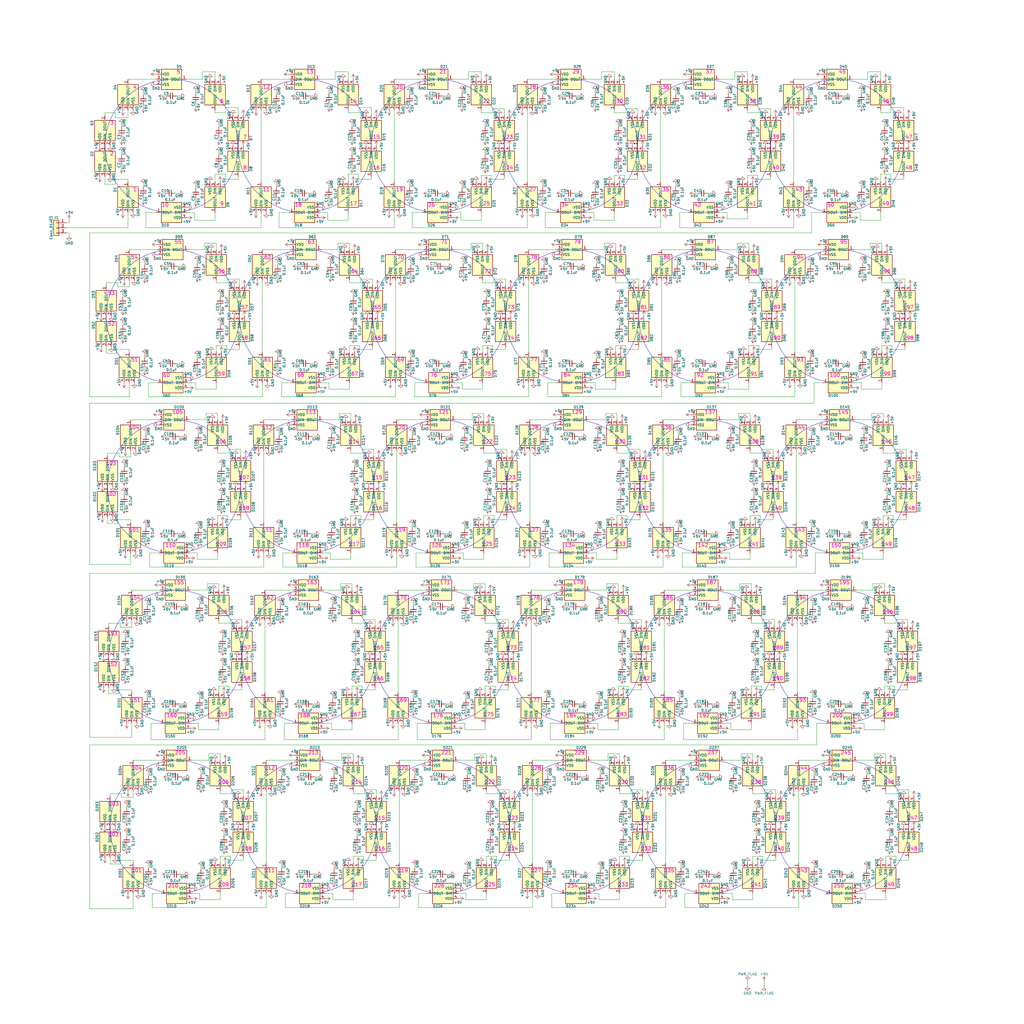
<source format=kicad_sch>
(kicad_sch (version 20220404) (generator eeschema)
  (paper "User" 508 508)
  (lib_symbols
    (symbol "Connector_Generic:Conn_01x03" (pin_names (offset 1.016) hide)
      (property "Reference" "J" (at 0 5.08 0))
      (property "Value" "Conn_01x03" (at 0 -5.08 0))
      (symbol "Conn_01x03_1_1"
        (pin passive line (at -5.08 2.54 0) (length 3.81) (name "Pin_1") (number "1"))
        (pin passive line (at -5.08 0 0) (length 3.81) (name "Pin_2") (number "2"))
        (pin passive line (at -5.08 -2.54 0) (length 3.81) (name "Pin_3") (number "3"))
      )
    )
    (symbol "Device:C_Small" (pin_numbers hide) (pin_names (offset 0.254) hide)
      (property "Reference" "C" (at 0.254 1.778 0))
      (property "Value" "C_Small" (at 0.254 -2.032 0))
      (symbol "C_Small_1_1"
        (pin passive line (at 0 2.54 270) (length 2.032) (name "~") (number "1"))
        (pin passive line (at 0 -2.54 90) (length 2.032) (name "~") (number "2"))
      )
    )
    (symbol "LED_Extra:WS2812B-2020" (pin_names (offset 0.254))
      (property "Reference" "D" (at 5.08 5.715 0))
      (property "Value" "WS2812B-2020" (at 1.27 -5.715 0))
      (symbol "WS2812B-2020_1_1"
        (pin output line (at 7.62 0 180) (length 2.54) (name "DOUT") (number "1"))
        (pin power_in line (at -7.62 -2.54 0) (length 2.54) (name "VSS") (number "2"))
        (pin input line (at -7.62 0 0) (length 2.54) (name "DIN") (number "3"))
        (pin power_in line (at -7.62 2.54 0) (length 2.54) (name "VDD") (number "4"))
      )
    )
    (symbol "power:+5V" (power) (pin_names (offset 0))
      (property "Value" "+5V" (at 0 3.556 0))
      (symbol "+5V_1_1"
        (pin power_in line (at 0 0 90) (length 0) hide (name "+5V") (number "1"))
      )
    )
    (symbol "power:GND" (power) (pin_names (offset 0))
      (property "Value" "GND" (at 0 -3.81 0))
      (symbol "GND_1_1"
        (pin power_in line (at 0 0 270) (length 0) hide (name "GND") (number "1"))
      )
    )
    (symbol "power:PWR_FLAG" (power) (pin_numbers hide) (pin_names (offset 0) hide)
      (property "Value" "PWR_FLAG" (at 0 3.81 0))
      (symbol "PWR_FLAG_0_0"
        (pin power_out line (at 0 0 90) (length 0) (name "pwr") (number "1"))
      )
    )
  )
  (no_connect (at 410.21 443.23))
  (wire (pts (xy 52.07 57.15) (xy 52.07 55.88)))
  (wire (pts (xy 130.175 139.065) (xy 130.175 174.625)))
  (wire (pts (xy 293.37 443.23) (xy 297.18 443.23)))
  (wire (pts (xy 163.195 46.355) (xy 163.195 45.085)))
  (wire (pts (xy 196.85 208.28) (xy 210.82 208.28)))
  (wire (pts (xy 243.205 421.005) (xy 243.205 419.735)))
  (wire (pts (xy 108.585 340.36) (xy 108.585 343.535)))
  (wire (pts (xy 377.19 138.43) (xy 382.905 138.43)))
  (wire (pts (xy 61.595 231.775) (xy 61.595 230.505)))
  (wire (pts (xy 132.08 377.19) (xy 146.05 377.19)))
  (wire (pts (xy 173.99 277.495) (xy 163.83 277.495)))
  (wire (pts (xy 306.07 223.52) (xy 306.07 224.79)))
  (wire (pts (xy 101.6 123.825) (xy 101.6 120.65)))
  (wire (pts (xy 166.37 35.56) (xy 172.72 35.56)))
  (wire (pts (xy 299.72 123.825) (xy 299.72 120.65)))
  (wire (pts (xy 269.24 53.34) (xy 269.24 52.07)))
  (wire (pts (xy 271.78 189.865) (xy 271.78 196.85)))
  (wire (pts (xy 64.77 226.695) (xy 59.055 226.695)))
  (wire (pts (xy 219.71 180.34) (xy 220.98 180.34)))
  (wire (pts (xy 427.355 46.355) (xy 427.355 45.085)))
  (wire (pts (xy 153.67 180.34) (xy 154.94 180.34)))
  (wire (pts (xy 173.355 120.65) (xy 173.355 123.825)))
  (wire (pts (xy 60.96 161.29) (xy 60.96 160.02)))
  (wire (pts (xy 204.47 261.62) (xy 204.47 260.35)))
  (wire (pts (xy 440.055 252.095) (xy 440.055 250.825)))
  (wire (pts (xy 438.785 307.975) (xy 438.785 309.245)))
  (wire (pts (xy 300.99 289.56) (xy 306.705 289.56)))
  (wire (pts (xy 367.03 289.56) (xy 372.745 289.56)))
  (wire (pts (xy 109.22 167.64) (xy 109.22 166.37)))
  (wire (pts (xy 409.575 358.775) (xy 405.13 358.775)))
  (wire (pts (xy 441.325 421.005) (xy 441.325 419.735)))
  (wire (pts (xy 175.895 245.745) (xy 175.895 244.475)))
  (wire (pts (xy 438.15 255.905) (xy 438.15 259.08)))
  (wire (pts (xy 226.695 358.775) (xy 230.505 358.775)))
  (wire (pts (xy 220.345 132.08) (xy 221.615 132.08)))
  (wire (pts (xy 431.8 123.825) (xy 431.8 120.65)))
  (wire (pts (xy 358.14 208.28) (xy 366.395 208.28)))
  (wire (pts (xy 336.55 267.97) (xy 336.55 266.7)))
  (wire (pts (xy 306.705 83.185) (xy 306.705 81.915)))
  (wire (pts (xy 379.095 393.7) (xy 379.095 391.795)))
  (wire (pts (xy 177.165 400.685) (xy 177.165 399.415)))
  (wire (pts (xy 97.79 184.15) (xy 97.79 182.88)))
  (wire (pts (xy 97.79 277.495) (xy 97.79 274.32)))
  (wire (pts (xy 108.585 309.245) (xy 114.3 309.245)))
  (wire (pts (xy 370.84 54.61) (xy 370.84 55.88)))
  (wire (pts (xy 214.63 349.25) (xy 215.9 349.25)))
  (wire (pts (xy 235.585 374.015) (xy 241.3 374.015)))
  (wire (pts (xy 370.84 487.045) (xy 370.84 488.95)))
  (wire (pts (xy 437.515 140.335) (xy 443.23 140.335)))
  (wire (pts (xy 169.545 377.19) (xy 169.545 374.015)))
  (wire (pts (xy 74.93 367.03) (xy 131.445 367.03)))
  (wire (pts (xy 413.385 300.99) (xy 414.655 300.99)))
  (wire (pts (xy 383.54 222.885) (xy 383.54 226.06)))
  (wire (pts (xy 311.785 340.36) (xy 311.785 342.265)))
  (wire (pts (xy 83.185 300.99) (xy 84.455 300.99)))
  (wire (pts (xy 196.215 123.825) (xy 210.185 123.825)))
  (wire (pts (xy 306.07 205.105) (xy 306.07 208.28)))
  (wire (pts (xy 137.795 131.445) (xy 137.795 130.175)))
  (wire (pts (xy 362.585 361.95) (xy 362.585 358.775)))
  (wire (pts (xy 114.935 391.795) (xy 120.65 391.795)))
  (wire (pts (xy 272.415 274.32) (xy 272.415 281.305)))
  (wire (pts (xy 440.055 231.775) (xy 440.055 230.505)))
  (wire (pts (xy 141.605 450.215) (xy 198.12 450.215)))
  (wire (pts (xy 168.275 205.105) (xy 173.99 205.105)))
  (wire (pts (xy 378.46 426.72) (xy 384.81 426.72)))
  (wire (pts (xy 129.54 54.61) (xy 129.54 90.17)))
  (wire (pts (xy 423.545 123.825) (xy 431.8 123.825)))
  (wire (pts (xy 408.305 189.865) (xy 403.86 189.865)))
  (wire (pts (xy 360.68 108.585) (xy 360.68 105.41)))
  (wire (pts (xy 378.46 307.34) (xy 384.175 307.34)))
  (wire (pts (xy 240.665 289.56) (xy 240.665 292.735)))
  (wire (pts (xy 306.705 289.56) (xy 306.705 292.735)))
  (wire (pts (xy 54.61 425.45) (xy 54.61 428.625)))
  (wire (pts (xy 173.99 255.905) (xy 173.99 259.08)))
  (wire (pts (xy 108.585 340.36) (xy 113.665 340.36)))
  (wire (pts (xy 280.035 264.795) (xy 281.305 264.795)))
  (wire (pts (xy 440.69 330.2) (xy 440.69 328.93)))
  (wire (pts (xy 403.86 435.61) (xy 403.86 436.88)))
  (wire (pts (xy 363.855 431.165) (xy 363.855 429.895)))
  (wire (pts (xy 403.86 189.865) (xy 403.86 200.025)))
  (wire (pts (xy 238.76 86.995) (xy 243.84 86.995)))
  (wire (pts (xy 88.265 264.795) (xy 89.535 264.795)))
  (wire (pts (xy 359.41 443.23) (xy 363.22 443.23)))
  (wire (pts (xy 79.375 358.775) (xy 74.93 358.775)))
  (wire (pts (xy 205.74 391.16) (xy 205.74 389.89)))
  (wire (pts (xy 60.96 167.64) (xy 60.96 166.37)))
  (wire (pts (xy 269.875 131.445) (xy 269.875 130.175)))
  (wire (pts (xy 71.12 53.34) (xy 71.12 52.07)))
  (wire (pts (xy 437.515 193.04) (xy 427.355 193.04)))
  (wire (pts (xy 88.9 216.535) (xy 90.17 216.535)))
  (wire (pts (xy 438.785 361.95) (xy 428.625 361.95)))
  (wire (pts (xy 305.435 120.65) (xy 305.435 123.825)))
  (wire (pts (xy 438.785 76.835) (xy 438.785 75.565)))
  (wire (pts (xy 180.34 307.34) (xy 186.055 307.34)))
  (wire (pts (xy 205.74 196.85) (xy 262.255 196.85)))
  (wire (pts (xy 71.755 177.165) (xy 71.755 175.895)))
  (wire (pts (xy 120.65 425.45) (xy 120.65 426.72)))
  (wire (pts (xy 307.34 153.67) (xy 307.34 152.4)))
  (wire (pts (xy 137.16 99.06) (xy 137.16 97.79)))
  (wire (pts (xy 163.83 130.81) (xy 163.83 129.54)))
  (wire (pts (xy 44.45 115.57) (xy 44.45 196.85)))
  (wire (pts (xy 59.69 309.245) (xy 53.975 309.245)))
  (wire (pts (xy 378.46 309.245) (xy 378.46 307.34)))
  (wire (pts (xy 114.3 309.245) (xy 114.3 307.34)))
  (wire (pts (xy 238.76 105.41) (xy 238.76 109.22)))
  (wire (pts (xy 185.42 222.885) (xy 185.42 226.06)))
  (wire (pts (xy 129.54 113.03) (xy 129.54 105.41)))
  (wire (pts (xy 167.64 123.825) (xy 167.64 120.65)))
  (wire (pts (xy 365.76 120.65) (xy 371.475 120.65)))
  (wire (pts (xy 210.82 274.32) (xy 206.375 274.32)))
  (wire (pts (xy 401.955 175.895) (xy 401.955 177.165)))
  (wire (pts (xy 277.495 358.775) (xy 273.05 358.775)))
  (wire (pts (xy 113.665 224.79) (xy 113.665 222.885)))
  (wire (pts (xy 62.23 330.2) (xy 62.23 328.93)))
  (wire (pts (xy 120.015 307.34) (xy 120.015 310.515)))
  (wire (pts (xy 353.06 216.535) (xy 354.33 216.535)))
  (wire (pts (xy 239.395 171.45) (xy 239.395 174.625)))
  (wire (pts (xy 109.22 446.405) (xy 99.06 446.405)))
  (wire (pts (xy 234.315 208.28) (xy 234.315 205.105)))
  (wire (pts (xy 428.625 361.95) (xy 428.625 358.775)))
  (wire (pts (xy 403.225 344.805) (xy 403.225 346.075)))
  (wire (pts (xy 261.62 54.61) (xy 261.62 90.17)))
  (wire (pts (xy 139.7 189.865) (xy 139.7 196.85)))
  (wire (pts (xy 160.02 274.32) (xy 163.83 274.32)))
  (wire (pts (xy 309.245 421.005) (xy 309.245 419.735)))
  (wire (pts (xy 229.235 193.04) (xy 229.235 189.865)))
  (wire (pts (xy 164.465 221.615) (xy 164.465 220.345)))
  (wire (pts (xy 240.03 223.52) (xy 240.03 224.79)))
  (wire (pts (xy 175.26 161.29) (xy 175.26 160.02)))
  (wire (pts (xy 139.7 430.53) (xy 139.7 429.26)))
  (wire (pts (xy 375.285 407.035) (xy 375.285 405.765)))
  (wire (pts (xy 88.265 132.08) (xy 89.535 132.08)))
  (wire (pts (xy 439.42 153.67) (xy 439.42 152.4)))
  (wire (pts (xy 441.96 86.36) (xy 441.96 88.9)))
  (wire (pts (xy 310.515 173.355) (xy 316.865 173.355)))
  (wire (pts (xy 374.65 322.58) (xy 374.65 321.31)))
  (wire (pts (xy 110.49 322.58) (xy 110.49 321.31)))
  (wire (pts (xy 438.15 277.495) (xy 427.99 277.495)))
  (wire (pts (xy 305.435 140.335) (xy 311.15 140.335)))
  (wire (pts (xy 403.225 299.085) (xy 403.225 300.355)))
  (wire (pts (xy 64.135 139.065) (xy 64.135 142.24)))
  (wire (pts (xy 177.165 414.655) (xy 177.165 413.385)))
  (wire (pts (xy 437.515 139.065) (xy 437.515 140.335)))
  (wire (pts (xy 396.24 450.215) (xy 396.24 443.23)))
  (wire (pts (xy 107.315 120.65) (xy 107.315 123.825)))
  (wire (pts (xy 165.735 431.165) (xy 165.735 429.895)))
  (wire (pts (xy 287.655 300.99) (xy 288.925 300.99)))
  (wire (pts (xy 203.2 46.99) (xy 203.2 45.72)))
  (wire (pts (xy 301.625 374.015) (xy 307.34 374.015)))
  (wire (pts (xy 299.72 120.65) (xy 305.435 120.65)))
  (wire (pts (xy 230.505 262.255) (xy 230.505 260.985)))
  (wire (pts (xy 305.435 171.45) (xy 310.515 171.45)))
  (wire (pts (xy 263.525 292.735) (xy 277.495 292.735)))
  (wire (pts (xy 205.105 300.355) (xy 205.105 299.085)))
  (wire (pts (xy 234.95 289.56) (xy 240.665 289.56)))
  (wire (pts (xy 441.96 55.88) (xy 441.96 53.34)))
  (wire (pts (xy 438.785 289.56) (xy 438.785 292.735)))
  (wire (pts (xy 270.51 113.03) (xy 327.66 113.03)))
  (wire (pts (xy 301.625 377.19) (xy 301.625 374.015)))
  (wire (pts (xy 272.415 281.305) (xy 328.93 281.305)))
  (wire (pts (xy 225.425 189.865) (xy 229.235 189.865)))
  (wire (pts (xy 244.475 171.45) (xy 244.475 173.355)))
  (wire (pts (xy 58.42 259.715) (xy 53.34 259.715)))
  (wire (pts (xy 372.745 83.185) (xy 372.745 81.915)))
  (wire (pts (xy 440.69 316.23) (xy 440.69 314.96)))
  (wire (pts (xy 347.345 300.99) (xy 348.615 300.99)))
  (wire (pts (xy 337.185 105.41) (xy 337.185 113.03)))
  (wire (pts (xy 174.625 361.95) (xy 164.465 361.95)))
  (wire (pts (xy 245.11 257.81) (xy 251.46 257.81)))
  (wire (pts (xy 393.7 54.61) (xy 393.7 90.17)))
  (wire (pts (xy 298.45 35.56) (xy 304.8 35.56)))
  (wire (pts (xy 60.325 69.215) (xy 60.325 67.945)))
  (wire (pts (xy 443.865 342.265) (xy 450.215 342.265)))
  (wire (pts (xy 394.335 123.825) (xy 408.305 123.825)))
  (wire (pts (xy 106.68 86.36) (xy 111.76 86.36)))
  (wire (pts (xy 111.76 53.34) (xy 118.11 53.34)))
  (wire (pts (xy 353.06 349.25) (xy 354.33 349.25)))
  (wire (pts (xy 261.62 39.37) (xy 275.59 39.37)))
  (wire (pts (xy 329.565 367.03) (xy 329.565 358.775)))
  (wire (pts (xy 402.59 220.98) (xy 402.59 222.25)))
  (wire (pts (xy 361.315 93.345) (xy 361.315 92.075)))
  (wire (pts (xy 296.545 221.615) (xy 296.545 220.345)))
  (wire (pts (xy 206.375 274.32) (xy 206.375 281.305)))
  (wire (pts (xy 361.95 277.495) (xy 361.95 274.32)))
  (wire (pts (xy 113.03 138.43) (xy 118.745 138.43)))
  (wire (pts (xy 231.775 384.175) (xy 231.775 382.905)))
  (wire (pts (xy 407.67 105.41) (xy 402.59 105.41)))
  (wire (pts (xy 90.17 385.445) (xy 91.44 385.445)))
  (wire (pts (xy 205.74 436.88) (xy 205.74 435.61)))
  (wire (pts (xy 82.55 349.25) (xy 83.82 349.25)))
  (wire (pts (xy 370.84 86.995) (xy 370.84 90.17)))
  (wire (pts (xy 330.2 392.43) (xy 330.2 427.99)))
  (wire (pts (xy 109.22 424.815) (xy 114.3 424.815)))
  (wire (pts (xy 174.625 289.56) (xy 174.625 292.735)))
  (wire (pts (xy 438.785 358.775) (xy 438.785 361.95)))
  (wire (pts (xy 118.745 138.43) (xy 118.745 141.605)))
  (wire (pts (xy 342.265 189.865) (xy 337.82 189.865)))
  (wire (pts (xy 98.425 262.255) (xy 98.425 260.985)))
  (wire (pts (xy 98.425 361.95) (xy 98.425 358.775)))
  (wire (pts (xy 177.165 407.035) (xy 177.165 405.765)))
  (wire (pts (xy 62.865 400.685) (xy 62.865 399.415)))
  (wire (pts (xy 262.255 139.065) (xy 262.255 174.625)))
  (wire (pts (xy 212.725 95.885) (xy 213.995 95.885)))
  (wire (pts (xy 155.575 433.705) (xy 156.845 433.705)))
  (wire (pts (xy 306.705 69.215) (xy 306.705 67.945)))
  (wire (pts (xy 99.06 299.72) (xy 99.06 298.45)))
  (wire (pts (xy 44.45 450.85) (xy 66.04 450.85)))
  (wire (pts (xy 205.105 346.075) (xy 205.105 344.805)))
  (wire (pts (xy 165.1 306.07) (xy 165.1 304.8)))
  (wire (pts (xy 311.785 342.265) (xy 318.135 342.265)))
  (wire (pts (xy 441.325 414.655) (xy 441.325 413.385)))
  (wire (pts (xy 163.195 193.04) (xy 163.195 189.865)))
  (wire (pts (xy 306.705 309.245) (xy 312.42 309.245)))
  (wire (pts (xy 306.705 307.975) (xy 306.705 309.245)))
  (wire (pts (xy 107.315 140.335) (xy 113.03 140.335)))
  (wire (pts (xy 372.745 69.215) (xy 372.745 67.945)))
  (wire (pts (xy 281.305 300.99) (xy 282.575 300.99)))
  (wire (pts (xy 180.34 424.815) (xy 180.34 426.72)))
  (wire (pts (xy 337.185 346.075) (xy 337.185 344.805)))
  (wire (pts (xy 436.88 109.22) (xy 426.72 109.22)))
  (wire (pts (xy 346.71 216.535) (xy 347.98 216.535)))
  (wire (pts (xy 109.22 443.23) (xy 109.22 446.405)))
  (wire (pts (xy 63.5 88.9) (xy 57.15 88.9)))
  (wire (pts (xy 131.445 292.735) (xy 145.415 292.735)))
  (wire (pts (xy 377.825 222.885) (xy 383.54 222.885)))
  (wire (pts (xy 306.07 255.905) (xy 306.07 259.08)))
  (wire (pts (xy 196.215 139.065) (xy 196.215 174.625)))
  (wire (pts (xy 287.655 433.705) (xy 288.925 433.705)))
  (wire (pts (xy 99.695 431.165) (xy 99.695 429.895)))
  (wire (pts (xy 422.91 105.41) (xy 426.72 105.41)))
  (wire (pts (xy 300.355 208.28) (xy 300.355 205.105)))
  (wire (pts (xy 99.06 353.06) (xy 99.06 351.79)))
  (wire (pts (xy 114.935 393.7) (xy 114.935 391.795)))
  (wire (pts (xy 176.53 336.55) (xy 176.53 335.28)))
  (wire (pts (xy 335.28 99.06) (xy 335.28 97.79)))
  (wire (pts (xy 311.785 222.885) (xy 317.5 222.885)))
  (wire (pts (xy 97.155 46.355) (xy 97.155 45.085)))
  (wire (pts (xy 401.32 99.06) (xy 401.32 97.79)))
  (wire (pts (xy 285.115 95.885) (xy 286.385 95.885)))
  (wire (pts (xy 131.445 307.975) (xy 131.445 343.535)))
  (wire (pts (xy 107.315 193.04) (xy 97.155 193.04)))
  (wire (pts (xy 75.565 443.23) (xy 75.565 450.215)))
  (wire (pts (xy 252.095 307.34) (xy 252.095 310.515)))
  (wire (pts (xy 231.775 437.515) (xy 231.775 436.245)))
  (wire (pts (xy 347.345 433.705) (xy 348.615 433.705)))
  (wire (pts (xy 309.245 407.035) (xy 309.245 405.765)))
  (wire (pts (xy 65.405 365.76) (xy 65.405 358.775)))
  (wire (pts (xy 425.45 443.23) (xy 429.26 443.23)))
  (wire (pts (xy 240.03 255.905) (xy 245.11 255.905)))
  (wire (pts (xy 231.14 299.72) (xy 231.14 298.45)))
  (wire (pts (xy 328.93 223.52) (xy 328.93 259.08)))
  (wire (pts (xy 114.3 426.72) (xy 120.65 426.72)))
  (wire (pts (xy 316.23 87.63) (xy 316.23 88.9)))
  (wire (pts (xy 80.01 443.23) (xy 75.565 443.23)))
  (wire (pts (xy 138.43 261.62) (xy 138.43 260.35)))
  (wire (pts (xy 231.775 431.165) (xy 231.775 429.895)))
  (wire (pts (xy 401.32 46.99) (xy 401.32 45.72)))
  (wire (pts (xy 307.34 167.64) (xy 307.34 166.37)))
  (wire (pts (xy 175.26 167.64) (xy 175.26 166.37)))
  (wire (pts (xy 269.875 137.795) (xy 269.875 136.525)))
  (wire (pts (xy 209.55 105.41) (xy 204.47 105.41)))
  (wire (pts (xy 186.055 307.34) (xy 186.055 310.515)))
  (wire (pts (xy 414.02 385.445) (xy 415.29 385.445)))
  (wire (pts (xy 261.62 113.03) (xy 261.62 105.41)))
  (wire (pts (xy 179.07 255.905) (xy 179.07 257.81)))
  (wire (pts (xy 239.395 189.865) (xy 239.395 193.04)))
  (wire (pts (xy 239.395 139.065) (xy 239.395 140.335)))
  (wire (pts (xy 111.125 414.655) (xy 111.125 413.385)))
  (wire (pts (xy 346.075 132.08) (xy 347.345 132.08)))
  (wire (pts (xy 308.61 322.58) (xy 308.61 321.31)))
  (wire (pts (xy 110.49 330.2) (xy 110.49 328.93)))
  (wire (pts (xy 165.735 384.175) (xy 165.735 382.905)))
  (wire (pts (xy 63.5 58.42) (xy 57.15 58.42)))
  (wire (pts (xy 241.935 238.125) (xy 241.935 236.855)))
  (wire (pts (xy 384.81 391.795) (xy 384.81 394.97)))
  (wire (pts (xy 119.38 256.54) (xy 119.38 257.81)))
  (wire (pts (xy 89.535 433.705) (xy 90.805 433.705)))
  (wire (pts (xy 172.72 54.61) (xy 172.72 55.88)))
  (wire (pts (xy 438.785 69.215) (xy 438.785 67.945)))
  (wire (pts (xy 377.825 224.79) (xy 377.825 222.885)))
  (wire (pts (xy 66.04 426.72) (xy 59.69 426.72)))
  (wire (pts (xy 439.42 424.815) (xy 439.42 427.99)))
  (wire (pts (xy 309.88 88.9) (xy 316.23 88.9)))
  (wire (pts (xy 438.15 255.905) (xy 443.23 255.905)))
  (wire (pts (xy 294.64 109.22) (xy 294.64 105.41)))
  (wire (pts (xy 382.905 172.085) (xy 382.905 173.355)))
  (wire (pts (xy 120.015 340.995) (xy 120.015 342.265)))
  (wire (pts (xy 273.05 358.775) (xy 273.05 367.03)))
  (wire (pts (xy 444.5 426.72) (xy 450.85 426.72)))
  (wire (pts (xy 307.34 424.815) (xy 307.34 427.99)))
  (wire (pts (xy 119.38 222.885) (xy 119.38 226.06)))
  (wire (pts (xy 337.185 300.355) (xy 337.185 299.085)))
  (wire (pts (xy 366.395 208.28) (xy 366.395 205.105)))
  (wire (pts (xy 335.915 137.795) (xy 335.915 136.525)))
  (wire (pts (xy 306.705 62.865) (xy 306.705 61.595)))
  (wire (pts (xy 160.02 208.28) (xy 168.275 208.28)))
  (wire (pts (xy 107.95 255.905) (xy 107.95 259.08)))
  (wire (pts (xy 318.77 425.45) (xy 318.77 426.72)))
  (wire (pts (xy 279.4 47.625) (xy 280.67 47.625)))
  (wire (pts (xy 246.38 309.245) (xy 246.38 307.34)))
  (wire (pts (xy 203.835 177.165) (xy 203.835 175.895)))
  (wire (pts (xy 59.69 428.625) (xy 54.61 428.625)))
  (wire (pts (xy 53.34 226.06) (xy 53.34 224.79)))
  (wire (pts (xy 64.77 208.28) (xy 78.74 208.28)))
  (wire (pts (xy 424.18 208.28) (xy 432.435 208.28)))
  (wire (pts (xy 224.79 105.41) (xy 228.6 105.41)))
  (wire (pts (xy 410.845 95.885) (xy 412.115 95.885)))
  (wire (pts (xy 271.145 346.075) (xy 271.145 344.805)))
  (wire (pts (xy 306.705 340.36) (xy 311.785 340.36)))
  (wire (pts (xy 428.625 268.605) (xy 428.625 267.335)))
  (wire (pts (xy 139.7 384.81) (xy 139.7 383.54)))
  (wire (pts (xy 107.315 139.065) (xy 107.315 140.335)))
  (wire (pts (xy 82.55 216.535) (xy 83.82 216.535)))
  (wire (pts (xy 160.655 292.735) (xy 168.91 292.735)))
  (wire (pts (xy 344.805 95.885) (xy 346.075 95.885)))
  (wire (pts (xy 441.325 407.035) (xy 441.325 405.765)))
  (wire (pts (xy 433.705 374.015) (xy 439.42 374.015)))
  (wire (pts (xy 252.73 391.795) (xy 252.73 394.97)))
  (wire (pts (xy 110.49 316.23) (xy 110.49 314.96)))
  (wire (pts (xy 96.52 105.41) (xy 92.71 105.41)))
  (wire (pts (xy 211.455 358.775) (xy 207.01 358.775)))
  (wire (pts (xy 337.82 430.53) (xy 337.82 429.26)))
  (wire (pts (xy 243.84 86.995) (xy 243.84 88.9)))
  (wire (pts (xy 300.99 292.735) (xy 300.99 289.56)))
  (wire (pts (xy 44.45 365.76) (xy 65.405 365.76)))
  (wire (pts (xy 364.49 39.37) (xy 364.49 35.56)))
  (wire (pts (xy 72.39 261.62) (xy 72.39 260.35)))
  (wire (pts (xy 374.65 330.2) (xy 374.65 328.93)))
  (wire (pts (xy 419.1 349.25) (xy 420.37 349.25)))
  (wire (pts (xy 73.025 346.075) (xy 73.025 344.805)))
  (wire (pts (xy 436.88 105.41) (xy 436.88 109.22)))
  (wire (pts (xy 361.95 184.15) (xy 361.95 182.88)))
  (wire (pts (xy 174.625 309.245) (xy 180.34 309.245)))
  (wire (pts (xy 304.8 86.995) (xy 309.88 86.995)))
  (wire (pts (xy 337.82 189.865) (xy 337.82 196.85)))
  (wire (pts (xy 114.3 307.34) (xy 120.015 307.34)))
  (wire (pts (xy 177.165 421.005) (xy 177.165 419.735)))
  (wire (pts (xy 245.11 138.43) (xy 250.825 138.43)))
  (wire (pts (xy 440.69 322.58) (xy 440.69 321.31)))
  (wire (pts (xy 107.95 224.79) (xy 113.665 224.79)))
  (wire (pts (xy 139.7 436.88) (xy 139.7 435.61)))
  (wire (pts (xy 307.34 424.815) (xy 312.42 424.815)))
  (wire (pts (xy 173.355 193.04) (xy 163.195 193.04)))
  (wire (pts (xy 97.79 177.8) (xy 97.79 176.53)))
  (wire (pts (xy 72.39 105.41) (xy 72.39 113.03)))
  (wire (pts (xy 44.45 284.48) (xy 44.45 365.76)))
  (wire (pts (xy 317.5 256.54) (xy 317.5 257.81)))
  (wire (pts (xy 364.49 35.56) (xy 370.84 35.56)))
  (wire (pts (xy 305.435 193.04) (xy 295.275 193.04)))
  (wire (pts (xy 174.625 340.36) (xy 174.625 343.535)))
  (wire (pts (xy 441.96 88.9) (xy 448.31 88.9)))
  (wire (pts (xy 374.65 336.55) (xy 374.65 335.28)))
  (wire (pts (xy 429.26 299.72) (xy 429.26 298.45)))
  (wire (pts (xy 233.68 120.65) (xy 239.395 120.65)))
  (wire (pts (xy 129.54 39.37) (xy 143.51 39.37)))
  (wire (pts (xy 335.28 92.71) (xy 335.28 91.44)))
  (wire (pts (xy 290.83 39.37) (xy 298.45 39.37)))
  (wire (pts (xy 34.29 109.22) (xy 34.29 110.49)))
  (wire (pts (xy 207.01 358.775) (xy 207.01 367.03)))
  (wire (pts (xy 437.515 171.45) (xy 437.515 174.625)))
  (wire (pts (xy 137.795 137.795) (xy 137.795 136.525)))
  (wire (pts (xy 106.68 54.61) (xy 106.68 55.88)))
  (wire (pts (xy 337.82 436.88) (xy 337.82 435.61)))
  (wire (pts (xy 62.23 322.58) (xy 62.23 321.31)))
  (wire (pts (xy 405.13 369.57) (xy 44.45 369.57)))
  (wire (pts (xy 58.42 257.81) (xy 58.42 259.715)))
  (wire (pts (xy 107.315 171.45) (xy 112.395 171.45)))
  (wire (pts (xy 180.34 309.245) (xy 180.34 307.34)))
  (wire (pts (xy 328.295 139.065) (xy 328.295 174.625)))
  (wire (pts (xy 422.91 39.37) (xy 430.53 39.37)))
  (wire (pts (xy 138.43 267.97) (xy 138.43 266.7)))
  (wire (pts (xy 241.935 231.775) (xy 241.935 230.505)))
  (wire (pts (xy 231.14 346.71) (xy 231.14 345.44)))
  (wire (pts (xy 309.245 414.655) (xy 309.245 413.385)))
  (wire (pts (xy 306.07 255.905) (xy 311.15 255.905)))
  (wire (pts (xy 295.91 184.15) (xy 295.91 182.88)))
  (wire (pts (xy 102.87 289.56) (xy 108.585 289.56)))
  (wire (pts (xy 239.395 171.45) (xy 244.475 171.45)))
  (wire (pts (xy 318.77 391.795) (xy 318.77 394.97)))
  (wire (pts (xy 73.66 384.81) (xy 73.66 383.54)))
  (wire (pts (xy 393.7 113.03) (xy 393.7 105.41)))
  (wire (pts (xy 214.63 216.535) (xy 215.9 216.535)))
  (wire (pts (xy 436.88 55.88) (xy 441.96 55.88)))
  (wire (pts (xy 140.97 358.775) (xy 140.97 367.03)))
  (wire (pts (xy 73.66 391.16) (xy 73.66 389.89)))
  (wire (pts (xy 64.135 196.85) (xy 64.135 189.865)))
  (wire (pts (xy 139.065 306.705) (xy 139.065 305.435)))
  (wire (pts (xy 306.07 224.79) (xy 311.785 224.79)))
  (wire (pts (xy 310.515 55.88) (xy 310.515 53.975)))
  (wire (pts (xy 154.94 216.535) (xy 156.21 216.535)))
  (wire (pts (xy 250.19 53.975) (xy 250.19 57.15)))
  (wire (pts (xy 109.855 252.095) (xy 109.855 250.825)))
  (wire (pts (xy 177.8 86.36) (xy 177.8 88.9)))
  (wire (pts (xy 241.3 161.29) (xy 241.3 160.02)))
  (wire (pts (xy 271.78 391.16) (xy 271.78 389.89)))
  (wire (pts (xy 60.325 393.7) (xy 54.61 393.7)))
  (wire (pts (xy 436.88 86.36) (xy 441.96 86.36)))
  (wire (pts (xy 246.38 426.72) (xy 252.73 426.72)))
  (wire (pts (xy 230.505 215.265) (xy 230.505 213.995)))
  (wire (pts (xy 429.26 446.405) (xy 429.26 443.23)))
  (wire (pts (xy 275.59 105.41) (xy 270.51 105.41)))
  (wire (pts (xy 376.555 53.975) (xy 382.27 53.975)))
  (wire (pts (xy 130.175 196.85) (xy 130.175 189.865)))
  (wire (pts (xy 64.77 257.81) (xy 58.42 257.81)))
  (wire (pts (xy 234.315 205.105) (xy 240.03 205.105)))
  (wire (pts (xy 244.475 55.88) (xy 244.475 53.975)))
  (wire (pts (xy 184.785 138.43) (xy 184.785 141.605)))
  (wire (pts (xy 448.31 87.63) (xy 448.31 88.9)))
  (wire (pts (xy 59.055 224.79) (xy 53.34 224.79)))
  (wire (pts (xy 316.23 53.975) (xy 316.23 57.15)))
  (wire (pts (xy 72.39 222.25) (xy 72.39 220.98)))
  (wire (pts (xy 172.72 55.88) (xy 178.435 55.88)))
  (wire (pts (xy 44.45 196.85) (xy 64.135 196.85)))
  (wire (pts (xy 428.625 221.615) (xy 428.625 220.345)))
  (wire (pts (xy 60.325 76.835) (xy 60.325 75.565)))
  (wire (pts (xy 240.665 358.775) (xy 240.665 361.95)))
  (wire (pts (xy 108.585 76.835) (xy 108.585 75.565)))
  (wire (pts (xy 327.66 54.61) (xy 327.66 90.17)))
  (wire (pts (xy 240.665 83.185) (xy 240.665 81.915)))
  (wire (pts (xy 372.745 307.975) (xy 372.745 309.245)))
  (wire (pts (xy 375.92 86.995) (xy 375.92 88.9)))
  (wire (pts (xy 163.83 277.495) (xy 163.83 274.32)))
  (wire (pts (xy 287.02 216.535) (xy 288.29 216.535)))
  (wire (pts (xy 433.07 289.56) (xy 438.785 289.56)))
  (wire (pts (xy 262.89 208.28) (xy 276.86 208.28)))
  (wire (pts (xy 308.61 330.2) (xy 308.61 328.93)))
  (wire (pts (xy 241.3 392.43) (xy 241.3 393.7)))
  (wire (pts (xy 71.12 92.71) (xy 71.12 91.44)))
  (wire (pts (xy 376.555 55.88) (xy 376.555 53.975)))
  (wire (pts (xy 168.275 208.28) (xy 168.275 205.105)))
  (wire (pts (xy 276.86 274.32) (xy 272.415 274.32)))
  (wire (pts (xy 372.745 340.36) (xy 372.745 343.535)))
  (wire (pts (xy 395.605 307.975) (xy 395.605 343.535)))
  (wire (pts (xy 250.825 138.43) (xy 250.825 141.605)))
  (wire (pts (xy 403.225 351.155) (xy 403.225 352.425)))
  (wire (pts (xy 264.16 392.43) (xy 264.16 427.99)))
  (wire (pts (xy 308.61 316.23) (xy 308.61 314.96)))
  (wire (pts (xy 65.405 292.735) (xy 79.375 292.735)))
  (wire (pts (xy 337.185 113.03) (xy 393.7 113.03)))
  (wire (pts (xy 405.13 358.775) (xy 405.13 369.57)))
  (wire (pts (xy 271.78 384.81) (xy 271.78 383.54)))
  (wire (pts (xy 358.14 274.32) (xy 361.95 274.32)))
  (wire (pts (xy 111.125 421.005) (xy 111.125 419.735)))
  (wire (pts (xy 172.72 86.36) (xy 177.8 86.36)))
  (wire (pts (xy 73.66 196.85) (xy 130.175 196.85)))
  (wire (pts (xy 354.33 385.445) (xy 355.6 385.445)))
  (wire (pts (xy 444.5 307.34) (xy 450.215 307.34)))
  (wire (pts (xy 448.31 53.34) (xy 448.31 57.15)))
  (wire (pts (xy 173.99 205.105) (xy 173.99 208.28)))
  (wire (pts (xy 247.015 391.795) (xy 252.73 391.795)))
  (wire (pts (xy 153.67 47.625) (xy 154.94 47.625)))
  (wire (pts (xy 372.11 205.105) (xy 372.11 208.28)))
  (wire (pts (xy 318.135 307.34) (xy 318.135 310.515)))
  (wire (pts (xy 64.135 142.24) (xy 58.42 142.24)))
  (wire (pts (xy 448.945 172.085) (xy 448.945 173.355)))
  (wire (pts (xy 241.3 147.32) (xy 241.3 146.05)))
  (wire (pts (xy 111.125 400.685) (xy 111.125 399.415)))
  (wire (pts (xy 344.17 443.23) (xy 339.725 443.23)))
  (wire (pts (xy 252.095 340.995) (xy 252.095 342.265)))
  (wire (pts (xy 330.2 450.215) (xy 330.2 443.23)))
  (wire (pts (xy 81.915 264.795) (xy 83.185 264.795)))
  (wire (pts (xy 99.06 346.71) (xy 99.06 345.44)))
  (wire (pts (xy 83.82 385.445) (xy 85.09 385.445)))
  (wire (pts (xy 63.5 90.17) (xy 63.5 88.9)))
  (wire (pts (xy 106.68 35.56) (xy 106.68 39.37)))
  (wire (pts (xy 60.325 62.865) (xy 60.325 61.595)))
  (wire (pts (xy 106.68 86.36) (xy 106.68 90.17)))
  (wire (pts (xy 243.205 400.685) (xy 243.205 399.415)))
  (wire (pts (xy 204.47 105.41) (xy 204.47 113.03)))
  (wire (pts (xy 139.065 352.425) (xy 139.065 351.155)))
  (wire (pts (xy 263.525 367.03) (xy 263.525 358.775)))
  (wire (pts (xy 78.105 189.865) (xy 73.66 189.865)))
  (wire (pts (xy 356.87 105.41) (xy 360.68 105.41)))
  (wire (pts (xy 97.79 274.32) (xy 93.98 274.32)))
  (wire (pts (xy 132.08 392.43) (xy 132.08 427.99)))
  (wire (pts (xy 336.55 261.62) (xy 336.55 260.35)))
  (wire (pts (xy 363.22 446.405) (xy 363.22 443.23)))
  (wire (pts (xy 33.02 110.49) (xy 34.29 110.49)))
  (wire (pts (xy 62.865 407.035) (xy 62.865 405.765)))
  (wire (pts (xy 184.785 172.085) (xy 184.785 173.355)))
  (wire (pts (xy 62.23 316.23) (xy 62.23 314.96)))
  (wire (pts (xy 401.955 130.175) (xy 401.955 131.445)))
  (wire (pts (xy 238.76 55.88) (xy 244.475 55.88)))
  (wire (pts (xy 373.38 161.29) (xy 373.38 160.02)))
  (wire (pts (xy 60.96 147.32) (xy 60.96 146.05)))
  (wire (pts (xy 439.42 167.64) (xy 439.42 166.37)))
  (wire (pts (xy 53.975 340.995) (xy 53.975 344.17)))
  (wire (pts (xy 443.865 340.36) (xy 443.865 342.265)))
  (wire (pts (xy 290.83 105.41) (xy 294.64 105.41)))
  (wire (pts (xy 161.29 443.23) (xy 165.1 443.23)))
  (wire (pts (xy 163.195 99.695) (xy 163.195 98.425)))
  (wire (pts (xy 107.95 255.905) (xy 113.03 255.905)))
  (wire (pts (xy 81.28 180.34) (xy 82.55 180.34)))
  (wire (pts (xy 429.895 431.165) (xy 429.895 429.895)))
  (wire (pts (xy 450.85 391.795) (xy 450.85 394.97)))
  (wire (pts (xy 346.075 264.795) (xy 347.345 264.795)))
  (wire (pts (xy 243.205 414.655) (xy 243.205 413.385)))
  (wire (pts (xy 280.035 132.08) (xy 281.305 132.08)))
  (wire (pts (xy 140.97 367.03) (xy 197.485 367.03)))
  (wire (pts (xy 60.325 83.185) (xy 60.325 81.915)))
  (wire (pts (xy 158.75 105.41) (xy 162.56 105.41)))
  (wire (pts (xy 95.25 377.19) (xy 103.505 377.19)))
  (wire (pts (xy 147.955 132.08) (xy 149.225 132.08)))
  (wire (pts (xy 139.7 391.16) (xy 139.7 389.89)))
  (wire (pts (xy 204.47 113.03) (xy 261.62 113.03)))
  (wire (pts (xy 383.54 256.54) (xy 383.54 257.81)))
  (wire (pts (xy 65.405 311.15) (xy 59.69 311.15)))
  (wire (pts (xy 373.38 392.43) (xy 373.38 393.7)))
  (wire (pts (xy 427.355 193.04) (xy 427.355 189.865)))
  (wire (pts (xy 203.2 92.71) (xy 203.2 91.44)))
  (wire (pts (xy 441.96 53.34) (xy 448.31 53.34)))
  (wire (pts (xy 73.66 189.865) (xy 73.66 196.85)))
  (wire (pts (xy 297.18 353.06) (xy 297.18 351.79)))
  (wire (pts (xy 339.09 367.03) (xy 395.605 367.03)))
  (wire (pts (xy 439.42 443.23) (xy 439.42 446.405)))
  (wire (pts (xy 337.82 391.16) (xy 337.82 389.89)))
  (wire (pts (xy 229.87 177.8) (xy 229.87 176.53)))
  (wire (pts (xy 225.425 123.825) (xy 233.68 123.825)))
  (wire (pts (xy 436.88 54.61) (xy 436.88 55.88)))
  (wire (pts (xy 445.135 393.7) (xy 445.135 391.795)))
  (wire (pts (xy 374.015 252.095) (xy 374.015 250.825)))
  (wire (pts (xy 439.42 374.015) (xy 439.42 377.19)))
  (wire (pts (xy 185.42 256.54) (xy 185.42 257.81)))
  (wire (pts (xy 229.87 184.15) (xy 229.87 182.88)))
  (wire (pts (xy 168.91 289.56) (xy 174.625 289.56)))
  (wire (pts (xy 106.68 105.41) (xy 106.68 109.22)))
  (wire (pts (xy 263.525 307.975) (xy 263.525 343.535)))
  (wire (pts (xy 149.225 300.99) (xy 150.495 300.99)))
  (wire (pts (xy 311.15 255.905) (xy 311.15 257.81)))
  (wire (pts (xy 327.66 113.03) (xy 327.66 105.41)))
  (wire (pts (xy 204.47 215.9) (xy 204.47 214.63)))
  (wire (pts (xy 97.155 189.865) (xy 93.345 189.865)))
  (wire (pts (xy 162.56 109.22) (xy 162.56 105.41)))
  (wire (pts (xy 73.025 352.425) (xy 73.025 351.155)))
  (wire (pts (xy 61.595 252.095) (xy 61.595 250.825)))
  (wire (pts (xy 71.12 46.99) (xy 71.12 45.72)))
  (wire (pts (xy 295.91 130.81) (xy 295.91 129.54)))
  (wire (pts (xy 203.2 53.34) (xy 203.2 52.07)))
  (wire (pts (xy 173.99 223.52) (xy 173.99 224.79)))
  (wire (pts (xy 436.88 35.56) (xy 436.88 39.37)))
  (wire (pts (xy 372.745 340.36) (xy 377.825 340.36)))
  (wire (pts (xy 229.235 52.705) (xy 229.235 51.435)))
  (wire (pts (xy 428.625 215.265) (xy 428.625 213.995)))
  (wire (pts (xy 240.03 274.32) (xy 240.03 277.495)))
  (wire (pts (xy 245.745 340.36) (xy 245.745 342.265)))
  (wire (pts (xy 424.18 274.32) (xy 427.99 274.32)))
  (wire (pts (xy 180.975 393.7) (xy 180.975 391.795)))
  (wire (pts (xy 103.505 374.015) (xy 109.22 374.015)))
  (wire (pts (xy 52.705 141.605) (xy 52.705 140.335)))
  (wire (pts (xy 196.85 223.52) (xy 196.85 259.08)))
  (wire (pts (xy 339.725 450.215) (xy 396.24 450.215)))
  (wire (pts (xy 429.26 353.06) (xy 429.26 351.79)))
  (wire (pts (xy 64.135 174.625) (xy 64.135 173.355)))
  (wire (pts (xy 329.565 307.975) (xy 329.565 343.535)))
  (wire (pts (xy 310.515 171.45) (xy 310.515 173.355)))
  (wire (pts (xy 427.99 177.8) (xy 427.99 176.53)))
  (wire (pts (xy 307.34 446.405) (xy 297.18 446.405)))
  (wire (pts (xy 353.695 433.705) (xy 354.965 433.705)))
  (wire (pts (xy 298.45 39.37) (xy 298.45 35.56)))
  (wire (pts (xy 165.1 446.405) (xy 165.1 443.23)))
  (wire (pts (xy 292.1 274.32) (xy 295.91 274.32)))
  (wire (pts (xy 137.795 183.515) (xy 137.795 182.245)))
  (wire (pts (xy 57.15 88.9) (xy 57.15 91.44)))
  (wire (pts (xy 296.545 262.255) (xy 296.545 260.985)))
  (wire (pts (xy 437.515 189.865) (xy 437.515 193.04)))
  (wire (pts (xy 175.26 392.43) (xy 175.26 393.7)))
  (wire (pts (xy 99.695 437.515) (xy 99.695 436.245)))
  (wire (pts (xy 178.435 55.88) (xy 178.435 53.34)))
  (wire (pts (xy 118.745 172.085) (xy 118.745 173.355)))
  (wire (pts (xy 377.19 255.905) (xy 377.19 257.81)))
  (wire (pts (xy 363.22 353.06) (xy 363.22 351.79)))
  (wire (pts (xy 63.5 113.03) (xy 63.5 105.41)))
  (wire (pts (xy 231.14 446.405) (xy 231.14 443.23)))
  (wire (pts (xy 81.915 132.08) (xy 83.185 132.08)))
  (wire (pts (xy 431.8 120.65) (xy 437.515 120.65)))
  (wire (pts (xy 178.435 173.355) (xy 184.785 173.355)))
  (wire (pts (xy 210.185 189.865) (xy 205.74 189.865)))
  (wire (pts (xy 442.595 171.45) (xy 442.595 173.355)))
  (wire (pts (xy 240.665 361.95) (xy 230.505 361.95)))
  (wire (pts (xy 382.27 87.63) (xy 382.27 88.9)))
  (wire (pts (xy 361.95 130.81) (xy 361.95 129.54)))
  (wire (pts (xy 305.435 189.865) (xy 305.435 193.04)))
  (wire (pts (xy 402.59 260.35) (xy 402.59 261.62)))
  (wire (pts (xy 311.15 257.81) (xy 317.5 257.81)))
  (wire (pts (xy 149.86 385.445) (xy 151.13 385.445)))
  (wire (pts (xy 439.42 161.29) (xy 439.42 160.02)))
  (wire (pts (xy 286.385 264.795) (xy 287.655 264.795)))
  (wire (pts (xy 371.475 140.335) (xy 377.19 140.335)))
  (wire (pts (xy 140.335 274.32) (xy 140.335 281.305)))
  (wire (pts (xy 311.785 224.79) (xy 311.785 222.885)))
  (wire (pts (xy 234.95 292.735) (xy 234.95 289.56)))
  (wire (pts (xy 244.475 173.355) (xy 250.825 173.355)))
  (wire (pts (xy 109.22 374.015) (xy 109.22 377.19)))
  (wire (pts (xy 74.295 281.305) (xy 130.81 281.305)))
  (wire (pts (xy 401.32 92.71) (xy 401.32 91.44)))
  (wire (pts (xy 99.06 446.405) (xy 99.06 443.23)))
  (wire (pts (xy 372.745 62.865) (xy 372.745 61.595)))
  (wire (pts (xy 222.25 385.445) (xy 223.52 385.445)))
  (wire (pts (xy 371.475 120.65) (xy 371.475 123.825)))
  (wire (pts (xy 377.19 257.81) (xy 383.54 257.81)))
  (wire (pts (xy 74.93 358.775) (xy 74.93 367.03)))
  (wire (pts (xy 439.42 446.405) (xy 429.26 446.405)))
  (wire (pts (xy 306.705 358.775) (xy 306.705 361.95)))
  (wire (pts (xy 297.18 306.07) (xy 297.18 304.8)))
  (wire (pts (xy 132.08 450.215) (xy 132.08 443.23)))
  (wire (pts (xy 220.98 349.25) (xy 222.25 349.25)))
  (wire (pts (xy 195.58 39.37) (xy 209.55 39.37)))
  (wire (pts (xy 166.37 39.37) (xy 166.37 35.56)))
  (wire (pts (xy 443.23 257.81) (xy 449.58 257.81)))
  (wire (pts (xy 71.755 131.445) (xy 71.755 130.175)))
  (wire (pts (xy 438.785 340.36) (xy 438.785 343.535)))
  (wire (pts (xy 245.11 140.335) (xy 245.11 138.43)))
  (wire (pts (xy 425.45 377.19) (xy 433.705 377.19)))
  (wire (pts (xy 307.975 231.775) (xy 307.975 230.505)))
  (wire (pts (xy 264.16 450.215) (xy 264.16 443.23)))
  (wire (pts (xy 379.095 487.045) (xy 379.095 488.95)))
  (wire (pts (xy 357.505 189.865) (xy 361.315 189.865)))
  (wire (pts (xy 54.61 394.97) (xy 54.61 393.7)))
  (wire (pts (xy 163.83 184.15) (xy 163.83 182.88)))
  (wire (pts (xy 96.52 109.22) (xy 96.52 105.41)))
  (wire (pts (xy 231.775 390.525) (xy 231.775 389.255)))
  (wire (pts (xy 175.26 374.015) (xy 175.26 377.19)))
  (wire (pts (xy 153.035 95.885) (xy 154.305 95.885)))
  (wire (pts (xy 394.97 223.52) (xy 394.97 259.08)))
  (wire (pts (xy 175.26 443.23) (xy 175.26 446.405)))
  (wire (pts (xy 215.265 433.705) (xy 216.535 433.705)))
  (wire (pts (xy 417.83 47.625) (xy 419.1 47.625)))
  (wire (pts (xy 295.91 277.495) (xy 295.91 274.32)))
  (wire (pts (xy 351.79 180.34) (xy 353.06 180.34)))
  (wire (pts (xy 358.775 292.735) (xy 367.03 292.735)))
  (wire (pts (xy 293.37 377.19) (xy 301.625 377.19)))
  (wire (pts (xy 130.81 208.28) (xy 144.78 208.28)))
  (wire (pts (xy 173.99 224.79) (xy 179.705 224.79)))
  (wire (pts (xy 448.945 138.43) (xy 448.945 141.605)))
  (wire (pts (xy 235.585 377.19) (xy 235.585 374.015)))
  (wire (pts (xy 396.24 392.43) (xy 396.24 427.99)))
  (wire (pts (xy 138.43 105.41) (xy 138.43 113.03)))
  (wire (pts (xy 244.475 53.975) (xy 250.19 53.975)))
  (wire (pts (xy 271.78 430.53) (xy 271.78 429.26)))
  (wire (pts (xy 312.42 309.245) (xy 312.42 307.34)))
  (wire (pts (xy 269.24 46.99) (xy 269.24 45.72)))
  (wire (pts (xy 296.545 361.95) (xy 296.545 358.775)))
  (wire (pts (xy 197.485 307.975) (xy 197.485 343.535)))
  (wire (pts (xy 148.59 216.535) (xy 149.86 216.535)))
  (wire (pts (xy 220.98 216.535) (xy 222.25 216.535)))
  (wire (pts (xy 109.22 147.32) (xy 109.22 146.05)))
  (wire (pts (xy 137.795 177.165) (xy 137.795 175.895)))
  (wire (pts (xy 403.86 389.89) (xy 403.86 391.16)))
  (wire (pts (xy 186.69 391.795) (xy 186.69 394.97)))
  (wire (pts (xy 163.83 177.8) (xy 163.83 176.53)))
  (wire (pts (xy 417.195 95.885) (xy 418.465 95.885)))
  (wire (pts (xy 186.69 425.45) (xy 186.69 426.72)))
  (wire (pts (xy 312.42 426.72) (xy 318.77 426.72)))
  (wire (pts (xy 203.835 183.515) (xy 203.835 182.245)))
  (wire (pts (xy 402.59 105.41) (xy 402.59 115.57)))
  (wire (pts (xy 212.09 443.23) (xy 207.645 443.23)))
  (wire (pts (xy 394.97 208.28) (xy 408.94 208.28)))
  (wire (pts (xy 175.26 424.815) (xy 175.26 427.99)))
  (wire (pts (xy 438.785 340.36) (xy 443.865 340.36)))
  (wire (pts (xy 264.16 377.19) (xy 278.13 377.19)))
  (wire (pts (xy 286.385 132.08) (xy 287.655 132.08)))
  (wire (pts (xy 100.33 35.56) (xy 106.68 35.56)))
  (wire (pts (xy 443.23 255.905) (xy 443.23 257.81)))
  (wire (pts (xy 52.07 87.63) (xy 52.07 91.44)))
  (wire (pts (xy 338.455 274.32) (xy 338.455 281.305)))
  (wire (pts (xy 230.505 221.615) (xy 230.505 220.345)))
  (wire (pts (xy 221.615 300.99) (xy 222.885 300.99)))
  (wire (pts (xy 439.42 424.815) (xy 444.5 424.815)))
  (wire (pts (xy 141.605 443.23) (xy 141.605 450.215)))
  (wire (pts (xy 262.89 223.52) (xy 262.89 259.08)))
  (wire (pts (xy 130.81 223.52) (xy 130.81 259.08)))
  (wire (pts (xy 345.44 180.34) (xy 346.71 180.34)))
  (wire (pts (xy 179.07 138.43) (xy 184.785 138.43)))
  (wire (pts (xy 64.77 223.52) (xy 64.77 226.695)))
  (wire (pts (xy 137.16 53.34) (xy 137.16 52.07)))
  (wire (pts (xy 165.735 390.525) (xy 165.735 389.255)))
  (wire (pts (xy 72.39 113.03) (xy 129.54 113.03)))
  (wire (pts (xy 373.38 374.015) (xy 373.38 377.19)))
  (wire (pts (xy 206.375 281.305) (xy 262.89 281.305)))
  (wire (pts (xy 306.07 277.495) (xy 295.91 277.495)))
  (wire (pts (xy 345.44 47.625) (xy 346.71 47.625)))
  (wire (pts (xy 362.585 215.265) (xy 362.585 213.995)))
  (wire (pts (xy 186.055 340.995) (xy 186.055 342.265)))
  (wire (pts (xy 403.86 429.26) (xy 403.86 430.53)))
  (wire (pts (xy 280.67 349.25) (xy 281.94 349.25)))
  (wire (pts (xy 427.355 52.705) (xy 427.355 51.435)))
  (wire (pts (xy 296.545 268.605) (xy 296.545 267.335)))
  (wire (pts (xy 306.705 76.835) (xy 306.705 75.565)))
  (wire (pts (xy 438.15 223.52) (xy 438.15 224.79)))
  (wire (pts (xy 295.275 193.04) (xy 295.275 189.865)))
  (wire (pts (xy 197.485 367.03) (xy 197.485 358.775)))
  (wire (pts (xy 57.785 175.26) (xy 52.705 175.26)))
  (wire (pts (xy 292.735 358.775) (xy 296.545 358.775)))
  (wire (pts (xy 239.395 140.335) (xy 245.11 140.335)))
  (wire (pts (xy 109.22 393.7) (xy 114.935 393.7)))
  (wire (pts (xy 271.78 196.85) (xy 328.295 196.85)))
  (wire (pts (xy 384.81 425.45) (xy 384.81 426.72)))
  (wire (pts (xy 306.07 274.32) (xy 306.07 277.495)))
  (wire (pts (xy 66.04 450.85) (xy 66.04 443.23)))
  (wire (pts (xy 139.7 196.85) (xy 196.215 196.85)))
  (wire (pts (xy 177.8 88.9) (xy 184.15 88.9)))
  (wire (pts (xy 112.395 173.355) (xy 118.745 173.355)))
  (wire (pts (xy 131.445 367.03) (xy 131.445 358.775)))
  (wire (pts (xy 352.425 132.08) (xy 353.695 132.08)))
  (wire (pts (xy 221.615 433.705) (xy 222.885 433.705)))
  (wire (pts (xy 71.755 183.515) (xy 71.755 182.245)))
  (wire (pts (xy 278.765 95.885) (xy 280.035 95.885)))
  (wire (pts (xy 372.745 358.775) (xy 372.745 361.95)))
  (wire (pts (xy 329.565 292.735) (xy 343.535 292.735)))
  (wire (pts (xy 423.545 189.865) (xy 427.355 189.865)))
  (wire (pts (xy 384.175 340.995) (xy 384.175 342.265)))
  (wire (pts (xy 411.48 180.34) (xy 412.75 180.34)))
  (wire (pts (xy 73.025 306.705) (xy 73.025 305.435)))
  (wire (pts (xy 363.855 384.175) (xy 363.855 382.905)))
  (wire (pts (xy 291.465 123.825) (xy 299.72 123.825)))
  (wire (pts (xy 362.585 262.255) (xy 362.585 260.985)))
  (wire (pts (xy 412.115 132.08) (xy 413.385 132.08)))
  (wire (pts (xy 330.2 377.19) (xy 344.17 377.19)))
  (wire (pts (xy 59.69 426.72) (xy 59.69 428.625)))
  (wire (pts (xy 432.435 205.105) (xy 438.15 205.105)))
  (wire (pts (xy 205.105 352.425) (xy 205.105 351.155)))
  (wire (pts (xy 372.11 255.905) (xy 372.11 259.08)))
  (wire (pts (xy 118.11 87.63) (xy 118.11 88.9)))
  (wire (pts (xy 439.42 392.43) (xy 439.42 393.7)))
  (wire (pts (xy 240.665 340.36) (xy 245.745 340.36)))
  (wire (pts (xy 242.57 322.58) (xy 242.57 321.31)))
  (wire (pts (xy 361.315 52.705) (xy 361.315 51.435)))
  (wire (pts (xy 307.975 238.125) (xy 307.975 236.855)))
  (wire (pts (xy 229.87 130.81) (xy 229.87 129.54)))
  (wire (pts (xy 203.835 131.445) (xy 203.835 130.175)))
  (wire (pts (xy 176.53 316.23) (xy 176.53 314.96)))
  (wire (pts (xy 292.1 208.28) (xy 300.355 208.28)))
  (wire (pts (xy 228.6 109.22) (xy 228.6 105.41)))
  (wire (pts (xy 229.87 137.16) (xy 229.87 135.89)))
  (wire (pts (xy 174.625 83.185) (xy 174.625 81.915)))
  (wire (pts (xy 307.34 161.29) (xy 307.34 160.02)))
  (wire (pts (xy 363.22 346.71) (xy 363.22 345.44)))
  (wire (pts (xy 419.735 300.99) (xy 421.005 300.99)))
  (wire (pts (xy 113.03 257.81) (xy 119.38 257.81)))
  (wire (pts (xy 413.385 433.705) (xy 414.655 433.705)))
  (wire (pts (xy 313.055 391.795) (xy 318.77 391.795)))
  (wire (pts (xy 61.595 245.745) (xy 61.595 244.475)))
  (wire (pts (xy 273.05 367.03) (xy 329.565 367.03)))
  (wire (pts (xy 196.215 196.85) (xy 196.215 189.865)))
  (wire (pts (xy 373.38 443.23) (xy 373.38 446.405)))
  (wire (pts (xy 247.015 393.7) (xy 247.015 391.795)))
  (wire (pts (xy 404.495 284.48) (xy 44.45 284.48)))
  (wire (pts (xy 57.15 91.44) (xy 52.07 91.44)))
  (wire (pts (xy 165.1 299.72) (xy 165.1 298.45)))
  (wire (pts (xy 240.03 255.905) (xy 240.03 259.08)))
  (wire (pts (xy 172.72 86.36) (xy 172.72 90.17)))
  (wire (pts (xy 113.665 222.885) (xy 119.38 222.885)))
  (wire (pts (xy 114.3 424.815) (xy 114.3 426.72)))
  (wire (pts (xy 238.76 35.56) (xy 238.76 39.37)))
  (wire (pts (xy 102.235 205.105) (xy 107.95 205.105)))
  (wire (pts (xy 307.34 374.015) (xy 307.34 377.19)))
  (wire (pts (xy 88.9 349.25) (xy 90.17 349.25)))
  (wire (pts (xy 196.85 281.305) (xy 196.85 274.32)))
  (wire (pts (xy 241.3 424.815) (xy 241.3 427.99)))
  (wire (pts (xy 100.33 39.37) (xy 100.33 35.56)))
  (wire (pts (xy 164.465 268.605) (xy 164.465 267.335)))
  (wire (pts (xy 408.94 274.32) (xy 404.495 274.32)))
  (wire (pts (xy 229.235 93.345) (xy 229.235 92.075)))
  (wire (pts (xy 271.145 306.705) (xy 271.145 305.435)))
  (wire (pts (xy 239.395 120.65) (xy 239.395 123.825)))
  (wire (pts (xy 245.745 222.885) (xy 251.46 222.885)))
  (wire (pts (xy 204.47 267.97) (xy 204.47 266.7)))
  (wire (pts (xy 238.76 54.61) (xy 238.76 55.88)))
  (wire (pts (xy 373.38 393.7) (xy 379.095 393.7)))
  (wire (pts (xy 427.99 184.15) (xy 427.99 182.88)))
  (wire (pts (xy 296.545 215.265) (xy 296.545 213.995)))
  (wire (pts (xy 215.9 385.445) (xy 217.17 385.445)))
  (wire (pts (xy 376.555 173.355) (xy 382.905 173.355)))
  (wire (pts (xy 394.335 139.065) (xy 394.335 174.625)))
  (wire (pts (xy 310.515 53.975) (xy 316.23 53.975)))
  (wire (pts (xy 281.94 385.445) (xy 283.21 385.445)))
  (wire (pts (xy 372.11 224.79) (xy 377.825 224.79)))
  (wire (pts (xy 98.425 358.775) (xy 94.615 358.775)))
  (wire (pts (xy 229.235 46.355) (xy 229.235 45.085)))
  (wire (pts (xy 108.585 69.215) (xy 108.585 67.945)))
  (wire (pts (xy 441.325 400.685) (xy 441.325 399.415)))
  (wire (pts (xy 111.76 86.36) (xy 111.76 88.9)))
  (wire (pts (xy 420.37 385.445) (xy 421.64 385.445)))
  (wire (pts (xy 173.355 140.335) (xy 179.07 140.335)))
  (wire (pts (xy 337.185 306.705) (xy 337.185 305.435)))
  (wire (pts (xy 174.625 358.775) (xy 174.625 361.95)))
  (wire (pts (xy 245.745 342.265) (xy 252.095 342.265)))
  (wire (pts (xy 251.46 222.885) (xy 251.46 226.06)))
  (wire (pts (xy 240.665 69.215) (xy 240.665 67.945)))
  (wire (pts (xy 312.42 307.34) (xy 318.135 307.34)))
  (wire (pts (xy 107.315 189.865) (xy 107.315 193.04)))
  (wire (pts (xy 240.03 277.495) (xy 229.87 277.495)))
  (wire (pts (xy 307.34 392.43) (xy 307.34 393.7)))
  (wire (pts (xy 281.305 433.705) (xy 282.575 433.705)))
  (wire (pts (xy 175.26 446.405) (xy 165.1 446.405)))
  (wire (pts (xy 327.66 39.37) (xy 341.63 39.37)))
  (wire (pts (xy 426.72 109.22) (xy 426.72 105.41)))
  (wire (pts (xy 93.98 208.28) (xy 102.235 208.28)))
  (wire (pts (xy 172.72 109.22) (xy 162.56 109.22)))
  (wire (pts (xy 363.855 390.525) (xy 363.855 389.255)))
  (wire (pts (xy 109.855 238.125) (xy 109.855 236.855)))
  (wire (pts (xy 309.245 400.685) (xy 309.245 399.415)))
  (wire (pts (xy 213.36 180.34) (xy 214.63 180.34)))
  (wire (pts (xy 366.395 205.105) (xy 372.11 205.105)))
  (wire (pts (xy 138.43 222.25) (xy 138.43 220.98)))
  (wire (pts (xy 246.38 424.815) (xy 246.38 426.72)))
  (wire (pts (xy 168.91 292.735) (xy 168.91 289.56)))
  (wire (pts (xy 213.995 264.795) (xy 215.265 264.795)))
  (wire (pts (xy 80.645 95.885) (xy 81.915 95.885)))
  (wire (pts (xy 169.545 374.015) (xy 175.26 374.015)))
  (wire (pts (xy 144.145 189.865) (xy 139.7 189.865)))
  (wire (pts (xy 442.595 173.355) (xy 448.945 173.355)))
  (wire (pts (xy 138.43 113.03) (xy 195.58 113.03)))
  (wire (pts (xy 59.055 342.265) (xy 59.055 344.17)))
  (wire (pts (xy 230.505 268.605) (xy 230.505 267.335)))
  (wire (pts (xy 203.2 99.06) (xy 203.2 97.79)))
  (wire (pts (xy 372.745 76.835) (xy 372.745 75.565)))
  (wire (pts (xy 376.555 171.45) (xy 376.555 173.355)))
  (wire (pts (xy 402.59 266.7) (xy 402.59 267.97)))
  (wire (pts (xy 377.825 340.36) (xy 377.825 342.265)))
  (wire (pts (xy 305.435 139.065) (xy 305.435 140.335)))
  (wire (pts (xy 358.775 358.775) (xy 362.585 358.775)))
  (wire (pts (xy 242.57 316.23) (xy 242.57 314.96)))
  (wire (pts (xy 64.135 123.825) (xy 78.105 123.825)))
  (wire (pts (xy 393.7 39.37) (xy 407.67 39.37)))
  (wire (pts (xy 138.43 215.9) (xy 138.43 214.63)))
  (wire (pts (xy 241.935 245.745) (xy 241.935 244.475)))
  (wire (pts (xy 375.285 400.685) (xy 375.285 399.415)))
  (wire (pts (xy 379.095 391.795) (xy 384.81 391.795)))
  (wire (pts (xy 297.18 446.405) (xy 297.18 443.23)))
  (wire (pts (xy 308.61 336.55) (xy 308.61 335.28)))
  (wire (pts (xy 295.275 99.695) (xy 295.275 98.425)))
  (wire (pts (xy 428.625 262.255) (xy 428.625 260.985)))
  (wire (pts (xy 269.24 92.71) (xy 269.24 91.44)))
  (wire (pts (xy 241.3 167.64) (xy 241.3 166.37)))
  (wire (pts (xy 377.19 140.335) (xy 377.19 138.43)))
  (wire (pts (xy 241.3 374.015) (xy 241.3 377.19)))
  (wire (pts (xy 309.88 86.995) (xy 309.88 88.9)))
  (wire (pts (xy 370.84 35.56) (xy 370.84 39.37)))
  (wire (pts (xy 240.03 205.105) (xy 240.03 208.28)))
  (wire (pts (xy 370.84 86.995) (xy 375.92 86.995)))
  (wire (pts (xy 233.68 123.825) (xy 233.68 120.65)))
  (wire (pts (xy 427.355 99.695) (xy 427.355 98.425)))
  (wire (pts (xy 438.15 205.105) (xy 438.15 208.28)))
  (wire (pts (xy 44.45 280.035) (xy 64.77 280.035)))
  (wire (pts (xy 304.8 35.56) (xy 304.8 39.37)))
  (wire (pts (xy 374.015 231.775) (xy 374.015 230.505)))
  (wire (pts (xy 229.87 277.495) (xy 229.87 274.32)))
  (wire (pts (xy 111.76 55.88) (xy 111.76 53.34)))
  (wire (pts (xy 66.04 395.605) (xy 60.325 395.605)))
  (wire (pts (xy 240.665 307.975) (xy 240.665 309.245)))
  (wire (pts (xy 361.315 193.04) (xy 361.315 189.865)))
  (wire (pts (xy 241.3 443.23) (xy 241.3 446.405)))
  (wire (pts (xy 57.15 55.88) (xy 52.07 55.88)))
  (wire (pts (xy 295.91 137.16) (xy 295.91 135.89)))
  (wire (pts (xy 370.84 108.585) (xy 360.68 108.585)))
  (wire (pts (xy 174.625 69.215) (xy 174.625 67.945)))
  (wire (pts (xy 62.23 336.55) (xy 62.23 335.28)))
  (wire (pts (xy 372.11 274.32) (xy 372.11 277.495)))
  (wire (pts (xy 107.95 205.105) (xy 107.95 208.28)))
  (wire (pts (xy 179.07 257.81) (xy 185.42 257.81)))
  (wire (pts (xy 159.385 189.865) (xy 163.195 189.865)))
  (wire (pts (xy 62.865 421.005) (xy 62.865 419.735)))
  (wire (pts (xy 419.1 216.535) (xy 420.37 216.535)))
  (wire (pts (xy 99.695 384.175) (xy 99.695 382.905)))
  (wire (pts (xy 148.59 349.25) (xy 149.86 349.25)))
  (wire (pts (xy 172.72 105.41) (xy 172.72 109.22)))
  (wire (pts (xy 395.605 367.03) (xy 395.605 358.775)))
  (wire (pts (xy 427.355 93.345) (xy 427.355 92.075)))
  (wire (pts (xy 64.135 173.355) (xy 57.785 173.355)))
  (wire (pts (xy 232.41 39.37) (xy 232.41 35.56)))
  (wire (pts (xy 198.12 450.215) (xy 198.12 443.23)))
  (wire (pts (xy 372.745 361.95) (xy 362.585 361.95)))
  (wire (pts (xy 246.38 307.34) (xy 252.095 307.34)))
  (wire (pts (xy 270.51 261.62) (xy 270.51 260.35)))
  (wire (pts (xy 295.275 52.705) (xy 295.275 51.435)))
  (wire (pts (xy 180.975 391.795) (xy 186.69 391.795)))
  (wire (pts (xy 213.36 47.625) (xy 214.63 47.625)))
  (wire (pts (xy 242.57 330.2) (xy 242.57 328.93)))
  (wire (pts (xy 242.57 336.55) (xy 242.57 335.28)))
  (wire (pts (xy 335.28 46.99) (xy 335.28 45.72)))
  (wire (pts (xy 163.195 93.345) (xy 163.195 92.075)))
  (wire (pts (xy 108.585 358.775) (xy 108.585 361.95)))
  (wire (pts (xy 57.15 58.42) (xy 57.15 55.88)))
  (wire (pts (xy 77.47 105.41) (xy 72.39 105.41)))
  (wire (pts (xy 341.63 105.41) (xy 337.185 105.41)))
  (wire (pts (xy 229.235 99.695) (xy 229.235 98.425)))
  (wire (pts (xy 335.915 177.165) (xy 335.915 175.895)))
  (wire (pts (xy 65.405 307.975) (xy 65.405 311.15)))
  (wire (pts (xy 62.865 414.655) (xy 62.865 413.385)))
  (wire (pts (xy 339.09 358.775) (xy 339.09 367.03)))
  (wire (pts (xy 450.85 425.45) (xy 450.85 426.72)))
  (wire (pts (xy 295.91 177.8) (xy 295.91 176.53)))
  (wire (pts (xy 164.465 215.265) (xy 164.465 213.995)))
  (wire (pts (xy 372.745 289.56) (xy 372.745 292.735)))
  (wire (pts (xy 351.79 47.625) (xy 353.06 47.625)))
  (wire (pts (xy 371.475 171.45) (xy 376.555 171.45)))
  (wire (pts (xy 176.53 330.2) (xy 176.53 328.93)))
  (wire (pts (xy 337.185 352.425) (xy 337.185 351.155)))
  (wire (pts (xy 159.385 123.825) (xy 167.64 123.825)))
  (wire (pts (xy 179.705 222.885) (xy 185.42 222.885)))
  (wire (pts (xy 336.55 222.25) (xy 336.55 220.98)))
  (wire (pts (xy 231.14 306.07) (xy 231.14 304.8)))
  (wire (pts (xy 377.825 342.265) (xy 384.175 342.265)))
  (wire (pts (xy 297.815 431.165) (xy 297.815 429.895)))
  (wire (pts (xy 98.425 268.605) (xy 98.425 267.335)))
  (wire (pts (xy 103.505 377.19) (xy 103.505 374.015)))
  (wire (pts (xy 147.32 180.34) (xy 148.59 180.34)))
  (wire (pts (xy 304.8 55.88) (xy 310.515 55.88)))
  (wire (pts (xy 243.205 407.035) (xy 243.205 405.765)))
  (wire (pts (xy 44.45 200.025) (xy 44.45 280.035)))
  (wire (pts (xy 429.895 437.515) (xy 429.895 436.245)))
  (wire (pts (xy 371.475 171.45) (xy 371.475 174.625)))
  (wire (pts (xy 72.39 267.97) (xy 72.39 266.7)))
  (wire (pts (xy 297.815 384.175) (xy 297.815 382.905)))
  (wire (pts (xy 402.59 115.57) (xy 44.45 115.57)))
  (wire (pts (xy 445.135 391.795) (xy 450.85 391.795)))
  (wire (pts (xy 174.625 62.865) (xy 174.625 61.595)))
  (wire (pts (xy 113.665 340.36) (xy 113.665 342.265)))
  (wire (pts (xy 292.735 292.735) (xy 300.99 292.735)))
  (wire (pts (xy 220.345 264.795) (xy 221.615 264.795)))
  (wire (pts (xy 439.42 147.32) (xy 439.42 146.05)))
  (wire (pts (xy 175.895 231.775) (xy 175.895 230.505)))
  (wire (pts (xy 312.42 424.815) (xy 312.42 426.72)))
  (wire (pts (xy 403.86 383.54) (xy 403.86 384.81)))
  (wire (pts (xy 372.11 255.905) (xy 377.19 255.905)))
  (wire (pts (xy 97.155 52.705) (xy 97.155 51.435)))
  (wire (pts (xy 195.58 54.61) (xy 195.58 90.17)))
  (wire (pts (xy 359.41 377.19) (xy 367.665 377.19)))
  (wire (pts (xy 44.45 369.57) (xy 44.45 450.85)))
  (wire (pts (xy 444.5 309.245) (xy 444.5 307.34)))
  (wire (pts (xy 241.3 393.7) (xy 247.015 393.7)))
  (wire (pts (xy 357.505 123.825) (xy 365.76 123.825)))
  (wire (pts (xy 219.075 95.885) (xy 220.345 95.885)))
  (wire (pts (xy 374.015 238.125) (xy 374.015 236.855)))
  (wire (pts (xy 204.47 222.25) (xy 204.47 220.98)))
  (wire (pts (xy 335.915 131.445) (xy 335.915 130.175)))
  (wire (pts (xy 304.8 54.61) (xy 304.8 55.88)))
  (wire (pts (xy 71.755 137.795) (xy 71.755 136.525)))
  (wire (pts (xy 438.785 83.185) (xy 438.785 81.915)))
  (wire (pts (xy 98.425 221.615) (xy 98.425 220.345)))
  (wire (pts (xy 403.86 200.025) (xy 44.45 200.025)))
  (wire (pts (xy 175.895 238.125) (xy 175.895 236.855)))
  (wire (pts (xy 346.71 349.25) (xy 347.98 349.25)))
  (wire (pts (xy 172.72 35.56) (xy 172.72 39.37)))
  (wire (pts (xy 113.03 140.335) (xy 113.03 138.43)))
  (wire (pts (xy 404.495 274.32) (xy 404.495 284.48)))
  (wire (pts (xy 66.04 392.43) (xy 66.04 395.605)))
  (wire (pts (xy 176.53 322.58) (xy 176.53 321.31)))
  (wire (pts (xy 71.12 99.06) (xy 71.12 97.79)))
  (wire (pts (xy 245.11 255.905) (xy 245.11 257.81)))
  (wire (pts (xy 109.22 153.67) (xy 109.22 152.4)))
  (wire (pts (xy 240.665 340.36) (xy 240.665 343.535)))
  (wire (pts (xy 179.705 342.265) (xy 186.055 342.265)))
  (wire (pts (xy 353.695 300.99) (xy 354.965 300.99)))
  (wire (pts (xy 273.685 443.23) (xy 273.685 450.215)))
  (wire (pts (xy 137.16 92.71) (xy 137.16 91.44)))
  (wire (pts (xy 58.42 142.24) (xy 58.42 140.335)))
  (wire (pts (xy 240.665 76.835) (xy 240.665 75.565)))
  (wire (pts (xy 429.26 306.07) (xy 429.26 304.8)))
  (wire (pts (xy 328.93 208.28) (xy 342.9 208.28)))
  (wire (pts (xy 227.33 377.19) (xy 235.585 377.19)))
  (wire (pts (xy 304.8 109.22) (xy 294.64 109.22)))
  (wire (pts (xy 424.815 292.735) (xy 433.07 292.735)))
  (wire (pts (xy 429.895 390.525) (xy 429.895 389.255)))
  (wire (pts (xy 396.24 377.19) (xy 410.21 377.19)))
  (wire (pts (xy 106.68 55.88) (xy 111.76 55.88)))
  (wire (pts (xy 418.465 132.08) (xy 419.735 132.08)))
  (wire (pts (xy 287.02 349.25) (xy 288.29 349.25)))
  (wire (pts (xy 370.84 55.88) (xy 376.555 55.88)))
  (wire (pts (xy 113.03 255.905) (xy 113.03 257.81)))
  (wire (pts (xy 101.6 120.65) (xy 107.315 120.65)))
  (wire (pts (xy 433.07 292.735) (xy 433.07 289.56)))
  (wire (pts (xy 269.24 99.06) (xy 269.24 97.79)))
  (wire (pts (xy 60.325 395.605) (xy 60.325 393.7)))
  (wire (pts (xy 146.685 95.885) (xy 147.955 95.885)))
  (wire (pts (xy 297.815 390.525) (xy 297.815 389.255)))
  (wire (pts (xy 430.53 39.37) (xy 430.53 35.56)))
  (wire (pts (xy 64.77 280.035) (xy 64.77 274.32)))
  (wire (pts (xy 262.255 123.825) (xy 276.225 123.825)))
  (wire (pts (xy 238.76 109.22) (xy 228.6 109.22)))
  (wire (pts (xy 417.83 180.34) (xy 419.1 180.34)))
  (wire (pts (xy 313.055 393.7) (xy 313.055 391.795)))
  (wire (pts (xy 160.655 358.775) (xy 164.465 358.775)))
  (wire (pts (xy 224.79 39.37) (xy 232.41 39.37)))
  (wire (pts (xy 337.82 196.85) (xy 394.335 196.85)))
  (wire (pts (xy 178.435 53.34) (xy 184.15 53.34)))
  (wire (pts (xy 98.425 215.265) (xy 98.425 213.995)))
  (wire (pts (xy 205.74 430.53) (xy 205.74 429.26)))
  (wire (pts (xy 307.34 147.32) (xy 307.34 146.05)))
  (wire (pts (xy 147.32 47.625) (xy 148.59 47.625)))
  (wire (pts (xy 144.78 274.32) (xy 140.335 274.32)))
  (wire (pts (xy 375.285 414.655) (xy 375.285 413.385)))
  (wire (pts (xy 250.825 172.085) (xy 250.825 173.355)))
  (wire (pts (xy 343.535 358.775) (xy 339.09 358.775)))
  (wire (pts (xy 112.395 171.45) (xy 112.395 173.355)))
  (wire (pts (xy 285.75 180.34) (xy 287.02 180.34)))
  (wire (pts (xy 198.12 377.19) (xy 212.09 377.19)))
  (wire (pts (xy 175.895 252.095) (xy 175.895 250.825)))
  (wire (pts (xy 111.76 88.9) (xy 118.11 88.9)))
  (wire (pts (xy 304.8 86.995) (xy 304.8 90.17)))
  (wire (pts (xy 367.03 292.735) (xy 367.03 289.56)))
  (wire (pts (xy 440.055 238.125) (xy 440.055 236.855)))
  (wire (pts (xy 373.38 147.32) (xy 373.38 146.05)))
  (wire (pts (xy 64.77 259.08) (xy 64.77 257.81)))
  (wire (pts (xy 372.11 223.52) (xy 372.11 224.79)))
  (wire (pts (xy 335.28 53.34) (xy 335.28 52.07)))
  (wire (pts (xy 361.315 99.695) (xy 361.315 98.425)))
  (wire (pts (xy 419.735 433.705) (xy 421.005 433.705)))
  (wire (pts (xy 424.815 358.775) (xy 428.625 358.775)))
  (wire (pts (xy 335.915 183.515) (xy 335.915 182.245)))
  (wire (pts (xy 89.535 300.99) (xy 90.805 300.99)))
  (wire (pts (xy 81.28 47.625) (xy 82.55 47.625)))
  (wire (pts (xy 295.275 46.355) (xy 295.275 45.085)))
  (wire (pts (xy 291.465 189.865) (xy 295.275 189.865)))
  (wire (pts (xy 241.935 252.095) (xy 241.935 250.825)))
  (wire (pts (xy 439.42 393.7) (xy 445.135 393.7)))
  (wire (pts (xy 63.5 54.61) (xy 63.5 58.42)))
  (wire (pts (xy 52.705 172.085) (xy 52.705 175.26)))
  (wire (pts (xy 180.34 426.72) (xy 186.69 426.72)))
  (wire (pts (xy 227.33 443.23) (xy 231.14 443.23)))
  (wire (pts (xy 373.38 153.67) (xy 373.38 152.4)))
  (wire (pts (xy 73.025 300.355) (xy 73.025 299.085)))
  (wire (pts (xy 53.34 256.54) (xy 53.34 259.715)))
  (wire (pts (xy 429.26 346.71) (xy 429.26 345.44)))
  (wire (pts (xy 401.955 136.525) (xy 401.955 137.795)))
  (wire (pts (xy 156.21 385.445) (xy 157.48 385.445)))
  (wire (pts (xy 438.785 309.245) (xy 444.5 309.245)))
  (wire (pts (xy 373.38 446.405) (xy 363.22 446.405)))
  (wire (pts (xy 107.315 171.45) (xy 107.315 174.625)))
  (wire (pts (xy 307.975 252.095) (xy 307.975 250.825)))
  (wire (pts (xy 371.475 139.065) (xy 371.475 140.335)))
  (wire (pts (xy 173.355 189.865) (xy 173.355 193.04)))
  (wire (pts (xy 245.745 224.79) (xy 245.745 222.885)))
  (wire (pts (xy 167.64 120.65) (xy 173.355 120.65)))
  (wire (pts (xy 304.8 105.41) (xy 304.8 109.22)))
  (wire (pts (xy 436.88 86.36) (xy 436.88 90.17)))
  (wire (pts (xy 120.65 391.795) (xy 120.65 394.97)))
  (wire (pts (xy 238.76 86.995) (xy 238.76 90.17)))
  (wire (pts (xy 270.51 105.41) (xy 270.51 113.03)))
  (wire (pts (xy 139.065 300.355) (xy 139.065 299.085)))
  (wire (pts (xy 184.15 87.63) (xy 184.15 88.9)))
  (wire (pts (xy 367.665 374.015) (xy 373.38 374.015)))
  (wire (pts (xy 361.95 137.16) (xy 361.95 135.89)))
  (wire (pts (xy 450.215 340.995) (xy 450.215 342.265)))
  (wire (pts (xy 108.585 62.865) (xy 108.585 61.595)))
  (wire (pts (xy 109.22 161.29) (xy 109.22 160.02)))
  (wire (pts (xy 107.95 223.52) (xy 107.95 224.79)))
  (wire (pts (xy 375.285 421.005) (xy 375.285 419.735)))
  (wire (pts (xy 311.15 140.335) (xy 311.15 138.43)))
  (wire (pts (xy 154.305 132.08) (xy 155.575 132.08)))
  (wire (pts (xy 271.145 352.425) (xy 271.145 351.155)))
  (wire (pts (xy 295.275 93.345) (xy 295.275 92.075)))
  (wire (pts (xy 179.705 340.36) (xy 179.705 342.265)))
  (wire (pts (xy 65.405 343.535) (xy 65.405 342.265)))
  (wire (pts (xy 93.345 123.825) (xy 101.6 123.825)))
  (wire (pts (xy 146.05 443.23) (xy 141.605 443.23)))
  (wire (pts (xy 97.79 130.81) (xy 97.79 129.54)))
  (wire (pts (xy 108.585 361.95) (xy 98.425 361.95)))
  (wire (pts (xy 418.465 264.795) (xy 419.735 264.795)))
  (wire (pts (xy 73.66 430.53) (xy 73.66 429.26)))
  (wire (pts (xy 382.27 53.975) (xy 382.27 57.15)))
  (wire (pts (xy 262.255 196.85) (xy 262.255 189.865)))
  (wire (pts (xy 276.225 189.865) (xy 271.78 189.865)))
  (wire (pts (xy 411.48 47.625) (xy 412.75 47.625)))
  (wire (pts (xy 165.1 346.71) (xy 165.1 345.44)))
  (wire (pts (xy 361.315 46.355) (xy 361.315 45.085)))
  (wire (pts (xy 53.975 310.515) (xy 53.975 309.245)))
  (wire (pts (xy 61.595 238.125) (xy 61.595 236.855)))
  (wire (pts (xy 102.87 292.735) (xy 102.87 289.56)))
  (wire (pts (xy 305.435 171.45) (xy 305.435 174.625)))
  (wire (pts (xy 86.995 95.885) (xy 88.265 95.885)))
  (wire (pts (xy 372.745 309.245) (xy 378.46 309.245)))
  (wire (pts (xy 427.99 137.16) (xy 427.99 135.89)))
  (wire (pts (xy 440.69 336.55) (xy 440.69 335.28)))
  (wire (pts (xy 57.785 173.355) (xy 57.785 175.26)))
  (wire (pts (xy 175.26 147.32) (xy 175.26 146.05)))
  (wire (pts (xy 139.065 346.075) (xy 139.065 344.805)))
  (wire (pts (xy 449.58 256.54) (xy 449.58 257.81)))
  (wire (pts (xy 243.84 88.9) (xy 250.19 88.9)))
  (wire (pts (xy 106.68 109.22) (xy 96.52 109.22)))
  (wire (pts (xy 108.585 307.975) (xy 108.585 309.245)))
  (wire (pts (xy 270.51 215.9) (xy 270.51 214.63)))
  (wire (pts (xy 230.505 361.95) (xy 230.505 358.775)))
  (wire (pts (xy 252.73 425.45) (xy 252.73 426.72)))
  (wire (pts (xy 337.82 384.81) (xy 337.82 383.54)))
  (wire (pts (xy 363.855 437.515) (xy 363.855 436.245)))
  (wire (pts (xy 102.235 208.28) (xy 102.235 205.105)))
  (wire (pts (xy 140.335 281.305) (xy 196.85 281.305)))
  (wire (pts (xy 372.11 277.495) (xy 361.95 277.495)))
  (wire (pts (xy 363.22 306.07) (xy 363.22 304.8)))
  (wire (pts (xy 109.22 424.815) (xy 109.22 427.99)))
  (wire (pts (xy 164.465 361.95) (xy 164.465 358.775)))
  (wire (pts (xy 430.53 35.56) (xy 436.88 35.56)))
  (wire (pts (xy 241.3 424.815) (xy 246.38 424.815)))
  (wire (pts (xy 107.95 277.495) (xy 97.79 277.495)))
  (wire (pts (xy 443.23 140.335) (xy 443.23 138.43)))
  (wire (pts (xy 363.22 299.72) (xy 363.22 298.45)))
  (wire (pts (xy 66.04 377.19) (xy 80.01 377.19)))
  (wire (pts (xy 307.34 443.23) (xy 307.34 446.405)))
  (wire (pts (xy 240.665 62.865) (xy 240.665 61.595)))
  (wire (pts (xy 306.705 361.95) (xy 296.545 361.95)))
  (wire (pts (xy 213.995 132.08) (xy 215.265 132.08)))
  (wire (pts (xy 412.75 216.535) (xy 414.02 216.535)))
  (wire (pts (xy 205.105 306.705) (xy 205.105 305.435)))
  (wire (pts (xy 356.87 39.37) (xy 364.49 39.37)))
  (wire (pts (xy 438.785 62.865) (xy 438.785 61.595)))
  (wire (pts (xy 226.695 292.735) (xy 234.95 292.735)))
  (wire (pts (xy 339.725 443.23) (xy 339.725 450.215)))
  (wire (pts (xy 232.41 35.56) (xy 238.76 35.56)))
  (wire (pts (xy 147.955 264.795) (xy 149.225 264.795)))
  (wire (pts (xy 59.055 226.695) (xy 59.055 224.79)))
  (wire (pts (xy 240.665 309.245) (xy 246.38 309.245)))
  (wire (pts (xy 174.625 340.36) (xy 179.705 340.36)))
  (wire (pts (xy 205.74 384.81) (xy 205.74 383.54)))
  (wire (pts (xy 87.63 47.625) (xy 88.9 47.625)))
  (wire (pts (xy 155.575 300.99) (xy 156.845 300.99)))
  (wire (pts (xy 154.94 349.25) (xy 156.21 349.25)))
  (wire (pts (xy 412.75 349.25) (xy 414.02 349.25)))
  (wire (pts (xy 269.875 183.515) (xy 269.875 182.245)))
  (wire (pts (xy 179.705 224.79) (xy 179.705 222.885)))
  (wire (pts (xy 109.22 392.43) (xy 109.22 393.7)))
  (wire (pts (xy 34.29 115.57) (xy 34.29 116.84)))
  (wire (pts (xy 75.565 450.215) (xy 132.08 450.215)))
  (wire (pts (xy 433.705 377.19) (xy 433.705 374.015)))
  (wire (pts (xy 278.13 443.23) (xy 273.685 443.23)))
  (wire (pts (xy 384.175 307.34) (xy 384.175 310.515)))
  (wire (pts (xy 429.895 384.175) (xy 429.895 382.905)))
  (wire (pts (xy 443.865 224.79) (xy 443.865 222.885)))
  (wire (pts (xy 92.71 39.37) (xy 100.33 39.37)))
  (wire (pts (xy 297.815 437.515) (xy 297.815 436.245)))
  (wire (pts (xy 239.395 193.04) (xy 229.235 193.04)))
  (wire (pts (xy 99.06 306.07) (xy 99.06 304.8)))
  (wire (pts (xy 226.06 208.28) (xy 234.315 208.28)))
  (wire (pts (xy 240.03 224.79) (xy 245.745 224.79)))
  (wire (pts (xy 231.14 353.06) (xy 231.14 351.79)))
  (wire (pts (xy 175.26 424.815) (xy 180.34 424.815)))
  (wire (pts (xy 374.015 245.745) (xy 374.015 244.475)))
  (wire (pts (xy 241.3 446.405) (xy 231.14 446.405)))
  (wire (pts (xy 78.74 274.32) (xy 74.295 274.32)))
  (wire (pts (xy 271.78 436.88) (xy 271.78 435.61)))
  (wire (pts (xy 270.51 222.25) (xy 270.51 220.98)))
  (wire (pts (xy 207.645 443.23) (xy 207.645 450.215)))
  (wire (pts (xy 412.115 264.795) (xy 413.385 264.795)))
  (wire (pts (xy 154.305 264.795) (xy 155.575 264.795)))
  (wire (pts (xy 143.51 105.41) (xy 138.43 105.41)))
  (wire (pts (xy 347.98 385.445) (xy 349.25 385.445)))
  (wire (pts (xy 437.515 120.65) (xy 437.515 123.825)))
  (wire (pts (xy 66.04 427.99) (xy 66.04 426.72)))
  (wire (pts (xy 280.67 216.535) (xy 281.94 216.535)))
  (wire (pts (xy 443.865 222.885) (xy 449.58 222.885)))
  (wire (pts (xy 300.355 205.105) (xy 306.07 205.105)))
  (wire (pts (xy 198.12 392.43) (xy 198.12 427.99)))
  (wire (pts (xy 226.06 274.32) (xy 229.87 274.32)))
  (wire (pts (xy 361.95 177.8) (xy 361.95 176.53)))
  (wire (pts (xy 318.135 340.995) (xy 318.135 342.265)))
  (wire (pts (xy 427.99 130.81) (xy 427.99 129.54)))
  (wire (pts (xy 73.66 436.88) (xy 73.66 435.61)))
  (wire (pts (xy 58.42 140.335) (xy 52.705 140.335)))
  (wire (pts (xy 251.46 256.54) (xy 251.46 257.81)))
  (wire (pts (xy 395.605 292.735) (xy 409.575 292.735)))
  (wire (pts (xy 163.83 137.16) (xy 163.83 135.89)))
  (wire (pts (xy 97.155 93.345) (xy 97.155 92.075)))
  (wire (pts (xy 97.79 137.16) (xy 97.79 135.89)))
  (wire (pts (xy 109.855 245.745) (xy 109.855 244.475)))
  (wire (pts (xy 59.055 344.17) (xy 53.975 344.17)))
  (wire (pts (xy 33.02 113.03) (xy 63.5 113.03)))
  (wire (pts (xy 175.26 393.7) (xy 180.975 393.7)))
  (wire (pts (xy 179.07 140.335) (xy 179.07 138.43)))
  (wire (pts (xy 444.5 424.815) (xy 444.5 426.72)))
  (wire (pts (xy 311.15 138.43) (xy 316.865 138.43)))
  (wire (pts (xy 269.875 177.165) (xy 269.875 175.895)))
  (wire (pts (xy 374.65 316.23) (xy 374.65 314.96)))
  (wire (pts (xy 317.5 222.885) (xy 317.5 226.06)))
  (wire (pts (xy 373.38 167.64) (xy 373.38 166.37)))
  (wire (pts (xy 173.355 171.45) (xy 178.435 171.45)))
  (wire (pts (xy 427.99 277.495) (xy 427.99 274.32)))
  (wire (pts (xy 352.425 264.795) (xy 353.695 264.795)))
  (wire (pts (xy 207.01 367.03) (xy 263.525 367.03)))
  (wire (pts (xy 241.3 153.67) (xy 241.3 152.4)))
  (wire (pts (xy 328.295 196.85) (xy 328.295 189.865)))
  (wire (pts (xy 403.225 305.435) (xy 403.225 306.705)))
  (wire (pts (xy 173.355 139.065) (xy 173.355 140.335)))
  (wire (pts (xy 173.99 255.905) (xy 179.07 255.905)))
  (wire (pts (xy 184.15 53.34) (xy 184.15 57.15)))
  (wire (pts (xy 432.435 208.28) (xy 432.435 205.105)))
  (wire (pts (xy 59.69 311.15) (xy 59.69 309.245)))
  (wire (pts (xy 65.405 342.265) (xy 59.055 342.265)))
  (wire (pts (xy 336.55 215.9) (xy 336.55 214.63)))
  (wire (pts (xy 401.32 53.34) (xy 401.32 52.07)))
  (wire (pts (xy 205.74 189.865) (xy 205.74 196.85)))
  (wire (pts (xy 437.515 171.45) (xy 442.595 171.45)))
  (wire (pts (xy 297.18 299.72) (xy 297.18 298.45)))
  (wire (pts (xy 195.58 113.03) (xy 195.58 105.41)))
  (wire (pts (xy 338.455 281.305) (xy 394.97 281.305)))
  (wire (pts (xy 97.155 193.04) (xy 97.155 189.865)))
  (wire (pts (xy 165.1 353.06) (xy 165.1 351.79)))
  (wire (pts (xy 328.295 123.825) (xy 342.265 123.825)))
  (wire (pts (xy 342.9 274.32) (xy 338.455 274.32)))
  (wire (pts (xy 382.905 138.43) (xy 382.905 141.605)))
  (wire (pts (xy 99.695 390.525) (xy 99.695 389.255)))
  (wire (pts (xy 370.84 105.41) (xy 370.84 108.585)))
  (wire (pts (xy 402.59 214.63) (xy 402.59 215.9)))
  (wire (pts (xy 107.95 274.32) (xy 107.95 277.495)))
  (wire (pts (xy 438.15 224.79) (xy 443.865 224.79)))
  (wire (pts (xy 109.855 231.775) (xy 109.855 230.505)))
  (wire (pts (xy 110.49 336.55) (xy 110.49 335.28)))
  (wire (pts (xy 72.39 215.9) (xy 72.39 214.63)))
  (wire (pts (xy 394.97 281.305) (xy 394.97 274.32)))
  (wire (pts (xy 74.295 274.32) (xy 74.295 281.305)))
  (wire (pts (xy 164.465 262.255) (xy 164.465 260.985)))
  (wire (pts (xy 219.71 47.625) (xy 220.98 47.625)))
  (wire (pts (xy 175.26 153.67) (xy 175.26 152.4)))
  (wire (pts (xy 371.475 189.865) (xy 371.475 193.04)))
  (wire (pts (xy 215.265 300.99) (xy 216.535 300.99)))
  (wire (pts (xy 97.155 99.695) (xy 97.155 98.425)))
  (wire (pts (xy 207.645 450.215) (xy 264.16 450.215)))
  (wire (pts (xy 250.19 87.63) (xy 250.19 88.9)))
  (wire (pts (xy 94.615 292.735) (xy 102.87 292.735)))
  (wire (pts (xy 118.11 53.34) (xy 118.11 57.15)))
  (wire (pts (xy 145.415 358.775) (xy 140.97 358.775)))
  (wire (pts (xy 113.665 342.265) (xy 120.015 342.265)))
  (wire (pts (xy 316.865 172.085) (xy 316.865 173.355)))
  (wire (pts (xy 174.625 76.835) (xy 174.625 75.565)))
  (wire (pts (xy 365.76 123.825) (xy 365.76 120.65)))
  (wire (pts (xy 367.665 377.19) (xy 367.665 374.015)))
  (wire (pts (xy 33.02 115.57) (xy 34.29 115.57)))
  (wire (pts (xy 130.175 123.825) (xy 144.145 123.825)))
  (wire (pts (xy 99.06 443.23) (xy 95.25 443.23)))
  (wire (pts (xy 271.145 300.355) (xy 271.145 299.085)))
  (wire (pts (xy 165.735 437.515) (xy 165.735 436.245)))
  (wire (pts (xy 375.92 88.9) (xy 382.27 88.9)))
  (wire (pts (xy 306.705 340.36) (xy 306.705 343.535)))
  (wire (pts (xy 440.055 245.745) (xy 440.055 244.475)))
  (wire (pts (xy 161.29 377.19) (xy 169.545 377.19)))
  (wire (pts (xy 351.155 95.885) (xy 352.425 95.885)))
  (wire (pts (xy 285.75 47.625) (xy 287.02 47.625)))
  (wire (pts (xy 316.865 138.43) (xy 316.865 141.605)))
  (wire (pts (xy 60.96 153.67) (xy 60.96 152.4)))
  (wire (pts (xy 111.125 407.035) (xy 111.125 405.765)))
  (wire (pts (xy 373.38 424.815) (xy 373.38 427.99)))
  (wire (pts (xy 362.585 221.615) (xy 362.585 220.345)))
  (wire (pts (xy 203.835 137.795) (xy 203.835 136.525)))
  (wire (pts (xy 178.435 171.45) (xy 178.435 173.355)))
  (wire (pts (xy 130.81 281.305) (xy 130.81 274.32)))
  (wire (pts (xy 297.18 346.71) (xy 297.18 345.44)))
  (wire (pts (xy 163.195 52.705) (xy 163.195 51.435)))
  (wire (pts (xy 378.46 424.815) (xy 378.46 426.72)))
  (wire (pts (xy 63.5 39.37) (xy 77.47 39.37)))
  (wire (pts (xy 288.29 385.445) (xy 289.56 385.445)))
  (wire (pts (xy 394.335 196.85) (xy 394.335 189.865)))
  (wire (pts (xy 450.215 307.34) (xy 450.215 310.515)))
  (wire (pts (xy 197.485 292.735) (xy 211.455 292.735)))
  (wire (pts (xy 270.51 267.97) (xy 270.51 266.7)))
  (wire (pts (xy 279.4 180.34) (xy 280.67 180.34)))
  (wire (pts (xy 262.89 281.305) (xy 262.89 274.32)))
  (wire (pts (xy 137.16 46.99) (xy 137.16 45.72)))
  (wire (pts (xy 174.625 307.975) (xy 174.625 309.245)))
  (wire (pts (xy 173.99 274.32) (xy 173.99 277.495)))
  (wire (pts (xy 371.475 193.04) (xy 361.315 193.04)))
  (wire (pts (xy 149.225 433.705) (xy 150.495 433.705)))
  (wire (pts (xy 87.63 180.34) (xy 88.9 180.34)))
  (wire (pts (xy 443.23 138.43) (xy 448.945 138.43)))
  (wire (pts (xy 449.58 222.885) (xy 449.58 226.06)))
  (wire (pts (xy 108.585 289.56) (xy 108.585 292.735)))
  (wire (pts (xy 307.975 245.745) (xy 307.975 244.475)))
  (wire (pts (xy 328.93 281.305) (xy 328.93 274.32)))
  (wire (pts (xy 401.955 182.245) (xy 401.955 183.515)))
  (wire (pts (xy 273.685 450.215) (xy 330.2 450.215)))
  (wire (pts (xy 438.15 274.32) (xy 438.15 277.495)))
  (wire (pts (xy 362.585 268.605) (xy 362.585 267.335)))
  (wire (pts (xy 373.38 424.815) (xy 378.46 424.815)))
  (wire (pts (xy 83.185 433.705) (xy 84.455 433.705)))
  (wire (pts (xy 307.34 393.7) (xy 313.055 393.7)))
  (wire (pts (xy 108.585 83.185) (xy 108.585 81.915)))
  (wire (pts (xy 158.75 39.37) (xy 166.37 39.37)))
  (wire (pts (xy 173.355 171.45) (xy 173.355 174.625)))
  (circle (center 153.67 410.21) (radius 33.02))
  (circle (center 284.48 241.3) (radius 33.02))
  (circle (center 217.805 156.845) (radius 33.02))
  (circle (center 283.21 72.39) (radius 33.02))
  (circle (center 85.725 156.845) (radius 33.02))
  (circle (center 151.765 156.845) (radius 33.02))
  (circle (center 415.925 156.845) (radius 33.02))
  (circle (center 417.83 410.21) (radius 33.02))
  (circle (center 151.13 72.39) (radius 33.02))
  (circle (center 350.52 241.3) (radius 33.02))
  (circle (center 86.995 325.755) (radius 33.02))
  (circle (center 87.63 410.21) (radius 33.02))
  (circle (center 219.71 410.21) (radius 33.02))
  (circle (center 218.44 241.3) (radius 33.02))
  (circle (center 217.17 72.39) (radius 33.02))
  (circle (center 415.29 72.39) (radius 33.02))
  (circle (center 416.56 241.3) (radius 33.02))
  (circle (center 285.75 410.21) (radius 33.02))
  (circle (center 85.09 72.39) (radius 33.02))
  (circle (center 285.115 325.755) (radius 33.02))
  (circle (center 153.035 325.755) (radius 33.02))
  (circle (center 351.155 325.755) (radius 33.02))
  (circle (center 349.25 72.39) (radius 33.02))
  (circle (center 219.075 325.755) (radius 33.02))
  (circle (center 152.4 241.3) (radius 33.02))
  (circle (center 86.36 241.3) (radius 33.02))
  (circle (center 349.885 156.845) (radius 33.02))
  (circle (center 417.195 325.755) (radius 33.02))
  (circle (center 351.79 410.21) (radius 33.02))
  (circle (center 283.845 156.845) (radius 33.02))
  (text "127" (at 267.335 264.16 0) (effects (font (size 1.778 1.778) (thickness 0.254) bold) (justify right bottom)))
  (text "87" (at 354.33 121.285 0) (effects (font (size 1.778 1.778) (thickness 0.254) bold) (justify right bottom)))
  (text "157" (at 124.46 322.58 0) (effects (font (size 1.778 1.778) (thickness 0.254) bold) (justify right bottom)))
  (text "36" (at 332.105 44.45 0) (effects (font (size 1.778 1.778) (thickness 0.254) bold) (justify right bottom)))
  (text "5" (at 89.535 36.83 0) (effects (font (size 1.778 1.778) (thickness 0.254) bold) (justify right bottom)))
  (text "7" (at 122.555 69.215 0) (effects (font (size 1.778 1.778) (thickness 0.254) bold) (justify right bottom)))
  (text "33" (at 309.245 102.235 0) (effects (font (size 1.778 1.778) (thickness 0.254) bold) (justify right bottom)))
  (text "159" (at 113.03 355.6 0) (effects (font (size 1.778 1.778) (thickness 0.254) bold) (justify right bottom)))
  (text "191" (at 377.19 355.6 0) (effects (font (size 1.778 1.778) (thickness 0.254) bold) (justify right bottom)))
  (text "217" (at 179.705 440.055 0) (effects (font (size 1.778 1.778) (thickness 0.254) bold) (justify right bottom)))
  (text "195" (at 421.64 290.195 0) (effects (font (size 1.778 1.778) (thickness 0.254) bold) (justify right bottom)))
  (text "185" (at 334.01 348.615 0) (effects (font (size 1.778 1.778) (thickness 0.254) bold) (justify right bottom)))
  (text "28" (at 266.065 44.45 0) (effects (font (size 1.778 1.778) (thickness 0.254) bold) (justify right bottom)))
  (text "65" (at 189.23 153.67 0) (effects (font (size 1.778 1.778) (thickness 0.254) bold) (justify right bottom)))
  (text "193" (at 400.05 348.615 0) (effects (font (size 1.778 1.778) (thickness 0.254) bold) (justify right bottom)))
  (text "216" (at 191.135 422.275 0) (effects (font (size 1.778 1.778) (thickness 0.254) bold) (justify right bottom)))
  (text "247" (at 455.295 407.035 0) (effects (font (size 1.778 1.778) (thickness 0.254) bold) (justify right bottom)))
  (text "142" (at 346.075 271.78 0) (effects (font (size 1.778 1.778) (thickness 0.254) bold) (justify left bottom)))
  (text "101\n" (at 69.215 264.16 0) (effects (font (size 1.778 1.778) (thickness 0.254) bold) (justify right bottom)))
  (text "232" (at 323.215 422.275 0) (effects (font (size 1.778 1.778) (thickness 0.254) bold) (justify right bottom)))
  (text "90" (at 387.35 168.91 0) (effects (font (size 1.778 1.778) (thickness 0.254) bold) (justify right bottom)))
  (text "80" (at 309.88 135.89 0) (effects (font (size 1.778 1.778) (thickness 0.254) bold) (justify right bottom)))
  (text "174" (at 256.54 337.82 0) (effects (font (size 1.778 1.778) (thickness 0.254) bold) (justify right bottom)))
  (text "105" (at 90.805 205.74 0) (effects (font (size 1.778 1.778) (thickness 0.254) bold) (justify right bottom)))
  (text "162" (at 135.89 297.815 0) (effects (font (size 1.778 1.778) (thickness 0.254) bold) (justify right bottom)))
  (text "213" (at 158.115 374.65 0) (effects (font (size 1.778 1.778) (thickness 0.254) bold) (justify right bottom)))
  (text "215" (at 191.135 407.035 0) (effects (font (size 1.778 1.778) (thickness 0.254) bold) (justify right bottom)))
  (text "183" (at 311.15 355.6 0) (effects (font (size 1.778 1.778) (thickness 0.254) bold) (justify right bottom)))
  (text "81" (at 321.31 153.67 0) (effects (font (size 1.778 1.778) (thickness 0.254) bold) (justify right bottom)))
  (text "184" (at 280.67 356.235 0) (effects (font (size 1.778 1.778) (thickness 0.254) bold) (justify left bottom)))
  (text "126" (at 213.995 271.78 0) (effects (font (size 1.778 1.778) (thickness 0.254) bold) (justify left bottom)))
  (text "2\n" (at 56.515 77.47 0) (effects (font (size 1.778 1.778) (thickness 0.254) bold) (justify right bottom)))
  (text "192" (at 346.71 356.235 0) (effects (font (size 1.778 1.778) (thickness 0.254) bold) (justify left bottom)))
  (text "154" (at 69.85 297.815 0) (effects (font (size 1.778 1.778) (thickness 0.254) bold) (justify right bottom)))
  (text "74" (at 255.27 168.91 0) (effects (font (size 1.778 1.778) (thickness 0.254) bold) (justify right bottom)))
  (text "89" (at 387.35 153.67 0) (effects (font (size 1.778 1.778) (thickness 0.254) bold) (justify right bottom)))
  (text "108" (at 123.825 253.365 0) (effects (font (size 1.778 1.778) (thickness 0.254) bold) (justify right bottom)))
  (text "200" (at 412.75 356.235 0) (effects (font (size 1.778 1.778) (thickness 0.254) bold) (justify left bottom)))
  (text "88" (at 375.92 135.89 0) (effects (font (size 1.778 1.778) (thickness 0.254) bold) (justify right bottom)))
  (text "54" (at 68.58 128.905 0) (effects (font (size 1.778 1.778) (thickness 0.254) bold) (justify right bottom)))
  (text "60" (at 84.455 187.325 0) (effects (font (size 1.778 1.778) (thickness 0.254) bold) (justify right bottom)))
  (text "189" (at 388.62 322.58 0) (effects (font (size 1.778 1.778) (thickness 0.254) bold) (justify right bottom)))
  (text "145" (at 421.005 205.74 0) (effects (font (size 1.778 1.778) (thickness 0.254) bold) (justify right bottom)))
  (text "205" (at 92.075 374.65 0) (effects (font (size 1.778 1.778) (thickness 0.254) bold) (justify right bottom)))
  (text "125" (at 244.475 271.145 0) (effects (font (size 1.778 1.778) (thickness 0.254) bold) (justify right bottom)))
  (text "214" (at 179.705 389.255 0) (effects (font (size 1.778 1.778) (thickness 0.254) bold) (justify right bottom)))
  (text "223" (at 257.175 407.035 0) (effects (font (size 1.778 1.778) (thickness 0.254) bold) (justify right bottom)))
  (text "26" (at 215.9 102.87 0) (effects (font (size 1.778 1.778) (thickness 0.254) bold) (justify right bottom)))
  (text "234" (at 281.305 440.69 0) (effects (font (size 1.778 1.778) (thickness 0.254) bold) (justify left bottom)))
  (text "121" (at 222.885 205.74 0) (effects (font (size 1.778 1.778) (thickness 0.254) bold) (justify right bottom)))
  (text "175" (at 245.11 355.6 0) (effects (font (size 1.778 1.778) (thickness 0.254) bold) (justify right bottom)))
  (text "6" (at 111.125 51.435 0) (effects (font (size 1.778 1.778) (thickness 0.254) bold) (justify right bottom)))
  (text "95" (at 420.37 121.285 0) (effects (font (size 1.778 1.778) (thickness 0.254) bold) (justify right bottom)))
  (text "51" (at 68.58 179.705 0) (effects (font (size 1.778 1.778) (thickness 0.254) bold) (justify right bottom)))
  (text "141" (at 376.555 271.145 0) (effects (font (size 1.778 1.778) (thickness 0.254) bold) (justify right bottom)))
  (text "164" (at 179.07 304.8 0) (effects (font (size 1.778 1.778) (thickness 0.254) bold) (justify right bottom)))
  (text "135" (at 333.375 264.16 0) (effects (font (size 1.778 1.778) (thickness 0.254) bold) (justify right bottom)))
  (text "221" (at 224.155 374.65 0) (effects (font (size 1.778 1.778) (thickness 0.254) bold) (justify right bottom)))
  (text "209" (at 113.665 440.055 0) (effects (font (size 1.778 1.778) (thickness 0.254) bold) (justify right bottom)))
  (text "248" (at 455.295 422.275 0) (effects (font (size 1.778 1.778) (thickness 0.254) bold) (justify right bottom)))
  (text "8" (at 122.555 84.455 0) (effects (font (size 1.778 1.778) (thickness 0.254) bold) (justify right bottom)))
  (text "55" (at 90.17 121.285 0) (effects (font (size 1.778 1.778) (thickness 0.254) bold) (justify right bottom)))
  (text "64" (at 177.8 135.89 0) (effects (font (size 1.778 1.778) (thickness 0.254) bold) (justify right bottom)))
  (text "190" (at 388.62 337.82 0) (effects (font (size 1.778 1.778) (thickness 0.254) bold) (justify right bottom)))
  (text "122" (at 244.475 220.345 0) (effects (font (size 1.778 1.778) (thickness 0.254) bold) (justify right bottom)))
  (text "218" (at 149.225 440.69 0) (effects (font (size 1.778 1.778) (thickness 0.254) bold) (justify left bottom)))
  (text "43" (at 398.145 95.25 0) (effects (font (size 1.778 1.778) (thickness 0.254) bold) (justify right bottom)))
  (text "182" (at 322.58 337.82 0) (effects (font (size 1.778 1.778) (thickness 0.254) bold) (justify right bottom)))
  (text "179" (at 289.56 290.195 0) (effects (font (size 1.778 1.778) (thickness 0.254) bold) (justify right bottom)))
  (text "100" (at 411.48 187.325 0) (effects (font (size 1.778 1.778) (thickness 0.254) bold) (justify left bottom)))
  (text "112" (at 135.255 213.36 0) (effects (font (size 1.778 1.778) (thickness 0.254) bold) (justify right bottom)))
  (text "163" (at 157.48 290.195 0) (effects (font (size 1.778 1.778) (thickness 0.254) bold) (justify right bottom)))
  (text "53" (at 57.15 146.685 0) (effects (font (size 1.778 1.778) (thickness 0.254) bold) (justify right bottom)))
  (text "82" (at 321.31 168.91 0) (effects (font (size 1.778 1.778) (thickness 0.254) bold) (justify right bottom)))
  (text "227" (at 268.605 433.07 0) (effects (font (size 1.778 1.778) (thickness 0.254) bold) (justify right bottom)))
  (text "117" (at 178.435 271.145 0) (effects (font (size 1.778 1.778) (thickness 0.254) bold) (justify right bottom)))
  (text "30" (at 309.245 51.435 0) (effects (font (size 1.778 1.778) (thickness 0.254) bold) (justify right bottom)))
  (text "230" (at 311.785 389.255 0) (effects (font (size 1.778 1.778) (thickness 0.254) bold) (justify right bottom)))
  (text "143" (at 399.415 264.16 0) (effects (font (size 1.778 1.778) (thickness 0.254) bold) (justify right bottom)))
  (text "199" (at 443.23 355.6 0) (effects (font (size 1.778 1.778) (thickness 0.254) bold) (justify right bottom)))
  (text "132" (at 321.945 253.365 0) (effects (font (size 1.778 1.778) (thickness 0.254) bold) (justify right bottom)))
  (text "62" (at 134.62 128.905 0) (effects (font (size 1.778 1.778) (thickness 0.254) bold) (justify right bottom)))
  (text "165" (at 190.5 322.58 0) (effects (font (size 1.778 1.778) (thickness 0.254) bold) (justify right bottom)))
  (text "130" (at 310.515 220.345 0) (effects (font (size 1.778 1.778) (thickness 0.254) bold) (justify right bottom)))
  (text "233" (at 311.785 440.055 0) (effects (font (size 1.778 1.778) (thickness 0.254) bold) (justify right bottom)))
  (text "138" (at 376.555 220.345 0) (effects (font (size 1.778 1.778) (thickness 0.254) bold) (justify right bottom)))
  (text "16" (at 188.595 84.455 0) (effects (font (size 1.778 1.778) (thickness 0.254) bold) (justify right bottom)))
  (text "187" (at 355.6 290.195 0) (effects (font (size 1.778 1.778) (thickness 0.254) bold) (justify right bottom)))
  (text "93" (at 398.78 179.705 0) (effects (font (size 1.778 1.778) (thickness 0.254) bold) (justify right bottom)))
  (text "161" (at 135.89 348.615 0) (effects (font (size 1.778 1.778) (thickness 0.254) bold) (justify right bottom)))
  (text "37" (at 353.695 36.83 0) (effects (font (size 1.778 1.778) (thickness 0.254) bold) (justify right bottom)))
  (text "27" (at 266.065 95.25 0) (effects (font (size 1.778 1.778) (thickness 0.254) bold) (justify right bottom)))
  (text "25" (at 243.205 102.235 0) (effects (font (size 1.778 1.778) (thickness 0.254) bold) (justify right bottom)))
  (text "61" (at 134.62 179.705 0) (effects (font (size 1.778 1.778) (thickness 0.254) bold) (justify right bottom)))
  (text "104" (at 69.215 213.36 0) (effects (font (size 1.778 1.778) (thickness 0.254) bold) (justify right bottom)))
  (text "206" (at 113.665 389.255 0) (effects (font (size 1.778 1.778) (thickness 0.254) bold) (justify right bottom)))
  (text "59" (at 111.76 186.69 0) (effects (font (size 1.778 1.778) (thickness 0.254) bold) (justify right bottom)))
  (text "152" (at 58.42 330.835 0) (effects (font (size 1.778 1.778) (thickness 0.254) bold) (justify right bottom)))
  (text "41" (at 375.285 102.235 0) (effects (font (size 1.778 1.778) (thickness 0.254) bold) (justify right bottom)))
  (text "244" (at 400.685 382.27 0) (effects (font (size 1.778 1.778) (thickness 0.254) bold) (justify right bottom)))
  (text "11\n" (at 133.985 95.25 0) (effects (font (size 1.778 1.778) (thickness 0.254) bold) (justify right bottom)))
  (text "4" (at 67.945 44.45 0) (effects (font (size 1.778 1.778) (thickness 0.254) bold) (justify right bottom)))
  (text "128" (at 267.335 213.36 0) (effects (font (size 1.778 1.778) (thickness 0.254) bold) (justify right bottom)))
  (text "136" (at 333.375 213.36 0) (effects (font (size 1.778 1.778) (thickness 0.254) bold) (justify right bottom)))
  (text "24" (at 254.635 84.455 0) (effects (font (size 1.778 1.778) (thickness 0.254) bold) (justify right bottom)))
  (text "102" (at 57.785 246.38 0) (effects (font (size 1.778 1.778) (thickness 0.254) bold) (justify right bottom)))
  (text "250" (at 413.385 440.69 0) (effects (font (size 1.778 1.778) (thickness 0.254) bold) (justify left bottom)))
  (text "21" (at 221.615 36.83 0) (effects (font (size 1.778 1.778) (thickness 0.254) bold) (justify right bottom)))
  (text "113" (at 156.845 205.74 0) (effects (font (size 1.778 1.778) (thickness 0.254) bold) (justify right bottom)))
  (text "67" (at 177.8 186.69 0) (effects (font (size 1.778 1.778) (thickness 0.254) bold) (justify right bottom)))
  (text "245" (at 422.275 374.65 0) (effects (font (size 1.778 1.778) (thickness 0.254) bold) (justify right bottom)))
  (text "178" (at 267.97 297.815 0) (effects (font (size 1.778 1.778) (thickness 0.254) bold) (justify right bottom)))
  (text "238" (at 377.825 389.255 0) (effects (font (size 1.778 1.778) (thickness 0.254) bold) (justify right bottom)))
  (text "133" (at 310.515 271.145 0) (effects (font (size 1.778 1.778) (thickness 0.254) bold) (justify right bottom)))
  (text "137" (at 354.965 205.74 0) (effects (font (size 1.778 1.778) (thickness 0.254) bold) (justify right bottom)))
  (text "153" (at 58.42 315.595 0) (effects (font (size 1.778 1.778) (thickness 0.254) bold) (justify right bottom)))
  (text "71" (at 222.25 121.285 0) (effects (font (size 1.778 1.778) (thickness 0.254) bold) (justify right bottom)))
  (text "173" (at 256.54 322.58 0) (effects (font (size 1.778 1.778) (thickness 0.254) bold) (justify right bottom)))
  (text "239" (at 389.255 407.035 0) (effects (font (size 1.778 1.778) (thickness 0.254) bold) (justify right bottom)))
  (text "134" (at 280.035 271.78 0) (effects (font (size 1.778 1.778) (thickness 0.254) bold) (justify left bottom)))
  (text "48" (at 452.755 84.455 0) (effects (font (size 1.778 1.778) (thickness 0.254) bold) (justify right bottom)))
  (text "103" (at 57.785 231.14 0) (effects (font (size 1.778 1.778) (thickness 0.254) bold) (justify right bottom)))
  (text "49" (at 441.325 102.235 0) (effects (font (size 1.778 1.778) (thickness 0.254) bold) (justify right bottom)))
  (text "9" (at 111.125 102.235 0) (effects (font (size 1.778 1.778) (thickness 0.254) bold) (justify right bottom)))
  (text "235" (at 334.645 433.07 0) (effects (font (size 1.778 1.778) (thickness 0.254) bold) (justify right bottom)))
  (text "188" (at 377.19 304.8 0) (effects (font (size 1.778 1.778) (thickness 0.254) bold) (justify right bottom)))
  (text "211" (at 136.525 433.07 0) (effects (font (size 1.778 1.778) (thickness 0.254) bold) (justify right bottom)))
  (text "17" (at 177.165 102.235 0) (effects (font (size 1.778 1.778) (thickness 0.254) bold) (justify right bottom)))
  (text "23" (at 254.635 69.215 0) (effects (font (size 1.778 1.778) (thickness 0.254) bold) (justify right bottom)))
  (text "246" (at 443.865 389.255 0) (effects (font (size 1.778 1.778) (thickness 0.254) bold) (justify right bottom)))
  (text "94" (at 398.78 128.905 0) (effects (font (size 1.778 1.778) (thickness 0.254) bold) (justify right bottom)))
  (text "243" (at 400.685 433.07 0) (effects (font (size 1.778 1.778) (thickness 0.254) bold) (justify right bottom)))
  (text "224" (at 257.175 422.275 0) (effects (font (size 1.778 1.778) (thickness 0.254) bold) (justify right bottom)))
  (text "42" (at 347.98 102.87 0) (effects (font (size 1.778 1.778) (thickness 0.254) bold) (justify right bottom)))
  (text "29" (at 287.655 36.83 0) (effects (font (size 1.778 1.778) (thickness 0.254) bold) (justify right bottom)))
  (text "98" (at 453.39 168.91 0) (effects (font (size 1.778 1.778) (thickness 0.254) bold) (justify right bottom)))
  (text "167" (at 179.07 355.6 0) (effects (font (size 1.778 1.778) (thickness 0.254) bold) (justify right bottom)))
  (text "19" (at 200.025 95.25 0) (effects (font (size 1.778 1.778) (thickness 0.254) bold) (justify right bottom)))
  (text "151" (at 69.85 348.615 0) (effects (font (size 1.778 1.778) (thickness 0.254) bold) (justify right bottom)))
  (text "45" (at 419.735 36.83 0) (effects (font (size 1.778 1.778) (thickness 0.254) bold) (justify right bottom)))
  (text "222" (at 245.745 389.255 0) (effects (font (size 1.778 1.778) (thickness 0.254) bold) (justify right bottom)))
  (text "57" (at 123.19 153.67 0) (effects (font (size 1.778 1.778) (thickness 0.254) bold) (justify right bottom)))
  (text "56" (at 111.76 135.89 0) (effects (font (size 1.778 1.778) (thickness 0.254) bold) (justify right bottom)))
  (text "219" (at 202.565 433.07 0) (effects (font (size 1.778 1.778) (thickness 0.254) bold) (justify right bottom)))
  (text "241" (at 377.825 440.055 0) (effects (font (size 1.778 1.778) (thickness 0.254) bold) (justify right bottom)))
  (text "14" (at 177.165 51.435 0) (effects (font (size 1.778 1.778) (thickness 0.254) bold) (justify right bottom)))
  (text "210" (at 83.185 440.69 0) (effects (font (size 1.778 1.778) (thickness 0.254) bold) (justify left bottom)))
  (text "20" (at 200.025 44.45 0) (effects (font (size 1.778 1.778) (thickness 0.254) bold) (justify right bottom)))
  (text "109" (at 112.395 271.145 0) (effects (font (size 1.778 1.778) (thickness 0.254) bold) (justify right bottom)))
  (text "120" (at 201.295 213.36 0) (effects (font (size 1.778 1.778) (thickness 0.254) bold) (justify right bottom)))
  (text "12" (at 133.985 44.45 0) (effects (font (size 1.778 1.778) (thickness 0.254) bold) (justify right bottom)))
  (text "86" (at 332.74 128.905 0) (effects (font (size 1.778 1.778) (thickness 0.254) bold) (justify right bottom)))
  (text "47" (at 452.755 69.215 0) (effects (font (size 1.778 1.778) (thickness 0.254) bold) (justify right bottom)))
  (text "147" (at 454.025 238.125 0) (effects (font (size 1.778 1.778) (thickness 0.254) bold) (justify right bottom)))
  (text "68" (at 147.32 187.325 0) (effects (font (size 1.778 1.778) (thickness 0.254) bold) (justify left bottom)))
  (text "237" (at 356.235 374.65 0) (effects (font (size 1.778 1.778) (thickness 0.254) bold) (justify right bottom)))
  (text "170" (at 201.93 297.815 0) (effects (font (size 1.778 1.778) (thickness 0.254) bold) (justify right bottom)))
  (text "169" (at 201.93 348.615 0) (effects (font (size 1.778 1.778) (thickness 0.254) bold) (justify right bottom)))
  (text "204" (at 70.485 382.27 0) (effects (font (size 1.778 1.778) (thickness 0.254) bold) (justify right bottom)))
  (text "168" (at 148.59 356.235 0) (effects (font (size 1.778 1.778) (thickness 0.254) bold) (justify left bottom)))
  (text "46" (at 441.325 51.435 0) (effects (font (size 1.778 1.778) (thickness 0.254) bold) (justify right bottom)))
  (text "15" (at 188.595 69.215 0) (effects (font (size 1.778 1.778) (thickness 0.254) bold) (justify right bottom)))
  (text "207" (at 125.095 407.035 0) (effects (font (size 1.778 1.778) (thickness 0.254) bold) (justify right bottom)))
  (text "73" (at 255.27 153.67 0) (effects (font (size 1.778 1.778) (thickness 0.254) bold) (justify right bottom)))
  (text "116" (at 189.865 253.365 0) (effects (font (size 1.778 1.778) (thickness 0.254) bold) (justify right bottom)))
  (text "149" (at 442.595 271.145 0) (effects (font (size 1.778 1.778) (thickness 0.254) bold) (justify right bottom)))
  (text "208" (at 125.095 422.275 0) (effects (font (size 1.778 1.778) (thickness 0.254) bold) (justify right bottom)))
  (text "197" (at 454.66 322.58 0) (effects (font (size 1.778 1.778) (thickness 0.254) bold) (justify right bottom)))
  (text "69" (at 200.66 179.705 0) (effects (font (size 1.778 1.778) (thickness 0.254) bold) (justify right bottom)))
  (text "3" (at 56.515 62.23 0) (effects (font (size 1.778 1.778) (thickness 0.254) bold) (justify right bottom)))
  (text "158" (at 124.46 337.82 0) (effects (font (size 1.778 1.778) (thickness 0.254) bold) (justify right bottom)))
  (text "35" (at 332.105 95.25 0) (effects (font (size 1.778 1.778) (thickness 0.254) bold) (justify right bottom)))
  (text "186" (at 334.01 297.815 0) (effects (font (size 1.778 1.778) (thickness 0.254) bold) (justify right bottom)))
  (text "196" (at 443.23 304.8 0) (effects (font (size 1.778 1.778) (thickness 0.254) bold) (justify right bottom)))
  (text "176" (at 214.63 356.235 0) (effects (font (size 1.778 1.778) (thickness 0.254) bold) (justify left bottom)))
  (text "198" (at 454.66 337.82 0) (effects (font (size 1.778 1.778) (thickness 0.254) bold) (justify right bottom)))
  (text "52" (at 57.15 161.925 0) (effects (font (size 1.778 1.778) (thickness 0.254) bold) (justify right bottom)))
  (text "131" (at 321.945 238.125 0) (effects (font (size 1.778 1.778) (thickness 0.254) bold) (justify right bottom)))
  (text "44" (at 398.145 44.45 0) (effects (font (size 1.778 1.778) (thickness 0.254) bold) (justify right bottom)))
  (text "76" (at 213.36 187.325 0) (effects (font (size 1.778 1.778) (thickness 0.254) bold) (justify left bottom)))
  (text "31" (at 320.675 69.215 0) (effects (font (size 1.778 1.778) (thickness 0.254) bold) (justify right bottom)))
  (text "10\n" (at 83.82 102.87 0) (effects (font (size 1.778 1.778) (thickness 0.254) bold) (justify right bottom)))
  (text "114" (at 178.435 220.345 0) (effects (font (size 1.778 1.778) (thickness 0.254) bold) (justify right bottom)))
  (text "123" (at 255.905 238.125 0) (effects (font (size 1.778 1.778) (thickness 0.254) bold) (justify right bottom)))
  (text "166" (at 190.5 337.82 0) (effects (font (size 1.778 1.778) (thickness 0.254) bold) (justify right bottom)))
  (text "39" (at 386.715 69.215 0) (effects (font (size 1.778 1.778) (thickness 0.254) bold) (justify right bottom)))
  (text "144" (at 399.415 213.36 0) (effects (font (size 1.778 1.778) (thickness 0.254) bold) (justify right bottom)))
  (text "40" (at 386.715 84.455 0) (effects (font (size 1.778 1.778) (thickness 0.254) bold) (justify right bottom)))
  (text "18" (at 149.86 102.87 0) (effects (font (size 1.778 1.778) (thickness 0.254) bold) (justify right bottom)))
  (text "129" (at 288.925 205.74 0) (effects (font (size 1.778 1.778) (thickness 0.254) bold) (justify right bottom)))
  (text "50" (at 414.02 102.87 0) (effects (font (size 1.778 1.778) (thickness 0.254) bold) (justify right bottom)))
  (text "220" (at 202.565 382.27 0) (effects (font (size 1.778 1.778) (thickness 0.254) bold) (justify right bottom)))
  (text "225" (at 245.745 440.055 0) (effects (font (size 1.778 1.778) (thickness 0.254) bold) (justify right bottom)))
  (text "119" (at 201.295 264.16 0) (effects (font (size 1.778 1.778) (thickness 0.254) bold) (justify right bottom)))
  (text "249" (at 443.865 440.055 0) (effects (font (size 1.778 1.778) (thickness 0.254) bold) (justify right bottom)))
  (text "66" (at 189.23 168.91 0) (effects (font (size 1.778 1.778) (thickness 0.254) bold) (justify right bottom)))
  (text "228" (at 268.605 382.27 0) (effects (font (size 1.778 1.778) (thickness 0.254) bold) (justify right bottom)))
  (text "146" (at 442.595 220.345 0) (effects (font (size 1.778 1.778) (thickness 0.254) bold) (justify right bottom)))
  (text "32" (at 320.675 84.455 0) (effects (font (size 1.778 1.778) (thickness 0.254) bold) (justify right bottom)))
  (text "110" (at 81.915 271.78 0) (effects (font (size 1.778 1.778) (thickness 0.254) bold) (justify left bottom)))
  (text "1" (at 67.945 95.25 0) (effects (font (size 1.778 1.778) (thickness 0.254) bold) (justify right bottom)))
  (text "118" (at 147.955 271.78 0) (effects (font (size 1.778 1.778) (thickness 0.254) bold) (justify left bottom)))
  (text "22" (at 243.205 51.435 0) (effects (font (size 1.778 1.778) (thickness 0.254) bold) (justify right bottom)))
  (text "171" (at 223.52 290.195 0) (effects (font (size 1.778 1.778) (thickness 0.254) bold) (justify right bottom)))
  (text "139" (at 387.985 238.125 0) (effects (font (size 1.778 1.778) (thickness 0.254) bold) (justify right bottom)))
  (text "99" (at 441.96 186.69 0) (effects (font (size 1.778 1.778) (thickness 0.254) bold) (justify right bottom)))
  (text "181" (at 322.58 322.58 0) (effects (font (size 1.778 1.778) (thickness 0.254) bold) (justify right bottom)))
  (text "194" (at 400.05 297.815 0) (effects (font (size 1.778 1.778) (thickness 0.254) bold) (justify right bottom)))
  (text "177" (at 267.97 348.615 0) (effects (font (size 1.778 1.778) (thickness 0.254) bold) (justify right bottom)))
  (text "91" (at 375.92 186.69 0) (effects (font (size 1.778 1.778) (thickness 0.254) bold) (justify right bottom)))
  (text "84" (at 279.4 187.325 0) (effects (font (size 1.778 1.778) (thickness 0.254) bold) (justify left bottom)))
  (text "212" (at 136.525 382.27 0) (effects (font (size 1.778 1.778) (thickness 0.254) bold) (justify right bottom)))
  (text "155" (at 91.44 290.195 0) (effects (font (size 1.778 1.778) (thickness 0.254) bold) (justify right bottom)))
  (text "34" (at 281.94 102.87 0) (effects (font (size 1.778 1.778) (thickness 0.254) bold) (justify right bottom)))
  (text "77" (at 266.7 179.705 0) (effects (font (size 1.778 1.778) (thickness 0.254) bold) (justify right bottom)))
  (text "107" (at 123.825 238.125 0) (effects (font (size 1.778 1.778) (thickness 0.254) bold) (justify right bottom)))
  (text "148" (at 454.025 253.365 0) (effects (font (size 1.778 1.778) (thickness 0.254) bold) (justify right bottom)))
  (text "156" (at 113.03 304.8 0) (effects (font (size 1.778 1.778) (thickness 0.254) bold) (justify right bottom)))
  (text "115" (at 189.865 238.125 0) (effects (font (size 1.778 1.778) (thickness 0.254) bold) (justify right bottom)))
  (text "172" (at 245.11 304.8 0) (effects (font (size 1.778 1.778) (thickness 0.254) bold) (justify right bottom)))
  (text "63" (at 156.21 121.285 0) (effects (font (size 1.778 1.778) (thickness 0.254) bold) (justify right bottom)))
  (text "160" (at 82.55 356.235 0) (effects (font (size 1.778 1.778) (thickness 0.254) bold) (justify left bottom)))
  (text "201\n" (at 70.485 433.07 0) (effects (font (size 1.778 1.778) (thickness 0.254) bold) (justify right bottom)))
  (text "242" (at 347.345 440.69 0) (effects (font (size 1.778 1.778) (thickness 0.254) bold) (justify left bottom)))
  (text "124" (at 255.905 253.365 0) (effects (font (size 1.778 1.778) (thickness 0.254) bold) (justify right bottom)))
  (text "79" (at 288.29 121.285 0) (effects (font (size 1.778 1.778) (thickness 0.254) bold) (justify right bottom)))
  (text "226" (at 215.265 440.69 0) (effects (font (size 1.778 1.778) (thickness 0.254) bold) (justify left bottom)))
  (text "140" (at 387.985 253.365 0) (effects (font (size 1.778 1.778) (thickness 0.254) bold) (justify right bottom)))
  (text "180" (at 311.15 304.8 0) (effects (font (size 1.778 1.778) (thickness 0.254) bold) (justify right bottom)))
  (text "231" (at 323.215 407.035 0) (effects (font (size 1.778 1.778) (thickness 0.254) bold) (justify right bottom)))
  (text "85" (at 332.74 179.705 0) (effects (font (size 1.778 1.778) (thickness 0.254) bold) (justify right bottom)))
  (text "92" (at 345.44 187.325 0) (effects (font (size 1.778 1.778) (thickness 0.254) bold) (justify left bottom)))
  (text "111" (at 135.255 264.16 0) (effects (font (size 1.778 1.778) (thickness 0.254) bold) (justify right bottom)))
  (text "75" (at 243.84 186.69 0) (effects (font (size 1.778 1.778) (thickness 0.254) bold) (justify right bottom)))
  (text "203" (at 59.055 400.05 0) (effects (font (size 1.778 1.778) (thickness 0.254) bold) (justify right bottom)))
  (text "106" (at 112.395 220.345 0) (effects (font (size 1.778 1.778) (thickness 0.254) bold) (justify right bottom)))
  (text "229" (at 290.195 374.65 0) (effects (font (size 1.778 1.778) (thickness 0.254) bold) (justify right bottom)))
  (text "240" (at 389.255 422.275 0) (effects (font (size 1.778 1.778) (thickness 0.254) bold) (justify right bottom)))
  (text "78" (at 266.7 128.905 0) (effects (font (size 1.778 1.778) (thickness 0.254) bold) (justify right bottom)))
  (text "70" (at 200.66 128.905 0) (effects (font (size 1.778 1.778) (thickness 0.254) bold) (justify right bottom)))
  (text "72" (at 243.84 135.89 0) (effects (font (size 1.778 1.778) (thickness 0.254) bold) (justify right bottom)))
  (text "97" (at 453.39 153.67 0) (effects (font (size 1.778 1.778) (thickness 0.254) bold) (justify right bottom)))
  (text "236" (at 334.645 382.27 0) (effects (font (size 1.778 1.778) (thickness 0.254) bold) (justify right bottom)))
  (text "38" (at 375.285 51.435 0) (effects (font (size 1.778 1.778) (thickness 0.254) bold) (justify right bottom)))
  (text "58" (at 123.19 168.91 0) (effects (font (size 1.778 1.778) (thickness 0.254) bold) (justify right bottom)))
  (text "96" (at 441.96 135.89 0) (effects (font (size 1.778 1.778) (thickness 0.254) bold) (justify right bottom)))
  (text "150" (at 412.115 271.78 0) (effects (font (size 1.778 1.778) (thickness 0.254) bold) (justify left bottom)))
  (text "83" (at 309.88 186.69 0) (effects (font (size 1.778 1.778) (thickness 0.254) bold) (justify right bottom)))
  (text "202" (at 59.055 415.29 0) (effects (font (size 1.778 1.778) (thickness 0.254) bold) (justify right bottom)))
  (text "13" (at 155.575 36.83 0) (effects (font (size 1.778 1.778) (thickness 0.254) bold) (justify right bottom)))
  (symbol (lib_id "Device:C_Small") (at 98.425 217.805 180) (unit 1)
    (default_instance (reference "C") (unit 1) (value "C_Small") (footprint ""))
    (property "Reference" "C106" (at 97.155 220.345 90))
    (property "Value" "0.1uF" (at 101.6 217.805 90))
    (property "Footprint" "Capacitor_SMD:C_0603_1608Metric" (effects hide))
  )
  (symbol (lib_id "power:GND") (at 99.695 382.905 180) (unit 1)
    (default_instance (reference "#PWR") (unit 1) (value "GND") (footprint ""))
    (property "Reference" "#PWR0514" (effects hide))
    (property "Value" "GND" (at 100.965 382.27 90))
  )
  (symbol (lib_id "power:+5V") (at 241.3 153.67 180) (unit 1)
    (default_instance (reference "#PWR") (unit 1) (value "+5V") (footprint ""))
    (property "Reference" "#PWR0238" (effects hide))
    (property "Value" "+5V" (at 242.57 156.21 90) (effects (justify right)))
  )
  (symbol (lib_id "Device:C_Small") (at 307.975 234.315 180) (unit 1)
    (default_instance (reference "C") (unit 1) (value "C_Small") (footprint ""))
    (property "Reference" "C131" (at 306.705 236.855 90))
    (property "Value" "0.1uF" (at 311.15 234.315 90))
    (property "Footprint" "Capacitor_SMD:C_0603_1608Metric" (effects hide))
  )
  (symbol (lib_id "power:+5V") (at 163.195 99.695 180) (unit 1)
    (default_instance (reference "#PWR") (unit 1) (value "+5V") (footprint ""))
    (property "Reference" "#PWR0638" (effects hide))
    (property "Value" "+5V" (at 164.465 102.235 90) (effects (justify right)))
  )
  (symbol (lib_id "LED_Extra:WS2812B-2020") (at 107.315 131.445 270) (unit 1)
    (default_instance (reference "D") (unit 1) (value "WS2812B-2020") (footprint "LED_SMD_Extra:WS2812B-2020"))
    (property "Reference" "D56" (at 113.665 136.525 0) (effects (justify right)))
    (property "Value" "WS2812B-2020" (effects hide))
    (property "Footprint" "LED_SMD_Extra:WS2812B-2020" (effects hide))
    (property "Datasheet" "https://www.tme.eu/Document/4a8239e52df5e0b5cc2eb96834c5d8b6/WS2812B-2020.pdf" (effects hide))
  )
  (symbol (lib_id "power:+5V") (at 165.735 437.515 180) (unit 1)
    (default_instance (reference "#PWR") (unit 1) (value "+5V") (footprint ""))
    (property "Reference" "#PWR0483" (effects hide))
    (property "Value" "+5V" (at 167.005 440.055 90) (effects (justify right)))
  )
  (symbol (lib_id "power:+5V") (at 452.755 325.755 0) (unit 1)
    (default_instance (reference "#PWR") (unit 1) (value "+5V") (footprint ""))
    (property "Reference" "#PWR0875" (effects hide))
    (property "Value" "+5V" (at 455.295 323.85 90) (effects (justify right)))
  )
  (symbol (lib_id "power:GND") (at 288.925 433.705 90) (unit 1)
    (default_instance (reference "#PWR") (unit 1) (value "GND") (footprint ""))
    (property "Reference" "#PWR0414" (effects hide))
    (property "Value" "GND" (at 289.56 434.975 90))
  )
  (symbol (lib_id "power:+5V") (at 451.485 141.605 0) (unit 1)
    (default_instance (reference "#PWR") (unit 1) (value "+5V") (footprint ""))
    (property "Reference" "#PWR0617" (effects hide))
    (property "Value" "+5V" (at 454.025 139.7 90) (effects (justify right)))
  )
  (symbol (lib_id "power:+5V") (at 280.035 264.795 90) (unit 1)
    (default_instance (reference "#PWR") (unit 1) (value "+5V") (footprint ""))
    (property "Reference" "#PWR0859" (effects hide))
    (property "Value" "+5V" (at 277.495 266.065 90) (effects (justify right)))
  )
  (symbol (lib_id "Device:C_Small") (at 85.725 132.08 90) (unit 1)
    (default_instance (reference "C") (unit 1) (value "C_Small") (footprint ""))
    (property "Reference" "C55" (at 83.185 130.81 90))
    (property "Value" "0.1uF" (at 85.725 135.255 90))
    (property "Footprint" "Capacitor_SMD:C_0603_1608Metric" (effects hide))
  )
  (symbol (lib_id "power:+5V") (at 138.43 267.97 180) (unit 1)
    (default_instance (reference "#PWR") (unit 1) (value "+5V") (footprint ""))
    (property "Reference" "#PWR01053" (effects hide))
    (property "Value" "+5V" (at 139.7 270.51 90) (effects (justify right)))
  )
  (symbol (lib_id "power:+5V") (at 177.165 343.535 0) (unit 1)
    (default_instance (reference "#PWR") (unit 1) (value "+5V") (footprint ""))
    (property "Reference" "#PWR0153" (effects hide))
    (property "Value" "+5V" (at 179.07 341.63 90) (effects (justify right)))
  )
  (symbol (lib_id "power:+5V") (at 241.935 123.825 0) (unit 1)
    (default_instance (reference "#PWR") (unit 1) (value "+5V") (footprint ""))
    (property "Reference" "#PWR0241" (effects hide))
    (property "Value" "+5V" (at 243.84 121.92 90) (effects (justify right)))
  )
  (symbol (lib_id "power:GND") (at 132.08 54.61 0) (unit 1)
    (default_instance (reference "#PWR") (unit 1) (value "GND") (footprint ""))
    (property "Reference" "#PWR0278" (effects hide))
    (property "Value" "GND" (at 133.985 54.61 90))
  )
  (symbol (lib_id "power:+5V") (at 62.865 358.775 180) (unit 1)
    (default_instance (reference "#PWR") (unit 1) (value "+5V") (footprint ""))
    (property "Reference" "#PWR0221" (effects hide))
    (property "Value" "+5V" (at 60.325 360.68 90) (effects (justify right)))
  )
  (symbol (lib_id "power:GND") (at 269.24 45.72 180) (unit 1)
    (default_instance (reference "#PWR") (unit 1) (value "GND") (footprint ""))
    (property "Reference" "#PWR0669" (effects hide))
    (property "Value" "GND" (at 270.51 45.085 90))
  )
  (symbol (lib_id "power:+5V") (at 163.195 52.705 180) (unit 1)
    (default_instance (reference "#PWR") (unit 1) (value "+5V") (footprint ""))
    (property "Reference" "#PWR0631" (effects hide))
    (property "Value" "+5V" (at 164.465 55.245 90) (effects (justify right)))
  )
  (symbol (lib_id "LED_Extra:WS2812B-2020") (at 173.355 182.245 270) (unit 1)
    (default_instance (reference "D") (unit 1) (value "WS2812B-2020") (footprint "LED_SMD_Extra:WS2812B-2020"))
    (property "Reference" "D67" (at 179.705 187.325 0) (effects (justify right)))
    (property "Value" "WS2812B-2020" (effects hide))
    (property "Footprint" "LED_SMD_Extra:WS2812B-2020" (effects hide))
    (property "Datasheet" "https://www.tme.eu/Document/4a8239e52df5e0b5cc2eb96834c5d8b6/WS2812B-2020.pdf" (effects hide))
  )
  (symbol (lib_id "power:GND") (at 236.855 123.825 180) (unit 1)
    (default_instance (reference "#PWR") (unit 1) (value "GND") (footprint ""))
    (property "Reference" "#PWR0229" (effects hide))
    (property "Value" "GND" (at 234.95 123.825 90))
  )
  (symbol (lib_id "power:+5V") (at 195.58 443.23 180) (unit 1)
    (default_instance (reference "#PWR") (unit 1) (value "+5V") (footprint ""))
    (property "Reference" "#PWR0494" (effects hide))
    (property "Value" "+5V" (at 193.04 445.135 90) (effects (justify right)))
  )
  (symbol (lib_id "power:GND") (at 67.31 223.52 0) (unit 1)
    (default_instance (reference "#PWR") (unit 1) (value "GND") (footprint ""))
    (property "Reference" "#PWR0988" (effects hide))
    (property "Value" "GND" (at 69.215 223.52 90))
  )
  (symbol (lib_id "power:GND") (at 133.985 307.975 0) (unit 1)
    (default_instance (reference "#PWR") (unit 1) (value "GND") (footprint ""))
    (property "Reference" "#PWR01048" (effects hide))
    (property "Value" "GND" (at 135.89 307.975 90))
  )
  (symbol (lib_id "power:+5V") (at 375.285 292.735 0) (unit 1)
    (default_instance (reference "#PWR") (unit 1) (value "+5V") (footprint ""))
    (property "Reference" "#PWR0835" (effects hide))
    (property "Value" "+5V" (at 377.19 290.83 90) (effects (justify right)))
  )
  (symbol (lib_id "power:GND") (at 62.865 399.415 180) (unit 1)
    (default_instance (reference "#PWR") (unit 1) (value "GND") (footprint ""))
    (property "Reference" "#PWR0519" (effects hide))
    (property "Value" "GND" (at 64.135 398.78 90))
  )
  (symbol (lib_id "power:GND") (at 368.935 123.825 180) (unit 1)
    (default_instance (reference "#PWR") (unit 1) (value "GND") (footprint ""))
    (property "Reference" "#PWR0489" (effects hide))
    (property "Value" "GND" (at 367.03 123.825 90))
  )
  (symbol (lib_id "power:GND") (at 335.915 175.895 180) (unit 1)
    (default_instance (reference "#PWR") (unit 1) (value "GND") (footprint ""))
    (property "Reference" "#PWR0463" (effects hide))
    (property "Value" "GND" (at 337.185 175.26 90))
  )
  (symbol (lib_id "power:GND") (at 306.705 75.565 180) (unit 1)
    (default_instance (reference "#PWR") (unit 1) (value "GND") (footprint ""))
    (property "Reference" "#PWR0661" (effects hide))
    (property "Value" "GND" (at 307.975 74.93 90))
  )
  (symbol (lib_id "power:GND") (at 56.515 325.755 0) (unit 1)
    (default_instance (reference "#PWR") (unit 1) (value "GND") (footprint ""))
    (property "Reference" "#PWR0208" (effects hide))
    (property "Value" "GND" (at 58.42 325.755 90))
  )
  (symbol (lib_id "power:GND") (at 286.385 95.885 90) (unit 1)
    (default_instance (reference "#PWR") (unit 1) (value "GND") (footprint ""))
    (property "Reference" "#PWR0666" (effects hide))
    (property "Value" "GND" (at 287.02 97.155 90))
  )
  (symbol (lib_id "LED_Extra:WS2812B-2020") (at 371.475 131.445 270) (unit 1)
    (default_instance (reference "D") (unit 1) (value "WS2812B-2020") (footprint "LED_SMD_Extra:WS2812B-2020"))
    (property "Reference" "D88" (at 377.825 136.525 0) (effects (justify right)))
    (property "Value" "WS2812B-2020" (effects hide))
    (property "Footprint" "LED_SMD_Extra:WS2812B-2020" (effects hide))
    (property "Datasheet" "https://www.tme.eu/Document/4a8239e52df5e0b5cc2eb96834c5d8b6/WS2812B-2020.pdf" (effects hide))
  )
  (symbol (lib_id "power:GND") (at 176.53 314.96 180) (unit 1)
    (default_instance (reference "#PWR") (unit 1) (value "GND") (footprint ""))
    (property "Reference" "#PWR0259" (effects hide))
    (property "Value" "GND" (at 177.8 314.325 90))
  )
  (symbol (lib_id "power:+5V") (at 160.655 361.315 270) (unit 1)
    (default_instance (reference "#PWR") (unit 1) (value "+5V") (footprint ""))
    (property "Reference" "#PWR0252" (effects hide))
    (property "Value" "+5V" (at 162.56 363.22 90) (effects (justify right)))
  )
  (symbol (lib_id "power:+5V") (at 325.12 105.41 180) (unit 1)
    (default_instance (reference "#PWR") (unit 1) (value "+5V") (footprint ""))
    (property "Reference" "#PWR0318" (effects hide))
    (property "Value" "+5V" (at 322.58 107.315 90) (effects (justify right)))
  )
  (symbol (lib_id "power:GND") (at 368.3 90.17 180) (unit 1)
    (default_instance (reference "#PWR") (unit 1) (value "GND") (footprint ""))
    (property "Reference" "#PWR0324" (effects hide))
    (property "Value" "GND" (at 366.395 90.17 90))
  )
  (symbol (lib_id "power:+5V") (at 49.53 72.39 180) (unit 1)
    (default_instance (reference "#PWR") (unit 1) (value "+5V") (footprint ""))
    (property "Reference" "#PWR0104" (effects hide))
    (property "Value" "+5V" (at 47.625 74.295 90) (effects (justify right)))
  )
  (symbol (lib_id "Device:C_Small") (at 269.24 95.25 180) (unit 1)
    (default_instance (reference "C") (unit 1) (value "C_Small") (footprint ""))
    (property "Reference" "C27" (at 267.97 97.79 90))
    (property "Value" "0.1uF" (at 272.415 95.25 90))
    (property "Footprint" "Capacitor_SMD:C_0603_1608Metric" (effects hide))
  )
  (symbol (lib_id "power:+5V") (at 362.585 221.615 180) (unit 1)
    (default_instance (reference "#PWR") (unit 1) (value "+5V") (footprint ""))
    (property "Reference" "#PWR0798" (effects hide))
    (property "Value" "+5V" (at 363.855 224.155 90) (effects (justify right)))
  )
  (symbol (lib_id "power:+5V") (at 427.99 137.16 180) (unit 1)
    (default_instance (reference "#PWR") (unit 1) (value "+5V") (footprint ""))
    (property "Reference" "#PWR0579" (effects hide))
    (property "Value" "+5V" (at 429.26 139.7 90) (effects (justify right)))
  )
  (symbol (lib_id "power:+5V") (at 253.365 156.845 0) (unit 1)
    (default_instance (reference "#PWR") (unit 1) (value "+5V") (footprint ""))
    (property "Reference" "#PWR0258" (effects hide))
    (property "Value" "+5V" (at 255.905 154.94 90) (effects (justify right)))
  )
  (symbol (lib_id "Device:C_Small") (at 152.4 349.25 90) (unit 1)
    (default_instance (reference "C") (unit 1) (value "C_Small") (footprint ""))
    (property "Reference" "C168" (at 149.86 347.98 90))
    (property "Value" "0.1uF" (at 152.4 352.425 90))
    (property "Footprint" "Capacitor_SMD:C_0603_1608Metric" (effects hide))
  )
  (symbol (lib_id "Device:C_Small") (at 151.765 132.08 90) (unit 1)
    (default_instance (reference "C") (unit 1) (value "C_Small") (footprint ""))
    (property "Reference" "C63" (at 149.225 130.81 90))
    (property "Value" "0.1uF" (at 151.765 135.255 90))
    (property "Footprint" "Capacitor_SMD:C_0603_1608Metric" (effects hide))
  )
  (symbol (lib_id "LED_Extra:WS2812B-2020") (at 384.175 318.135 270) (unit 1)
    (default_instance (reference "D") (unit 1) (value "WS2812B-2020") (footprint "LED_SMD_Extra:WS2812B-2020"))
    (property "Reference" "D189" (at 390.525 323.215 0) (effects (justify right)))
    (property "Value" "WS2812B-2020" (effects hide))
    (property "Footprint" "LED_SMD_Extra:WS2812B-2020" (effects hide))
    (property "Datasheet" "https://www.tme.eu/Document/4a8239e52df5e0b5cc2eb96834c5d8b6/WS2812B-2020.pdf" (effects hide))
  )
  (symbol (lib_id "LED_Extra:WS2812B-2020") (at 284.48 208.28 0) (unit 1)
    (default_instance (reference "D") (unit 1) (value "WS2812B-2020") (footprint "LED_SMD_Extra:WS2812B-2020"))
    (property "Reference" "D129" (at 289.56 201.93 0) (effects (justify right)))
    (property "Value" "WS2812B-2020" (effects hide))
    (property "Footprint" "LED_SMD_Extra:WS2812B-2020" (effects hide))
    (property "Datasheet" "https://www.tme.eu/Document/4a8239e52df5e0b5cc2eb96834c5d8b6/WS2812B-2020.pdf" (effects hide))
  )
  (symbol (lib_id "power:+5V") (at 52.07 425.45 180) (unit 1)
    (default_instance (reference "#PWR") (unit 1) (value "+5V") (footprint ""))
    (property "Reference" "#PWR0535" (effects hide))
    (property "Value" "+5V" (at 50.165 427.355 90) (effects (justify right)))
  )
  (symbol (lib_id "power:GND") (at 165.735 382.905 180) (unit 1)
    (default_instance (reference "#PWR") (unit 1) (value "GND") (footprint ""))
    (property "Reference" "#PWR0587" (effects hide))
    (property "Value" "GND" (at 167.005 382.27 90))
  )
  (symbol (lib_id "power:+5V") (at 344.17 374.65 90) (unit 1)
    (default_instance (reference "#PWR") (unit 1) (value "+5V") (footprint ""))
    (property "Reference" "#PWR0742" (effects hide))
    (property "Value" "+5V" (at 342.265 372.745 90) (effects (justify right)))
  )
  (symbol (lib_id "power:GND") (at 447.04 226.06 180) (unit 1)
    (default_instance (reference "#PWR") (unit 1) (value "GND") (footprint ""))
    (property "Reference" "#PWR0952" (effects hide))
    (property "Value" "GND" (at 445.135 226.06 90))
  )
  (symbol (lib_id "power:+5V") (at 60.96 167.64 180) (unit 1)
    (default_instance (reference "#PWR") (unit 1) (value "+5V") (footprint ""))
    (property "Reference" "#PWR021" (effects hide))
    (property "Value" "+5V" (at 62.23 170.18 90) (effects (justify right)))
  )
  (symbol (lib_id "power:+5V") (at 187.325 141.605 0) (unit 1)
    (default_instance (reference "#PWR") (unit 1) (value "+5V") (footprint ""))
    (property "Reference" "#PWR0177" (effects hide))
    (property "Value" "+5V" (at 189.865 139.7 90) (effects (justify right)))
  )
  (symbol (lib_id "Device:C_Small") (at 205.74 433.07 180) (unit 1)
    (default_instance (reference "C") (unit 1) (value "C_Small") (footprint ""))
    (property "Reference" "C219" (at 204.47 435.61 90))
    (property "Value" "0.1uF" (at 208.915 433.07 90))
    (property "Footprint" "Capacitor_SMD:C_0603_1608Metric" (effects hide))
  )
  (symbol (lib_id "LED_Extra:WS2812B-2020") (at 417.83 377.19 0) (unit 1)
    (default_instance (reference "D") (unit 1) (value "WS2812B-2020") (footprint "LED_SMD_Extra:WS2812B-2020"))
    (property "Reference" "D245" (at 422.91 370.84 0) (effects (justify right)))
    (property "Value" "WS2812B-2020" (effects hide))
    (property "Footprint" "LED_SMD_Extra:WS2812B-2020" (effects hide))
    (property "Datasheet" "https://www.tme.eu/Document/4a8239e52df5e0b5cc2eb96834c5d8b6/WS2812B-2020.pdf" (effects hide))
  )
  (symbol (lib_id "power:+5V") (at 176.53 259.08 0) (unit 1)
    (default_instance (reference "#PWR") (unit 1) (value "+5V") (footprint ""))
    (property "Reference" "#PWR01024" (effects hide))
    (property "Value" "+5V" (at 178.435 257.175 90) (effects (justify right)))
  )
  (symbol (lib_id "power:+5V") (at 120.65 72.39 0) (unit 1)
    (default_instance (reference "#PWR") (unit 1) (value "+5V") (footprint ""))
    (property "Reference" "#PWR0559" (effects hide))
    (property "Value" "+5V" (at 123.19 70.485 90) (effects (justify right)))
  )
  (symbol (lib_id "LED_Extra:WS2812B-2020") (at 450.85 417.83 270) (unit 1)
    (default_instance (reference "D") (unit 1) (value "WS2812B-2020") (footprint "LED_SMD_Extra:WS2812B-2020"))
    (property "Reference" "D248" (at 457.2 422.91 0) (effects (justify right)))
    (property "Value" "WS2812B-2020" (effects hide))
    (property "Footprint" "LED_SMD_Extra:WS2812B-2020" (effects hide))
    (property "Datasheet" "https://www.tme.eu/Document/4a8239e52df5e0b5cc2eb96834c5d8b6/WS2812B-2020.pdf" (effects hide))
  )
  (symbol (lib_id "power:+5V") (at 128.27 274.32 180) (unit 1)
    (default_instance (reference "#PWR") (unit 1) (value "+5V") (footprint ""))
    (property "Reference" "#PWR01052" (effects hide))
    (property "Value" "+5V" (at 125.73 276.225 90) (effects (justify right)))
  )
  (symbol (lib_id "power:GND") (at 424.815 356.235 90) (unit 1)
    (default_instance (reference "#PWR") (unit 1) (value "GND") (footprint ""))
    (property "Reference" "#PWR0903" (effects hide))
    (property "Value" "GND" (at 424.815 354.33 90))
  )
  (symbol (lib_id "LED_Extra:WS2812B-2020") (at 64.77 215.9 90) (unit 1)
    (default_instance (reference "D") (unit 1) (value "WS2812B-2020") (footprint "LED_SMD_Extra:WS2812B-2020"))
    (property "Reference" "D104" (at 58.42 210.82 0) (effects (justify right)))
    (property "Value" "WS2812B-2020" (effects hide))
    (property "Footprint" "LED_SMD_Extra:WS2812B-2020" (effects hide))
    (property "Datasheet" "https://www.tme.eu/Document/4a8239e52df5e0b5cc2eb96834c5d8b6/WS2812B-2020.pdf" (effects hide))
  )
  (symbol (lib_id "Device:C_Small") (at 415.925 132.08 90) (unit 1)
    (default_instance (reference "C") (unit 1) (value "C_Small") (footprint ""))
    (property "Reference" "C95" (at 413.385 130.81 90))
    (property "Value" "0.1uF" (at 415.925 135.255 90))
    (property "Footprint" "Capacitor_SMD:C_0603_1608Metric" (effects hide))
  )
  (symbol (lib_id "power:+5V") (at 94.615 361.315 270) (unit 1)
    (default_instance (reference "#PWR") (unit 1) (value "+5V") (footprint ""))
    (property "Reference" "#PWR0219" (effects hide))
    (property "Value" "+5V" (at 96.52 363.22 90) (effects (justify right)))
  )
  (symbol (lib_id "power:GND") (at 204.47 260.35 180) (unit 1)
    (default_instance (reference "#PWR") (unit 1) (value "GND") (footprint ""))
    (property "Reference" "#PWR0196" (effects hide))
    (property "Value" "GND" (at 205.74 259.715 90))
  )
  (symbol (lib_id "Device:C_Small") (at 439.42 163.83 180) (unit 1)
    (default_instance (reference "C") (unit 1) (value "C_Small") (footprint ""))
    (property "Reference" "C98" (at 438.15 166.37 90))
    (property "Value" "0.1uF" (at 442.595 163.83 90))
    (property "Footprint" "Capacitor_SMD:C_0603_1608Metric" (effects hide))
  )
  (symbol (lib_id "Device:C_Small") (at 362.585 217.805 180) (unit 1)
    (default_instance (reference "C") (unit 1) (value "C_Small") (footprint ""))
    (property "Reference" "C138" (at 361.315 220.345 90))
    (property "Value" "0.1uF" (at 365.76 217.805 90))
    (property "Footprint" "Capacitor_SMD:C_0603_1608Metric" (effects hide))
  )
  (symbol (lib_id "power:+5V") (at 297.18 353.06 180) (unit 1)
    (default_instance (reference "#PWR") (unit 1) (value "+5V") (footprint ""))
    (property "Reference" "#PWR0426" (effects hide))
    (property "Value" "+5V" (at 298.45 355.6 90) (effects (justify right)))
  )
  (symbol (lib_id "power:+5V") (at 137.795 183.515 180) (unit 1)
    (default_instance (reference "#PWR") (unit 1) (value "+5V") (footprint ""))
    (property "Reference" "#PWR0124" (effects hide))
    (property "Value" "+5V" (at 139.065 186.055 90) (effects (justify right)))
  )
  (symbol (lib_id "LED_Extra:WS2812B-2020") (at 373.38 384.81 270) (unit 1)
    (default_instance (reference "D") (unit 1) (value "WS2812B-2020") (footprint "LED_SMD_Extra:WS2812B-2020"))
    (property "Reference" "D238" (at 379.73 389.89 0) (effects (justify right)))
    (property "Value" "WS2812B-2020" (effects hide))
    (property "Footprint" "LED_SMD_Extra:WS2812B-2020" (effects hide))
    (property "Datasheet" "https://www.tme.eu/Document/4a8239e52df5e0b5cc2eb96834c5d8b6/WS2812B-2020.pdf" (effects hide))
  )
  (symbol (lib_id "Device:C_Small") (at 164.465 217.805 180) (unit 1)
    (default_instance (reference "C") (unit 1) (value "C_Small") (footprint ""))
    (property "Reference" "C114" (at 163.195 220.345 90))
    (property "Value" "0.1uF" (at 167.64 217.805 90))
    (property "Footprint" "Capacitor_SMD:C_0603_1608Metric" (effects hide))
  )
  (symbol (lib_id "power:GND") (at 330.2 54.61 0) (unit 1)
    (default_instance (reference "#PWR") (unit 1) (value "GND") (footprint ""))
    (property "Reference" "#PWR0328" (effects hide))
    (property "Value" "GND" (at 332.105 54.61 90))
  )
  (symbol (lib_id "power:GND") (at 145.415 295.275 270) (unit 1)
    (default_instance (reference "#PWR") (unit 1) (value "GND") (footprint ""))
    (property "Reference" "#PWR01044" (effects hide))
    (property "Value" "GND" (at 145.415 297.18 90))
  )
  (symbol (lib_id "LED_Extra:WS2812B-2020") (at 129.54 97.79 90) (unit 1)
    (default_instance (reference "D") (unit 1) (value "WS2812B-2020") (footprint "LED_SMD_Extra:WS2812B-2020"))
    (property "Reference" "D11" (at 123.19 92.71 0) (effects (justify right)))
    (property "Value" "WS2812B-2020" (effects hide))
    (property "Footprint" "LED_SMD_Extra:WS2812B-2020" (effects hide))
    (property "Datasheet" "https://www.tme.eu/Document/4a8239e52df5e0b5cc2eb96834c5d8b6/WS2812B-2020.pdf" (effects hide))
  )
  (symbol (lib_id "power:+5V") (at 337.185 352.425 180) (unit 1)
    (default_instance (reference "#PWR") (unit 1) (value "+5V") (footprint ""))
    (property "Reference" "#PWR0403" (effects hide))
    (property "Value" "+5V" (at 338.455 354.965 90) (effects (justify right)))
  )
  (symbol (lib_id "LED_Extra:WS2812B-2020") (at 118.745 164.465 270) (unit 1)
    (default_instance (reference "D") (unit 1) (value "WS2812B-2020") (footprint "LED_SMD_Extra:WS2812B-2020"))
    (property "Reference" "D58" (at 125.095 169.545 0) (effects (justify right)))
    (property "Value" "WS2812B-2020" (effects hide))
    (property "Footprint" "LED_SMD_Extra:WS2812B-2020" (effects hide))
    (property "Datasheet" "https://www.tme.eu/Document/4a8239e52df5e0b5cc2eb96834c5d8b6/WS2812B-2020.pdf" (effects hide))
  )
  (symbol (lib_id "power:+5V") (at 243.205 343.535 0) (unit 1)
    (default_instance (reference "#PWR") (unit 1) (value "+5V") (footprint ""))
    (property "Reference" "#PWR0771" (effects hide))
    (property "Value" "+5V" (at 245.11 341.63 90) (effects (justify right)))
  )
  (symbol (lib_id "power:GND") (at 156.845 433.705 90) (unit 1)
    (default_instance (reference "#PWR") (unit 1) (value "GND") (footprint ""))
    (property "Reference" "#PWR0484" (effects hide))
    (property "Value" "GND" (at 157.48 434.975 90))
  )
  (symbol (lib_id "power:GND") (at 435.61 259.08 180) (unit 1)
    (default_instance (reference "#PWR") (unit 1) (value "GND") (footprint ""))
    (property "Reference" "#PWR0938" (effects hide))
    (property "Value" "GND" (at 433.705 259.08 90))
  )
  (symbol (lib_id "LED_Extra:WS2812B-2020") (at 351.79 443.23 180) (unit 1)
    (default_instance (reference "D") (unit 1) (value "WS2812B-2020") (footprint "LED_SMD_Extra:WS2812B-2020"))
    (property "Reference" "D242" (at 346.71 449.58 0) (effects (justify right)))
    (property "Value" "WS2812B-2020" (effects hide))
    (property "Footprint" "LED_SMD_Extra:WS2812B-2020" (effects hide))
    (property "Datasheet" "https://www.tme.eu/Document/4a8239e52df5e0b5cc2eb96834c5d8b6/WS2812B-2020.pdf" (effects hide))
  )
  (symbol (lib_id "LED_Extra:WS2812B-2020") (at 417.195 358.775 180) (unit 1)
    (default_instance (reference "D") (unit 1) (value "WS2812B-2020") (footprint "LED_SMD_Extra:WS2812B-2020"))
    (property "Reference" "D200" (at 412.115 365.125 0) (effects (justify right)))
    (property "Value" "WS2812B-2020" (effects hide))
    (property "Footprint" "LED_SMD_Extra:WS2812B-2020" (effects hide))
    (property "Datasheet" "https://www.tme.eu/Document/4a8239e52df5e0b5cc2eb96834c5d8b6/WS2812B-2020.pdf" (effects hide))
  )
  (symbol (lib_id "power:GND") (at 229.235 45.085 180) (unit 1)
    (default_instance (reference "#PWR") (unit 1) (value "GND") (footprint ""))
    (property "Reference" "#PWR0651" (effects hide))
    (property "Value" "GND" (at 230.505 44.45 90))
  )
  (symbol (lib_id "power:+5V") (at 158.75 107.95 270) (unit 1)
    (default_instance (reference "#PWR") (unit 1) (value "+5V") (footprint ""))
    (property "Reference" "#PWR0294" (effects hide))
    (property "Value" "+5V" (at 160.655 109.855 90) (effects (justify right)))
  )
  (symbol (lib_id "power:GND") (at 176.53 328.93 180) (unit 1)
    (default_instance (reference "#PWR") (unit 1) (value "GND") (footprint ""))
    (property "Reference" "#PWR0260" (effects hide))
    (property "Value" "GND" (at 177.8 328.295 90))
  )
  (symbol (lib_id "power:GND") (at 90.805 433.705 90) (unit 1)
    (default_instance (reference "#PWR") (unit 1) (value "GND") (footprint ""))
    (property "Reference" "#PWR0504" (effects hide))
    (property "Value" "GND" (at 91.44 434.975 90))
  )
  (symbol (lib_id "power:GND") (at 177.165 413.385 180) (unit 1)
    (default_instance (reference "#PWR") (unit 1) (value "GND") (footprint ""))
    (property "Reference" "#PWR0608" (effects hide))
    (property "Value" "GND" (at 178.435 412.75 90))
  )
  (symbol (lib_id "Device:C_Small") (at 97.155 95.885 180) (unit 1)
    (default_instance (reference "C") (unit 1) (value "C_Small") (footprint ""))
    (property "Reference" "C9" (at 95.885 98.425 90))
    (property "Value" "0.1uF" (at 100.33 95.885 90))
    (property "Footprint" "Capacitor_SMD:C_0603_1608Metric" (effects hide))
  )
  (symbol (lib_id "power:GND") (at 54.61 72.39 0) (unit 1)
    (default_instance (reference "#PWR") (unit 1) (value "GND") (footprint ""))
    (property "Reference" "#PWR0103" (effects hide))
    (property "Value" "GND" (at 56.515 72.39 90))
  )
  (symbol (lib_id "power:GND") (at 409.575 295.275 270) (unit 1)
    (default_instance (reference "#PWR") (unit 1) (value "GND") (footprint ""))
    (property "Reference" "#PWR0934" (effects hide))
    (property "Value" "GND" (at 409.575 297.18 90))
  )
  (symbol (lib_id "power:GND") (at 236.855 174.625 180) (unit 1)
    (default_instance (reference "#PWR") (unit 1) (value "GND") (footprint ""))
    (property "Reference" "#PWR0230" (effects hide))
    (property "Value" "GND" (at 234.95 174.625 90))
  )
  (symbol (lib_id "power:+5V") (at 401.32 99.06 180) (unit 1)
    (default_instance (reference "#PWR") (unit 1) (value "+5V") (footprint ""))
    (property "Reference" "#PWR0693" (effects hide))
    (property "Value" "+5V" (at 402.59 101.6 90) (effects (justify right)))
  )
  (symbol (lib_id "LED_Extra:WS2812B-2020") (at 450.85 402.59 270) (unit 1)
    (default_instance (reference "D") (unit 1) (value "WS2812B-2020") (footprint "LED_SMD_Extra:WS2812B-2020"))
    (property "Reference" "D247" (at 457.2 407.67 0) (effects (justify right)))
    (property "Value" "WS2812B-2020" (effects hide))
    (property "Footprint" "LED_SMD_Extra:WS2812B-2020" (effects hide))
    (property "Datasheet" "https://www.tme.eu/Document/4a8239e52df5e0b5cc2eb96834c5d8b6/WS2812B-2020.pdf" (effects hide))
  )
  (symbol (lib_id "power:GND") (at 154.305 95.885 90) (unit 1)
    (default_instance (reference "#PWR") (unit 1) (value "GND") (footprint ""))
    (property "Reference" "#PWR0639" (effects hide))
    (property "Value" "GND" (at 154.94 97.155 90))
  )
  (symbol (lib_id "power:GND") (at 266.7 443.23 0) (unit 1)
    (default_instance (reference "#PWR") (unit 1) (value "GND") (footprint ""))
    (property "Reference" "#PWR0775" (effects hide))
    (property "Value" "GND" (at 269.24 443.23 90))
  )
  (symbol (lib_id "LED_Extra:WS2812B-2020") (at 285.75 443.23 180) (unit 1)
    (default_instance (reference "D") (unit 1) (value "WS2812B-2020") (footprint "LED_SMD_Extra:WS2812B-2020"))
    (property "Reference" "D234" (at 280.67 449.58 0) (effects (justify right)))
    (property "Value" "WS2812B-2020" (effects hide))
    (property "Footprint" "LED_SMD_Extra:WS2812B-2020" (effects hide))
    (property "Datasheet" "https://www.tme.eu/Document/4a8239e52df5e0b5cc2eb96834c5d8b6/WS2812B-2020.pdf" (effects hide))
  )
  (symbol (lib_id "Device:C_Small") (at 401.32 95.25 180) (unit 1)
    (default_instance (reference "C") (unit 1) (value "C_Small") (footprint ""))
    (property "Reference" "C43" (at 400.05 97.79 90))
    (property "Value" "0.1uF" (at 404.495 95.25 90))
    (property "Footprint" "Capacitor_SMD:C_0603_1608Metric" (effects hide))
  )
  (symbol (lib_id "LED_Extra:WS2812B-2020") (at 417.195 292.735 0) (unit 1)
    (default_instance (reference "D") (unit 1) (value "WS2812B-2020") (footprint "LED_SMD_Extra:WS2812B-2020"))
    (property "Reference" "D195" (at 422.275 286.385 0) (effects (justify right)))
    (property "Value" "WS2812B-2020" (effects hide))
    (property "Footprint" "LED_SMD_Extra:WS2812B-2020" (effects hide))
    (property "Datasheet" "https://www.tme.eu/Document/4a8239e52df5e0b5cc2eb96834c5d8b6/WS2812B-2020.pdf" (effects hide))
  )
  (symbol (lib_id "power:GND") (at 225.425 187.325 90) (unit 1)
    (default_instance (reference "#PWR") (unit 1) (value "GND") (footprint ""))
    (property "Reference" "#PWR0217" (effects hide))
    (property "Value" "GND" (at 225.425 185.42 90))
  )
  (symbol (lib_id "power:+5V") (at 356.87 107.95 270) (unit 1)
    (default_instance (reference "#PWR") (unit 1) (value "+5V") (footprint ""))
    (property "Reference" "#PWR0315" (effects hide))
    (property "Value" "+5V" (at 358.775 109.855 90) (effects (justify right)))
  )
  (symbol (lib_id "power:GND") (at 97.79 176.53 180) (unit 1)
    (default_instance (reference "#PWR") (unit 1) (value "GND") (footprint ""))
    (property "Reference" "#PWR064" (effects hide))
    (property "Value" "GND" (at 99.06 175.895 90))
  )
  (symbol (lib_id "Device:C_Small") (at 337.185 302.895 180) (unit 1)
    (default_instance (reference "C") (unit 1) (value "C_Small") (footprint ""))
    (property "Reference" "C186" (at 335.915 305.435 90))
    (property "Value" "0.1uF" (at 340.36 302.895 90))
    (property "Footprint" "Capacitor_SMD:C_0603_1608Metric" (effects hide))
  )
  (symbol (lib_id "power:+5V") (at 203.2 53.34 180) (unit 1)
    (default_instance (reference "#PWR") (unit 1) (value "+5V") (footprint ""))
    (property "Reference" "#PWR0649" (effects hide))
    (property "Value" "+5V" (at 204.47 55.88 90) (effects (justify right)))
  )
  (symbol (lib_id "power:+5V") (at 391.16 105.41 180) (unit 1)
    (default_instance (reference "#PWR") (unit 1) (value "+5V") (footprint ""))
    (property "Reference" "#PWR0305" (effects hide))
    (property "Value" "+5V" (at 388.62 107.315 90) (effects (justify right)))
  )
  (symbol (lib_id "power:+5V") (at 165.1 353.06 180) (unit 1)
    (default_instance (reference "#PWR") (unit 1) (value "+5V") (footprint ""))
    (property "Reference" "#PWR0255" (effects hide))
    (property "Value" "+5V" (at 166.37 355.6 90) (effects (justify right)))
  )
  (symbol (lib_id "LED_Extra:WS2812B-2020") (at 184.785 164.465 270) (unit 1)
    (default_instance (reference "D") (unit 1) (value "WS2812B-2020") (footprint "LED_SMD_Extra:WS2812B-2020"))
    (property "Reference" "D66" (at 191.135 169.545 0) (effects (justify right)))
    (property "Value" "WS2812B-2020" (effects hide))
    (property "Footprint" "LED_SMD_Extra:WS2812B-2020" (effects hide))
    (property "Datasheet" "https://www.tme.eu/Document/4a8239e52df5e0b5cc2eb96834c5d8b6/WS2812B-2020.pdf" (effects hide))
  )
  (symbol (lib_id "Device:C_Small") (at 283.21 47.625 90) (unit 1)
    (default_instance (reference "C") (unit 1) (value "C_Small") (footprint ""))
    (property "Reference" "C29" (at 280.67 46.355 90))
    (property "Value" "0.1uF" (at 283.21 50.8 90))
    (property "Footprint" "Capacitor_SMD:C_0603_1608Metric" (effects hide))
  )
  (symbol (lib_id "LED_Extra:WS2812B-2020") (at 64.135 131.445 90) (unit 1)
    (default_instance (reference "D") (unit 1) (value "WS2812B-2020") (footprint "LED_SMD_Extra:WS2812B-2020"))
    (property "Reference" "D54" (at 57.785 126.365 0) (effects (justify right)))
    (property "Value" "WS2812B-2020" (effects hide))
    (property "Footprint" "LED_SMD_Extra:WS2812B-2020" (effects hide))
    (property "Datasheet" "https://www.tme.eu/Document/4a8239e52df5e0b5cc2eb96834c5d8b6/WS2812B-2020.pdf" (effects hide))
  )
  (symbol (lib_id "power:+5V") (at 278.13 374.65 90) (unit 1)
    (default_instance (reference "#PWR") (unit 1) (value "+5V") (footprint ""))
    (property "Reference" "#PWR0788" (effects hide))
    (property "Value" "+5V" (at 276.225 372.745 90) (effects (justify right)))
  )
  (symbol (lib_id "power:GND") (at 109.855 244.475 180) (unit 1)
    (default_instance (reference "#PWR") (unit 1) (value "GND") (footprint ""))
    (property "Reference" "#PWR01009" (effects hide))
    (property "Value" "GND" (at 111.125 243.84 90))
  )
  (symbol (lib_id "power:GND") (at 230.505 260.985 180) (unit 1)
    (default_instance (reference "#PWR") (unit 1) (value "GND") (footprint ""))
    (property "Reference" "#PWR01061" (effects hide))
    (property "Value" "GND" (at 231.775 260.35 90))
  )
  (symbol (lib_id "power:+5V") (at 403.225 306.705 180) (unit 1)
    (default_instance (reference "#PWR") (unit 1) (value "+5V") (footprint ""))
    (property "Reference" "#PWR0824" (effects hide))
    (property "Value" "+5V" (at 404.495 309.245 90) (effects (justify right)))
  )
  (symbol (lib_id "power:GND") (at 353.06 180.34 90) (unit 1)
    (default_instance (reference "#PWR") (unit 1) (value "GND") (footprint ""))
    (property "Reference" "#PWR0475" (effects hide))
    (property "Value" "GND" (at 353.695 181.61 90))
  )
  (symbol (lib_id "Device:C_Small") (at 231.775 433.705 180) (unit 1)
    (default_instance (reference "C") (unit 1) (value "C_Small") (footprint ""))
    (property "Reference" "C225" (at 230.505 436.245 90))
    (property "Value" "0.1uF" (at 234.95 433.705 90))
    (property "Footprint" "Capacitor_SMD:C_0603_1608Metric" (effects hide))
  )
  (symbol (lib_id "power:GND") (at 247.65 72.39 180) (unit 1)
    (default_instance (reference "#PWR") (unit 1) (value "GND") (footprint ""))
    (property "Reference" "#PWR0366" (effects hide))
    (property "Value" "GND" (at 245.11 72.39 90))
  )
  (symbol (lib_id "power:GND") (at 361.315 45.085 180) (unit 1)
    (default_instance (reference "#PWR") (unit 1) (value "GND") (footprint ""))
    (property "Reference" "#PWR0674" (effects hide))
    (property "Value" "GND" (at 362.585 44.45 90))
  )
  (symbol (lib_id "power:GND") (at 381.635 310.515 180) (unit 1)
    (default_instance (reference "#PWR") (unit 1) (value "GND") (footprint ""))
    (property "Reference" "#PWR0793" (effects hide))
    (property "Value" "GND" (at 379.73 310.515 90))
  )
  (symbol (lib_id "power:GND") (at 297.18 298.45 180) (unit 1)
    (default_instance (reference "#PWR") (unit 1) (value "GND") (footprint ""))
    (property "Reference" "#PWR0623" (effects hide))
    (property "Value" "GND" (at 298.45 297.815 90))
  )
  (symbol (lib_id "LED_Extra:WS2812B-2020") (at 252.73 417.83 270) (unit 1)
    (default_instance (reference "D") (unit 1) (value "WS2812B-2020") (footprint "LED_SMD_Extra:WS2812B-2020"))
    (property "Reference" "D224" (at 259.08 422.91 0) (effects (justify right)))
    (property "Value" "WS2812B-2020" (effects hide))
    (property "Footprint" "LED_SMD_Extra:WS2812B-2020" (effects hide))
    (property "Datasheet" "https://www.tme.eu/Document/4a8239e52df5e0b5cc2eb96834c5d8b6/WS2812B-2020.pdf" (effects hide))
  )
  (symbol (lib_id "power:GND") (at 435.61 208.28 180) (unit 1)
    (default_instance (reference "#PWR") (unit 1) (value "GND") (footprint ""))
    (property "Reference" "#PWR0945" (effects hide))
    (property "Value" "GND" (at 433.705 208.28 90))
  )
  (symbol (lib_id "Device:C_Small") (at 86.995 300.99 90) (unit 1)
    (default_instance (reference "C") (unit 1) (value "C_Small") (footprint ""))
    (property "Reference" "C155" (at 84.455 299.72 90))
    (property "Value" "0.1uF" (at 86.995 304.165 90))
    (property "Footprint" "Capacitor_SMD:C_0603_1608Metric" (effects hide))
  )
  (symbol (lib_id "LED_Extra:WS2812B-2020") (at 219.075 292.735 0) (unit 1)
    (default_instance (reference "D") (unit 1) (value "WS2812B-2020") (footprint "LED_SMD_Extra:WS2812B-2020"))
    (property "Reference" "D171" (at 224.155 286.385 0) (effects (justify right)))
    (property "Value" "WS2812B-2020" (effects hide))
    (property "Footprint" "LED_SMD_Extra:WS2812B-2020" (effects hide))
    (property "Datasheet" "https://www.tme.eu/Document/4a8239e52df5e0b5cc2eb96834c5d8b6/WS2812B-2020.pdf" (effects hide))
  )
  (symbol (lib_id "power:+5V") (at 110.49 259.08 0) (unit 1)
    (default_instance (reference "#PWR") (unit 1) (value "+5V") (footprint ""))
    (property "Reference" "#PWR01004" (effects hide))
    (property "Value" "+5V" (at 112.395 257.175 90) (effects (justify right)))
  )
  (symbol (lib_id "LED_Extra:WS2812B-2020") (at 372.11 266.7 270) (unit 1)
    (default_instance (reference "D") (unit 1) (value "WS2812B-2020") (footprint "LED_SMD_Extra:WS2812B-2020"))
    (property "Reference" "D141" (at 378.46 271.78 0) (effects (justify right)))
    (property "Value" "WS2812B-2020" (effects hide))
    (property "Footprint" "LED_SMD_Extra:WS2812B-2020" (effects hide))
    (property "Datasheet" "https://www.tme.eu/Document/4a8239e52df5e0b5cc2eb96834c5d8b6/WS2812B-2020.pdf" (effects hide))
  )
  (symbol (lib_id "Device:C_Small") (at 284.48 349.25 90) (unit 1)
    (default_instance (reference "C") (unit 1) (value "C_Small") (footprint ""))
    (property "Reference" "C184" (at 281.94 347.98 90))
    (property "Value" "0.1uF" (at 284.48 352.425 90))
    (property "Footprint" "Capacitor_SMD:C_0603_1608Metric" (effects hide))
  )
  (symbol (lib_id "power:GND") (at 73.025 299.085 180) (unit 1)
    (default_instance (reference "#PWR") (unit 1) (value "GND") (footprint ""))
    (property "Reference" "#PWR0999" (effects hide))
    (property "Value" "GND" (at 74.295 298.45 90))
  )
  (symbol (lib_id "power:GND") (at 105.41 208.28 180) (unit 1)
    (default_instance (reference "#PWR") (unit 1) (value "GND") (footprint ""))
    (property "Reference" "#PWR0962" (effects hide))
    (property "Value" "GND" (at 103.505 208.28 90))
  )
  (symbol (lib_id "power:+5V") (at 175.26 39.37 0) (unit 1)
    (default_instance (reference "#PWR") (unit 1) (value "+5V") (footprint ""))
    (property "Reference" "#PWR0275" (effects hide))
    (property "Value" "+5V" (at 177.165 37.465 90) (effects (justify right)))
  )
  (symbol (lib_id "Device:C_Small") (at 243.205 403.225 180) (unit 1)
    (default_instance (reference "C") (unit 1) (value "C_Small") (footprint ""))
    (property "Reference" "C223" (at 241.935 405.765 90))
    (property "Value" "0.1uF" (at 246.38 403.225 90))
    (property "Footprint" "Capacitor_SMD:C_0603_1608Metric" (effects hide))
  )
  (symbol (lib_id "power:+5V") (at 224.79 107.95 270) (unit 1)
    (default_instance (reference "#PWR") (unit 1) (value "+5V") (footprint ""))
    (property "Reference" "#PWR0265" (effects hide))
    (property "Value" "+5V" (at 226.695 109.855 90) (effects (justify right)))
  )
  (symbol (lib_id "power:+5V") (at 210.185 121.285 90) (unit 1)
    (default_instance (reference "#PWR") (unit 1) (value "+5V") (footprint ""))
    (property "Reference" "#PWR0205" (effects hide))
    (property "Value" "+5V" (at 208.28 119.38 90) (effects (justify right)))
  )
  (symbol (lib_id "Device:C_Small") (at 229.235 48.895 180) (unit 1)
    (default_instance (reference "C") (unit 1) (value "C_Small") (footprint ""))
    (property "Reference" "C22" (at 227.965 51.435 90))
    (property "Value" "0.1uF" (at 232.41 48.895 90))
    (property "Footprint" "Capacitor_SMD:C_0603_1608Metric" (effects hide))
  )
  (symbol (lib_id "power:+5V") (at 452.755 310.515 0) (unit 1)
    (default_instance (reference "#PWR") (unit 1) (value "+5V") (footprint ""))
    (property "Reference" "#PWR0874" (effects hide))
    (property "Value" "+5V" (at 455.295 308.61 90) (effects (justify right)))
  )
  (symbol (lib_id "Device:C_Small") (at 71.12 49.53 180) (unit 1)
    (default_instance (reference "C") (unit 1) (value "C_Small") (footprint ""))
    (property "Reference" "C4" (at 69.85 52.07 90))
    (property "Value" "0.1uF" (at 74.295 49.53 90))
    (property "Footprint" "Capacitor_SMD:C_0603_1608Metric" (effects hide))
  )
  (symbol (lib_id "Device:C_Small") (at 427.99 180.34 180) (unit 1)
    (default_instance (reference "C") (unit 1) (value "C_Small") (footprint ""))
    (property "Reference" "C99" (at 426.72 182.88 90))
    (property "Value" "0.1uF" (at 431.165 180.34 90))
    (property "Footprint" "Capacitor_SMD:C_0603_1608Metric" (effects hide))
  )
  (symbol (lib_id "power:+5V") (at 34.29 109.22 0) (unit 1)
    (default_instance (reference "#PWR") (unit 1) (value "+5V") (footprint ""))
    (property "Reference" "#PWR0102" (effects hide))
    (property "Value" "+5V" (at 34.29 105.41 0))
  )
  (symbol (lib_id "power:+5V") (at 309.88 427.99 0) (unit 1)
    (default_instance (reference "#PWR") (unit 1) (value "+5V") (footprint ""))
    (property "Reference" "#PWR0751" (effects hide))
    (property "Value" "+5V" (at 311.785 426.085 90) (effects (justify right)))
  )
  (symbol (lib_id "power:GND") (at 309.245 399.415 180) (unit 1)
    (default_instance (reference "#PWR") (unit 1) (value "GND") (footprint ""))
    (property "Reference" "#PWR0423" (effects hide))
    (property "Value" "GND" (at 310.515 398.78 90))
  )
  (symbol (lib_id "power:GND") (at 238.76 377.19 180) (unit 1)
    (default_instance (reference "#PWR") (unit 1) (value "GND") (footprint ""))
    (property "Reference" "#PWR0428" (effects hide))
    (property "Value" "GND" (at 236.855 377.19 90))
  )
  (symbol (lib_id "power:GND") (at 238.125 343.535 180) (unit 1)
    (default_instance (reference "#PWR") (unit 1) (value "GND") (footprint ""))
    (property "Reference" "#PWR0166" (effects hide))
    (property "Value" "GND" (at 236.22 343.535 90))
  )
  (symbol (lib_id "power:GND") (at 401.955 175.895 180) (unit 1)
    (default_instance (reference "#PWR") (unit 1) (value "GND") (footprint ""))
    (property "Reference" "#PWR0554" (effects hide))
    (property "Value" "GND" (at 403.225 175.26 90))
  )
  (symbol (lib_id "power:+5V") (at 147.32 47.625 90) (unit 1)
    (default_instance (reference "#PWR") (unit 1) (value "+5V") (footprint ""))
    (property "Reference" "#PWR0636" (effects hide))
    (property "Value" "+5V" (at 144.78 48.895 90) (effects (justify right)))
  )
  (symbol (lib_id "Device:C_Small") (at 271.145 302.895 180) (unit 1)
    (default_instance (reference "C") (unit 1) (value "C_Small") (footprint ""))
    (property "Reference" "C178" (at 269.875 305.435 90))
    (property "Value" "0.1uF" (at 274.32 302.895 90))
    (property "Footprint" "Capacitor_SMD:C_0603_1608Metric" (effects hide))
  )
  (symbol (lib_id "LED_Extra:WS2812B-2020") (at 250.825 164.465 270) (unit 1)
    (default_instance (reference "D") (unit 1) (value "WS2812B-2020") (footprint "LED_SMD_Extra:WS2812B-2020"))
    (property "Reference" "D74" (at 257.175 169.545 0) (effects (justify right)))
    (property "Value" "WS2812B-2020" (effects hide))
    (property "Footprint" "LED_SMD_Extra:WS2812B-2020" (effects hide))
    (property "Datasheet" "https://www.tme.eu/Document/4a8239e52df5e0b5cc2eb96834c5d8b6/WS2812B-2020.pdf" (effects hide))
  )
  (symbol (lib_id "power:+5V") (at 50.165 172.085 180) (unit 1)
    (default_instance (reference "#PWR") (unit 1) (value "+5V") (footprint ""))
    (property "Reference" "#PWR03" (effects hide))
    (property "Value" "+5V" (at 48.26 173.99 90) (effects (justify right)))
  )
  (symbol (lib_id "power:+5V") (at 361.315 99.695 180) (unit 1)
    (default_instance (reference "#PWR") (unit 1) (value "+5V") (footprint ""))
    (property "Reference" "#PWR0700" (effects hide))
    (property "Value" "+5V" (at 362.585 102.235 90) (effects (justify right)))
  )
  (symbol (lib_id "Device:C_Small") (at 427.99 133.35 180) (unit 1)
    (default_instance (reference "C") (unit 1) (value "C_Small") (footprint ""))
    (property "Reference" "C96" (at 426.72 135.89 90))
    (property "Value" "0.1uF" (at 431.165 133.35 90))
    (property "Footprint" "Capacitor_SMD:C_0603_1608Metric" (effects hide))
  )
  (symbol (lib_id "power:+5V") (at 93.98 276.86 270) (unit 1)
    (default_instance (reference "#PWR") (unit 1) (value "+5V") (footprint ""))
    (property "Reference" "#PWR0966" (effects hide))
    (property "Value" "+5V" (at 95.885 278.765 90) (effects (justify right)))
  )
  (symbol (lib_id "LED_Extra:WS2812B-2020") (at 264.16 435.61 90) (unit 1)
    (default_instance (reference "D") (unit 1) (value "WS2812B-2020") (footprint "LED_SMD_Extra:WS2812B-2020"))
    (property "Reference" "D227" (at 257.81 430.53 0) (effects (justify right)))
    (property "Value" "WS2812B-2020" (effects hide))
    (property "Footprint" "LED_SMD_Extra:WS2812B-2020" (effects hide))
    (property "Datasheet" "https://www.tme.eu/Document/4a8239e52df5e0b5cc2eb96834c5d8b6/WS2812B-2020.pdf" (effects hide))
  )
  (symbol (lib_id "LED_Extra:WS2812B-2020") (at 350.52 208.28 0) (unit 1)
    (default_instance (reference "D") (unit 1) (value "WS2812B-2020") (footprint "LED_SMD_Extra:WS2812B-2020"))
    (property "Reference" "D137" (at 355.6 201.93 0) (effects (justify right)))
    (property "Value" "WS2812B-2020" (effects hide))
    (property "Footprint" "LED_SMD_Extra:WS2812B-2020" (effects hide))
    (property "Datasheet" "https://www.tme.eu/Document/4a8239e52df5e0b5cc2eb96834c5d8b6/WS2812B-2020.pdf" (effects hide))
  )
  (symbol (lib_id "power:GND") (at 419.1 180.34 90) (unit 1)
    (default_instance (reference "#PWR") (unit 1) (value "GND") (footprint ""))
    (property "Reference" "#PWR0568" (effects hide))
    (property "Value" "GND" (at 419.735 181.61 90))
  )
  (symbol (lib_id "power:GND") (at 436.245 343.535 180) (unit 1)
    (default_instance (reference "#PWR") (unit 1) (value "GND") (footprint ""))
    (property "Reference" "#PWR0922" (effects hide))
    (property "Value" "GND" (at 434.34 343.535 90))
  )
  (symbol (lib_id "power:+5V") (at 280.67 216.535 90) (unit 1)
    (default_instance (reference "#PWR") (unit 1) (value "+5V") (footprint ""))
    (property "Reference" "#PWR0861" (effects hide))
    (property "Value" "+5V" (at 278.13 217.805 90) (effects (justify right)))
  )
  (symbol (lib_id "LED_Extra:WS2812B-2020") (at 306.705 300.355 270) (unit 1)
    (default_instance (reference "D") (unit 1) (value "WS2812B-2020") (footprint "LED_SMD_Extra:WS2812B-2020"))
    (property "Reference" "D180" (at 313.055 305.435 0) (effects (justify right)))
    (property "Value" "WS2812B-2020" (effects hide))
    (property "Footprint" "LED_SMD_Extra:WS2812B-2020" (effects hide))
    (property "Datasheet" "https://www.tme.eu/Document/4a8239e52df5e0b5cc2eb96834c5d8b6/WS2812B-2020.pdf" (effects hide))
  )
  (symbol (lib_id "power:+5V") (at 440.055 252.095 180) (unit 1)
    (default_instance (reference "#PWR") (unit 1) (value "+5V") (footprint ""))
    (property "Reference" "#PWR0956" (effects hide))
    (property "Value" "+5V" (at 441.325 254.635 90) (effects (justify right)))
  )
  (symbol (lib_id "power:GND") (at 424.18 271.78 90) (unit 1)
    (default_instance (reference "#PWR") (unit 1) (value "GND") (footprint ""))
    (property "Reference" "#PWR0933" (effects hide))
    (property "Value" "GND" (at 424.18 269.875 90))
  )
  (symbol (lib_id "Device:C_Small") (at 349.885 264.795 90) (unit 1)
    (default_instance (reference "C") (unit 1) (value "C_Small") (footprint ""))
    (property "Reference" "C142" (at 347.345 263.525 90))
    (property "Value" "0.1uF" (at 349.885 267.97 90))
    (property "Footprint" "Capacitor_SMD:C_0603_1608Metric" (effects hide))
  )
  (symbol (lib_id "Device:C_Small") (at 61.595 248.285 180) (unit 1)
    (default_instance (reference "C") (unit 1) (value "C_Small") (footprint ""))
    (property "Reference" "C102" (at 60.325 250.825 90))
    (property "Value" "0.1uF" (at 64.77 248.285 90))
    (property "Footprint" "Capacitor_SMD:C_0603_1608Metric" (effects hide))
  )
  (symbol (lib_id "power:+5V") (at 410.21 374.65 90) (unit 1)
    (default_instance (reference "#PWR") (unit 1) (value "+5V") (footprint ""))
    (property "Reference" "#PWR0896" (effects hide))
    (property "Value" "+5V" (at 408.305 372.745 90) (effects (justify right)))
  )
  (symbol (lib_id "power:+5V") (at 307.34 167.64 180) (unit 1)
    (default_instance (reference "#PWR") (unit 1) (value "+5V") (footprint ""))
    (property "Reference" "#PWR0420" (effects hide))
    (property "Value" "+5V" (at 308.61 170.18 90) (effects (justify right)))
  )
  (symbol (lib_id "power:GND") (at 170.18 90.17 180) (unit 1)
    (default_instance (reference "#PWR") (unit 1) (value "GND") (footprint ""))
    (property "Reference" "#PWR0281" (effects hide))
    (property "Value" "GND" (at 168.275 90.17 90))
  )
  (symbol (lib_id "power:+5V") (at 242.57 208.28 0) (unit 1)
    (default_instance (reference "#PWR") (unit 1) (value "+5V") (footprint ""))
    (property "Reference" "#PWR0713" (effects hide))
    (property "Value" "+5V" (at 244.475 206.375 90) (effects (justify right)))
  )
  (symbol (lib_id "Device:C_Small") (at 269.24 49.53 180) (unit 1)
    (default_instance (reference "C") (unit 1) (value "C_Small") (footprint ""))
    (property "Reference" "C28" (at 267.97 52.07 90))
    (property "Value" "0.1uF" (at 272.415 49.53 90))
    (property "Footprint" "Capacitor_SMD:C_0603_1608Metric" (effects hide))
  )
  (symbol (lib_id "power:GND") (at 55.88 241.3 0) (unit 1)
    (default_instance (reference "#PWR") (unit 1) (value "GND") (footprint ""))
    (property "Reference" "#PWR0974" (effects hide))
    (property "Value" "GND" (at 57.785 241.3 90))
  )
  (symbol (lib_id "power:GND") (at 362.585 260.985 180) (unit 1)
    (default_instance (reference "#PWR") (unit 1) (value "GND") (footprint ""))
    (property "Reference" "#PWR0855" (effects hide))
    (property "Value" "GND" (at 363.855 260.35 90))
  )
  (symbol (lib_id "power:GND") (at 154.94 47.625 90) (unit 1)
    (default_instance (reference "#PWR") (unit 1) (value "GND") (footprint ""))
    (property "Reference" "#PWR0635" (effects hide))
    (property "Value" "GND" (at 155.575 48.895 90))
  )
  (symbol (lib_id "power:GND") (at 115.57 72.39 180) (unit 1)
    (default_instance (reference "#PWR") (unit 1) (value "GND") (footprint ""))
    (property "Reference" "#PWR0542" (effects hide))
    (property "Value" "GND" (at 113.03 72.39 90))
  )
  (symbol (lib_id "LED_Extra:WS2812B-2020") (at 219.71 443.23 180) (unit 1)
    (default_instance (reference "D") (unit 1) (value "WS2812B-2020") (footprint "LED_SMD_Extra:WS2812B-2020"))
    (property "Reference" "D226" (at 214.63 449.58 0) (effects (justify right)))
    (property "Value" "WS2812B-2020" (effects hide))
    (property "Footprint" "LED_SMD_Extra:WS2812B-2020" (effects hide))
    (property "Datasheet" "https://www.tme.eu/Document/4a8239e52df5e0b5cc2eb96834c5d8b6/WS2812B-2020.pdf" (effects hide))
  )
  (symbol (lib_id "power:GND") (at 427.355 92.075 180) (unit 1)
    (default_instance (reference "#PWR") (unit 1) (value "GND") (footprint ""))
    (property "Reference" "#PWR0684" (effects hide))
    (property "Value" "GND" (at 428.625 91.44 90))
  )
  (symbol (lib_id "power:+5V") (at 260.35 223.52 180) (unit 1)
    (default_instance (reference "#PWR") (unit 1) (value "+5V") (footprint ""))
    (property "Reference" "#PWR0717" (effects hide))
    (property "Value" "+5V" (at 258.445 225.425 90) (effects (justify right)))
  )
  (symbol (lib_id "LED_Extra:WS2812B-2020") (at 417.83 443.23 180) (unit 1)
    (default_instance (reference "D") (unit 1) (value "WS2812B-2020") (footprint "LED_SMD_Extra:WS2812B-2020"))
    (property "Reference" "D250" (at 412.75 449.58 0) (effects (justify right)))
    (property "Value" "WS2812B-2020" (effects hide))
    (property "Footprint" "LED_SMD_Extra:WS2812B-2020" (effects hide))
    (property "Datasheet" "https://www.tme.eu/Document/4a8239e52df5e0b5cc2eb96834c5d8b6/WS2812B-2020.pdf" (effects hide))
  )
  (symbol (lib_id "power:GND") (at 117.475 310.515 180) (unit 1)
    (default_instance (reference "#PWR") (unit 1) (value "GND") (footprint ""))
    (property "Reference" "#PWR0200" (effects hide))
    (property "Value" "GND" (at 115.57 310.515 90))
  )
  (symbol (lib_id "power:GND") (at 62.865 413.385 180) (unit 1)
    (default_instance (reference "#PWR") (unit 1) (value "GND") (footprint ""))
    (property "Reference" "#PWR0529" (effects hide))
    (property "Value" "GND" (at 64.135 412.75 90))
  )
  (symbol (lib_id "power:GND") (at 332.105 307.975 0) (unit 1)
    (default_instance (reference "#PWR") (unit 1) (value "GND") (footprint ""))
    (property "Reference" "#PWR0709" (effects hide))
    (property "Value" "GND" (at 334.01 307.975 90))
  )
  (symbol (lib_id "Device:C_Small") (at 414.655 95.885 90) (unit 1)
    (default_instance (reference "C") (unit 1) (value "C_Small") (footprint ""))
    (property "Reference" "C50" (at 412.115 94.615 90))
    (property "Value" "0.1uF" (at 414.655 99.06 90))
    (property "Footprint" "Capacitor_SMD:C_0603_1608Metric" (effects hide))
  )
  (symbol (lib_id "power:GND") (at 229.87 129.54 180) (unit 1)
    (default_instance (reference "#PWR") (unit 1) (value "GND") (footprint ""))
    (property "Reference" "#PWR0225" (effects hide))
    (property "Value" "GND" (at 231.14 128.905 90))
  )
  (symbol (lib_id "power:GND") (at 398.145 307.975 0) (unit 1)
    (default_instance (reference "#PWR") (unit 1) (value "GND") (footprint ""))
    (property "Reference" "#PWR0825" (effects hide))
    (property "Value" "GND" (at 400.05 307.975 90))
  )
  (symbol (lib_id "power:+5V") (at 392.43 223.52 180) (unit 1)
    (default_instance (reference "#PWR") (unit 1) (value "+5V") (footprint ""))
    (property "Reference" "#PWR0721" (effects hide))
    (property "Value" "+5V" (at 390.525 225.425 90) (effects (justify right)))
  )
  (symbol (lib_id "power:GND") (at 421.005 433.705 90) (unit 1)
    (default_instance (reference "#PWR") (unit 1) (value "GND") (footprint ""))
    (property "Reference" "#PWR0891" (effects hide))
    (property "Value" "GND" (at 421.64 434.975 90))
  )
  (symbol (lib_id "power:+5V") (at 139.7 391.16 180) (unit 1)
    (default_instance (reference "#PWR") (unit 1) (value "+5V") (footprint ""))
    (property "Reference" "#PWR0471" (effects hide))
    (property "Value" "+5V" (at 140.97 393.7 90) (effects (justify right)))
  )
  (symbol (lib_id "power:GND") (at 307.975 244.475 180) (unit 1)
    (default_instance (reference "#PWR") (unit 1) (value "GND") (footprint ""))
    (property "Reference" "#PWR0811" (effects hide))
    (property "Value" "GND" (at 309.245 243.84 90))
  )
  (symbol (lib_id "power:GND") (at 353.695 132.08 90) (unit 1)
    (default_instance (reference "#PWR") (unit 1) (value "GND") (footprint ""))
    (property "Reference" "#PWR0476" (effects hide))
    (property "Value" "GND" (at 354.33 133.35 90))
  )
  (symbol (lib_id "power:GND") (at 226.06 271.78 90) (unit 1)
    (default_instance (reference "#PWR") (unit 1) (value "GND") (footprint ""))
    (property "Reference" "#PWR0189" (effects hide))
    (property "Value" "GND" (at 226.06 269.875 90))
  )
  (symbol (lib_id "LED_Extra:WS2812B-2020") (at 263.525 351.155 90) (unit 1)
    (default_instance (reference "D") (unit 1) (value "WS2812B-2020") (footprint "LED_SMD_Extra:WS2812B-2020"))
    (property "Reference" "D177" (at 257.175 346.075 0) (effects (justify right)))
    (property "Value" "WS2812B-2020" (effects hide))
    (property "Footprint" "LED_SMD_Extra:WS2812B-2020" (effects hide))
    (property "Datasheet" "https://www.tme.eu/Document/4a8239e52df5e0b5cc2eb96834c5d8b6/WS2812B-2020.pdf" (effects hide))
  )
  (symbol (lib_id "power:GND") (at 163.195 45.085 180) (unit 1)
    (default_instance (reference "#PWR") (unit 1) (value "GND") (footprint ""))
    (property "Reference" "#PWR0632" (effects hide))
    (property "Value" "GND" (at 164.465 44.45 90))
  )
  (symbol (lib_id "power:+5V") (at 297.815 390.525 180) (unit 1)
    (default_instance (reference "#PWR") (unit 1) (value "+5V") (footprint ""))
    (property "Reference" "#PWR0391" (effects hide))
    (property "Value" "+5V" (at 299.085 393.065 90) (effects (justify right)))
  )
  (symbol (lib_id "Device:C_Small") (at 61.595 234.315 180) (unit 1)
    (default_instance (reference "C") (unit 1) (value "C_Small") (footprint ""))
    (property "Reference" "C103" (at 60.325 236.855 90))
    (property "Value" "0.1uF" (at 64.77 234.315 90))
    (property "Footprint" "Capacitor_SMD:C_0603_1608Metric" (effects hide))
  )
  (symbol (lib_id "LED_Extra:WS2812B-2020") (at 63.5 46.99 90) (unit 1)
    (default_instance (reference "D") (unit 1) (value "WS2812B-2020") (footprint "LED_SMD_Extra:WS2812B-2020"))
    (property "Reference" "D4" (at 57.15 41.91 0) (effects (justify right)))
    (property "Value" "WS2812B-2020" (effects hide))
    (property "Footprint" "LED_SMD_Extra:WS2812B-2020" (effects hide))
    (property "Datasheet" "https://www.tme.eu/Document/4a8239e52df5e0b5cc2eb96834c5d8b6/WS2812B-2020.pdf" (effects hide))
  )
  (symbol (lib_id "power:+5V") (at 346.71 216.535 90) (unit 1)
    (default_instance (reference "#PWR") (unit 1) (value "+5V") (footprint ""))
    (property "Reference" "#PWR0804" (effects hide))
    (property "Value" "+5V" (at 344.17 217.805 90) (effects (justify right)))
  )
  (symbol (lib_id "LED_Extra:WS2812B-2020") (at 238.76 46.99 270) (unit 1)
    (default_instance (reference "D") (unit 1) (value "WS2812B-2020") (footprint "LED_SMD_Extra:WS2812B-2020"))
    (property "Reference" "D22" (at 245.11 52.07 0) (effects (justify right)))
    (property "Value" "WS2812B-2020" (effects hide))
    (property "Footprint" "LED_SMD_Extra:WS2812B-2020" (effects hide))
    (property "Datasheet" "https://www.tme.eu/Document/4a8239e52df5e0b5cc2eb96834c5d8b6/WS2812B-2020.pdf" (effects hide))
  )
  (symbol (lib_id "power:+5V") (at 374.65 322.58 180) (unit 1)
    (default_instance (reference "#PWR") (unit 1) (value "+5V") (footprint ""))
    (property "Reference" "#PWR0795" (effects hide))
    (property "Value" "+5V" (at 375.92 325.12 90) (effects (justify right)))
  )
  (symbol (lib_id "power:+5V") (at 318.77 57.15 0) (unit 1)
    (default_instance (reference "#PWR") (unit 1) (value "+5V") (footprint ""))
    (property "Reference" "#PWR0325" (effects hide))
    (property "Value" "+5V" (at 321.31 55.245 90) (effects (justify right)))
  )
  (symbol (lib_id "power:GND") (at 183.515 310.515 180) (unit 1)
    (default_instance (reference "#PWR") (unit 1) (value "GND") (footprint ""))
    (property "Reference" "#PWR0163" (effects hide))
    (property "Value" "GND" (at 181.61 310.515 90))
  )
  (symbol (lib_id "power:GND") (at 354.965 433.705 90) (unit 1)
    (default_instance (reference "#PWR") (unit 1) (value "GND") (footprint ""))
    (property "Reference" "#PWR0440" (effects hide))
    (property "Value" "GND" (at 355.6 434.975 90))
  )
  (symbol (lib_id "Device:C_Small") (at 62.865 417.195 180) (unit 1)
    (default_instance (reference "C") (unit 1) (value "C_Small") (footprint ""))
    (property "Reference" "C202" (at 61.595 419.735 90))
    (property "Value" "0.1uF" (at 66.04 417.195 90))
    (property "Footprint" "Capacitor_SMD:C_0603_1608Metric" (effects hide))
  )
  (symbol (lib_id "power:+5V") (at 375.92 377.19 0) (unit 1)
    (default_instance (reference "#PWR") (unit 1) (value "+5V") (footprint ""))
    (property "Reference" "#PWR0741" (effects hide))
    (property "Value" "+5V" (at 377.825 375.285 90) (effects (justify right)))
  )
  (symbol (lib_id "LED_Extra:WS2812B-2020") (at 393.7 97.79 90) (unit 1)
    (default_instance (reference "D") (unit 1) (value "WS2812B-2020") (footprint "LED_SMD_Extra:WS2812B-2020"))
    (property "Reference" "D43" (at 387.35 92.71 0) (effects (justify right)))
    (property "Value" "WS2812B-2020" (effects hide))
    (property "Footprint" "LED_SMD_Extra:WS2812B-2020" (effects hide))
    (property "Datasheet" "https://www.tme.eu/Document/4a8239e52df5e0b5cc2eb96834c5d8b6/WS2812B-2020.pdf" (effects hide))
  )
  (symbol (lib_id "power:GND") (at 97.79 129.54 180) (unit 1)
    (default_instance (reference "#PWR") (unit 1) (value "GND") (footprint ""))
    (property "Reference" "#PWR062" (effects hide))
    (property "Value" "GND" (at 99.06 128.905 90))
  )
  (symbol (lib_id "power:GND") (at 163.195 92.075 180) (unit 1)
    (default_instance (reference "#PWR") (unit 1) (value "GND") (footprint ""))
    (property "Reference" "#PWR0629" (effects hide))
    (property "Value" "GND" (at 164.465 91.44 90))
  )
  (symbol (lib_id "power:GND") (at 358.775 356.235 90) (unit 1)
    (default_instance (reference "#PWR") (unit 1) (value "GND") (footprint ""))
    (property "Reference" "#PWR0745" (effects hide))
    (property "Value" "GND" (at 358.775 354.33 90))
  )
  (symbol (lib_id "power:GND") (at 172.72 427.99 180) (unit 1)
    (default_instance (reference "#PWR") (unit 1) (value "GND") (footprint ""))
    (property "Reference" "#PWR0589" (effects hide))
    (property "Value" "GND" (at 170.815 427.99 90))
  )
  (symbol (lib_id "power:+5V") (at 242.57 322.58 180) (unit 1)
    (default_instance (reference "#PWR") (unit 1) (value "+5V") (footprint ""))
    (property "Reference" "#PWR0171" (effects hide))
    (property "Value" "+5V" (at 243.84 325.12 90) (effects (justify right)))
  )
  (symbol (lib_id "power:+5V") (at 335.28 53.34 180) (unit 1)
    (default_instance (reference "#PWR") (unit 1) (value "+5V") (footprint ""))
    (property "Reference" "#PWR0673" (effects hide))
    (property "Value" "+5V" (at 336.55 55.88 90) (effects (justify right)))
  )
  (symbol (lib_id "power:GND") (at 447.04 241.3 180) (unit 1)
    (default_instance (reference "#PWR") (unit 1) (value "GND") (footprint ""))
    (property "Reference" "#PWR0954" (effects hide))
    (property "Value" "GND" (at 444.5 241.3 90))
  )
  (symbol (lib_id "power:GND") (at 133.985 358.775 0) (unit 1)
    (default_instance (reference "#PWR") (unit 1) (value "GND") (footprint ""))
    (property "Reference" "#PWR0231" (effects hide))
    (property "Value" "GND" (at 136.525 358.775 90))
  )
  (symbol (lib_id "power:GND") (at 314.325 141.605 180) (unit 1)
    (default_instance (reference "#PWR") (unit 1) (value "GND") (footprint ""))
    (property "Reference" "#PWR0429" (effects hide))
    (property "Value" "GND" (at 312.42 141.605 90))
  )
  (symbol (lib_id "power:+5V") (at 320.675 325.755 0) (unit 1)
    (default_instance (reference "#PWR") (unit 1) (value "+5V") (footprint ""))
    (property "Reference" "#PWR0790" (effects hide))
    (property "Value" "+5V" (at 323.215 323.85 90) (effects (justify right)))
  )
  (symbol (lib_id "LED_Extra:WS2812B-2020") (at 106.68 46.99 270) (unit 1)
    (default_instance (reference "D") (unit 1) (value "WS2812B-2020") (footprint "LED_SMD_Extra:WS2812B-2020"))
    (property "Reference" "D6" (at 113.03 52.07 0) (effects (justify right)))
    (property "Value" "WS2812B-2020" (effects hide))
    (property "Footprint" "LED_SMD_Extra:WS2812B-2020" (effects hide))
    (property "Datasheet" "https://www.tme.eu/Document/4a8239e52df5e0b5cc2eb96834c5d8b6/WS2812B-2020.pdf" (effects hide))
  )
  (symbol (lib_id "power:GND") (at 79.375 295.275 270) (unit 1)
    (default_instance (reference "#PWR") (unit 1) (value "GND") (footprint ""))
    (property "Reference" "#PWR01001" (effects hide))
    (property "Value" "GND" (at 79.375 297.18 90))
  )
  (symbol (lib_id "power:GND") (at 382.27 394.97 180) (unit 1)
    (default_instance (reference "#PWR") (unit 1) (value "GND") (footprint ""))
    (property "Reference" "#PWR0734" (effects hide))
    (property "Value" "GND" (at 380.365 394.97 90))
  )
  (symbol (lib_id "Device:C_Small") (at 153.035 433.705 90) (unit 1)
    (default_instance (reference "C") (unit 1) (value "C_Small") (footprint ""))
    (property "Reference" "C218" (at 150.495 432.435 90))
    (property "Value" "0.1uF" (at 153.035 436.88 90))
    (property "Footprint" "Capacitor_SMD:C_0603_1608Metric" (effects hide))
  )
  (symbol (lib_id "power:+5V") (at 335.28 99.06 180) (unit 1)
    (default_instance (reference "#PWR") (unit 1) (value "+5V") (footprint ""))
    (property "Reference" "#PWR0699" (effects hide))
    (property "Value" "+5V" (at 336.55 101.6 90) (effects (justify right)))
  )
  (symbol (lib_id "Device:C_Small") (at 150.495 95.885 90) (unit 1)
    (default_instance (reference "C") (unit 1) (value "C_Small") (footprint ""))
    (property "Reference" "C18" (at 147.955 94.615 90))
    (property "Value" "0.1uF" (at 150.495 99.06 90))
    (property "Footprint" "Capacitor_SMD:C_0603_1608Metric" (effects hide))
  )
  (symbol (lib_id "Device:C_Small") (at 337.82 387.35 180) (unit 1)
    (default_instance (reference "C") (unit 1) (value "C_Small") (footprint ""))
    (property "Reference" "C236" (at 336.55 389.89 90))
    (property "Value" "0.1uF" (at 340.995 387.35 90))
    (property "Footprint" "Capacitor_SMD:C_0603_1608Metric" (effects hide))
  )
  (symbol (lib_id "power:+5V") (at 409.575 290.195 90) (unit 1)
    (default_instance (reference "#PWR") (unit 1) (value "+5V") (footprint ""))
    (property "Reference" "#PWR0935" (effects hide))
    (property "Value" "+5V" (at 407.67 288.29 90) (effects (justify right)))
  )
  (symbol (lib_id "LED_Extra:WS2812B-2020") (at 252.095 333.375 270) (unit 1)
    (default_instance (reference "D") (unit 1) (value "WS2812B-2020") (footprint "LED_SMD_Extra:WS2812B-2020"))
    (property "Reference" "D174" (at 258.445 338.455 0) (effects (justify right)))
    (property "Value" "WS2812B-2020" (effects hide))
    (property "Footprint" "LED_SMD_Extra:WS2812B-2020" (effects hide))
    (property "Datasheet" "https://www.tme.eu/Document/4a8239e52df5e0b5cc2eb96834c5d8b6/WS2812B-2020.pdf" (effects hide))
  )
  (symbol (lib_id "power:GND") (at 446.405 156.845 180) (unit 1)
    (default_instance (reference "#PWR") (unit 1) (value "GND") (footprint ""))
    (property "Reference" "#PWR0610" (effects hide))
    (property "Value" "GND" (at 443.865 156.845 90))
  )
  (symbol (lib_id "power:GND") (at 241.3 160.02 180) (unit 1)
    (default_instance (reference "#PWR") (unit 1) (value "GND") (footprint ""))
    (property "Reference" "#PWR0239" (effects hide))
    (property "Value" "GND" (at 242.57 159.385 90))
  )
  (symbol (lib_id "power:+5V") (at 50.8 256.54 180) (unit 1)
    (default_instance (reference "#PWR") (unit 1) (value "+5V") (footprint ""))
    (property "Reference" "#PWR0972" (effects hide))
    (property "Value" "+5V" (at 48.895 258.445 90) (effects (justify right)))
  )
  (symbol (lib_id "power:GND") (at 154.94 180.34 90) (unit 1)
    (default_instance (reference "#PWR") (unit 1) (value "GND") (footprint ""))
    (property "Reference" "#PWR0135" (effects hide))
    (property "Value" "GND" (at 155.575 181.61 90))
  )
  (symbol (lib_id "power:GND") (at 265.43 223.52 0) (unit 1)
    (default_instance (reference "#PWR") (unit 1) (value "GND") (footprint ""))
    (property "Reference" "#PWR0716" (effects hide))
    (property "Value" "GND" (at 267.335 223.52 90))
  )
  (symbol (lib_id "LED_Extra:WS2812B-2020") (at 382.905 149.225 270) (unit 1)
    (default_instance (reference "D") (unit 1) (value "WS2812B-2020") (footprint "LED_SMD_Extra:WS2812B-2020"))
    (property "Reference" "D89" (at 389.255 154.305 0) (effects (justify right)))
    (property "Value" "WS2812B-2020" (effects hide))
    (property "Footprint" "LED_SMD_Extra:WS2812B-2020" (effects hide))
    (property "Datasheet" "https://www.tme.eu/Document/4a8239e52df5e0b5cc2eb96834c5d8b6/WS2812B-2020.pdf" (effects hide))
  )
  (symbol (lib_id "Device:C_Small") (at 362.585 264.795 180) (unit 1)
    (default_instance (reference "C") (unit 1) (value "C_Small") (footprint ""))
    (property "Reference" "C141" (at 361.315 267.335 90))
    (property "Value" "0.1uF" (at 365.76 264.795 90))
    (property "Footprint" "Capacitor_SMD:C_0603_1608Metric" (effects hide))
  )
  (symbol (lib_id "power:+5V") (at 60.96 153.67 180) (unit 1)
    (default_instance (reference "#PWR") (unit 1) (value "+5V") (footprint ""))
    (property "Reference" "#PWR019" (effects hide))
    (property "Value" "+5V" (at 62.23 156.21 90) (effects (justify right)))
  )
  (symbol (lib_id "power:GND") (at 374.015 230.505 180) (unit 1)
    (default_instance (reference "#PWR") (unit 1) (value "GND") (footprint ""))
    (property "Reference" "#PWR0729" (effects hide))
    (property "Value" "GND" (at 375.285 229.87 90))
  )
  (symbol (lib_id "power:GND") (at 134.62 392.43 0) (unit 1)
    (default_instance (reference "#PWR") (unit 1) (value "GND") (footprint ""))
    (property "Reference" "#PWR0561" (effects hide))
    (property "Value" "GND" (at 136.525 392.43 90))
  )
  (symbol (lib_id "power:GND") (at 439.42 146.05 180) (unit 1)
    (default_instance (reference "#PWR") (unit 1) (value "GND") (footprint ""))
    (property "Reference" "#PWR0590" (effects hide))
    (property "Value" "GND" (at 440.69 145.415 90))
  )
  (symbol (lib_id "LED_Extra:WS2812B-2020") (at 173.99 215.9 270) (unit 1)
    (default_instance (reference "D") (unit 1) (value "WS2812B-2020") (footprint "LED_SMD_Extra:WS2812B-2020"))
    (property "Reference" "D114" (at 180.34 220.98 0) (effects (justify right)))
    (property "Value" "WS2812B-2020" (effects hide))
    (property "Footprint" "LED_SMD_Extra:WS2812B-2020" (effects hide))
    (property "Datasheet" "https://www.tme.eu/Document/4a8239e52df5e0b5cc2eb96834c5d8b6/WS2812B-2020.pdf" (effects hide))
  )
  (symbol (lib_id "LED_Extra:WS2812B-2020") (at 250.19 64.77 270) (unit 1)
    (default_instance (reference "D") (unit 1) (value "WS2812B-2020") (footprint "LED_SMD_Extra:WS2812B-2020"))
    (property "Reference" "D23" (at 256.54 69.85 0) (effects (justify right)))
    (property "Value" "WS2812B-2020" (effects hide))
    (property "Footprint" "LED_SMD_Extra:WS2812B-2020" (effects hide))
    (property "Datasheet" "https://www.tme.eu/Document/4a8239e52df5e0b5cc2eb96834c5d8b6/WS2812B-2020.pdf" (effects hide))
  )
  (symbol (lib_id "LED_Extra:WS2812B-2020") (at 64.77 266.7 90) (unit 1)
    (default_instance (reference "D") (unit 1) (value "WS2812B-2020") (footprint "LED_SMD_Extra:WS2812B-2020"))
    (property "Reference" "D101" (at 58.42 261.62 0) (effects (justify right)))
    (property "Value" "WS2812B-2020" (effects hide))
    (property "Footprint" "LED_SMD_Extra:WS2812B-2020" (effects hide))
    (property "Datasheet" "https://www.tme.eu/Document/4a8239e52df5e0b5cc2eb96834c5d8b6/WS2812B-2020.pdf" (effects hide))
  )
  (symbol (lib_id "power:GND") (at 304.165 343.535 180) (unit 1)
    (default_instance (reference "#PWR") (unit 1) (value "GND") (footprint ""))
    (property "Reference" "#PWR0757" (effects hide))
    (property "Value" "GND" (at 302.26 343.535 90))
  )
  (symbol (lib_id "power:+5V") (at 260.985 307.975 180) (unit 1)
    (default_instance (reference "#PWR") (unit 1) (value "+5V") (footprint ""))
    (property "Reference" "#PWR0823" (effects hide))
    (property "Value" "+5V" (at 259.08 309.88 90) (effects (justify right)))
  )
  (symbol (lib_id "Device:C_Small") (at 402.59 218.44 180) (unit 1)
    (default_instance (reference "C") (unit 1) (value "C_Small") (footprint ""))
    (property "Reference" "C144" (at 401.32 220.98 90))
    (property "Value" "0.1uF" (at 405.765 218.44 90))
    (property "Footprint" "Capacitor_SMD:C_0603_1608Metric" (effects hide))
  )
  (symbol (lib_id "Device:C_Small") (at 307.975 248.285 180) (unit 1)
    (default_instance (reference "C") (unit 1) (value "C_Small") (footprint ""))
    (property "Reference" "C132" (at 306.705 250.825 90))
    (property "Value" "0.1uF" (at 311.15 248.285 90))
    (property "Footprint" "Capacitor_SMD:C_0603_1608Metric" (effects hide))
  )
  (symbol (lib_id "power:+5V") (at 139.065 352.425 180) (unit 1)
    (default_instance (reference "#PWR") (unit 1) (value "+5V") (footprint ""))
    (property "Reference" "#PWR0234" (effects hide))
    (property "Value" "+5V" (at 140.335 354.965 90) (effects (justify right)))
  )
  (symbol (lib_id "power:+5V") (at 337.185 306.705 180) (unit 1)
    (default_instance (reference "#PWR") (unit 1) (value "+5V") (footprint ""))
    (property "Reference" "#PWR0707" (effects hide))
    (property "Value" "+5V" (at 338.455 309.245 90) (effects (justify right)))
  )
  (symbol (lib_id "power:GND") (at 222.885 433.705 90) (unit 1)
    (default_instance (reference "#PWR") (unit 1) (value "GND") (footprint ""))
    (property "Reference" "#PWR0129" (effects hide))
    (property "Value" "GND" (at 223.52 434.975 90))
  )
  (symbol (lib_id "power:GND") (at 419.735 132.08 90) (unit 1)
    (default_instance (reference "#PWR") (unit 1) (value "GND") (footprint ""))
    (property "Reference" "#PWR0569" (effects hide))
    (property "Value" "GND" (at 420.37 133.35 90))
  )
  (symbol (lib_id "power:GND") (at 438.785 75.565 180) (unit 1)
    (default_instance (reference "#PWR") (unit 1) (value "GND") (footprint ""))
    (property "Reference" "#PWR0680" (effects hide))
    (property "Value" "GND" (at 440.055 74.93 90))
  )
  (symbol (lib_id "power:GND") (at 337.185 299.085 180) (unit 1)
    (default_instance (reference "#PWR") (unit 1) (value "GND") (footprint ""))
    (property "Reference" "#PWR0839" (effects hide))
    (property "Value" "GND" (at 338.455 298.45 90))
  )
  (symbol (lib_id "power:+5V") (at 111.76 377.19 0) (unit 1)
    (default_instance (reference "#PWR") (unit 1) (value "+5V") (footprint ""))
    (property "Reference" "#PWR0507" (effects hide))
    (property "Value" "+5V" (at 113.665 375.285 90) (effects (justify right)))
  )
  (symbol (lib_id "power:GND") (at 146.05 379.73 270) (unit 1)
    (default_instance (reference "#PWR") (unit 1) (value "GND") (footprint ""))
    (property "Reference" "#PWR0605" (effects hide))
    (property "Value" "GND" (at 146.05 381.635 90))
  )
  (symbol (lib_id "Device:C_Small") (at 152.4 216.535 90) (unit 1)
    (default_instance (reference "C") (unit 1) (value "C_Small") (footprint ""))
    (property "Reference" "C113" (at 149.86 215.265 90))
    (property "Value" "0.1uF" (at 152.4 219.71 90))
    (property "Footprint" "Capacitor_SMD:C_0603_1608Metric" (effects hide))
  )
  (symbol (lib_id "power:+5V") (at 279.4 180.34 90) (unit 1)
    (default_instance (reference "#PWR") (unit 1) (value "+5V") (footprint ""))
    (property "Reference" "#PWR0393" (effects hide))
    (property "Value" "+5V" (at 276.86 181.61 90) (effects (justify right)))
  )
  (symbol (lib_id "power:+5V") (at 440.69 259.08 0) (unit 1)
    (default_instance (reference "#PWR") (unit 1) (value "+5V") (footprint ""))
    (property "Reference" "#PWR0937" (effects hide))
    (property "Value" "+5V" (at 442.595 257.175 90) (effects (justify right)))
  )
  (symbol (lib_id "power:GND") (at 143.51 41.91 270) (unit 1)
    (default_instance (reference "#PWR") (unit 1) (value "GND") (footprint ""))
    (property "Reference" "#PWR0277" (effects hide))
    (property "Value" "GND" (at 143.51 43.815 90))
  )
  (symbol (lib_id "power:GND") (at 200.66 392.43 0) (unit 1)
    (default_instance (reference "#PWR") (unit 1) (value "GND") (footprint ""))
    (property "Reference" "#PWR0142" (effects hide))
    (property "Value" "GND" (at 202.565 392.43 90))
  )
  (symbol (lib_id "power:+5V") (at 428.625 221.615 180) (unit 1)
    (default_instance (reference "#PWR") (unit 1) (value "+5V") (footprint ""))
    (property "Reference" "#PWR0951" (effects hide))
    (property "Value" "+5V" (at 429.895 224.155 90) (effects (justify right)))
  )
  (symbol (lib_id "power:GND") (at 171.45 208.28 180) (unit 1)
    (default_instance (reference "#PWR") (unit 1) (value "GND") (footprint ""))
    (property "Reference" "#PWR01037" (effects hide))
    (property "Value" "GND" (at 169.545 208.28 90))
  )
  (symbol (lib_id "power:GND") (at 104.14 90.17 180) (unit 1)
    (default_instance (reference "#PWR") (unit 1) (value "GND") (footprint ""))
    (property "Reference" "#PWR0549" (effects hide))
    (property "Value" "GND" (at 102.235 90.17 90))
  )
  (symbol (lib_id "power:+5V") (at 122.555 310.515 0) (unit 1)
    (default_instance (reference "#PWR") (unit 1) (value "+5V") (footprint ""))
    (property "Reference" "#PWR0198" (effects hide))
    (property "Value" "+5V" (at 125.095 308.61 90) (effects (justify right)))
  )
  (symbol (lib_id "power:+5V") (at 205.105 352.425 180) (unit 1)
    (default_instance (reference "#PWR") (unit 1) (value "+5V") (footprint ""))
    (property "Reference" "#PWR0141" (effects hide))
    (property "Value" "+5V" (at 206.375 354.965 90) (effects (justify right)))
  )
  (symbol (lib_id "Device:C_Small") (at 99.06 349.25 180) (unit 1)
    (default_instance (reference "C") (unit 1) (value "C_Small") (footprint ""))
    (property "Reference" "C159" (at 97.79 351.79 90))
    (property "Value" "0.1uF" (at 102.235 349.25 90))
    (property "Footprint" "Capacitor_SMD:C_0603_1608Metric" (effects hide))
  )
  (symbol (lib_id "power:GND") (at 303.53 208.28 180) (unit 1)
    (default_instance (reference "#PWR") (unit 1) (value "GND") (footprint ""))
    (property "Reference" "#PWR0715" (effects hide))
    (property "Value" "GND" (at 301.625 208.28 90))
  )
  (symbol (lib_id "LED_Extra:WS2812B-2020") (at 330.2 384.81 90) (unit 1)
    (default_instance (reference "D") (unit 1) (value "WS2812B-2020") (footprint "LED_SMD_Extra:WS2812B-2020"))
    (property "Reference" "D236" (at 323.85 379.73 0) (effects (justify right)))
    (property "Value" "WS2812B-2020" (effects hide))
    (property "Footprint" "LED_SMD_Extra:WS2812B-2020" (effects hide))
    (property "Datasheet" "https://www.tme.eu/Document/4a8239e52df5e0b5cc2eb96834c5d8b6/WS2812B-2020.pdf" (effects hide))
  )
  (symbol (lib_id "LED_Extra:WS2812B-2020") (at 285.115 292.735 0) (unit 1)
    (default_instance (reference "D") (unit 1) (value "WS2812B-2020") (footprint "LED_SMD_Extra:WS2812B-2020"))
    (property "Reference" "D179" (at 290.195 286.385 0) (effects (justify right)))
    (property "Value" "WS2812B-2020" (effects hide))
    (property "Footprint" "LED_SMD_Extra:WS2812B-2020" (effects hide))
    (property "Datasheet" "https://www.tme.eu/Document/4a8239e52df5e0b5cc2eb96834c5d8b6/WS2812B-2020.pdf" (effects hide))
  )
  (symbol (lib_id "power:GND") (at 353.06 47.625 90) (unit 1)
    (default_instance (reference "#PWR") (unit 1) (value "GND") (footprint ""))
    (property "Reference" "#PWR0677" (effects hide))
    (property "Value" "GND" (at 353.695 48.895 90))
  )
  (symbol (lib_id "power:GND") (at 448.31 410.21 180) (unit 1)
    (default_instance (reference "#PWR") (unit 1) (value "GND") (footprint ""))
    (property "Reference" "#PWR0888" (effects hide))
    (property "Value" "GND" (at 445.77 410.21 90))
  )
  (symbol (lib_id "LED_Extra:WS2812B-2020") (at 185.42 248.92 270) (unit 1)
    (default_instance (reference "D") (unit 1) (value "WS2812B-2020") (footprint "LED_SMD_Extra:WS2812B-2020"))
    (property "Reference" "D116" (at 191.77 254 0) (effects (justify right)))
    (property "Value" "WS2812B-2020" (effects hide))
    (property "Footprint" "LED_SMD_Extra:WS2812B-2020" (effects hide))
    (property "Datasheet" "https://www.tme.eu/Document/4a8239e52df5e0b5cc2eb96834c5d8b6/WS2812B-2020.pdf" (effects hide))
  )
  (symbol (lib_id "power:+5V") (at 227.33 445.77 270) (unit 1)
    (default_instance (reference "#PWR") (unit 1) (value "+5V") (footprint ""))
    (property "Reference" "#PWR0108" (effects hide))
    (property "Value" "+5V" (at 229.235 447.675 90) (effects (justify right)))
  )
  (symbol (lib_id "power:GND") (at 401.955 130.175 180) (unit 1)
    (default_instance (reference "#PWR") (unit 1) (value "GND") (footprint ""))
    (property "Reference" "#PWR0552" (effects hide))
    (property "Value" "GND" (at 403.225 129.54 90))
  )
  (symbol (lib_id "Device:C_Small") (at 335.915 133.985 180) (unit 1)
    (default_instance (reference "C") (unit 1) (value "C_Small") (footprint ""))
    (property "Reference" "C86" (at 334.645 136.525 90))
    (property "Value" "0.1uF" (at 339.09 133.985 90))
    (property "Footprint" "Capacitor_SMD:C_0603_1608Metric" (effects hide))
  )
  (symbol (lib_id "power:+5V") (at 97.79 137.16 180) (unit 1)
    (default_instance (reference "#PWR") (unit 1) (value "+5V") (footprint ""))
    (property "Reference" "#PWR063" (effects hide))
    (property "Value" "+5V" (at 99.06 139.7 90) (effects (justify right)))
  )
  (symbol (lib_id "power:+5V") (at 345.44 180.34 90) (unit 1)
    (default_instance (reference "#PWR") (unit 1) (value "+5V") (footprint ""))
    (property "Reference" "#PWR0473" (effects hide))
    (property "Value" "+5V" (at 342.9 181.61 90) (effects (justify right)))
  )
  (symbol (lib_id "power:GND") (at 304.8 377.19 180) (unit 1)
    (default_instance (reference "#PWR") (unit 1) (value "GND") (footprint ""))
    (property "Reference" "#PWR0785" (effects hide))
    (property "Value" "GND" (at 302.895 377.19 90))
  )
  (symbol (lib_id "power:+5V") (at 391.795 139.065 180) (unit 1)
    (default_instance (reference "#PWR") (unit 1) (value "+5V") (footprint ""))
    (property "Reference" "#PWR0525" (effects hide))
    (property "Value" "+5V" (at 389.89 140.97 90) (effects (justify right)))
  )
  (symbol (lib_id "power:GND") (at 71.12 45.72 180) (unit 1)
    (default_instance (reference "#PWR") (unit 1) (value "GND") (footprint ""))
    (property "Reference" "#PWR0352" (effects hide))
    (property "Value" "GND" (at 72.39 45.085 90))
  )
  (symbol (lib_id "power:GND") (at 330.835 139.065 0) (unit 1)
    (default_instance (reference "#PWR") (unit 1) (value "GND") (footprint ""))
    (property "Reference" "#PWR0453" (effects hide))
    (property "Value" "GND" (at 332.74 139.065 90))
  )
  (symbol (lib_id "power:GND") (at 352.425 95.885 90) (unit 1)
    (default_instance (reference "#PWR") (unit 1) (value "GND") (footprint ""))
    (property "Reference" "#PWR0701" (effects hide))
    (property "Value" "GND" (at 353.06 97.155 90))
  )
  (symbol (lib_id "Device:C_Small") (at 361.315 95.885 180) (unit 1)
    (default_instance (reference "C") (unit 1) (value "C_Small") (footprint ""))
    (property "Reference" "C41" (at 360.045 98.425 90))
    (property "Value" "0.1uF" (at 364.49 95.885 90))
    (property "Footprint" "Capacitor_SMD:C_0603_1608Metric" (effects hide))
  )
  (symbol (lib_id "Device:C_Small") (at 111.125 403.225 180) (unit 1)
    (default_instance (reference "C") (unit 1) (value "C_Small") (footprint ""))
    (property "Reference" "C207" (at 109.855 405.765 90))
    (property "Value" "0.1uF" (at 114.3 403.225 90))
    (property "Footprint" "Capacitor_SMD:C_0603_1608Metric" (effects hide))
  )
  (symbol (lib_id "LED_Extra:WS2812B-2020") (at 217.17 39.37 0) (unit 1)
    (default_instance (reference "D") (unit 1) (value "WS2812B-2020") (footprint "LED_SMD_Extra:WS2812B-2020"))
    (property "Reference" "D21" (at 222.25 33.02 0) (effects (justify right)))
    (property "Value" "WS2812B-2020" (effects hide))
    (property "Footprint" "LED_SMD_Extra:WS2812B-2020" (effects hide))
    (property "Datasheet" "https://www.tme.eu/Document/4a8239e52df5e0b5cc2eb96834c5d8b6/WS2812B-2020.pdf" (effects hide))
  )
  (symbol (lib_id "power:+5V") (at 320.04 226.06 0) (unit 1)
    (default_instance (reference "#PWR") (unit 1) (value "+5V") (footprint ""))
    (property "Reference" "#PWR0815" (effects hide))
    (property "Value" "+5V" (at 322.58 224.155 90) (effects (justify right)))
  )
  (symbol (lib_id "power:GND") (at 184.15 410.21 180) (unit 1)
    (default_instance (reference "#PWR") (unit 1) (value "GND") (footprint ""))
    (property "Reference" "#PWR0496" (effects hide))
    (property "Value" "GND" (at 181.61 410.21 90))
  )
  (symbol (lib_id "Device:C_Small") (at 243.205 417.195 180) (unit 1)
    (default_instance (reference "C") (unit 1) (value "C_Small") (footprint ""))
    (property "Reference" "C224" (at 241.935 419.735 90))
    (property "Value" "0.1uF" (at 246.38 417.195 90))
    (property "Footprint" "Capacitor_SMD:C_0603_1608Metric" (effects hide))
  )
  (symbol (lib_id "power:GND") (at 231.14 298.45 180) (unit 1)
    (default_instance (reference "#PWR") (unit 1) (value "GND") (footprint ""))
    (property "Reference" "#PWR0176" (effects hide))
    (property "Value" "GND" (at 232.41 297.815 90))
  )
  (symbol (lib_id "LED_Extra:WS2812B-2020") (at 120.65 402.59 270) (unit 1)
    (default_instance (reference "D") (unit 1) (value "WS2812B-2020") (footprint "LED_SMD_Extra:WS2812B-2020"))
    (property "Reference" "D207" (at 127 407.67 0) (effects (justify right)))
    (property "Value" "WS2812B-2020" (effects hide))
    (property "Footprint" "LED_SMD_Extra:WS2812B-2020" (effects hide))
    (property "Datasheet" "https://www.tme.eu/Document/4a8239e52df5e0b5cc2eb96834c5d8b6/WS2812B-2020.pdf" (effects hide))
  )
  (symbol (lib_id "power:GND") (at 304.8 427.99 180) (unit 1)
    (default_instance (reference "#PWR") (unit 1) (value "GND") (footprint ""))
    (property "Reference" "#PWR0750" (effects hide))
    (property "Value" "GND" (at 302.895 427.99 90))
  )
  (symbol (lib_id "power:+5V") (at 149.225 300.99 90) (unit 1)
    (default_instance (reference "#PWR") (unit 1) (value "+5V") (footprint ""))
    (property "Reference" "#PWR01046" (effects hide))
    (property "Value" "+5V" (at 146.685 302.26 90) (effects (justify right)))
  )
  (symbol (lib_id "LED_Extra:WS2812B-2020") (at 438.785 351.155 270) (unit 1)
    (default_instance (reference "D") (unit 1) (value "WS2812B-2020") (footprint "LED_SMD_Extra:WS2812B-2020"))
    (property "Reference" "D199" (at 445.135 356.235 0) (effects (justify right)))
    (property "Value" "WS2812B-2020" (effects hide))
    (property "Footprint" "LED_SMD_Extra:WS2812B-2020" (effects hide))
    (property "Datasheet" "https://www.tme.eu/Document/4a8239e52df5e0b5cc2eb96834c5d8b6/WS2812B-2020.pdf" (effects hide))
  )
  (symbol (lib_id "power:GND") (at 106.045 343.535 180) (unit 1)
    (default_instance (reference "#PWR") (unit 1) (value "GND") (footprint ""))
    (property "Reference" "#PWR0248" (effects hide))
    (property "Value" "GND" (at 104.14 343.535 90))
  )
  (symbol (lib_id "power:+5V") (at 280.035 132.08 90) (unit 1)
    (default_instance (reference "#PWR") (unit 1) (value "+5V") (footprint ""))
    (property "Reference" "#PWR0394" (effects hide))
    (property "Value" "+5V" (at 277.495 133.35 90) (effects (justify right)))
  )
  (symbol (lib_id "power:+5V") (at 241.3 90.17 0) (unit 1)
    (default_instance (reference "#PWR") (unit 1) (value "+5V") (footprint ""))
    (property "Reference" "#PWR0368" (effects hide))
    (property "Value" "+5V" (at 243.205 88.265 90) (effects (justify right)))
  )
  (symbol (lib_id "Device:C_Small") (at 99.695 433.705 180) (unit 1)
    (default_instance (reference "C") (unit 1) (value "C_Small") (footprint ""))
    (property "Reference" "C209" (at 98.425 436.245 90))
    (property "Value" "0.1uF" (at 102.87 433.705 90))
    (property "Footprint" "Capacitor_SMD:C_0603_1608Metric" (effects hide))
  )
  (symbol (lib_id "power:+5V") (at 319.405 156.845 0) (unit 1)
    (default_instance (reference "#PWR") (unit 1) (value "+5V") (footprint ""))
    (property "Reference" "#PWR0438" (effects hide))
    (property "Value" "+5V" (at 321.945 154.94 90) (effects (justify right)))
  )
  (symbol (lib_id "power:GND") (at 304.165 292.735 180) (unit 1)
    (default_instance (reference "#PWR") (unit 1) (value "GND") (footprint ""))
    (property "Reference" "#PWR0843" (effects hide))
    (property "Value" "GND" (at 302.26 292.735 90))
  )
  (symbol (lib_id "power:+5V") (at 194.945 307.975 180) (unit 1)
    (default_instance (reference "#PWR") (unit 1) (value "+5V") (footprint ""))
    (property "Reference" "#PWR01012" (effects hide))
    (property "Value" "+5V" (at 193.04 309.88 90) (effects (justify right)))
  )
  (symbol (lib_id "Device:C_Small") (at 205.74 387.35 180) (unit 1)
    (default_instance (reference "C") (unit 1) (value "C_Small") (footprint ""))
    (property "Reference" "C220" (at 204.47 389.89 90))
    (property "Value" "0.1uF" (at 208.915 387.35 90))
    (property "Footprint" "Capacitor_SMD:C_0603_1608Metric" (effects hide))
  )
  (symbol (lib_id "Device:C_Small") (at 205.105 302.895 180) (unit 1)
    (default_instance (reference "C") (unit 1) (value "C_Small") (footprint ""))
    (property "Reference" "C170" (at 203.835 305.435 90))
    (property "Value" "0.1uF" (at 208.28 302.895 90))
    (property "Footprint" "Capacitor_SMD:C_0603_1608Metric" (effects hide))
  )
  (symbol (lib_id "Device:C_Small") (at 270.51 218.44 180) (unit 1)
    (default_instance (reference "C") (unit 1) (value "C_Small") (footprint ""))
    (property "Reference" "C128" (at 269.24 220.98 90))
    (property "Value" "0.1uF" (at 273.685 218.44 90))
    (property "Footprint" "Capacitor_SMD:C_0603_1608Metric" (effects hide))
  )
  (symbol (lib_id "power:+5V") (at 109.22 39.37 0) (unit 1)
    (default_instance (reference "#PWR") (unit 1) (value "+5V") (footprint ""))
    (property "Reference" "#PWR0545" (effects hide))
    (property "Value" "+5V" (at 111.125 37.465 90) (effects (justify right)))
  )
  (symbol (lib_id "power:+5V") (at 61.595 252.095 180) (unit 1)
    (default_instance (reference "#PWR") (unit 1) (value "+5V") (footprint ""))
    (property "Reference" "#PWR0977" (effects hide))
    (property "Value" "+5V" (at 62.865 254.635 90) (effects (justify right)))
  )
  (symbol (lib_id "Device:C_Small") (at 137.16 49.53 180) (unit 1)
    (default_instance (reference "C") (unit 1) (value "C_Small") (footprint ""))
    (property "Reference" "C12" (at 135.89 52.07 90))
    (property "Value" "0.1uF" (at 140.335 49.53 90))
    (property "Footprint" "Capacitor_SMD:C_0603_1608Metric" (effects hide))
  )
  (symbol (lib_id "LED_Extra:WS2812B-2020") (at 85.09 105.41 180) (unit 1)
    (default_instance (reference "D") (unit 1) (value "WS2812B-2020") (footprint "LED_SMD_Extra:WS2812B-2020"))
    (property "Reference" "D10" (at 80.01 111.76 0) (effects (justify right)))
    (property "Value" "WS2812B-2020" (effects hide))
    (property "Footprint" "LED_SMD_Extra:WS2812B-2020" (effects hide))
    (property "Datasheet" "https://www.tme.eu/Document/4a8239e52df5e0b5cc2eb96834c5d8b6/WS2812B-2020.pdf" (effects hide))
  )
  (symbol (lib_id "Device:C_Small") (at 241.935 248.285 180) (unit 1)
    (default_instance (reference "C") (unit 1) (value "C_Small") (footprint ""))
    (property "Reference" "C124" (at 240.665 250.825 90))
    (property "Value" "0.1uF" (at 245.11 248.285 90))
    (property "Footprint" "Capacitor_SMD:C_0603_1608Metric" (effects hide))
  )
  (symbol (lib_id "power:+5V") (at 374.015 238.125 180) (unit 1)
    (default_instance (reference "#PWR") (unit 1) (value "+5V") (footprint ""))
    (property "Reference" "#PWR0730" (effects hide))
    (property "Value" "+5V" (at 375.285 240.665 90) (effects (justify right)))
  )
  (symbol (lib_id "Device:C_Small") (at 428.625 264.795 180) (unit 1)
    (default_instance (reference "C") (unit 1) (value "C_Small") (footprint ""))
    (property "Reference" "C149" (at 427.355 267.335 90))
    (property "Value" "0.1uF" (at 431.8 264.795 90))
    (property "Footprint" "Capacitor_SMD:C_0603_1608Metric" (effects hide))
  )
  (symbol (lib_id "power:+5V") (at 165.735 390.525 180) (unit 1)
    (default_instance (reference "#PWR") (unit 1) (value "+5V") (footprint ""))
    (property "Reference" "#PWR0586" (effects hide))
    (property "Value" "+5V" (at 167.005 393.065 90) (effects (justify right)))
  )
  (symbol (lib_id "LED_Extra:WS2812B-2020") (at 372.745 300.355 270) (unit 1)
    (default_instance (reference "D") (unit 1) (value "WS2812B-2020") (footprint "LED_SMD_Extra:WS2812B-2020"))
    (property "Reference" "D188" (at 379.095 305.435 0) (effects (justify right)))
    (property "Value" "WS2812B-2020" (effects hide))
    (property "Footprint" "LED_SMD_Extra:WS2812B-2020" (effects hide))
    (property "Datasheet" "https://www.tme.eu/Document/4a8239e52df5e0b5cc2eb96834c5d8b6/WS2812B-2020.pdf" (effects hide))
  )
  (symbol (lib_id "power:+5V") (at 281.305 433.705 90) (unit 1)
    (default_instance (reference "#PWR") (unit 1) (value "+5V") (footprint ""))
    (property "Reference" "#PWR0416" (effects hide))
    (property "Value" "+5V" (at 278.765 434.975 90) (effects (justify right)))
  )
  (symbol (lib_id "power:GND") (at 62.23 328.93 180) (unit 1)
    (default_instance (reference "#PWR") (unit 1) (value "GND") (footprint ""))
    (property "Reference" "#PWR0209" (effects hide))
    (property "Value" "GND" (at 63.5 328.295 90))
  )
  (symbol (lib_id "LED_Extra:WS2812B-2020") (at 175.26 384.81 270) (unit 1)
    (default_instance (reference "D") (unit 1) (value "WS2812B-2020") (footprint "LED_SMD_Extra:WS2812B-2020"))
    (property "Reference" "D214" (at 181.61 389.89 0) (effects (justify right)))
    (property "Value" "WS2812B-2020" (effects hide))
    (property "Footprint" "LED_SMD_Extra:WS2812B-2020" (effects hide))
    (property "Datasheet" "https://www.tme.eu/Document/4a8239e52df5e0b5cc2eb96834c5d8b6/WS2812B-2020.pdf" (effects hide))
  )
  (symbol (lib_id "power:GND") (at 374.015 244.475 180) (unit 1)
    (default_instance (reference "#PWR") (unit 1) (value "GND") (footprint ""))
    (property "Reference" "#PWR0800" (effects hide))
    (property "Value" "GND" (at 375.285 243.84 90))
  )
  (symbol (lib_id "LED_Extra:WS2812B-2020") (at 195.58 46.99 90) (unit 1)
    (default_instance (reference "D") (unit 1) (value "WS2812B-2020") (footprint "LED_SMD_Extra:WS2812B-2020"))
    (property "Reference" "D20" (at 189.23 41.91 0) (effects (justify right)))
    (property "Value" "WS2812B-2020" (effects hide))
    (property "Footprint" "LED_SMD_Extra:WS2812B-2020" (effects hide))
    (property "Datasheet" "https://www.tme.eu/Document/4a8239e52df5e0b5cc2eb96834c5d8b6/WS2812B-2020.pdf" (effects hide))
  )
  (symbol (lib_id "power:+5V") (at 230.505 221.615 180) (unit 1)
    (default_instance (reference "#PWR") (unit 1) (value "+5V") (footprint ""))
    (property "Reference" "#PWR0192" (effects hide))
    (property "Value" "+5V" (at 231.775 224.155 90) (effects (justify right)))
  )
  (symbol (lib_id "power:GND") (at 336.55 260.35 180) (unit 1)
    (default_instance (reference "#PWR") (unit 1) (value "GND") (footprint ""))
    (property "Reference" "#PWR0725" (effects hide))
    (property "Value" "GND" (at 337.82 259.715 90))
  )
  (symbol (lib_id "power:+5V") (at 385.445 156.845 0) (unit 1)
    (default_instance (reference "#PWR") (unit 1) (value "+5V") (footprint ""))
    (property "Reference" "#PWR0518" (effects hide))
    (property "Value" "+5V" (at 387.985 154.94 90) (effects (justify right)))
  )
  (symbol (lib_id "Device:C_Small") (at 139.065 302.895 180) (unit 1)
    (default_instance (reference "C") (unit 1) (value "C_Small") (footprint ""))
    (property "Reference" "C162" (at 137.795 305.435 90))
    (property "Value" "0.1uF" (at 142.24 302.895 90))
    (property "Footprint" "Capacitor_SMD:C_0603_1608Metric" (effects hide))
  )
  (symbol (lib_id "power:+5V") (at 243.205 292.735 0) (unit 1)
    (default_instance (reference "#PWR") (unit 1) (value "+5V") (footprint ""))
    (property "Reference" "#PWR0817" (effects hide))
    (property "Value" "+5V" (at 245.11 290.83 90) (effects (justify right)))
  )
  (symbol (lib_id "power:GND") (at 221.615 132.08 90) (unit 1)
    (default_instance (reference "#PWR") (unit 1) (value "GND") (footprint ""))
    (property "Reference" "#PWR0216" (effects hide))
    (property "Value" "GND" (at 222.25 133.35 90))
  )
  (symbol (lib_id "power:+5V") (at 295.275 52.705 180) (unit 1)
    (default_instance (reference "#PWR") (unit 1) (value "+5V") (footprint ""))
    (property "Reference" "#PWR0670" (effects hide))
    (property "Value" "+5V" (at 296.545 55.245 90) (effects (justify right)))
  )
  (symbol (lib_id "Device:C_Small") (at 151.13 47.625 90) (unit 1)
    (default_instance (reference "C") (unit 1) (value "C_Small") (footprint ""))
    (property "Reference" "C13" (at 148.59 46.355 90))
    (property "Value" "0.1uF" (at 151.13 50.8 90))
    (property "Footprint" "Capacitor_SMD:C_0603_1608Metric" (effects hide))
  )
  (symbol (lib_id "power:GND") (at 341.63 41.91 270) (unit 1)
    (default_instance (reference "#PWR") (unit 1) (value "GND") (footprint ""))
    (property "Reference" "#PWR0330" (effects hide))
    (property "Value" "GND" (at 341.63 43.815 90))
  )
  (symbol (lib_id "power:GND") (at 266.065 307.975 0) (unit 1)
    (default_instance (reference "#PWR") (unit 1) (value "GND") (footprint ""))
    (property "Reference" "#PWR0822" (effects hide))
    (property "Value" "GND" (at 267.97 307.975 90))
  )
  (symbol (lib_id "LED_Extra:WS2812B-2020") (at 53.34 233.68 90) (unit 1)
    (default_instance (reference "D") (unit 1) (value "WS2812B-2020") (footprint "LED_SMD_Extra:WS2812B-2020"))
    (property "Reference" "D103" (at 46.99 228.6 0) (effects (justify right)))
    (property "Value" "WS2812B-2020" (effects hide))
    (property "Footprint" "LED_SMD_Extra:WS2812B-2020" (effects hide))
    (property "Datasheet" "https://www.tme.eu/Document/4a8239e52df5e0b5cc2eb96834c5d8b6/WS2812B-2020.pdf" (effects hide))
  )
  (symbol (lib_id "power:GND") (at 287.02 180.34 90) (unit 1)
    (default_instance (reference "#PWR") (unit 1) (value "GND") (footprint ""))
    (property "Reference" "#PWR0395" (effects hide))
    (property "Value" "GND" (at 287.655 181.61 90))
  )
  (symbol (lib_id "power:GND") (at 380.365 156.845 180) (unit 1)
    (default_instance (reference "#PWR") (unit 1) (value "GND") (footprint ""))
    (property "Reference" "#PWR0510" (effects hide))
    (property "Value" "GND" (at 377.825 156.845 90))
  )
  (symbol (lib_id "power:GND") (at 380.365 141.605 180) (unit 1)
    (default_instance (reference "#PWR") (unit 1) (value "GND") (footprint ""))
    (property "Reference" "#PWR0509" (effects hide))
    (property "Value" "GND" (at 378.46 141.605 90))
  )
  (symbol (lib_id "power:GND") (at 104.775 174.625 180) (unit 1)
    (default_instance (reference "#PWR") (unit 1) (value "GND") (footprint ""))
    (property "Reference" "#PWR067" (effects hide))
    (property "Value" "GND" (at 102.87 174.625 90))
  )
  (symbol (lib_id "Device:C_Small") (at 137.795 133.985 180) (unit 1)
    (default_instance (reference "C") (unit 1) (value "C_Small") (footprint ""))
    (property "Reference" "C62" (at 136.525 136.525 90))
    (property "Value" "0.1uF" (at 140.97 133.985 90))
    (property "Footprint" "Capacitor_SMD:C_0603_1608Metric" (effects hide))
  )
  (symbol (lib_id "power:+5V") (at 307.34 39.37 0) (unit 1)
    (default_instance (reference "#PWR") (unit 1) (value "+5V") (footprint ""))
    (property "Reference" "#PWR0385" (effects hide))
    (property "Value" "+5V" (at 309.245 37.465 90) (effects (justify right)))
  )
  (symbol (lib_id "LED_Extra:WS2812B-2020") (at 415.925 189.865 180) (unit 1)
    (default_instance (reference "D") (unit 1) (value "WS2812B-2020") (footprint "LED_SMD_Extra:WS2812B-2020"))
    (property "Reference" "D100" (at 410.845 196.215 0) (effects (justify right)))
    (property "Value" "WS2812B-2020" (effects hide))
    (property "Footprint" "LED_SMD_Extra:WS2812B-2020" (effects hide))
    (property "Datasheet" "https://www.tme.eu/Document/4a8239e52df5e0b5cc2eb96834c5d8b6/WS2812B-2020.pdf" (effects hide))
  )
  (symbol (lib_id "power:+5V") (at 99.06 353.06 180) (unit 1)
    (default_instance (reference "#PWR") (unit 1) (value "+5V") (footprint ""))
    (property "Reference" "#PWR0243" (effects hide))
    (property "Value" "+5V" (at 100.33 355.6 90) (effects (justify right)))
  )
  (symbol (lib_id "LED_Extra:WS2812B-2020") (at 317.5 248.92 270) (unit 1)
    (default_instance (reference "D") (unit 1) (value "WS2812B-2020") (footprint "LED_SMD_Extra:WS2812B-2020"))
    (property "Reference" "D132" (at 323.85 254 0) (effects (justify right)))
    (property "Value" "WS2812B-2020" (effects hide))
    (property "Footprint" "LED_SMD_Extra:WS2812B-2020" (effects hide))
    (property "Datasheet" "https://www.tme.eu/Document/4a8239e52df5e0b5cc2eb96834c5d8b6/WS2812B-2020.pdf" (effects hide))
  )
  (symbol (lib_id "power:GND") (at 137.16 45.72 180) (unit 1)
    (default_instance (reference "#PWR") (unit 1) (value "GND") (footprint ""))
    (property "Reference" "#PWR0633" (effects hide))
    (property "Value" "GND" (at 138.43 45.085 90))
  )
  (symbol (lib_id "power:+5V") (at 427.99 184.15 180) (unit 1)
    (default_instance (reference "#PWR") (unit 1) (value "+5V") (footprint ""))
    (property "Reference" "#PWR0581" (effects hide))
    (property "Value" "+5V" (at 429.26 186.69 90) (effects (justify right)))
  )
  (symbol (lib_id "Device:C_Small") (at 309.245 403.225 180) (unit 1)
    (default_instance (reference "C") (unit 1) (value "C_Small") (footprint ""))
    (property "Reference" "C231" (at 307.975 405.765 90))
    (property "Value" "0.1uF" (at 312.42 403.225 90))
    (property "Footprint" "Capacitor_SMD:C_0603_1608Metric" (effects hide))
  )
  (symbol (lib_id "power:+5V") (at 121.285 156.845 0) (unit 1)
    (default_instance (reference "#PWR") (unit 1) (value "+5V") (footprint ""))
    (property "Reference" "#PWR095" (effects hide))
    (property "Value" "+5V" (at 123.825 154.94 90) (effects (justify right)))
  )
  (symbol (lib_id "power:GND") (at 344.17 379.73 270) (unit 1)
    (default_instance (reference "#PWR") (unit 1) (value "GND") (footprint ""))
    (property "Reference" "#PWR0731" (effects hide))
    (property "Value" "GND" (at 344.17 381.635 90))
  )
  (symbol (lib_id "power:GND") (at 137.16 91.44 180) (unit 1)
    (default_instance (reference "#PWR") (unit 1) (value "GND") (footprint ""))
    (property "Reference" "#PWR0625" (effects hide))
    (property "Value" "GND" (at 138.43 90.805 90))
  )
  (symbol (lib_id "Device:C_Small") (at 374.015 248.285 180) (unit 1)
    (default_instance (reference "C") (unit 1) (value "C_Small") (footprint ""))
    (property "Reference" "C140" (at 372.745 250.825 90))
    (property "Value" "0.1uF" (at 377.19 248.285 90))
    (property "Footprint" "Capacitor_SMD:C_0603_1608Metric" (effects hide))
  )
  (symbol (lib_id "power:+5V") (at 347.345 300.99 90) (unit 1)
    (default_instance (reference "#PWR") (unit 1) (value "+5V") (footprint ""))
    (property "Reference" "#PWR0705" (effects hide))
    (property "Value" "+5V" (at 344.805 302.26 90) (effects (justify right)))
  )
  (symbol (lib_id "LED_Extra:WS2812B-2020") (at 262.255 131.445 90) (unit 1)
    (default_instance (reference "D") (unit 1) (value "WS2812B-2020") (footprint "LED_SMD_Extra:WS2812B-2020"))
    (property "Reference" "D78" (at 255.905 126.365 0) (effects (justify right)))
    (property "Value" "WS2812B-2020" (effects hide))
    (property "Footprint" "LED_SMD_Extra:WS2812B-2020" (effects hide))
    (property "Datasheet" "https://www.tme.eu/Document/4a8239e52df5e0b5cc2eb96834c5d8b6/WS2812B-2020.pdf" (effects hide))
  )
  (symbol (lib_id "power:+5V") (at 243.84 427.99 0) (unit 1)
    (default_instance (reference "#PWR") (unit 1) (value "+5V") (footprint ""))
    (property "Reference" "#PWR0776" (effects hide))
    (property "Value" "+5V" (at 245.745 426.085 90) (effects (justify right)))
  )
  (symbol (lib_id "power:+5V") (at 297.815 437.515 180) (unit 1)
    (default_instance (reference "#PWR") (unit 1) (value "+5V") (footprint ""))
    (property "Reference" "#PWR0415" (effects hide))
    (property "Value" "+5V" (at 299.085 440.055 90) (effects (justify right)))
  )
  (symbol (lib_id "power:+5V") (at 440.69 322.58 180) (unit 1)
    (default_instance (reference "#PWR") (unit 1) (value "+5V") (footprint ""))
    (property "Reference" "#PWR0879" (effects hide))
    (property "Value" "+5V" (at 441.96 325.12 90) (effects (justify right)))
  )
  (symbol (lib_id "power:GND") (at 421.64 385.445 90) (unit 1)
    (default_instance (reference "#PWR") (unit 1) (value "GND") (footprint ""))
    (property "Reference" "#PWR0918" (effects hide))
    (property "Value" "GND" (at 422.275 386.715 90))
  )
  (symbol (lib_id "power:+5V") (at 175.895 123.825 0) (unit 1)
    (default_instance (reference "#PWR") (unit 1) (value "+5V") (footprint ""))
    (property "Reference" "#PWR0161" (effects hide))
    (property "Value" "+5V" (at 177.8 121.92 90) (effects (justify right)))
  )
  (symbol (lib_id "power:+5V") (at 429.895 390.525 180) (unit 1)
    (default_instance (reference "#PWR") (unit 1) (value "+5V") (footprint ""))
    (property "Reference" "#PWR0919" (effects hide))
    (property "Value" "+5V" (at 431.165 393.065 90) (effects (justify right)))
  )
  (symbol (lib_id "power:GND") (at 370.84 377.19 180) (unit 1)
    (default_instance (reference "#PWR") (unit 1) (value "GND") (footprint ""))
    (property "Reference" "#PWR0740" (effects hide))
    (property "Value" "GND" (at 368.935 377.19 90))
  )
  (symbol (lib_id "power:+5V") (at 146.685 95.885 90) (unit 1)
    (default_instance (reference "#PWR") (unit 1) (value "+5V") (footprint ""))
    (property "Reference" "#PWR0640" (effects hide))
    (property "Value" "+5V" (at 144.145 97.155 90) (effects (justify right)))
  )
  (symbol (lib_id "Device:C_Small") (at 99.06 302.26 180) (unit 1)
    (default_instance (reference "C") (unit 1) (value "C_Small") (footprint ""))
    (property "Reference" "C156" (at 97.79 304.8 90))
    (property "Value" "0.1uF" (at 102.235 302.26 90))
    (property "Footprint" "Capacitor_SMD:C_0603_1608Metric" (effects hide))
  )
  (symbol (lib_id "power:GND") (at 92.71 102.87 90) (unit 1)
    (default_instance (reference "#PWR") (unit 1) (value "GND") (footprint ""))
    (property "Reference" "#PWR0550" (effects hide))
    (property "Value" "GND" (at 92.71 100.965 90))
  )
  (symbol (lib_id "power:GND") (at 302.895 174.625 180) (unit 1)
    (default_instance (reference "#PWR") (unit 1) (value "GND") (footprint ""))
    (property "Reference" "#PWR0410" (effects hide))
    (property "Value" "GND" (at 300.99 174.625 90))
  )
  (symbol (lib_id "power:+5V") (at 120.65 57.15 0) (unit 1)
    (default_instance (reference "#PWR") (unit 1) (value "+5V") (footprint ""))
    (property "Reference" "#PWR0557" (effects hide))
    (property "Value" "+5V" (at 123.19 55.245 90) (effects (justify right)))
  )
  (symbol (lib_id "LED_Extra:WS2812B-2020") (at 316.23 64.77 270) (unit 1)
    (default_instance (reference "D") (unit 1) (value "WS2812B-2020") (footprint "LED_SMD_Extra:WS2812B-2020"))
    (property "Reference" "D31" (at 322.58 69.85 0) (effects (justify right)))
    (property "Value" "WS2812B-2020" (effects hide))
    (property "Footprint" "LED_SMD_Extra:WS2812B-2020" (effects hide))
    (property "Datasheet" "https://www.tme.eu/Document/4a8239e52df5e0b5cc2eb96834c5d8b6/WS2812B-2020.pdf" (effects hide))
  )
  (symbol (lib_id "Device:C_Small") (at 349.25 180.34 90) (unit 1)
    (default_instance (reference "C") (unit 1) (value "C_Small") (footprint ""))
    (property "Reference" "C92" (at 346.71 179.07 90))
    (property "Value" "0.1uF" (at 349.25 183.515 90))
    (property "Footprint" "Capacitor_SMD:C_0603_1608Metric" (effects hide))
  )
  (symbol (lib_id "power:GND") (at 99.695 429.895 180) (unit 1)
    (default_instance (reference "#PWR") (unit 1) (value "GND") (footprint ""))
    (property "Reference" "#PWR0511" (effects hide))
    (property "Value" "GND" (at 100.965 429.26 90))
  )
  (symbol (lib_id "power:GND") (at 71.12 91.44 180) (unit 1)
    (default_instance (reference "#PWR") (unit 1) (value "GND") (footprint ""))
    (property "Reference" "#PWR0354" (effects hide))
    (property "Value" "GND" (at 72.39 90.805 90))
  )
  (symbol (lib_id "power:+5V") (at 441.325 421.005 180) (unit 1)
    (default_instance (reference "#PWR") (unit 1) (value "+5V") (footprint ""))
    (property "Reference" "#PWR0887" (effects hide))
    (property "Value" "+5V" (at 442.595 423.545 90) (effects (justify right)))
  )
  (symbol (lib_id "LED_Extra:WS2812B-2020") (at 448.31 80.01 270) (unit 1)
    (default_instance (reference "D") (unit 1) (value "WS2812B-2020") (footprint "LED_SMD_Extra:WS2812B-2020"))
    (property "Reference" "D48" (at 454.66 85.09 0) (effects (justify right)))
    (property "Value" "WS2812B-2020" (effects hide))
    (property "Footprint" "LED_SMD_Extra:WS2812B-2020" (effects hide))
    (property "Datasheet" "https://www.tme.eu/Document/4a8239e52df5e0b5cc2eb96834c5d8b6/WS2812B-2020.pdf" (effects hide))
  )
  (symbol (lib_id "power:GND") (at 422.91 102.87 90) (unit 1)
    (default_instance (reference "#PWR") (unit 1) (value "GND") (footprint ""))
    (property "Reference" "#PWR0302" (effects hide))
    (property "Value" "GND" (at 422.91 100.965 90))
  )
  (symbol (lib_id "power:GND") (at 276.86 210.82 270) (unit 1)
    (default_instance (reference "#PWR") (unit 1) (value "GND") (footprint ""))
    (property "Reference" "#PWR0712" (effects hide))
    (property "Value" "GND" (at 276.86 212.725 90))
  )
  (symbol (lib_id "power:+5V") (at 187.325 156.845 0) (unit 1)
    (default_instance (reference "#PWR") (unit 1) (value "+5V") (footprint ""))
    (property "Reference" "#PWR0178" (effects hide))
    (property "Value" "+5V" (at 189.865 154.94 90) (effects (justify right)))
  )
  (symbol (lib_id "power:+5V") (at 372.745 83.185 180) (unit 1)
    (default_instance (reference "#PWR") (unit 1) (value "+5V") (footprint ""))
    (property "Reference" "#PWR0697" (effects hide))
    (property "Value" "+5V" (at 374.015 85.725 90) (effects (justify right)))
  )
  (symbol (lib_id "power:+5V") (at 295.91 137.16 180) (unit 1)
    (default_instance (reference "#PWR") (unit 1) (value "+5V") (footprint ""))
    (property "Reference" "#PWR0406" (effects hide))
    (property "Value" "+5V" (at 297.18 139.7 90) (effects (justify right)))
  )
  (symbol (lib_id "LED_Extra:WS2812B-2020") (at 52.705 164.465 90) (unit 1)
    (default_instance (reference "D") (unit 1) (value "WS2812B-2020") (footprint "LED_SMD_Extra:WS2812B-2020"))
    (property "Reference" "D52" (at 46.355 159.385 0) (effects (justify right)))
    (property "Value" "WS2812B-2020" (effects hide))
    (property "Footprint" "LED_SMD_Extra:WS2812B-2020" (effects hide))
    (property "Datasheet" "https://www.tme.eu/Document/4a8239e52df5e0b5cc2eb96834c5d8b6/WS2812B-2020.pdf" (effects hide))
  )
  (symbol (lib_id "power:+5V") (at 213.36 180.34 90) (unit 1)
    (default_instance (reference "#PWR") (unit 1) (value "+5V") (footprint ""))
    (property "Reference" "#PWR0213" (effects hide))
    (property "Value" "+5V" (at 210.82 181.61 90) (effects (justify right)))
  )
  (symbol (lib_id "LED_Extra:WS2812B-2020") (at 371.475 182.245 270) (unit 1)
    (default_instance (reference "D") (unit 1) (value "WS2812B-2020") (footprint "LED_SMD_Extra:WS2812B-2020"))
    (property "Reference" "D91" (at 377.825 187.325 0) (effects (justify right)))
    (property "Value" "WS2812B-2020" (effects hide))
    (property "Footprint" "LED_SMD_Extra:WS2812B-2020" (effects hide))
    (property "Datasheet" "https://www.tme.eu/Document/4a8239e52df5e0b5cc2eb96834c5d8b6/WS2812B-2020.pdf" (effects hide))
  )
  (symbol (lib_id "LED_Extra:WS2812B-2020") (at 395.605 351.155 90) (unit 1)
    (default_instance (reference "D") (unit 1) (value "WS2812B-2020") (footprint "LED_SMD_Extra:WS2812B-2020"))
    (property "Reference" "D193" (at 389.255 346.075 0) (effects (justify right)))
    (property "Value" "WS2812B-2020" (effects hide))
    (property "Footprint" "LED_SMD_Extra:WS2812B-2020" (effects hide))
    (property "Datasheet" "https://www.tme.eu/Document/4a8239e52df5e0b5cc2eb96834c5d8b6/WS2812B-2020.pdf" (effects hide))
  )
  (symbol (lib_id "LED_Extra:WS2812B-2020") (at 107.315 182.245 270) (unit 1)
    (default_instance (reference "D") (unit 1) (value "WS2812B-2020") (footprint "LED_SMD_Extra:WS2812B-2020"))
    (property "Reference" "D59" (at 113.665 187.325 0) (effects (justify right)))
    (property "Value" "WS2812B-2020" (effects hide))
    (property "Footprint" "LED_SMD_Extra:WS2812B-2020" (effects hide))
    (property "Datasheet" "https://www.tme.eu/Document/4a8239e52df5e0b5cc2eb96834c5d8b6/WS2812B-2020.pdf" (effects hide))
  )
  (symbol (lib_id "power:+5V") (at 393.7 392.43 180) (unit 1)
    (default_instance (reference "#PWR") (unit 1) (value "+5V") (footprint ""))
    (property "Reference" "#PWR0912" (effects hide))
    (property "Value" "+5V" (at 391.795 394.335 90) (effects (justify right)))
  )
  (symbol (lib_id "power:GND") (at 80.01 379.73 270) (unit 1)
    (default_instance (reference "#PWR") (unit 1) (value "GND") (footprint ""))
    (property "Reference" "#PWR0528" (effects hide))
    (property "Value" "GND" (at 80.01 381.635 90))
  )
  (symbol (lib_id "Device:C_Small") (at 163.83 133.35 180) (unit 1)
    (default_instance (reference "C") (unit 1) (value "C_Small") (footprint ""))
    (property "Reference" "C64" (at 162.56 135.89 90))
    (property "Value" "0.1uF" (at 167.005 133.35 90))
    (property "Footprint" "Capacitor_SMD:C_0603_1608Metric" (effects hide))
  )
  (symbol (lib_id "power:GND") (at 108.585 75.565 180) (unit 1)
    (default_instance (reference "#PWR") (unit 1) (value "GND") (footprint ""))
    (property "Reference" "#PWR0353" (effects hide))
    (property "Value" "GND" (at 109.855 74.93 90))
  )
  (symbol (lib_id "LED_Extra:WS2812B-2020") (at 450.215 318.135 270) (unit 1)
    (default_instance (reference "D") (unit 1) (value "WS2812B-2020") (footprint "LED_SMD_Extra:WS2812B-2020"))
    (property "Reference" "D197" (at 456.565 323.215 0) (effects (justify right)))
    (property "Value" "WS2812B-2020" (effects hide))
    (property "Footprint" "LED_SMD_Extra:WS2812B-2020" (effects hide))
    (property "Datasheet" "https://www.tme.eu/Document/4a8239e52df5e0b5cc2eb96834c5d8b6/WS2812B-2020.pdf" (effects hide))
  )
  (symbol (lib_id "power:GND") (at 295.275 92.075 180) (unit 1)
    (default_instance (reference "#PWR") (unit 1) (value "GND") (footprint ""))
    (property "Reference" "#PWR0662" (effects hide))
    (property "Value" "GND" (at 296.545 91.44 90))
  )
  (symbol (lib_id "power:GND") (at 288.29 349.25 90) (unit 1)
    (default_instance (reference "#PWR") (unit 1) (value "GND") (footprint ""))
    (property "Reference" "#PWR0773" (effects hide))
    (property "Value" "GND" (at 288.925 350.52 90))
  )
  (symbol (lib_id "power:+5V") (at 97.155 99.695 180) (unit 1)
    (default_instance (reference "#PWR") (unit 1) (value "+5V") (footprint ""))
    (property "Reference" "#PWR0359" (effects hide))
    (property "Value" "+5V" (at 98.425 102.235 90) (effects (justify right)))
  )
  (symbol (lib_id "power:GND") (at 212.09 379.73 270) (unit 1)
    (default_instance (reference "#PWR") (unit 1) (value "GND") (footprint ""))
    (property "Reference" "#PWR0435" (effects hide))
    (property "Value" "GND" (at 212.09 381.635 90))
  )
  (symbol (lib_id "Device:C_Small") (at 416.56 349.25 90) (unit 1)
    (default_instance (reference "C") (unit 1) (value "C_Small") (footprint ""))
    (property "Reference" "C200" (at 414.02 347.98 90))
    (property "Value" "0.1uF" (at 416.56 352.425 90))
    (property "Footprint" "Capacitor_SMD:C_0603_1608Metric" (effects hide))
  )
  (symbol (lib_id "power:+5V") (at 121.285 141.605 0) (unit 1)
    (default_instance (reference "#PWR") (unit 1) (value "+5V") (footprint ""))
    (property "Reference" "#PWR094" (effects hide))
    (property "Value" "+5V" (at 123.825 139.7 90) (effects (justify right)))
  )
  (symbol (lib_id "Device:C_Small") (at 174.625 65.405 180) (unit 1)
    (default_instance (reference "C") (unit 1) (value "C_Small") (footprint ""))
    (property "Reference" "C15" (at 173.355 67.945 90))
    (property "Value" "0.1uF" (at 177.8 65.405 90))
    (property "Footprint" "Capacitor_SMD:C_0603_1608Metric" (effects hide))
  )
  (symbol (lib_id "power:GND") (at 104.14 39.37 180) (unit 1)
    (default_instance (reference "#PWR") (unit 1) (value "GND") (footprint ""))
    (property "Reference" "#PWR0544" (effects hide))
    (property "Value" "GND" (at 102.235 39.37 90))
  )
  (symbol (lib_id "power:GND") (at 370.205 292.735 180) (unit 1)
    (default_instance (reference "#PWR") (unit 1) (value "GND") (footprint ""))
    (property "Reference" "#PWR0834" (effects hide))
    (property "Value" "GND" (at 368.3 292.735 90))
  )
  (symbol (lib_id "power:GND") (at 419.735 264.795 90) (unit 1)
    (default_instance (reference "#PWR") (unit 1) (value "GND") (footprint ""))
    (property "Reference" "#PWR0940" (effects hide))
    (property "Value" "GND" (at 420.37 266.065 90))
  )
  (symbol (lib_id "power:GND") (at 198.755 139.065 0) (unit 1)
    (default_instance (reference "#PWR") (unit 1) (value "GND") (footprint ""))
    (property "Reference" "#PWR0193" (effects hide))
    (property "Value" "GND" (at 200.66 139.065 90))
  )
  (symbol (lib_id "LED_Extra:WS2812B-2020") (at 196.215 182.245 90) (unit 1)
    (default_instance (reference "D") (unit 1) (value "WS2812B-2020") (footprint "LED_SMD_Extra:WS2812B-2020"))
    (property "Reference" "D69" (at 189.865 177.165 0) (effects (justify right)))
    (property "Value" "WS2812B-2020" (effects hide))
    (property "Footprint" "LED_SMD_Extra:WS2812B-2020" (effects hide))
    (property "Datasheet" "https://www.tme.eu/Document/4a8239e52df5e0b5cc2eb96834c5d8b6/WS2812B-2020.pdf" (effects hide))
  )
  (symbol (lib_id "Device:C_Small") (at 307.34 163.83 180) (unit 1)
    (default_instance (reference "C") (unit 1) (value "C_Small") (footprint ""))
    (property "Reference" "C82" (at 306.07 166.37 90))
    (property "Value" "0.1uF" (at 310.515 163.83 90))
    (property "Footprint" "Capacitor_SMD:C_0603_1608Metric" (effects hide))
  )
  (symbol (lib_id "power:+5V") (at 374.015 174.625 0) (unit 1)
    (default_instance (reference "#PWR") (unit 1) (value "+5V") (footprint ""))
    (property "Reference" "#PWR0502" (effects hide))
    (property "Value" "+5V" (at 375.92 172.72 90) (effects (justify right)))
  )
  (symbol (lib_id "LED_Extra:WS2812B-2020") (at 129.54 46.99 90) (unit 1)
    (default_instance (reference "D") (unit 1) (value "WS2812B-2020") (footprint "LED_SMD_Extra:WS2812B-2020"))
    (property "Reference" "D12" (at 123.19 41.91 0) (effects (justify right)))
    (property "Value" "WS2812B-2020" (effects hide))
    (property "Footprint" "LED_SMD_Extra:WS2812B-2020" (effects hide))
    (property "Datasheet" "https://www.tme.eu/Document/4a8239e52df5e0b5cc2eb96834c5d8b6/WS2812B-2020.pdf" (effects hide))
  )
  (symbol (lib_id "power:GND") (at 203.2 91.44 180) (unit 1)
    (default_instance (reference "#PWR") (unit 1) (value "GND") (footprint ""))
    (property "Reference" "#PWR0641" (effects hide))
    (property "Value" "GND" (at 204.47 90.805 90))
  )
  (symbol (lib_id "power:+5V") (at 83.82 385.445 90) (unit 1)
    (default_instance (reference "#PWR") (unit 1) (value "+5V") (footprint ""))
    (property "Reference" "#PWR0520" (effects hide))
    (property "Value" "+5V" (at 81.28 386.715 90) (effects (justify right)))
  )
  (symbol (lib_id "power:GND") (at 314.325 156.845 180) (unit 1)
    (default_instance (reference "#PWR") (unit 1) (value "GND") (footprint ""))
    (property "Reference" "#PWR0430" (effects hide))
    (property "Value" "GND" (at 311.785 156.845 90))
  )
  (symbol (lib_id "LED_Extra:WS2812B-2020") (at 197.485 300.355 90) (unit 1)
    (default_instance (reference "D") (unit 1) (value "WS2812B-2020") (footprint "LED_SMD_Extra:WS2812B-2020"))
    (property "Reference" "D170" (at 191.135 295.275 0) (effects (justify right)))
    (property "Value" "WS2812B-2020" (effects hide))
    (property "Footprint" "LED_SMD_Extra:WS2812B-2020" (effects hide))
    (property "Datasheet" "https://www.tme.eu/Document/4a8239e52df5e0b5cc2eb96834c5d8b6/WS2812B-2020.pdf" (effects hide))
  )
  (symbol (lib_id "power:+5V") (at 111.125 292.735 0) (unit 1)
    (default_instance (reference "#PWR") (unit 1) (value "+5V") (footprint ""))
    (property "Reference" "#PWR0963" (effects hide))
    (property "Value" "+5V" (at 113.03 290.83 90) (effects (justify right)))
  )
  (symbol (lib_id "power:+5V") (at 148.59 216.535 90) (unit 1)
    (default_instance (reference "#PWR") (unit 1) (value "+5V") (footprint ""))
    (property "Reference" "#PWR01038" (effects hide))
    (property "Value" "+5V" (at 146.05 217.805 90) (effects (justify right)))
  )
  (symbol (lib_id "power:GND") (at 440.69 328.93 180) (unit 1)
    (default_instance (reference "#PWR") (unit 1) (value "GND") (footprint ""))
    (property "Reference" "#PWR0928" (effects hide))
    (property "Value" "GND" (at 441.96 328.295 90))
  )
  (symbol (lib_id "LED_Extra:WS2812B-2020") (at 328.93 266.7 90) (unit 1)
    (default_instance (reference "D") (unit 1) (value "WS2812B-2020") (footprint "LED_SMD_Extra:WS2812B-2020"))
    (property "Reference" "D135" (at 322.58 261.62 0) (effects (justify right)))
    (property "Value" "WS2812B-2020" (effects hide))
    (property "Footprint" "LED_SMD_Extra:WS2812B-2020" (effects hide))
    (property "Datasheet" "https://www.tme.eu/Document/4a8239e52df5e0b5cc2eb96834c5d8b6/WS2812B-2020.pdf" (effects hide))
  )
  (symbol (lib_id "LED_Extra:WS2812B-2020") (at 173.355 131.445 270) (unit 1)
    (default_instance (reference "D") (unit 1) (value "WS2812B-2020") (footprint "LED_SMD_Extra:WS2812B-2020"))
    (property "Reference" "D64" (at 179.705 136.525 0) (effects (justify right)))
    (property "Value" "WS2812B-2020" (effects hide))
    (property "Footprint" "LED_SMD_Extra:WS2812B-2020" (effects hide))
    (property "Datasheet" "https://www.tme.eu/Document/4a8239e52df5e0b5cc2eb96834c5d8b6/WS2812B-2020.pdf" (effects hide))
  )
  (symbol (lib_id "power:GND") (at 155.575 132.08 90) (unit 1)
    (default_instance (reference "#PWR") (unit 1) (value "GND") (footprint ""))
    (property "Reference" "#PWR0136" (effects hide))
    (property "Value" "GND" (at 156.21 133.35 90))
  )
  (symbol (lib_id "Device:C_Small") (at 204.47 264.16 180) (unit 1)
    (default_instance (reference "C") (unit 1) (value "C_Small") (footprint ""))
    (property "Reference" "C119" (at 203.2 266.7 90))
    (property "Value" "0.1uF" (at 207.645 264.16 90))
    (property "Footprint" "Capacitor_SMD:C_0603_1608Metric" (effects hide))
  )
  (symbol (lib_id "power:GND") (at 183.515 325.755 180) (unit 1)
    (default_instance (reference "#PWR") (unit 1) (value "GND") (footprint ""))
    (property "Reference" "#PWR0154" (effects hide))
    (property "Value" "GND" (at 180.975 325.755 90))
  )
  (symbol (lib_id "LED_Extra:WS2812B-2020") (at 86.995 292.735 0) (unit 1)
    (default_instance (reference "D") (unit 1) (value "WS2812B-2020") (footprint "LED_SMD_Extra:WS2812B-2020"))
    (property "Reference" "D155" (at 92.075 286.385 0) (effects (justify right)))
    (property "Value" "WS2812B-2020" (effects hide))
    (property "Footprint" "LED_SMD_Extra:WS2812B-2020" (effects hide))
    (property "Datasheet" "https://www.tme.eu/Document/4a8239e52df5e0b5cc2eb96834c5d8b6/WS2812B-2020.pdf" (effects hide))
  )
  (symbol (lib_id "power:GND") (at 241.935 244.475 180) (unit 1)
    (default_instance (reference "#PWR") (unit 1) (value "GND") (footprint ""))
    (property "Reference" "#PWR0868" (effects hide))
    (property "Value" "GND" (at 243.205 243.84 90))
  )
  (symbol (lib_id "power:+5V") (at 177.165 292.735 0) (unit 1)
    (default_instance (reference "#PWR") (unit 1) (value "+5V") (footprint ""))
    (property "Reference" "#PWR01013" (effects hide))
    (property "Value" "+5V" (at 179.07 290.83 90) (effects (justify right)))
  )
  (symbol (lib_id "Device:C_Small") (at 373.38 149.86 180) (unit 1)
    (default_instance (reference "C") (unit 1) (value "C_Small") (footprint ""))
    (property "Reference" "C89" (at 372.11 152.4 90))
    (property "Value" "0.1uF" (at 376.555 149.86 90))
    (property "Footprint" "Capacitor_SMD:C_0603_1608Metric" (effects hide))
  )
  (symbol (lib_id "LED_Extra:WS2812B-2020") (at 382.27 64.77 270) (unit 1)
    (default_instance (reference "D") (unit 1) (value "WS2812B-2020") (footprint "LED_SMD_Extra:WS2812B-2020"))
    (property "Reference" "D39" (at 388.62 69.85 0) (effects (justify right)))
    (property "Value" "WS2812B-2020" (effects hide))
    (property "Footprint" "LED_SMD_Extra:WS2812B-2020" (effects hide))
    (property "Datasheet" "https://www.tme.eu/Document/4a8239e52df5e0b5cc2eb96834c5d8b6/WS2812B-2020.pdf" (effects hide))
  )
  (symbol (lib_id "Device:C_Small") (at 269.875 133.985 180) (unit 1)
    (default_instance (reference "C") (unit 1) (value "C_Small") (footprint ""))
    (property "Reference" "C78" (at 268.605 136.525 90))
    (property "Value" "0.1uF" (at 273.05 133.985 90))
    (property "Footprint" "Capacitor_SMD:C_0603_1608Metric" (effects hide))
  )
  (symbol (lib_id "power:+5V") (at 52.07 410.21 180) (unit 1)
    (default_instance (reference "#PWR") (unit 1) (value "+5V") (footprint ""))
    (property "Reference" "#PWR0537" (effects hide))
    (property "Value" "+5V" (at 50.165 412.115 90) (effects (justify right)))
  )
  (symbol (lib_id "LED_Extra:WS2812B-2020") (at 395.605 300.355 90) (unit 1)
    (default_instance (reference "D") (unit 1) (value "WS2812B-2020") (footprint "LED_SMD_Extra:WS2812B-2020"))
    (property "Reference" "D194" (at 389.255 295.275 0) (effects (justify right)))
    (property "Value" "WS2812B-2020" (effects hide))
    (property "Footprint" "LED_SMD_Extra:WS2812B-2020" (effects hide))
    (property "Datasheet" "https://www.tme.eu/Document/4a8239e52df5e0b5cc2eb96834c5d8b6/WS2812B-2020.pdf" (effects hide))
  )
  (symbol (lib_id "LED_Extra:WS2812B-2020") (at 448.945 164.465 270) (unit 1)
    (default_instance (reference "D") (unit 1) (value "WS2812B-2020") (footprint "LED_SMD_Extra:WS2812B-2020"))
    (property "Reference" "D98" (at 455.295 169.545 0) (effects (justify right)))
    (property "Value" "WS2812B-2020" (effects hide))
    (property "Footprint" "LED_SMD_Extra:WS2812B-2020" (effects hide))
    (property "Datasheet" "https://www.tme.eu/Document/4a8239e52df5e0b5cc2eb96834c5d8b6/WS2812B-2020.pdf" (effects hide))
  )
  (symbol (lib_id "power:GND") (at 60.96 146.05 180) (unit 1)
    (default_instance (reference "#PWR") (unit 1) (value "GND") (footprint ""))
    (property "Reference" "#PWR018" (effects hide))
    (property "Value" "GND" (at 62.23 145.415 90))
  )
  (symbol (lib_id "Device:C_Small") (at 403.225 348.615 180) (unit 1)
    (default_instance (reference "C") (unit 1) (value "C_Small") (footprint ""))
    (property "Reference" "C193" (at 401.955 351.155 90))
    (property "Value" "0.1uF" (at 406.4 348.615 90))
    (property "Footprint" "Capacitor_SMD:C_0603_1608Metric" (effects hide))
  )
  (symbol (lib_id "power:GND") (at 106.68 427.99 180) (unit 1)
    (default_instance (reference "#PWR") (unit 1) (value "GND") (footprint ""))
    (property "Reference" "#PWR0565" (effects hide))
    (property "Value" "GND" (at 104.775 427.99 90))
  )
  (symbol (lib_id "power:PWR_FLAG") (at 379.095 488.95 180) (unit 1)
    (default_instance (reference "#FLG") (unit 1) (value "PWR_FLAG") (footprint ""))
    (property "Reference" "#FLG0101" (effects hide))
    (property "Value" "PWR_FLAG" (at 379.095 492.76 0))
  )
  (symbol (lib_id "LED_Extra:WS2812B-2020") (at 174.625 351.155 270) (unit 1)
    (default_instance (reference "D") (unit 1) (value "WS2812B-2020") (footprint "LED_SMD_Extra:WS2812B-2020"))
    (property "Reference" "D167" (at 180.975 356.235 0) (effects (justify right)))
    (property "Value" "WS2812B-2020" (effects hide))
    (property "Footprint" "LED_SMD_Extra:WS2812B-2020" (effects hide))
    (property "Datasheet" "https://www.tme.eu/Document/4a8239e52df5e0b5cc2eb96834c5d8b6/WS2812B-2020.pdf" (effects hide))
  )
  (symbol (lib_id "Device:C_Small") (at 229.235 95.885 180) (unit 1)
    (default_instance (reference "C") (unit 1) (value "C_Small") (footprint ""))
    (property "Reference" "C25" (at 227.965 98.425 90))
    (property "Value" "0.1uF" (at 232.41 95.885 90))
    (property "Footprint" "Capacitor_SMD:C_0603_1608Metric" (effects hide))
  )
  (symbol (lib_id "Device:C_Small") (at 229.87 133.35 180) (unit 1)
    (default_instance (reference "C") (unit 1) (value "C_Small") (footprint ""))
    (property "Reference" "C72" (at 228.6 135.89 90))
    (property "Value" "0.1uF" (at 233.045 133.35 90))
    (property "Footprint" "Capacitor_SMD:C_0603_1608Metric" (effects hide))
  )
  (symbol (lib_id "power:+5V") (at 363.22 306.07 180) (unit 1)
    (default_instance (reference "#PWR") (unit 1) (value "+5V") (footprint ""))
    (property "Reference" "#PWR0841" (effects hide))
    (property "Value" "+5V" (at 364.49 308.61 90) (effects (justify right)))
  )
  (symbol (lib_id "LED_Extra:WS2812B-2020") (at 197.485 351.155 90) (unit 1)
    (default_instance (reference "D") (unit 1) (value "WS2812B-2020") (footprint "LED_SMD_Extra:WS2812B-2020"))
    (property "Reference" "D169" (at 191.135 346.075 0) (effects (justify right)))
    (property "Value" "WS2812B-2020" (effects hide))
    (property "Footprint" "LED_SMD_Extra:WS2812B-2020" (effects hide))
    (property "Datasheet" "https://www.tme.eu/Document/4a8239e52df5e0b5cc2eb96834c5d8b6/WS2812B-2020.pdf" (effects hide))
  )
  (symbol (lib_id "LED_Extra:WS2812B-2020") (at 416.56 208.28 0) (unit 1)
    (default_instance (reference "D") (unit 1) (value "WS2812B-2020") (footprint "LED_SMD_Extra:WS2812B-2020"))
    (property "Reference" "D145" (at 421.64 201.93 0) (effects (justify right)))
    (property "Value" "WS2812B-2020" (effects hide))
    (property "Footprint" "LED_SMD_Extra:WS2812B-2020" (effects hide))
    (property "Datasheet" "https://www.tme.eu/Document/4a8239e52df5e0b5cc2eb96834c5d8b6/WS2812B-2020.pdf" (effects hide))
  )
  (symbol (lib_id "LED_Extra:WS2812B-2020") (at 52.07 64.77 90) (unit 1)
    (default_instance (reference "D") (unit 1) (value "WS2812B-2020") (footprint "LED_SMD_Extra:WS2812B-2020"))
    (property "Reference" "D3" (at 45.72 59.69 0) (effects (justify right)))
    (property "Value" "WS2812B-2020" (effects hide))
    (property "Footprint" "LED_SMD_Extra:WS2812B-2020" (effects hide))
    (property "Datasheet" "https://www.tme.eu/Document/4a8239e52df5e0b5cc2eb96834c5d8b6/WS2812B-2020.pdf" (effects hide))
  )
  (symbol (lib_id "power:GND") (at 368.935 174.625 180) (unit 1)
    (default_instance (reference "#PWR") (unit 1) (value "GND") (footprint ""))
    (property "Reference" "#PWR0490" (effects hide))
    (property "Value" "GND" (at 367.03 174.625 90))
  )
  (symbol (lib_id "power:+5V") (at 342.265 121.285 90) (unit 1)
    (default_instance (reference "#PWR") (unit 1) (value "+5V") (footprint ""))
    (property "Reference" "#PWR0465" (effects hide))
    (property "Value" "+5V" (at 340.36 119.38 90) (effects (justify right)))
  )
  (symbol (lib_id "power:+5V") (at 189.23 410.21 0) (unit 1)
    (default_instance (reference "#PWR") (unit 1) (value "+5V") (footprint ""))
    (property "Reference" "#PWR0503" (effects hide))
    (property "Value" "+5V" (at 191.77 408.305 90) (effects (justify right)))
  )
  (symbol (lib_id "power:+5V") (at 81.915 132.08 90) (unit 1)
    (default_instance (reference "#PWR") (unit 1) (value "+5V") (footprint ""))
    (property "Reference" "#PWR051" (effects hide))
    (property "Value" "+5V" (at 79.375 133.35 90) (effects (justify right)))
  )
  (symbol (lib_id "LED_Extra:WS2812B-2020") (at 241.3 384.81 270) (unit 1)
    (default_instance (reference "D") (unit 1) (value "WS2812B-2020") (footprint "LED_SMD_Extra:WS2812B-2020"))
    (property "Reference" "D222" (at 247.65 389.89 0) (effects (justify right)))
    (property "Value" "WS2812B-2020" (effects hide))
    (property "Footprint" "LED_SMD_Extra:WS2812B-2020" (effects hide))
    (property "Datasheet" "https://www.tme.eu/Document/4a8239e52df5e0b5cc2eb96834c5d8b6/WS2812B-2020.pdf" (effects hide))
  )
  (symbol (lib_id "power:GND") (at 342.9 210.82 270) (unit 1)
    (default_instance (reference "#PWR") (unit 1) (value "GND") (footprint ""))
    (property "Reference" "#PWR0345" (effects hide))
    (property "Value" "GND" (at 342.9 212.725 90))
  )
  (symbol (lib_id "Device:C_Small") (at 73.025 302.895 180) (unit 1)
    (default_instance (reference "C") (unit 1) (value "C_Small") (footprint ""))
    (property "Reference" "C154" (at 71.755 305.435 90))
    (property "Value" "0.1uF" (at 76.2 302.895 90))
    (property "Footprint" "Capacitor_SMD:C_0603_1608Metric" (effects hide))
  )
  (symbol (lib_id "power:+5V") (at 345.44 47.625 90) (unit 1)
    (default_instance (reference "#PWR") (unit 1) (value "+5V") (footprint ""))
    (property "Reference" "#PWR0678" (effects hide))
    (property "Value" "+5V" (at 342.9 48.895 90) (effects (justify right)))
  )
  (symbol (lib_id "power:+5V") (at 259.08 54.61 180) (unit 1)
    (default_instance (reference "#PWR") (unit 1) (value "+5V") (footprint ""))
    (property "Reference" "#PWR0381" (effects hide))
    (property "Value" "+5V" (at 257.175 56.515 90) (effects (justify right)))
  )
  (symbol (lib_id "power:GND") (at 205.105 299.085 180) (unit 1)
    (default_instance (reference "#PWR") (unit 1) (value "GND") (footprint ""))
    (property "Reference" "#PWR0183" (effects hide))
    (property "Value" "GND" (at 206.375 298.45 90))
  )
  (symbol (lib_id "power:GND") (at 362.585 213.995 180) (unit 1)
    (default_instance (reference "#PWR") (unit 1) (value "GND") (footprint ""))
    (property "Reference" "#PWR0802" (effects hide))
    (property "Value" "GND" (at 363.855 213.36 90))
  )
  (symbol (lib_id "power:+5V") (at 187.96 241.3 0) (unit 1)
    (default_instance (reference "#PWR") (unit 1) (value "+5V") (footprint ""))
    (property "Reference" "#PWR01020" (effects hide))
    (property "Value" "+5V" (at 190.5 239.395 90) (effects (justify right)))
  )
  (symbol (lib_id "power:GND") (at 296.545 260.985 180) (unit 1)
    (default_instance (reference "#PWR") (unit 1) (value "GND") (footprint ""))
    (property "Reference" "#PWR0197" (effects hide))
    (property "Value" "GND" (at 297.815 260.35 90))
  )
  (symbol (lib_id "power:GND") (at 71.755 130.175 180) (unit 1)
    (default_instance (reference "#PWR") (unit 1) (value "GND") (footprint ""))
    (property "Reference" "#PWR038" (effects hide))
    (property "Value" "GND" (at 73.025 129.54 90))
  )
  (symbol (lib_id "power:GND") (at 158.75 102.87 90) (unit 1)
    (default_instance (reference "#PWR") (unit 1) (value "GND") (footprint ""))
    (property "Reference" "#PWR0295" (effects hide))
    (property "Value" "GND" (at 158.75 100.965 90))
  )
  (symbol (lib_id "power:GND") (at 276.225 126.365 270) (unit 1)
    (default_instance (reference "#PWR") (unit 1) (value "GND") (footprint ""))
    (property "Reference" "#PWR0379" (effects hide))
    (property "Value" "GND" (at 276.225 128.27 90))
  )
  (symbol (lib_id "power:GND") (at 34.29 116.84 0) (unit 1)
    (default_instance (reference "#PWR") (unit 1) (value "GND") (footprint ""))
    (property "Reference" "#PWR01" (effects hide))
    (property "Value" "GND" (at 34.29 120.65 0))
  )
  (symbol (lib_id "power:GND") (at 243.205 399.415 180) (unit 1)
    (default_instance (reference "#PWR") (unit 1) (value "GND") (footprint ""))
    (property "Reference" "#PWR0107" (effects hide))
    (property "Value" "GND" (at 244.475 398.78 90))
  )
  (symbol (lib_id "power:+5V") (at 50.8 241.3 180) (unit 1)
    (default_instance (reference "#PWR") (unit 1) (value "+5V") (footprint ""))
    (property "Reference" "#PWR0978" (effects hide))
    (property "Value" "+5V" (at 48.895 243.205 90) (effects (justify right)))
  )
  (symbol (lib_id "power:GND") (at 133.35 274.32 0) (unit 1)
    (default_instance (reference "#PWR") (unit 1) (value "GND") (footprint ""))
    (property "Reference" "#PWR01051" (effects hide))
    (property "Value" "GND" (at 135.89 274.32 90))
  )
  (symbol (lib_id "power:+5V") (at 375.285 407.035 180) (unit 1)
    (default_instance (reference "#PWR") (unit 1) (value "+5V") (footprint ""))
    (property "Reference" "#PWR0448" (effects hide))
    (property "Value" "+5V" (at 376.555 409.575 90) (effects (justify right)))
  )
  (symbol (lib_id "LED_Extra:WS2812B-2020") (at 52.07 80.01 90) (unit 1)
    (default_instance (reference "D") (unit 1) (value "WS2812B-2020") (footprint "LED_SMD_Extra:WS2812B-2020"))
    (property "Reference" "D2" (at 45.72 74.93 0) (effects (justify right)))
    (property "Value" "WS2812B-2020" (effects hide))
    (property "Footprint" "LED_SMD_Extra:WS2812B-2020" (effects hide))
    (property "Datasheet" "https://www.tme.eu/Document/4a8239e52df5e0b5cc2eb96834c5d8b6/WS2812B-2020.pdf" (effects hide))
  )
  (symbol (lib_id "LED_Extra:WS2812B-2020") (at 283.21 105.41 180) (unit 1)
    (default_instance (reference "D") (unit 1) (value "WS2812B-2020") (footprint "LED_SMD_Extra:WS2812B-2020"))
    (property "Reference" "D34" (at 278.13 111.76 0) (effects (justify right)))
    (property "Value" "WS2812B-2020" (effects hide))
    (property "Footprint" "LED_SMD_Extra:WS2812B-2020" (effects hide))
    (property "Datasheet" "https://www.tme.eu/Document/4a8239e52df5e0b5cc2eb96834c5d8b6/WS2812B-2020.pdf" (effects hide))
  )
  (symbol (lib_id "power:GND") (at 105.41 259.08 180) (unit 1)
    (default_instance (reference "#PWR") (unit 1) (value "GND") (footprint ""))
    (property "Reference" "#PWR01006" (effects hide))
    (property "Value" "GND" (at 103.505 259.08 90))
  )
  (symbol (lib_id "LED_Extra:WS2812B-2020") (at 196.215 131.445 90) (unit 1)
    (default_instance (reference "D") (unit 1) (value "WS2812B-2020") (footprint "LED_SMD_Extra:WS2812B-2020"))
    (property "Reference" "D70" (at 189.865 126.365 0) (effects (justify right)))
    (property "Value" "WS2812B-2020" (effects hide))
    (property "Footprint" "LED_SMD_Extra:WS2812B-2020" (effects hide))
    (property "Datasheet" "https://www.tme.eu/Document/4a8239e52df5e0b5cc2eb96834c5d8b6/WS2812B-2020.pdf" (effects hide))
  )
  (symbol (lib_id "power:+5V") (at 71.12 99.06 180) (unit 1)
    (default_instance (reference "#PWR") (unit 1) (value "+5V") (footprint ""))
    (property "Reference" "#PWR0348" (effects hide))
    (property "Value" "+5V" (at 72.39 101.6 90) (effects (justify right)))
  )
  (symbol (lib_id "power:GND") (at 89.535 132.08 90) (unit 1)
    (default_instance (reference "#PWR") (unit 1) (value "GND") (footprint ""))
    (property "Reference" "#PWR053" (effects hide))
    (property "Value" "GND" (at 90.17 133.35 90))
  )
  (symbol (lib_id "Device:C_Small") (at 372.745 65.405 180) (unit 1)
    (default_instance (reference "C") (unit 1) (value "C_Small") (footprint ""))
    (property "Reference" "C39" (at 371.475 67.945 90))
    (property "Value" "0.1uF" (at 375.92 65.405 90))
    (property "Footprint" "Capacitor_SMD:C_0603_1608Metric" (effects hide))
  )
  (symbol (lib_id "power:GND") (at 369.57 208.28 180) (unit 1)
    (default_instance (reference "#PWR") (unit 1) (value "GND") (footprint ""))
    (property "Reference" "#PWR0724" (effects hide))
    (property "Value" "GND" (at 367.665 208.28 90))
  )
  (symbol (lib_id "power:GND") (at 174.625 75.565 180) (unit 1)
    (default_instance (reference "#PWR") (unit 1) (value "GND") (footprint ""))
    (property "Reference" "#PWR0628" (effects hide))
    (property "Value" "GND" (at 175.895 74.93 90))
  )
  (symbol (lib_id "power:+5V") (at 293.37 445.77 270) (unit 1)
    (default_instance (reference "#PWR") (unit 1) (value "+5V") (footprint ""))
    (property "Reference" "#PWR0754" (effects hide))
    (property "Value" "+5V" (at 295.275 447.675 90) (effects (justify right)))
  )
  (symbol (lib_id "power:+5V") (at 203.835 183.515 180) (unit 1)
    (default_instance (reference "#PWR") (unit 1) (value "+5V") (footprint ""))
    (property "Reference" "#PWR0204" (effects hide))
    (property "Value" "+5V" (at 205.105 186.055 90) (effects (justify right)))
  )
  (symbol (lib_id "Device:C_Small") (at 175.26 163.83 180) (unit 1)
    (default_instance (reference "C") (unit 1) (value "C_Small") (footprint ""))
    (property "Reference" "C66" (at 173.99 166.37 90))
    (property "Value" "0.1uF" (at 178.435 163.83 90))
    (property "Footprint" "Capacitor_SMD:C_0603_1608Metric" (effects hide))
  )
  (symbol (lib_id "Device:C_Small") (at 363.22 349.25 180) (unit 1)
    (default_instance (reference "C") (unit 1) (value "C_Small") (footprint ""))
    (property "Reference" "C191" (at 361.95 351.79 90))
    (property "Value" "0.1uF" (at 366.395 349.25 90))
    (property "Footprint" "Capacitor_SMD:C_0603_1608Metric" (effects hide))
  )
  (symbol (lib_id "LED_Extra:WS2812B-2020") (at 53.34 248.92 90) (unit 1)
    (default_instance (reference "D") (unit 1) (value "WS2812B-2020") (footprint "LED_SMD_Extra:WS2812B-2020"))
    (property "Reference" "D102" (at 46.99 243.84 0) (effects (justify right)))
    (property "Value" "WS2812B-2020" (effects hide))
    (property "Footprint" "LED_SMD_Extra:WS2812B-2020" (effects hide))
    (property "Datasheet" "https://www.tme.eu/Document/4a8239e52df5e0b5cc2eb96834c5d8b6/WS2812B-2020.pdf" (effects hide))
  )
  (symbol (lib_id "power:GND") (at 117.475 325.755 180) (unit 1)
    (default_instance (reference "#PWR") (unit 1) (value "GND") (footprint ""))
    (property "Reference" "#PWR0235" (effects hide))
    (property "Value" "GND" (at 114.935 325.755 90))
  )
  (symbol (lib_id "power:GND") (at 332.74 392.43 0) (unit 1)
    (default_instance (reference "#PWR") (unit 1) (value "GND") (footprint ""))
    (property "Reference" "#PWR0413" (effects hide))
    (property "Value" "GND" (at 334.645 392.43 90))
  )
  (symbol (lib_id "power:+5V") (at 225.425 192.405 270) (unit 1)
    (default_instance (reference "#PWR") (unit 1) (value "+5V") (footprint ""))
    (property "Reference" "#PWR0218" (effects hide))
    (property "Value" "+5V" (at 227.33 194.31 90) (effects (justify right)))
  )
  (symbol (lib_id "power:+5V") (at 108.585 83.185 180) (unit 1)
    (default_instance (reference "#PWR") (unit 1) (value "+5V") (footprint ""))
    (property "Reference" "#PWR0357" (effects hide))
    (property "Value" "+5V" (at 109.855 85.725 90) (effects (justify right)))
  )
  (symbol (lib_id "power:GND") (at 170.18 39.37 180) (unit 1)
    (default_instance (reference "#PWR") (unit 1) (value "GND") (footprint ""))
    (property "Reference" "#PWR0274" (effects hide))
    (property "Value" "GND" (at 168.275 39.37 90))
  )
  (symbol (lib_id "Device:C_Small") (at 240.665 65.405 180) (unit 1)
    (default_instance (reference "C") (unit 1) (value "C_Small") (footprint ""))
    (property "Reference" "C23" (at 239.395 67.945 90))
    (property "Value" "0.1uF" (at 243.84 65.405 90))
    (property "Footprint" "Capacitor_SMD:C_0603_1608Metric" (effects hide))
  )
  (symbol (lib_id "power:+5V") (at 121.92 241.3 0) (unit 1)
    (default_instance (reference "#PWR") (unit 1) (value "+5V") (footprint ""))
    (property "Reference" "#PWR01054" (effects hide))
    (property "Value" "+5V" (at 124.46 239.395 90) (effects (justify right)))
  )
  (symbol (lib_id "Device:C_Small") (at 203.835 133.985 180) (unit 1)
    (default_instance (reference "C") (unit 1) (value "C_Small") (footprint ""))
    (property "Reference" "C70" (at 202.565 136.525 90))
    (property "Value" "0.1uF" (at 207.01 133.985 90))
    (property "Footprint" "Capacitor_SMD:C_0603_1608Metric" (effects hide))
  )
  (symbol (lib_id "power:GND") (at 66.04 105.41 0) (unit 1)
    (default_instance (reference "#PWR") (unit 1) (value "GND") (footprint ""))
    (property "Reference" "#PWR0541" (effects hide))
    (property "Value" "GND" (at 68.58 105.41 90))
  )
  (symbol (lib_id "power:GND") (at 337.185 344.805 180) (unit 1)
    (default_instance (reference "#PWR") (unit 1) (value "GND") (footprint ""))
    (property "Reference" "#PWR0401" (effects hide))
    (property "Value" "GND" (at 338.455 344.17 90))
  )
  (symbol (lib_id "power:+5V") (at 439.42 90.17 0) (unit 1)
    (default_instance (reference "#PWR") (unit 1) (value "+5V") (footprint ""))
    (property "Reference" "#PWR0314" (effects hide))
    (property "Value" "+5V" (at 441.325 88.265 90) (effects (justify right)))
  )
  (symbol (lib_id "power:GND") (at 314.96 226.06 180) (unit 1)
    (default_instance (reference "#PWR") (unit 1) (value "GND") (footprint ""))
    (property "Reference" "#PWR0814" (effects hide))
    (property "Value" "GND" (at 313.055 226.06 90))
  )
  (symbol (lib_id "power:GND") (at 116.205 141.605 180) (unit 1)
    (default_instance (reference "#PWR") (unit 1) (value "GND") (footprint ""))
    (property "Reference" "#PWR086" (effects hide))
    (property "Value" "GND" (at 114.3 141.605 90))
  )
  (symbol (lib_id "Device:C_Small") (at 417.195 433.705 90) (unit 1)
    (default_instance (reference "C") (unit 1) (value "C_Small") (footprint ""))
    (property "Reference" "C250" (at 414.655 432.435 90))
    (property "Value" "0.1uF" (at 417.195 436.88 90))
    (property "Footprint" "Capacitor_SMD:C_0603_1608Metric" (effects hide))
  )
  (symbol (lib_id "power:GND") (at 229.235 92.075 180) (unit 1)
    (default_instance (reference "#PWR") (unit 1) (value "GND") (footprint ""))
    (property "Reference" "#PWR0645" (effects hide))
    (property "Value" "GND" (at 230.505 91.44 90))
  )
  (symbol (lib_id "power:+5V") (at 60.96 54.61 180) (unit 1)
    (default_instance (reference "#PWR") (unit 1) (value "+5V") (footprint ""))
    (property "Reference" "#PWR0602" (effects hide))
    (property "Value" "+5V" (at 59.055 56.515 90) (effects (justify right)))
  )
  (symbol (lib_id "Device:C_Small") (at 438.785 79.375 180) (unit 1)
    (default_instance (reference "C") (unit 1) (value "C_Small") (footprint ""))
    (property "Reference" "C48" (at 437.515 81.915 90))
    (property "Value" "0.1uF" (at 441.96 79.375 90))
    (property "Footprint" "Capacitor_SMD:C_0603_1608Metric" (effects hide))
  )
  (symbol (lib_id "Device:C_Small") (at 97.79 180.34 180) (unit 1)
    (default_instance (reference "C") (unit 1) (value "C_Small") (footprint ""))
    (property "Reference" "C59" (at 96.52 182.88 90))
    (property "Value" "0.1uF" (at 100.965 180.34 90))
    (property "Footprint" "Capacitor_SMD:C_0603_1608Metric" (effects hide))
  )
  (symbol (lib_id "power:+5V") (at 226.695 361.315 270) (unit 1)
    (default_instance (reference "#PWR") (unit 1) (value "+5V") (footprint ""))
    (property "Reference" "#PWR0431" (effects hide))
    (property "Value" "+5V" (at 228.6 363.22 90) (effects (justify right)))
  )
  (symbol (lib_id "LED_Extra:WS2812B-2020") (at 186.69 417.83 270) (unit 1)
    (default_instance (reference "D") (unit 1) (value "WS2812B-2020") (footprint "LED_SMD_Extra:WS2812B-2020"))
    (property "Reference" "D216" (at 193.04 422.91 0) (effects (justify right)))
    (property "Value" "WS2812B-2020" (effects hide))
    (property "Footprint" "LED_SMD_Extra:WS2812B-2020" (effects hide))
    (property "Datasheet" "https://www.tme.eu/Document/4a8239e52df5e0b5cc2eb96834c5d8b6/WS2812B-2020.pdf" (effects hide))
  )
  (symbol (lib_id "power:GND") (at 307.34 146.05 180) (unit 1)
    (default_instance (reference "#PWR") (unit 1) (value "GND") (footprint ""))
    (property "Reference" "#PWR0417" (effects hide))
    (property "Value" "GND" (at 308.61 145.415 90))
  )
  (symbol (lib_id "power:+5V") (at 413.385 300.99 90) (unit 1)
    (default_instance (reference "#PWR") (unit 1) (value "+5V") (footprint ""))
    (property "Reference" "#PWR0929" (effects hide))
    (property "Value" "+5V" (at 410.845 302.26 90) (effects (justify right)))
  )
  (symbol (lib_id "power:+5V") (at 63.5 443.23 180) (unit 1)
    (default_instance (reference "#PWR") (unit 1) (value "+5V") (footprint ""))
    (property "Reference" "#PWR0538" (effects hide))
    (property "Value" "+5V" (at 60.96 445.135 90) (effects (justify right)))
  )
  (symbol (lib_id "power:+5V") (at 410.845 95.885 90) (unit 1)
    (default_instance (reference "#PWR") (unit 1) (value "+5V") (footprint ""))
    (property "Reference" "#PWR0694" (effects hide))
    (property "Value" "+5V" (at 408.305 97.155 90) (effects (justify right)))
  )
  (symbol (lib_id "Device:C_Small") (at 308.61 332.74 180) (unit 1)
    (default_instance (reference "C") (unit 1) (value "C_Small") (footprint ""))
    (property "Reference" "C182" (at 307.34 335.28 90))
    (property "Value" "0.1uF" (at 311.785 332.74 90))
    (property "Footprint" "Capacitor_SMD:C_0603_1608Metric" (effects hide))
  )
  (symbol (lib_id "power:GND") (at 315.595 325.755 180) (unit 1)
    (default_instance (reference "#PWR") (unit 1) (value "GND") (footprint ""))
    (property "Reference" "#PWR0767" (effects hide))
    (property "Value" "GND" (at 313.055 325.755 90))
  )
  (symbol (lib_id "power:+5V") (at 269.875 183.515 180) (unit 1)
    (default_instance (reference "#PWR") (unit 1) (value "+5V") (footprint ""))
    (property "Reference" "#PWR0375" (effects hide))
    (property "Value" "+5V" (at 271.145 186.055 90) (effects (justify right)))
  )
  (symbol (lib_id "power:GND") (at 61.595 244.475 180) (unit 1)
    (default_instance (reference "#PWR") (unit 1) (value "GND") (footprint ""))
    (property "Reference" "#PWR0976" (effects hide))
    (property "Value" "GND" (at 62.865 243.84 90))
  )
  (symbol (lib_id "power:GND") (at 106.68 377.19 180) (unit 1)
    (default_instance (reference "#PWR") (unit 1) (value "GND") (footprint ""))
    (property "Reference" "#PWR0513" (effects hide))
    (property "Value" "GND" (at 104.775 377.19 90))
  )
  (symbol (lib_id "power:GND") (at 418.465 95.885 90) (unit 1)
    (default_instance (reference "#PWR") (unit 1) (value "GND") (footprint ""))
    (property "Reference" "#PWR0685" (effects hide))
    (property "Value" "GND" (at 419.1 97.155 90))
  )
  (symbol (lib_id "power:GND") (at 420.37 349.25 90) (unit 1)
    (default_instance (reference "#PWR") (unit 1) (value "GND") (footprint ""))
    (property "Reference" "#PWR0904" (effects hide))
    (property "Value" "GND" (at 421.005 350.52 90))
  )
  (symbol (lib_id "power:GND") (at 359.41 440.69 90) (unit 1)
    (default_instance (reference "#PWR") (unit 1) (value "GND") (footprint ""))
    (property "Reference" "#PWR0739" (effects hide))
    (property "Value" "GND" (at 359.41 438.785 90))
  )
  (symbol (lib_id "LED_Extra:WS2812B-2020") (at 239.395 182.245 270) (unit 1)
    (default_instance (reference "D") (unit 1) (value "WS2812B-2020") (footprint "LED_SMD_Extra:WS2812B-2020"))
    (property "Reference" "D75" (at 245.745 187.325 0) (effects (justify right)))
    (property "Value" "WS2812B-2020" (effects hide))
    (property "Footprint" "LED_SMD_Extra:WS2812B-2020" (effects hide))
    (property "Datasheet" "https://www.tme.eu/Document/4a8239e52df5e0b5cc2eb96834c5d8b6/WS2812B-2020.pdf" (effects hide))
  )
  (symbol (lib_id "LED_Extra:WS2812B-2020") (at 438.15 215.9 270) (unit 1)
    (default_instance (reference "D") (unit 1) (value "WS2812B-2020") (footprint "LED_SMD_Extra:WS2812B-2020"))
    (property "Reference" "D146" (at 444.5 220.98 0) (effects (justify right)))
    (property "Value" "WS2812B-2020" (effects hide))
    (property "Footprint" "LED_SMD_Extra:WS2812B-2020" (effects hide))
    (property "Datasheet" "https://www.tme.eu/Document/4a8239e52df5e0b5cc2eb96834c5d8b6/WS2812B-2020.pdf" (effects hide))
  )
  (symbol (lib_id "Device:C_Small") (at 375.285 417.195 180) (unit 1)
    (default_instance (reference "C") (unit 1) (value "C_Small") (footprint ""))
    (property "Reference" "C240" (at 374.015 419.735 90))
    (property "Value" "0.1uF" (at 378.46 417.195 90))
    (property "Footprint" "Capacitor_SMD:C_0603_1608Metric" (effects hide))
  )
  (symbol (lib_id "power:+5V") (at 438.785 69.215 180) (unit 1)
    (default_instance (reference "#PWR") (unit 1) (value "+5V") (footprint ""))
    (property "Reference" "#PWR0682" (effects hide))
    (property "Value" "+5V" (at 440.055 71.755 90) (effects (justify right)))
  )
  (symbol (lib_id "LED_Extra:WS2812B-2020") (at 349.25 105.41 180) (unit 1)
    (default_instance (reference "D") (unit 1) (value "WS2812B-2020") (footprint "LED_SMD_Extra:WS2812B-2020"))
    (property "Reference" "D42" (at 344.17 111.76 0) (effects (justify right)))
    (property "Value" "WS2812B-2020" (effects hide))
    (property "Footprint" "LED_SMD_Extra:WS2812B-2020" (effects hide))
    (property "Datasheet" "https://www.tme.eu/Document/4a8239e52df5e0b5cc2eb96834c5d8b6/WS2812B-2020.pdf" (effects hide))
  )
  (symbol (lib_id "power:+5V") (at 175.895 238.125 180) (unit 1)
    (default_instance (reference "#PWR") (unit 1) (value "+5V") (footprint ""))
    (property "Reference" "#PWR01034" (effects hide))
    (property "Value" "+5V" (at 177.165 240.665 90) (effects (justify right)))
  )
  (symbol (lib_id "power:GND") (at 307.975 230.505 180) (unit 1)
    (default_instance (reference "#PWR") (unit 1) (value "GND") (footprint ""))
    (property "Reference" "#PWR0727" (effects hide))
    (property "Value" "GND" (at 309.245 229.87 90))
  )
  (symbol (lib_id "LED_Extra:WS2812B-2020") (at 370.84 46.99 270) (unit 1)
    (default_instance (reference "D") (unit 1) (value "WS2812B-2020") (footprint "LED_SMD_Extra:WS2812B-2020"))
    (property "Reference" "D38" (at 377.19 52.07 0) (effects (justify right)))
    (property "Value" "WS2812B-2020" (effects hide))
    (property "Footprint" "LED_SMD_Extra:WS2812B-2020" (effects hide))
    (property "Datasheet" "https://www.tme.eu/Document/4a8239e52df5e0b5cc2eb96834c5d8b6/WS2812B-2020.pdf" (effects hide))
  )
  (symbol (lib_id "power:GND") (at 264.16 54.61 0) (unit 1)
    (default_instance (reference "#PWR") (unit 1) (value "GND") (footprint ""))
    (property "Reference" "#PWR0383" (effects hide))
    (property "Value" "GND" (at 266.065 54.61 90))
  )
  (symbol (lib_id "LED_Extra:WS2812B-2020") (at 250.825 149.225 270) (unit 1)
    (default_instance (reference "D") (unit 1) (value "WS2812B-2020") (footprint "LED_SMD_Extra:WS2812B-2020"))
    (property "Reference" "D73" (at 257.175 154.305 0) (effects (justify right)))
    (property "Value" "WS2812B-2020" (effects hide))
    (property "Footprint" "LED_SMD_Extra:WS2812B-2020" (effects hide))
    (property "Datasheet" "https://www.tme.eu/Document/4a8239e52df5e0b5cc2eb96834c5d8b6/WS2812B-2020.pdf" (effects hide))
  )
  (symbol (lib_id "LED_Extra:WS2812B-2020") (at 239.395 131.445 270) (unit 1)
    (default_instance (reference "D") (unit 1) (value "WS2812B-2020") (footprint "LED_SMD_Extra:WS2812B-2020"))
    (property "Reference" "D72" (at 245.745 136.525 0) (effects (justify right)))
    (property "Value" "WS2812B-2020" (effects hide))
    (property "Footprint" "LED_SMD_Extra:WS2812B-2020" (effects hide))
    (property "Datasheet" "https://www.tme.eu/Document/4a8239e52df5e0b5cc2eb96834c5d8b6/WS2812B-2020.pdf" (effects hide))
  )
  (symbol (lib_id "power:GND") (at 236.22 90.17 180) (unit 1)
    (default_instance (reference "#PWR") (unit 1) (value "GND") (footprint ""))
    (property "Reference" "#PWR0292" (effects hide))
    (property "Value" "GND" (at 234.315 90.17 90))
  )
  (symbol (lib_id "Device:C_Small") (at 306.705 79.375 180) (unit 1)
    (default_instance (reference "C") (unit 1) (value "C_Small") (footprint ""))
    (property "Reference" "C32" (at 305.435 81.915 90))
    (property "Value" "0.1uF" (at 309.88 79.375 90))
    (property "Footprint" "Capacitor_SMD:C_0603_1608Metric" (effects hide))
  )
  (symbol (lib_id "Device:C_Small") (at 335.28 49.53 180) (unit 1)
    (default_instance (reference "C") (unit 1) (value "C_Small") (footprint ""))
    (property "Reference" "C36" (at 334.01 52.07 90))
    (property "Value" "0.1uF" (at 338.455 49.53 90))
    (property "Footprint" "Capacitor_SMD:C_0603_1608Metric" (effects hide))
  )
  (symbol (lib_id "power:GND") (at 249.555 325.755 180) (unit 1)
    (default_instance (reference "#PWR") (unit 1) (value "GND") (footprint ""))
    (property "Reference" "#PWR0766" (effects hide))
    (property "Value" "GND" (at 247.015 325.755 90))
  )
  (symbol (lib_id "power:+5V") (at 414.02 385.445 90) (unit 1)
    (default_instance (reference "#PWR") (unit 1) (value "+5V") (footprint ""))
    (property "Reference" "#PWR0917" (effects hide))
    (property "Value" "+5V" (at 411.48 386.715 90) (effects (justify right)))
  )
  (symbol (lib_id "power:GND") (at 200.66 443.23 0) (unit 1)
    (default_instance (reference "#PWR") (unit 1) (value "GND") (footprint ""))
    (property "Reference" "#PWR0120" (effects hide))
    (property "Value" "GND" (at 203.2 443.23 90))
  )
  (symbol (lib_id "power:GND") (at 382.27 410.21 180) (unit 1)
    (default_instance (reference "#PWR") (unit 1) (value "GND") (footprint ""))
    (property "Reference" "#PWR0733" (effects hide))
    (property "Value" "GND" (at 379.73 410.21 90))
  )
  (symbol (lib_id "power:GND") (at 381 241.3 180) (unit 1)
    (default_instance (reference "#PWR") (unit 1) (value "GND") (footprint ""))
    (property "Reference" "#PWR0799" (effects hide))
    (property "Value" "GND" (at 378.46 241.3 90))
  )
  (symbol (lib_id "Device:C_Small") (at 271.78 387.35 180) (unit 1)
    (default_instance (reference "C") (unit 1) (value "C_Small") (footprint ""))
    (property "Reference" "C228" (at 270.51 389.89 90))
    (property "Value" "0.1uF" (at 274.955 387.35 90))
    (property "Footprint" "Capacitor_SMD:C_0603_1608Metric" (effects hide))
  )
  (symbol (lib_id "Device:C_Small") (at 176.53 332.74 180) (unit 1)
    (default_instance (reference "C") (unit 1) (value "C_Small") (footprint ""))
    (property "Reference" "C166" (at 175.26 335.28 90))
    (property "Value" "0.1uF" (at 179.705 332.74 90))
    (property "Footprint" "Capacitor_SMD:C_0603_1608Metric" (effects hide))
  )
  (symbol (lib_id "Device:C_Small") (at 307.34 149.86 180) (unit 1)
    (default_instance (reference "C") (unit 1) (value "C_Small") (footprint ""))
    (property "Reference" "C81" (at 306.07 152.4 90))
    (property "Value" "0.1uF" (at 310.515 149.86 90))
    (property "Footprint" "Capacitor_SMD:C_0603_1608Metric" (effects hide))
  )
  (symbol (lib_id "LED_Extra:WS2812B-2020") (at 151.13 105.41 180) (unit 1)
    (default_instance (reference "D") (unit 1) (value "WS2812B-2020") (footprint "LED_SMD_Extra:WS2812B-2020"))
    (property "Reference" "D18" (at 146.05 111.76 0) (effects (justify right)))
    (property "Value" "WS2812B-2020" (effects hide))
    (property "Footprint" "LED_SMD_Extra:WS2812B-2020" (effects hide))
    (property "Datasheet" "https://www.tme.eu/Document/4a8239e52df5e0b5cc2eb96834c5d8b6/WS2812B-2020.pdf" (effects hide))
  )
  (symbol (lib_id "LED_Extra:WS2812B-2020") (at 172.72 46.99 270) (unit 1)
    (default_instance (reference "D") (unit 1) (value "WS2812B-2020") (footprint "LED_SMD_Extra:WS2812B-2020"))
    (property "Reference" "D14" (at 179.07 52.07 0) (effects (justify right)))
    (property "Value" "WS2812B-2020" (effects hide))
    (property "Footprint" "LED_SMD_Extra:WS2812B-2020" (effects hide))
    (property "Datasheet" "https://www.tme.eu/Document/4a8239e52df5e0b5cc2eb96834c5d8b6/WS2812B-2020.pdf" (effects hide))
  )
  (symbol (lib_id "LED_Extra:WS2812B-2020") (at 394.335 182.245 90) (unit 1)
    (default_instance (reference "D") (unit 1) (value "WS2812B-2020") (footprint "LED_SMD_Extra:WS2812B-2020"))
    (property "Reference" "D93" (at 387.985 177.165 0) (effects (justify right)))
    (property "Value" "WS2812B-2020" (effects hide))
    (property "Footprint" "LED_SMD_Extra:WS2812B-2020" (effects hide))
    (property "Datasheet" "https://www.tme.eu/Document/4a8239e52df5e0b5cc2eb96834c5d8b6/WS2812B-2020.pdf" (effects hide))
  )
  (symbol (lib_id "power:+5V") (at 374.015 252.095 180) (unit 1)
    (default_instance (reference "#PWR") (unit 1) (value "+5V") (footprint ""))
    (property "Reference" "#PWR0801" (effects hide))
    (property "Value" "+5V" (at 375.285 254.635 90) (effects (justify right)))
  )
  (symbol (lib_id "power:+5V") (at 393.065 358.775 180) (unit 1)
    (default_instance (reference "#PWR") (unit 1) (value "+5V") (footprint ""))
    (property "Reference" "#PWR0901" (effects hide))
    (property "Value" "+5V" (at 390.525 360.68 90) (effects (justify right)))
  )
  (symbol (lib_id "LED_Extra:WS2812B-2020") (at 394.335 131.445 90) (unit 1)
    (default_instance (reference "D") (unit 1) (value "WS2812B-2020") (footprint "LED_SMD_Extra:WS2812B-2020"))
    (property "Reference" "D94" (at 387.985 126.365 0) (effects (justify right)))
    (property "Value" "WS2812B-2020" (effects hide))
    (property "Footprint" "LED_SMD_Extra:WS2812B-2020" (effects hide))
    (property "Datasheet" "https://www.tme.eu/Document/4a8239e52df5e0b5cc2eb96834c5d8b6/WS2812B-2020.pdf" (effects hide))
  )
  (symbol (lib_id "power:+5V") (at 161.29 445.77 270) (unit 1)
    (default_instance (reference "#PWR") (unit 1) (value "+5V") (footprint ""))
    (property "Reference" "#PWR0472" (effects hide))
    (property "Value" "+5V" (at 163.195 447.675 90) (effects (justify right)))
  )
  (symbol (lib_id "power:+5V") (at 276.86 205.74 90) (unit 1)
    (default_instance (reference "#PWR") (unit 1) (value "+5V") (footprint ""))
    (property "Reference" "#PWR0710" (effects hide))
    (property "Value" "+5V" (at 274.955 203.835 90) (effects (justify right)))
  )
  (symbol (lib_id "power:+5V") (at 362.585 268.605 180) (unit 1)
    (default_instance (reference "#PWR") (unit 1) (value "+5V") (footprint ""))
    (property "Reference" "#PWR0830" (effects hide))
    (property "Value" "+5V" (at 363.855 271.145 90) (effects (justify right)))
  )
  (symbol (lib_id "Device:C_Small") (at 335.915 179.705 180) (unit 1)
    (default_instance (reference "C") (unit 1) (value "C_Small") (footprint ""))
    (property "Reference" "C85" (at 334.645 182.245 90))
    (property "Value" "0.1uF" (at 339.09 179.705 90))
    (property "Footprint" "Capacitor_SMD:C_0603_1608Metric" (effects hide))
  )
  (symbol (lib_id "power:+5V") (at 109.22 167.64 180) (unit 1)
    (default_instance (reference "#PWR") (unit 1) (value "+5V") (footprint ""))
    (property "Reference" "#PWR077" (effects hide))
    (property "Value" "+5V" (at 110.49 170.18 90) (effects (justify right)))
  )
  (symbol (lib_id "Device:C_Small") (at 336.55 264.16 180) (unit 1)
    (default_instance (reference "C") (unit 1) (value "C_Small") (footprint ""))
    (property "Reference" "C135" (at 335.28 266.7 90))
    (property "Value" "0.1uF" (at 339.725 264.16 90))
    (property "Footprint" "Capacitor_SMD:C_0603_1608Metric" (effects hide))
  )
  (symbol (lib_id "power:GND") (at 370.84 488.95 0) (unit 1)
    (default_instance (reference "#PWR") (unit 1) (value "GND") (footprint ""))
    (property "Reference" "#PWR0604" (effects hide))
    (property "Value" "GND" (at 370.84 492.76 0))
  )
  (symbol (lib_id "Device:C_Small") (at 401.955 179.705 180) (unit 1)
    (default_instance (reference "C") (unit 1) (value "C_Small") (footprint ""))
    (property "Reference" "C93" (at 400.685 182.245 90))
    (property "Value" "0.1uF" (at 405.13 179.705 90))
    (property "Footprint" "Capacitor_SMD:C_0603_1608Metric" (effects hide))
  )
  (symbol (lib_id "power:GND") (at 175.26 146.05 180) (unit 1)
    (default_instance (reference "#PWR") (unit 1) (value "GND") (footprint ""))
    (property "Reference" "#PWR0157" (effects hide))
    (property "Value" "GND" (at 176.53 145.415 90))
  )
  (symbol (lib_id "power:GND") (at 106.045 292.735 180) (unit 1)
    (default_instance (reference "#PWR") (unit 1) (value "GND") (footprint ""))
    (property "Reference" "#PWR0967" (effects hide))
    (property "Value" "GND" (at 104.14 292.735 90))
  )
  (symbol (lib_id "Device:C_Small") (at 241.3 163.83 180) (unit 1)
    (default_instance (reference "C") (unit 1) (value "C_Small") (footprint ""))
    (property "Reference" "C74" (at 240.03 166.37 90))
    (property "Value" "0.1uF" (at 244.475 163.83 90))
    (property "Footprint" "Capacitor_SMD:C_0603_1608Metric" (effects hide))
  )
  (symbol (lib_id "power:+5V") (at 439.42 153.67 180) (unit 1)
    (default_instance (reference "#PWR") (unit 1) (value "+5V") (footprint ""))
    (property "Reference" "#PWR0591" (effects hide))
    (property "Value" "+5V" (at 440.69 156.21 90) (effects (justify right)))
  )
  (symbol (lib_id "Device:C_Small") (at 73.025 348.615 180) (unit 1)
    (default_instance (reference "C") (unit 1) (value "C_Small") (footprint ""))
    (property "Reference" "C151" (at 71.755 351.155 90))
    (property "Value" "0.1uF" (at 76.2 348.615 90))
    (property "Footprint" "Capacitor_SMD:C_0603_1608Metric" (effects hide))
  )
  (symbol (lib_id "power:GND") (at 165.735 429.895 180) (unit 1)
    (default_instance (reference "#PWR") (unit 1) (value "GND") (footprint ""))
    (property "Reference" "#PWR0491" (effects hide))
    (property "Value" "GND" (at 167.005 429.26 90))
  )
  (symbol (lib_id "Device:C_Small") (at 429.26 302.26 180) (unit 1)
    (default_instance (reference "C") (unit 1) (value "C_Small") (footprint ""))
    (property "Reference" "C196" (at 427.99 304.8 90))
    (property "Value" "0.1uF" (at 432.435 302.26 90))
    (property "Footprint" "Capacitor_SMD:C_0603_1608Metric" (effects hide))
  )
  (symbol (lib_id "power:+5V") (at 110.49 336.55 180) (unit 1)
    (default_instance (reference "#PWR") (unit 1) (value "+5V") (footprint ""))
    (property "Reference" "#PWR0246" (effects hide))
    (property "Value" "+5V" (at 111.76 339.09 90) (effects (justify right)))
  )
  (symbol (lib_id "power:+5V") (at 261.62 392.43 180) (unit 1)
    (default_instance (reference "#PWR") (unit 1) (value "+5V") (footprint ""))
    (property "Reference" "#PWR0780" (effects hide))
    (property "Value" "+5V" (at 259.715 394.335 90) (effects (justify right)))
  )
  (symbol (lib_id "LED_Extra:WS2812B-2020") (at 384.175 333.375 270) (unit 1)
    (default_instance (reference "D") (unit 1) (value "WS2812B-2020") (footprint "LED_SMD_Extra:WS2812B-2020"))
    (property "Reference" "D190" (at 390.525 338.455 0) (effects (justify right)))
    (property "Value" "WS2812B-2020" (effects hide))
    (property "Footprint" "LED_SMD_Extra:WS2812B-2020" (effects hide))
    (property "Datasheet" "https://www.tme.eu/Document/4a8239e52df5e0b5cc2eb96834c5d8b6/WS2812B-2020.pdf" (effects hide))
  )
  (symbol (lib_id "power:+5V") (at 93.345 192.405 270) (unit 1)
    (default_instance (reference "#PWR") (unit 1) (value "+5V") (footprint ""))
    (property "Reference" "#PWR055" (effects hide))
    (property "Value" "+5V" (at 95.25 194.31 90) (effects (justify right)))
  )
  (symbol (lib_id "power:+5V") (at 440.055 123.825 0) (unit 1)
    (default_instance (reference "#PWR") (unit 1) (value "+5V") (footprint ""))
    (property "Reference" "#PWR0594" (effects hide))
    (property "Value" "+5V" (at 441.96 121.92 90) (effects (justify right)))
  )
  (symbol (lib_id "power:GND") (at 396.875 139.065 0) (unit 1)
    (default_instance (reference "#PWR") (unit 1) (value "GND") (footprint ""))
    (property "Reference" "#PWR0533" (effects hide))
    (property "Value" "GND" (at 398.78 139.065 90))
  )
  (symbol (lib_id "power:GND") (at 170.815 174.625 180) (unit 1)
    (default_instance (reference "#PWR") (unit 1) (value "GND") (footprint ""))
    (property "Reference" "#PWR0150" (effects hide))
    (property "Value" "GND" (at 168.91 174.625 90))
  )
  (symbol (lib_id "power:GND") (at 436.88 427.99 180) (unit 1)
    (default_instance (reference "#PWR") (unit 1) (value "GND") (footprint ""))
    (property "Reference" "#PWR0893" (effects hide))
    (property "Value" "GND" (at 434.975 427.99 90))
  )
  (symbol (lib_id "power:+5V") (at 215.265 433.705 90) (unit 1)
    (default_instance (reference "#PWR") (unit 1) (value "+5V") (footprint ""))
    (property "Reference" "#PWR0128" (effects hide))
    (property "Value" "+5V" (at 212.725 434.975 90) (effects (justify right)))
  )
  (symbol (lib_id "power:+5V") (at 292.735 361.315 270) (unit 1)
    (default_instance (reference "#PWR") (unit 1) (value "+5V") (footprint ""))
    (property "Reference" "#PWR0762" (effects hide))
    (property "Value" "+5V" (at 294.64 363.22 90) (effects (justify right)))
  )
  (symbol (lib_id "power:GND") (at 77.47 41.91 270) (unit 1)
    (default_instance (reference "#PWR") (unit 1) (value "GND") (footprint ""))
    (property "Reference" "#PWR0598" (effects hide))
    (property "Value" "GND" (at 77.47 43.815 90))
  )
  (symbol (lib_id "LED_Extra:WS2812B-2020") (at 317.5 233.68 270) (unit 1)
    (default_instance (reference "D") (unit 1) (value "WS2812B-2020") (footprint "LED_SMD_Extra:WS2812B-2020"))
    (property "Reference" "D131" (at 323.85 238.76 0) (effects (justify right)))
    (property "Value" "WS2812B-2020" (effects hide))
    (property "Footprint" "LED_SMD_Extra:WS2812B-2020" (effects hide))
    (property "Datasheet" "https://www.tme.eu/Document/4a8239e52df5e0b5cc2eb96834c5d8b6/WS2812B-2020.pdf" (effects hide))
  )
  (symbol (lib_id "power:GND") (at 363.22 298.45 180) (unit 1)
    (default_instance (reference "#PWR") (unit 1) (value "GND") (footprint ""))
    (property "Reference" "#PWR0840" (effects hide))
    (property "Value" "GND" (at 364.49 297.815 90))
  )
  (symbol (lib_id "Device:C_Small") (at 71.755 133.985 180) (unit 1)
    (default_instance (reference "C") (unit 1) (value "C_Small") (footprint ""))
    (property "Reference" "C54" (at 70.485 136.525 90))
    (property "Value" "0.1uF" (at 74.93 133.985 90))
    (property "Footprint" "Capacitor_SMD:C_0603_1608Metric" (effects hide))
  )
  (symbol (lib_id "power:+5V") (at 385.445 141.605 0) (unit 1)
    (default_instance (reference "#PWR") (unit 1) (value "+5V") (footprint ""))
    (property "Reference" "#PWR0517" (effects hide))
    (property "Value" "+5V" (at 387.985 139.7 90) (effects (justify right)))
  )
  (symbol (lib_id "power:GND") (at 67.945 358.775 0) (unit 1)
    (default_instance (reference "#PWR") (unit 1) (value "GND") (footprint ""))
    (property "Reference" "#PWR0207" (effects hide))
    (property "Value" "GND" (at 70.485 358.775 90))
  )
  (symbol (lib_id "Device:C_Small") (at 416.56 216.535 90) (unit 1)
    (default_instance (reference "C") (unit 1) (value "C_Small") (footprint ""))
    (property "Reference" "C145" (at 414.02 215.265 90))
    (property "Value" "0.1uF" (at 416.56 219.71 90))
    (property "Footprint" "Capacitor_SMD:C_0603_1608Metric" (effects hide))
  )
  (symbol (lib_id "power:+5V") (at 391.795 189.865 180) (unit 1)
    (default_instance (reference "#PWR") (unit 1) (value "+5V") (footprint ""))
    (property "Reference" "#PWR0526" (effects hide))
    (property "Value" "+5V" (at 389.255 191.77 90) (effects (justify right)))
  )
  (symbol (lib_id "power:+5V") (at 295.91 184.15 180) (unit 1)
    (default_instance (reference "#PWR") (unit 1) (value "+5V") (footprint ""))
    (property "Reference" "#PWR0408" (effects hide))
    (property "Value" "+5V" (at 297.18 186.69 90) (effects (justify right)))
  )
  (symbol (lib_id "power:GND") (at 375.285 413.385 180) (unit 1)
    (default_instance (reference "#PWR") (unit 1) (value "GND") (footprint ""))
    (property "Reference" "#PWR0442" (effects hide))
    (property "Value" "GND" (at 376.555 412.75 90))
  )
  (symbol (lib_id "power:+5V") (at 188.595 325.755 0) (unit 1)
    (default_instance (reference "#PWR") (unit 1) (value "+5V") (footprint ""))
    (property "Reference" "#PWR0155" (effects hide))
    (property "Value" "+5V" (at 191.135 323.85 90) (effects (justify right)))
  )
  (symbol (lib_id "power:+5V") (at 440.69 336.55 180) (unit 1)
    (default_instance (reference "#PWR") (unit 1) (value "+5V") (footprint ""))
    (property "Reference" "#PWR0926" (effects hide))
    (property "Value" "+5V" (at 441.96 339.09 90) (effects (justify right)))
  )
  (symbol (lib_id "power:GND") (at 211.455 295.275 270) (unit 1)
    (default_instance (reference "#PWR") (unit 1) (value "GND") (footprint ""))
    (property "Reference" "#PWR0184" (effects hide))
    (property "Value" "GND" (at 211.455 297.18 90))
  )
  (symbol (lib_id "power:+5V") (at 193.04 54.61 180) (unit 1)
    (default_instance (reference "#PWR") (unit 1) (value "+5V") (footprint ""))
    (property "Reference" "#PWR0287" (effects hide))
    (property "Value" "+5V" (at 191.135 56.515 90) (effects (justify right)))
  )
  (symbol (lib_id "LED_Extra:WS2812B-2020") (at 382.27 80.01 270) (unit 1)
    (default_instance (reference "D") (unit 1) (value "WS2812B-2020") (footprint "LED_SMD_Extra:WS2812B-2020"))
    (property "Reference" "D40" (at 388.62 85.09 0) (effects (justify right)))
    (property "Value" "WS2812B-2020" (effects hide))
    (property "Footprint" "LED_SMD_Extra:WS2812B-2020" (effects hide))
    (property "Datasheet" "https://www.tme.eu/Document/4a8239e52df5e0b5cc2eb96834c5d8b6/WS2812B-2020.pdf" (effects hide))
  )
  (symbol (lib_id "power:+5V") (at 427.355 52.705 180) (unit 1)
    (default_instance (reference "#PWR") (unit 1) (value "+5V") (footprint ""))
    (property "Reference" "#PWR0686" (effects hide))
    (property "Value" "+5V" (at 428.625 55.245 90) (effects (justify right)))
  )
  (symbol (lib_id "power:GND") (at 423.545 187.325 90) (unit 1)
    (default_instance (reference "#PWR") (unit 1) (value "GND") (footprint ""))
    (property "Reference" "#PWR0570" (effects hide))
    (property "Value" "GND" (at 423.545 185.42 90))
  )
  (symbol (lib_id "power:+5V") (at 137.795 137.795 180) (unit 1)
    (default_instance (reference "#PWR") (unit 1) (value "+5V") (footprint ""))
    (property "Reference" "#PWR0122" (effects hide))
    (property "Value" "+5V" (at 139.065 140.335 90) (effects (justify right)))
  )
  (symbol (lib_id "power:GND") (at 398.78 392.43 0) (unit 1)
    (default_instance (reference "#PWR") (unit 1) (value "GND") (footprint ""))
    (property "Reference" "#PWR0911" (effects hide))
    (property "Value" "GND" (at 400.685 392.43 90))
  )
  (symbol (lib_id "power:+5V") (at 255.27 410.21 0) (unit 1)
    (default_instance (reference "#PWR") (unit 1) (value "+5V") (footprint ""))
    (property "Reference" "#PWR0777" (effects hide))
    (property "Value" "+5V" (at 257.81 408.305 90) (effects (justify right)))
  )
  (symbol (lib_id "power:GND") (at 240.665 61.595 180) (unit 1)
    (default_instance (reference "#PWR") (unit 1) (value "GND") (footprint ""))
    (property "Reference" "#PWR0653" (effects hide))
    (property "Value" "GND" (at 241.935 60.96 90))
  )
  (symbol (lib_id "Device:C_Small") (at 441.325 403.225 180) (unit 1)
    (default_instance (reference "C") (unit 1) (value "C_Small") (footprint ""))
    (property "Reference" "C247" (at 440.055 405.765 90))
    (property "Value" "0.1uF" (at 444.5 403.225 90))
    (property "Footprint" "Capacitor_SMD:C_0603_1608Metric" (effects hide))
  )
  (symbol (lib_id "LED_Extra:WS2812B-2020") (at 262.255 182.245 90) (unit 1)
    (default_instance (reference "D") (unit 1) (value "WS2812B-2020") (footprint "LED_SMD_Extra:WS2812B-2020"))
    (property "Reference" "D77" (at 255.905 177.165 0) (effects (justify right)))
    (property "Value" "WS2812B-2020" (effects hide))
    (property "Footprint" "LED_SMD_Extra:WS2812B-2020" (effects hide))
    (property "Datasheet" "https://www.tme.eu/Document/4a8239e52df5e0b5cc2eb96834c5d8b6/WS2812B-2020.pdf" (effects hide))
  )
  (symbol (lib_id "power:GND") (at 242.57 314.96 180) (unit 1)
    (default_instance (reference "#PWR") (unit 1) (value "GND") (footprint ""))
    (property "Reference" "#PWR0164" (effects hide))
    (property "Value" "GND" (at 243.84 314.325 90))
  )
  (symbol (lib_id "Device:C_Small") (at 363.22 302.26 180) (unit 1)
    (default_instance (reference "C") (unit 1) (value "C_Small") (footprint ""))
    (property "Reference" "C188" (at 361.95 304.8 90))
    (property "Value" "0.1uF" (at 366.395 302.26 90))
    (property "Footprint" "Capacitor_SMD:C_0603_1608Metric" (effects hide))
  )
  (symbol (lib_id "power:+5V") (at 279.4 47.625 90) (unit 1)
    (default_instance (reference "#PWR") (unit 1) (value "+5V") (footprint ""))
    (property "Reference" "#PWR0672" (effects hide))
    (property "Value" "+5V" (at 276.86 48.895 90) (effects (justify right)))
  )
  (symbol (lib_id "power:+5V") (at 175.26 90.17 0) (unit 1)
    (default_instance (reference "#PWR") (unit 1) (value "+5V") (footprint ""))
    (property "Reference" "#PWR0282" (effects hide))
    (property "Value" "+5V" (at 177.165 88.265 90) (effects (justify right)))
  )
  (symbol (lib_id "LED_Extra:WS2812B-2020") (at 65.405 351.155 90) (unit 1)
    (default_instance (reference "D") (unit 1) (value "WS2812B-2020") (footprint "LED_SMD_Extra:WS2812B-2020"))
    (property "Reference" "D151" (at 59.055 346.075 0) (effects (justify right)))
    (property "Value" "WS2812B-2020" (effects hide))
    (property "Footprint" "LED_SMD_Extra:WS2812B-2020" (effects hide))
    (property "Datasheet" "https://www.tme.eu/Document/4a8239e52df5e0b5cc2eb96834c5d8b6/WS2812B-2020.pdf" (effects hide))
  )
  (symbol (lib_id "Device:C_Small") (at 349.25 47.625 90) (unit 1)
    (default_instance (reference "C") (unit 1) (value "C_Small") (footprint ""))
    (property "Reference" "C37" (at 346.71 46.355 90))
    (property "Value" "0.1uF" (at 349.25 50.8 90))
    (property "Footprint" "Capacitor_SMD:C_0603_1608Metric" (effects hide))
  )
  (symbol (lib_id "power:+5V") (at 62.865 421.005 180) (unit 1)
    (default_instance (reference "#PWR") (unit 1) (value "+5V") (footprint ""))
    (property "Reference" "#PWR0560" (effects hide))
    (property "Value" "+5V" (at 64.135 423.545 90) (effects (justify right)))
  )
  (symbol (lib_id "LED_Extra:WS2812B-2020") (at 261.62 46.99 90) (unit 1)
    (default_instance (reference "D") (unit 1) (value "WS2812B-2020") (footprint "LED_SMD_Extra:WS2812B-2020"))
    (property "Reference" "D28" (at 255.27 41.91 0) (effects (justify right)))
    (property "Value" "WS2812B-2020" (effects hide))
    (property "Footprint" "LED_SMD_Extra:WS2812B-2020" (effects hide))
    (property "Datasheet" "https://www.tme.eu/Document/4a8239e52df5e0b5cc2eb96834c5d8b6/WS2812B-2020.pdf" (effects hide))
  )
  (symbol (lib_id "power:+5V") (at 71.755 183.515 180) (unit 1)
    (default_instance (reference "#PWR") (unit 1) (value "+5V") (footprint ""))
    (property "Reference" "#PWR041" (effects hide))
    (property "Value" "+5V" (at 73.025 186.055 90) (effects (justify right)))
  )
  (symbol (lib_id "power:GND") (at 407.67 41.91 270) (unit 1)
    (default_instance (reference "#PWR") (unit 1) (value "GND") (footprint ""))
    (property "Reference" "#PWR0334" (effects hide))
    (property "Value" "GND" (at 407.67 43.815 90))
  )
  (symbol (lib_id "Device:C_Small") (at 439.42 149.86 180) (unit 1)
    (default_instance (reference "C") (unit 1) (value "C_Small") (footprint ""))
    (property "Reference" "C97" (at 438.15 152.4 90))
    (property "Value" "0.1uF" (at 442.595 149.86 90))
    (property "Footprint" "Capacitor_SMD:C_0603_1608Metric" (effects hide))
  )
  (symbol (lib_id "power:+5V") (at 111.76 427.99 0) (unit 1)
    (default_instance (reference "#PWR") (unit 1) (value "+5V") (footprint ""))
    (property "Reference" "#PWR0572" (effects hide))
    (property "Value" "+5V" (at 113.665 426.085 90) (effects (justify right)))
  )
  (symbol (lib_id "Device:C_Small") (at 440.055 248.285 180) (unit 1)
    (default_instance (reference "C") (unit 1) (value "C_Small") (footprint ""))
    (property "Reference" "C148" (at 438.785 250.825 90))
    (property "Value" "0.1uF" (at 443.23 248.285 90))
    (property "Footprint" "Capacitor_SMD:C_0603_1608Metric" (effects hide))
  )
  (symbol (lib_id "power:+5V") (at 318.77 72.39 0) (unit 1)
    (default_instance (reference "#PWR") (unit 1) (value "+5V") (footprint ""))
    (property "Reference" "#PWR0320" (effects hide))
    (property "Value" "+5V" (at 321.31 70.485 90) (effects (justify right)))
  )
  (symbol (lib_id "power:GND") (at 356.87 102.87 90) (unit 1)
    (default_instance (reference "#PWR") (unit 1) (value "GND") (footprint ""))
    (property "Reference" "#PWR0316" (effects hide))
    (property "Value" "GND" (at 356.87 100.965 90))
  )
  (symbol (lib_id "power:GND") (at 210.82 210.82 270) (unit 1)
    (default_instance (reference "#PWR") (unit 1) (value "GND") (footprint ""))
    (property "Reference" "#PWR0306" (effects hide))
    (property "Value" "GND" (at 210.82 212.725 90))
  )
  (symbol (lib_id "power:+5V") (at 98.425 221.615 180) (unit 1)
    (default_instance (reference "#PWR") (unit 1) (value "+5V") (footprint ""))
    (property "Reference" "#PWR0981" (effects hide))
    (property "Value" "+5V" (at 99.695 224.155 90) (effects (justify right)))
  )
  (symbol (lib_id "LED_Extra:WS2812B-2020") (at 107.95 215.9 270) (unit 1)
    (default_instance (reference "D") (unit 1) (value "WS2812B-2020") (footprint "LED_SMD_Extra:WS2812B-2020"))
    (property "Reference" "D106" (at 114.3 220.98 0) (effects (justify right)))
    (property "Value" "WS2812B-2020" (effects hide))
    (property "Footprint" "LED_SMD_Extra:WS2812B-2020" (effects hide))
    (property "Datasheet" "https://www.tme.eu/Document/4a8239e52df5e0b5cc2eb96834c5d8b6/WS2812B-2020.pdf" (effects hide))
  )
  (symbol (lib_id "LED_Extra:WS2812B-2020") (at 330.2 435.61 90) (unit 1)
    (default_instance (reference "D") (unit 1) (value "WS2812B-2020") (footprint "LED_SMD_Extra:WS2812B-2020"))
    (property "Reference" "D235" (at 323.85 430.53 0) (effects (justify right)))
    (property "Value" "WS2812B-2020" (effects hide))
    (property "Footprint" "LED_SMD_Extra:WS2812B-2020" (effects hide))
    (property "Datasheet" "https://www.tme.eu/Document/4a8239e52df5e0b5cc2eb96834c5d8b6/WS2812B-2020.pdf" (effects hide))
  )
  (symbol (lib_id "power:GND") (at 330.2 105.41 0) (unit 1)
    (default_instance (reference "#PWR") (unit 1) (value "GND") (footprint ""))
    (property "Reference" "#PWR0319" (effects hide))
    (property "Value" "GND" (at 332.74 105.41 90))
  )
  (symbol (lib_id "LED_Extra:WS2812B-2020") (at 130.81 215.9 90) (unit 1)
    (default_instance (reference "D") (unit 1) (value "WS2812B-2020") (footprint "LED_SMD_Extra:WS2812B-2020"))
    (property "Reference" "D112" (at 124.46 210.82 0) (effects (justify right)))
    (property "Value" "WS2812B-2020" (effects hide))
    (property "Footprint" "LED_SMD_Extra:WS2812B-2020" (effects hide))
    (property "Datasheet" "https://www.tme.eu/Document/4a8239e52df5e0b5cc2eb96834c5d8b6/WS2812B-2020.pdf" (effects hide))
  )
  (symbol (lib_id "power:GND") (at 138.43 260.35 180) (unit 1)
    (default_instance (reference "#PWR") (unit 1) (value "GND") (footprint ""))
    (property "Reference" "#PWR01058" (effects hide))
    (property "Value" "GND" (at 139.7 259.715 90))
  )
  (symbol (lib_id "power:GND") (at 222.25 349.25 90) (unit 1)
    (default_instance (reference "#PWR") (unit 1) (value "GND") (footprint ""))
    (property "Reference" "#PWR0173" (effects hide))
    (property "Value" "GND" (at 222.885 350.52 90))
  )
  (symbol (lib_id "LED_Extra:WS2812B-2020") (at 151.765 189.865 180) (unit 1)
    (default_instance (reference "D") (unit 1) (value "WS2812B-2020") (footprint "LED_SMD_Extra:WS2812B-2020"))
    (property "Reference" "D68" (at 146.685 196.215 0) (effects (justify right)))
    (property "Value" "WS2812B-2020" (effects hide))
    (property "Footprint" "LED_SMD_Extra:WS2812B-2020" (effects hide))
    (property "Datasheet" "https://www.tme.eu/Document/4a8239e52df5e0b5cc2eb96834c5d8b6/WS2812B-2020.pdf" (effects hide))
  )
  (symbol (lib_id "Device:C_Small") (at 269.875 179.705 180) (unit 1)
    (default_instance (reference "C") (unit 1) (value "C_Small") (footprint ""))
    (property "Reference" "C77" (at 268.605 182.245 90))
    (property "Value" "0.1uF" (at 273.05 179.705 90))
    (property "Footprint" "Capacitor_SMD:C_0603_1608Metric" (effects hide))
  )
  (symbol (lib_id "power:GND") (at 110.49 314.96 180) (unit 1)
    (default_instance (reference "#PWR") (unit 1) (value "GND") (footprint ""))
    (property "Reference" "#PWR0199" (effects hide))
    (property "Value" "GND" (at 111.76 314.325 90))
  )
  (symbol (lib_id "Device:C_Small") (at 139.7 387.35 180) (unit 1)
    (default_instance (reference "C") (unit 1) (value "C_Small") (footprint ""))
    (property "Reference" "C212" (at 138.43 389.89 90))
    (property "Value" "0.1uF" (at 142.875 387.35 90))
    (property "Footprint" "Capacitor_SMD:C_0603_1608Metric" (effects hide))
  )
  (symbol (lib_id "Device:C_Small") (at 60.325 65.405 180) (unit 1)
    (default_instance (reference "C") (unit 1) (value "C_Small") (footprint ""))
    (property "Reference" "C3" (at 59.055 67.945 90))
    (property "Value" "0.1uF" (at 63.5 65.405 90))
    (property "Footprint" "Capacitor_SMD:C_0603_1608Metric" (effects hide))
  )
  (symbol (lib_id "power:GND") (at 264.795 139.065 0) (unit 1)
    (default_instance (reference "#PWR") (unit 1) (value "GND") (footprint ""))
    (property "Reference" "#PWR0298" (effects hide))
    (property "Value" "GND" (at 266.7 139.065 90))
  )
  (symbol (lib_id "power:GND") (at 250.19 394.97 180) (unit 1)
    (default_instance (reference "#PWR") (unit 1) (value "GND") (footprint ""))
    (property "Reference" "#PWR0779" (effects hide))
    (property "Value" "GND" (at 248.285 394.97 90))
  )
  (symbol (lib_id "power:GND") (at 439.42 160.02 180) (unit 1)
    (default_instance (reference "#PWR") (unit 1) (value "GND") (footprint ""))
    (property "Reference" "#PWR0592" (effects hide))
    (property "Value" "GND" (at 440.69 159.385 90))
  )
  (symbol (lib_id "power:+5V") (at 441.96 427.99 0) (unit 1)
    (default_instance (reference "#PWR") (unit 1) (value "+5V") (footprint ""))
    (property "Reference" "#PWR0892" (effects hide))
    (property "Value" "+5V" (at 443.865 426.085 90) (effects (justify right)))
  )
  (symbol (lib_id "power:GND") (at 231.14 345.44 180) (unit 1)
    (default_instance (reference "#PWR") (unit 1) (value "GND") (footprint ""))
    (property "Reference" "#PWR0174" (effects hide))
    (property "Value" "GND" (at 232.41 344.805 90))
  )
  (symbol (lib_id "power:+5V") (at 73.025 352.425 180) (unit 1)
    (default_instance (reference "#PWR") (unit 1) (value "+5V") (footprint ""))
    (property "Reference" "#PWR0222" (effects hide))
    (property "Value" "+5V" (at 74.295 354.965 90) (effects (justify right)))
  )
  (symbol (lib_id "power:GND") (at 116.84 226.06 180) (unit 1)
    (default_instance (reference "#PWR") (unit 1) (value "GND") (footprint ""))
    (property "Reference" "#PWR01007" (effects hide))
    (property "Value" "GND" (at 114.935 226.06 90))
  )
  (symbol (lib_id "LED_Extra:WS2812B-2020") (at 66.04 435.61 90) (unit 1)
    (default_instance (reference "D") (unit 1) (value "WS2812B-2020") (footprint "LED_SMD_Extra:WS2812B-2020"))
    (property "Reference" "D201" (at 59.69 430.53 0) (effects (justify right)))
    (property "Value" "WS2812B-2020" (effects hide))
    (property "Footprint" "LED_SMD_Extra:WS2812B-2020" (effects hide))
    (property "Datasheet" "https://www.tme.eu/Document/4a8239e52df5e0b5cc2eb96834c5d8b6/WS2812B-2020.pdf" (effects hide))
  )
  (symbol (lib_id "power:+5V") (at 373.38 90.17 0) (unit 1)
    (default_instance (reference "#PWR") (unit 1) (value "+5V") (footprint ""))
    (property "Reference" "#PWR0299" (effects hide))
    (property "Value" "+5V" (at 375.285 88.265 90) (effects (justify right)))
  )
  (symbol (lib_id "LED_Extra:WS2812B-2020") (at 250.19 80.01 270) (unit 1)
    (default_instance (reference "D") (unit 1) (value "WS2812B-2020") (footprint "LED_SMD_Extra:WS2812B-2020"))
    (property "Reference" "D24" (at 256.54 85.09 0) (effects (justify right)))
    (property "Value" "WS2812B-2020" (effects hide))
    (property "Footprint" "LED_SMD_Extra:WS2812B-2020" (effects hide))
    (property "Datasheet" "https://www.tme.eu/Document/4a8239e52df5e0b5cc2eb96834c5d8b6/WS2812B-2020.pdf" (effects hide))
  )
  (symbol (lib_id "power:GND") (at 99.06 298.45 180) (unit 1)
    (default_instance (reference "#PWR") (unit 1) (value "GND") (footprint ""))
    (property "Reference" "#PWR0964" (effects hide))
    (property "Value" "GND" (at 100.33 297.815 90))
  )
  (symbol (lib_id "power:GND") (at 440.69 314.96 180) (unit 1)
    (default_instance (reference "#PWR") (unit 1) (value "GND") (footprint ""))
    (property "Reference" "#PWR0878" (effects hide))
    (property "Value" "GND" (at 441.96 314.325 90))
  )
  (symbol (lib_id "power:GND") (at 240.665 75.565 180) (unit 1)
    (default_instance (reference "#PWR") (unit 1) (value "GND") (footprint ""))
    (property "Reference" "#PWR0655" (effects hide))
    (property "Value" "GND" (at 241.935 74.93 90))
  )
  (symbol (lib_id "power:GND") (at 436.88 377.19 180) (unit 1)
    (default_instance (reference "#PWR") (unit 1) (value "GND") (footprint ""))
    (property "Reference" "#PWR0898" (effects hide))
    (property "Value" "GND" (at 434.975 377.19 90))
  )
  (symbol (lib_id "Device:C_Small") (at 203.2 95.25 180) (unit 1)
    (default_instance (reference "C") (unit 1) (value "C_Small") (footprint ""))
    (property "Reference" "C19" (at 201.93 97.79 90))
    (property "Value" "0.1uF" (at 206.375 95.25 90))
    (property "Footprint" "Capacitor_SMD:C_0603_1608Metric" (effects hide))
  )
  (symbol (lib_id "power:+5V") (at 240.665 69.215 180) (unit 1)
    (default_instance (reference "#PWR") (unit 1) (value "+5V") (footprint ""))
    (property "Reference" "#PWR0656" (effects hide))
    (property "Value" "+5V" (at 241.935 71.755 90) (effects (justify right)))
  )
  (symbol (lib_id "Device:C_Small") (at 60.325 79.375 180) (unit 1)
    (default_instance (reference "C") (unit 1) (value "C_Small") (footprint ""))
    (property "Reference" "C2" (at 59.055 81.915 90))
    (property "Value" "0.1uF" (at 63.5 79.375 90))
    (property "Footprint" "Capacitor_SMD:C_0603_1608Metric" (effects hide))
  )
  (symbol (lib_id "power:+5V") (at 292.1 276.86 270) (unit 1)
    (default_instance (reference "#PWR") (unit 1) (value "+5V") (footprint ""))
    (property "Reference" "#PWR0847" (effects hide))
    (property "Value" "+5V" (at 294.005 278.765 90) (effects (justify right)))
  )
  (symbol (lib_id "Device:C_Small") (at 283.845 132.08 90) (unit 1)
    (default_instance (reference "C") (unit 1) (value "C_Small") (footprint ""))
    (property "Reference" "C79" (at 281.305 130.81 90))
    (property "Value" "0.1uF" (at 283.845 135.255 90))
    (property "Footprint" "Capacitor_SMD:C_0603_1608Metric" (effects hide))
  )
  (symbol (lib_id "power:+5V") (at 374.65 336.55 180) (unit 1)
    (default_instance (reference "#PWR") (unit 1) (value "+5V") (footprint ""))
    (property "Reference" "#PWR0459" (effects hide))
    (property "Value" "+5V" (at 375.92 339.09 90) (effects (justify right)))
  )
  (symbol (lib_id "LED_Extra:WS2812B-2020") (at 53.975 318.135 90) (unit 1)
    (default_instance (reference "D") (unit 1) (value "WS2812B-2020") (footprint "LED_SMD_Extra:WS2812B-2020"))
    (property "Reference" "D153" (at 47.625 313.055 0) (effects (justify right)))
    (property "Value" "WS2812B-2020" (effects hide))
    (property "Footprint" "LED_SMD_Extra:WS2812B-2020" (effects hide))
    (property "Datasheet" "https://www.tme.eu/Document/4a8239e52df5e0b5cc2eb96834c5d8b6/WS2812B-2020.pdf" (effects hide))
  )
  (symbol (lib_id "power:GND") (at 427.99 129.54 180) (unit 1)
    (default_instance (reference "#PWR") (unit 1) (value "GND") (footprint ""))
    (property "Reference" "#PWR0578" (effects hide))
    (property "Value" "GND" (at 429.26 128.905 90))
  )
  (symbol (lib_id "Device:C_Small") (at 296.545 264.795 180) (unit 1)
    (default_instance (reference "C") (unit 1) (value "C_Small") (footprint ""))
    (property "Reference" "C133" (at 295.275 267.335 90))
    (property "Value" "0.1uF" (at 299.72 264.795 90))
    (property "Footprint" "Capacitor_SMD:C_0603_1608Metric" (effects hide))
  )
  (symbol (lib_id "power:+5V") (at 308.61 259.08 0) (unit 1)
    (default_instance (reference "#PWR") (unit 1) (value "+5V") (footprint ""))
    (property "Reference" "#PWR0806" (effects hide))
    (property "Value" "+5V" (at 310.515 257.175 90) (effects (justify right)))
  )
  (symbol (lib_id "power:GND") (at 381 226.06 180) (unit 1)
    (default_instance (reference "#PWR") (unit 1) (value "GND") (footprint ""))
    (property "Reference" "#PWR0850" (effects hide))
    (property "Value" "GND" (at 379.095 226.06 90))
  )
  (symbol (lib_id "power:+5V") (at 440.055 174.625 0) (unit 1)
    (default_instance (reference "#PWR") (unit 1) (value "+5V") (footprint ""))
    (property "Reference" "#PWR0595" (effects hide))
    (property "Value" "+5V" (at 441.96 172.72 90) (effects (justify right)))
  )
  (symbol (lib_id "power:GND") (at 62.23 314.96 180) (unit 1)
    (default_instance (reference "#PWR") (unit 1) (value "GND") (footprint ""))
    (property "Reference" "#PWR0264" (effects hide))
    (property "Value" "GND" (at 63.5 314.325 90))
  )
  (symbol (lib_id "power:GND") (at 132.715 189.865 0) (unit 1)
    (default_instance (reference "#PWR") (unit 1) (value "GND") (footprint ""))
    (property "Reference" "#PWR0114" (effects hide))
    (property "Value" "GND" (at 135.255 189.865 90))
  )
  (symbol (lib_id "LED_Extra:WS2812B-2020") (at 152.4 208.28 0) (unit 1)
    (default_instance (reference "D") (unit 1) (value "WS2812B-2020") (footprint "LED_SMD_Extra:WS2812B-2020"))
    (property "Reference" "D113" (at 157.48 201.93 0) (effects (justify right)))
    (property "Value" "WS2812B-2020" (effects hide))
    (property "Footprint" "LED_SMD_Extra:WS2812B-2020" (effects hide))
    (property "Datasheet" "https://www.tme.eu/Document/4a8239e52df5e0b5cc2eb96834c5d8b6/WS2812B-2020.pdf" (effects hide))
  )
  (symbol (lib_id "power:GND") (at 403.225 344.805 180) (unit 1)
    (default_instance (reference "#PWR") (unit 1) (value "GND") (footprint ""))
    (property "Reference" "#PWR0927" (effects hide))
    (property "Value" "GND" (at 404.495 344.17 90))
  )
  (symbol (lib_id "power:+5V") (at 205.74 391.16 180) (unit 1)
    (default_instance (reference "#PWR") (unit 1) (value "+5V") (footprint ""))
    (property "Reference" "#PWR0144" (effects hide))
    (property "Value" "+5V" (at 207.01 393.7 90) (effects (justify right)))
  )
  (symbol (lib_id "power:+5V") (at 213.995 264.795 90) (unit 1)
    (default_instance (reference "#PWR") (unit 1) (value "+5V") (footprint ""))
    (property "Reference" "#PWR0190" (effects hide))
    (property "Value" "+5V" (at 211.455 266.065 90) (effects (justify right)))
  )
  (symbol (lib_id "power:+5V") (at 346.075 264.795 90) (unit 1)
    (default_instance (reference "#PWR") (unit 1) (value "+5V") (footprint ""))
    (property "Reference" "#PWR0833" (effects hide))
    (property "Value" "+5V" (at 343.535 266.065 90) (effects (justify right)))
  )
  (symbol (lib_id "Device:C_Small") (at 297.815 386.715 180) (unit 1)
    (default_instance (reference "C") (unit 1) (value "C_Small") (footprint ""))
    (property "Reference" "C230" (at 296.545 389.255 90))
    (property "Value" "0.1uF" (at 300.99 386.715 90))
    (property "Footprint" "Capacitor_SMD:C_0603_1608Metric" (effects hide))
  )
  (symbol (lib_id "Device:C_Small") (at 402.59 264.16 180) (unit 1)
    (default_instance (reference "C") (unit 1) (value "C_Small") (footprint ""))
    (property "Reference" "C143" (at 401.32 266.7 90))
    (property "Value" "0.1uF" (at 405.765 264.16 90))
    (property "Footprint" "Capacitor_SMD:C_0603_1608Metric" (effects hide))
  )
  (symbol (lib_id "power:+5V") (at 176.53 336.55 180) (unit 1)
    (default_instance (reference "#PWR") (unit 1) (value "+5V") (footprint ""))
    (property "Reference" "#PWR0256" (effects hide))
    (property "Value" "+5V" (at 177.8 339.09 90) (effects (justify right)))
  )
  (symbol (lib_id "power:+5V") (at 281.94 385.445 90) (unit 1)
    (default_instance (reference "#PWR") (unit 1) (value "+5V") (footprint ""))
    (property "Reference" "#PWR0427" (effects hide))
    (property "Value" "+5V" (at 279.4 386.715 90) (effects (justify right)))
  )
  (symbol (lib_id "Device:C_Small") (at 241.3 149.86 180) (unit 1)
    (default_instance (reference "C") (unit 1) (value "C_Small") (footprint ""))
    (property "Reference" "C73" (at 240.03 152.4 90))
    (property "Value" "0.1uF" (at 244.475 149.86 90))
    (property "Footprint" "Capacitor_SMD:C_0603_1608Metric" (effects hide))
  )
  (symbol (lib_id "Device:C_Small") (at 242.57 332.74 180) (unit 1)
    (default_instance (reference "C") (unit 1) (value "C_Small") (footprint ""))
    (property "Reference" "C174" (at 241.3 335.28 90))
    (property "Value" "0.1uF" (at 245.745 332.74 90))
    (property "Footprint" "Capacitor_SMD:C_0603_1608Metric" (effects hide))
  )
  (symbol (lib_id "power:GND") (at 374.65 328.93 180) (unit 1)
    (default_instance (reference "#PWR") (unit 1) (value "GND") (footprint ""))
    (property "Reference" "#PWR0794" (effects hide))
    (property "Value" "GND" (at 375.92 328.295 90))
  )
  (symbol (lib_id "power:GND") (at 174.625 61.595 180) (unit 1)
    (default_instance (reference "#PWR") (unit 1) (value "GND") (footprint ""))
    (property "Reference" "#PWR0626" (effects hide))
    (property "Value" "GND" (at 175.895 60.96 90))
  )
  (symbol (lib_id "power:+5V") (at 252.73 57.15 0) (unit 1)
    (default_instance (reference "#PWR") (unit 1) (value "+5V") (footprint ""))
    (property "Reference" "#PWR0365" (effects hide))
    (property "Value" "+5V" (at 255.27 55.245 90) (effects (justify right)))
  )
  (symbol (lib_id "power:GND") (at 78.74 210.82 270) (unit 1)
    (default_instance (reference "#PWR") (unit 1) (value "GND") (footprint ""))
    (property "Reference" "#PWR0960" (effects hide))
    (property "Value" "GND" (at 78.74 212.725 90))
  )
  (symbol (lib_id "Device:C_Small") (at 177.165 417.195 180) (unit 1)
    (default_instance (reference "C") (unit 1) (value "C_Small") (footprint ""))
    (property "Reference" "C216" (at 175.895 419.735 90))
    (property "Value" "0.1uF" (at 180.34 417.195 90))
    (property "Footprint" "Capacitor_SMD:C_0603_1608Metric" (effects hide))
  )
  (symbol (lib_id "power:+5V") (at 63.5 392.43 180) (unit 1)
    (default_instance (reference "#PWR") (unit 1) (value "+5V") (footprint ""))
    (property "Reference" "#PWR0523" (effects hide))
    (property "Value" "+5V" (at 61.595 394.335 90) (effects (justify right)))
  )
  (symbol (lib_id "power:+5V") (at 327.66 392.43 180) (unit 1)
    (default_instance (reference "#PWR") (unit 1) (value "+5V") (footprint ""))
    (property "Reference" "#PWR0732" (effects hide))
    (property "Value" "+5V" (at 325.755 394.335 90) (effects (justify right)))
  )
  (symbol (lib_id "power:+5V") (at 357.505 192.405 270) (unit 1)
    (default_instance (reference "#PWR") (unit 1) (value "+5V") (footprint ""))
    (property "Reference" "#PWR0478" (effects hide))
    (property "Value" "+5V" (at 359.41 194.31 90) (effects (justify right)))
  )
  (symbol (lib_id "power:GND") (at 295.275 45.085 180) (unit 1)
    (default_instance (reference "#PWR") (unit 1) (value "GND") (footprint ""))
    (property "Reference" "#PWR0671" (effects hide))
    (property "Value" "GND" (at 296.545 44.45 90))
  )
  (symbol (lib_id "power:GND") (at 396.875 189.865 0) (unit 1)
    (default_instance (reference "#PWR") (unit 1) (value "GND") (footprint ""))
    (property "Reference" "#PWR0534" (effects hide))
    (property "Value" "GND" (at 399.415 189.865 90))
  )
  (symbol (lib_id "power:+5V") (at 412.75 349.25 90) (unit 1)
    (default_instance (reference "#PWR") (unit 1) (value "+5V") (footprint ""))
    (property "Reference" "#PWR0905" (effects hide))
    (property "Value" "+5V" (at 410.21 350.52 90) (effects (justify right)))
  )
  (symbol (lib_id "power:+5V") (at 425.45 445.77 270) (unit 1)
    (default_instance (reference "#PWR") (unit 1) (value "+5V") (footprint ""))
    (property "Reference" "#PWR0882" (effects hide))
    (property "Value" "+5V" (at 427.355 447.675 90) (effects (justify right)))
  )
  (symbol (lib_id "LED_Extra:WS2812B-2020") (at 120.65 417.83 270) (unit 1)
    (default_instance (reference "D") (unit 1) (value "WS2812B-2020") (footprint "LED_SMD_Extra:WS2812B-2020"))
    (property "Reference" "D208" (at 127 422.91 0) (effects (justify right)))
    (property "Value" "WS2812B-2020" (effects hide))
    (property "Footprint" "LED_SMD_Extra:WS2812B-2020" (effects hide))
    (property "Datasheet" "https://www.tme.eu/Document/4a8239e52df5e0b5cc2eb96834c5d8b6/WS2812B-2020.pdf" (effects hide))
  )
  (symbol (lib_id "power:+5V") (at 51.435 325.755 180) (unit 1)
    (default_instance (reference "#PWR") (unit 1) (value "+5V") (footprint ""))
    (property "Reference" "#PWR0270" (effects hide))
    (property "Value" "+5V" (at 49.53 327.66 90) (effects (justify right)))
  )
  (symbol (lib_id "power:+5V") (at 325.12 54.61 180) (unit 1)
    (default_instance (reference "#PWR") (unit 1) (value "+5V") (footprint ""))
    (property "Reference" "#PWR0327" (effects hide))
    (property "Value" "+5V" (at 323.215 56.515 90) (effects (justify right)))
  )
  (symbol (lib_id "LED_Extra:WS2812B-2020") (at 448.945 149.225 270) (unit 1)
    (default_instance (reference "D") (unit 1) (value "WS2812B-2020") (footprint "LED_SMD_Extra:WS2812B-2020"))
    (property "Reference" "D97" (at 455.295 154.305 0) (effects (justify right)))
    (property "Value" "WS2812B-2020" (effects hide))
    (property "Footprint" "LED_SMD_Extra:WS2812B-2020" (effects hide))
    (property "Datasheet" "https://www.tme.eu/Document/4a8239e52df5e0b5cc2eb96834c5d8b6/WS2812B-2020.pdf" (effects hide))
  )
  (symbol (lib_id "Device:C_Small") (at 350.52 349.25 90) (unit 1)
    (default_instance (reference "C") (unit 1) (value "C_Small") (footprint ""))
    (property "Reference" "C192" (at 347.98 347.98 90))
    (property "Value" "0.1uF" (at 350.52 352.425 90))
    (property "Footprint" "Capacitor_SMD:C_0603_1608Metric" (effects hide))
  )
  (symbol (lib_id "LED_Extra:WS2812B-2020") (at 328.93 215.9 90) (unit 1)
    (default_instance (reference "D") (unit 1) (value "WS2812B-2020") (footprint "LED_SMD_Extra:WS2812B-2020"))
    (property "Reference" "D136" (at 322.58 210.82 0) (effects (justify right)))
    (property "Value" "WS2812B-2020" (effects hide))
    (property "Footprint" "LED_SMD_Extra:WS2812B-2020" (effects hide))
    (property "Datasheet" "https://www.tme.eu/Document/4a8239e52df5e0b5cc2eb96834c5d8b6/WS2812B-2020.pdf" (effects hide))
  )
  (symbol (lib_id "LED_Extra:WS2812B-2020") (at 438.15 266.7 270) (unit 1)
    (default_instance (reference "D") (unit 1) (value "WS2812B-2020") (footprint "LED_SMD_Extra:WS2812B-2020"))
    (property "Reference" "D149" (at 444.5 271.78 0) (effects (justify right)))
    (property "Value" "WS2812B-2020" (effects hide))
    (property "Footprint" "LED_SMD_Extra:WS2812B-2020" (effects hide))
    (property "Datasheet" "https://www.tme.eu/Document/4a8239e52df5e0b5cc2eb96834c5d8b6/WS2812B-2020.pdf" (effects hide))
  )
  (symbol (lib_id "power:GND") (at 441.325 399.415 180) (unit 1)
    (default_instance (reference "#PWR") (unit 1) (value "GND") (footprint ""))
    (property "Reference" "#PWR0886" (effects hide))
    (property "Value" "GND" (at 442.595 398.78 90))
  )
  (symbol (lib_id "LED_Extra:WS2812B-2020") (at 219.71 377.19 0) (unit 1)
    (default_instance (reference "D") (unit 1) (value "WS2812B-2020") (footprint "LED_SMD_Extra:WS2812B-2020"))
    (property "Reference" "D221" (at 224.79 370.84 0) (effects (justify right)))
    (property "Value" "WS2812B-2020" (effects hide))
    (property "Footprint" "LED_SMD_Extra:WS2812B-2020" (effects hide))
    (property "Datasheet" "https://www.tme.eu/Document/4a8239e52df5e0b5cc2eb96834c5d8b6/WS2812B-2020.pdf" (effects hide))
  )
  (symbol (lib_id "LED_Extra:WS2812B-2020") (at 316.865 149.225 270) (unit 1)
    (default_instance (reference "D") (unit 1) (value "WS2812B-2020") (footprint "LED_SMD_Extra:WS2812B-2020"))
    (property "Reference" "D81" (at 323.215 154.305 0) (effects (justify right)))
    (property "Value" "WS2812B-2020" (effects hide))
    (property "Footprint" "LED_SMD_Extra:WS2812B-2020" (effects hide))
    (property "Datasheet" "https://www.tme.eu/Document/4a8239e52df5e0b5cc2eb96834c5d8b6/WS2812B-2020.pdf" (effects hide))
  )
  (symbol (lib_id "LED_Extra:WS2812B-2020") (at 173.99 266.7 270) (unit 1)
    (default_instance (reference "D") (unit 1) (value "WS2812B-2020") (footprint "LED_SMD_Extra:WS2812B-2020"))
    (property "Reference" "D117" (at 180.34 271.78 0) (effects (justify right)))
    (property "Value" "WS2812B-2020" (effects hide))
    (property "Footprint" "LED_SMD_Extra:WS2812B-2020" (effects hide))
    (property "Datasheet" "https://www.tme.eu/Document/4a8239e52df5e0b5cc2eb96834c5d8b6/WS2812B-2020.pdf" (effects hide))
  )
  (symbol (lib_id "power:GND") (at 156.21 349.25 90) (unit 1)
    (default_instance (reference "#PWR") (unit 1) (value "GND") (footprint ""))
    (property "Reference" "#PWR0263" (effects hide))
    (property "Value" "GND" (at 156.845 350.52 90))
  )
  (symbol (lib_id "power:+5V") (at 374.015 123.825 0) (unit 1)
    (default_instance (reference "#PWR") (unit 1) (value "+5V") (footprint ""))
    (property "Reference" "#PWR0501" (effects hide))
    (property "Value" "+5V" (at 375.92 121.92 90) (effects (justify right)))
  )
  (symbol (lib_id "Device:C_Small") (at 283.845 264.795 90) (unit 1)
    (default_instance (reference "C") (unit 1) (value "C_Small") (footprint ""))
    (property "Reference" "C134" (at 281.305 263.525 90))
    (property "Value" "0.1uF" (at 283.845 267.97 90))
    (property "Footprint" "Capacitor_SMD:C_0603_1608Metric" (effects hide))
  )
  (symbol (lib_id "power:+5V") (at 271.78 436.88 180) (unit 1)
    (default_instance (reference "#PWR") (unit 1) (value "+5V") (footprint ""))
    (property "Reference" "#PWR0118" (effects hide))
    (property "Value" "+5V" (at 273.05 439.42 90) (effects (justify right)))
  )
  (symbol (lib_id "LED_Extra:WS2812B-2020") (at 86.36 274.32 180) (unit 1)
    (default_instance (reference "D") (unit 1) (value "WS2812B-2020") (footprint "LED_SMD_Extra:WS2812B-2020"))
    (property "Reference" "D110" (at 81.28 280.67 0) (effects (justify right)))
    (property "Value" "WS2812B-2020" (effects hide))
    (property "Footprint" "LED_SMD_Extra:WS2812B-2020" (effects hide))
    (property "Datasheet" "https://www.tme.eu/Document/4a8239e52df5e0b5cc2eb96834c5d8b6/WS2812B-2020.pdf" (effects hide))
  )
  (symbol (lib_id "power:GND") (at 73.66 429.26 180) (unit 1)
    (default_instance (reference "#PWR") (unit 1) (value "GND") (footprint ""))
    (property "Reference" "#PWR0547" (effects hide))
    (property "Value" "GND" (at 74.93 428.625 90))
  )
  (symbol (lib_id "power:+5V") (at 408.305 121.285 90) (unit 1)
    (default_instance (reference "#PWR") (unit 1) (value "+5V") (footprint ""))
    (property "Reference" "#PWR0556" (effects hide))
    (property "Value" "+5V" (at 406.4 119.38 90) (effects (justify right)))
  )
  (symbol (lib_id "LED_Extra:WS2812B-2020") (at 437.515 182.245 270) (unit 1)
    (default_instance (reference "D") (unit 1) (value "WS2812B-2020") (footprint "LED_SMD_Extra:WS2812B-2020"))
    (property "Reference" "D99" (at 443.865 187.325 0) (effects (justify right)))
    (property "Value" "WS2812B-2020" (effects hide))
    (property "Footprint" "LED_SMD_Extra:WS2812B-2020" (effects hide))
    (property "Datasheet" "https://www.tme.eu/Document/4a8239e52df5e0b5cc2eb96834c5d8b6/WS2812B-2020.pdf" (effects hide))
  )
  (symbol (lib_id "Device:C_Small") (at 175.895 248.285 180) (unit 1)
    (default_instance (reference "C") (unit 1) (value "C_Small") (footprint ""))
    (property "Reference" "C116" (at 174.625 250.825 90))
    (property "Value" "0.1uF" (at 179.07 248.285 90))
    (property "Footprint" "Capacitor_SMD:C_0603_1608Metric" (effects hide))
  )
  (symbol (lib_id "power:+5V") (at 361.95 137.16 180) (unit 1)
    (default_instance (reference "#PWR") (unit 1) (value "+5V") (footprint ""))
    (property "Reference" "#PWR0486" (effects hide))
    (property "Value" "+5V" (at 363.22 139.7 90) (effects (justify right)))
  )
  (symbol (lib_id "power:GND") (at 156.845 300.99 90) (unit 1)
    (default_instance (reference "#PWR") (unit 1) (value "GND") (footprint ""))
    (property "Reference" "#PWR01041" (effects hide))
    (property "Value" "GND" (at 157.48 302.26 90))
  )
  (symbol (lib_id "power:GND") (at 109.22 146.05 180) (unit 1)
    (default_instance (reference "#PWR") (unit 1) (value "GND") (footprint ""))
    (property "Reference" "#PWR074" (effects hide))
    (property "Value" "GND" (at 110.49 145.415 90))
  )
  (symbol (lib_id "power:+5V") (at 127 105.41 180) (unit 1)
    (default_instance (reference "#PWR") (unit 1) (value "+5V") (footprint ""))
    (property "Reference" "#PWR0280" (effects hide))
    (property "Value" "+5V" (at 124.46 107.315 90) (effects (justify right)))
  )
  (symbol (lib_id "power:GND") (at 309.245 413.385 180) (unit 1)
    (default_instance (reference "#PWR") (unit 1) (value "GND") (footprint ""))
    (property "Reference" "#PWR0404" (effects hide))
    (property "Value" "GND" (at 310.515 412.75 90))
  )
  (symbol (lib_id "LED_Extra:WS2812B-2020") (at 349.25 39.37 0) (unit 1)
    (default_instance (reference "D") (unit 1) (value "WS2812B-2020") (footprint "LED_SMD_Extra:WS2812B-2020"))
    (property "Reference" "D37" (at 354.33 33.02 0) (effects (justify right)))
    (property "Value" "WS2812B-2020" (effects hide))
    (property "Footprint" "LED_SMD_Extra:WS2812B-2020" (effects hide))
    (property "Datasheet" "https://www.tme.eu/Document/4a8239e52df5e0b5cc2eb96834c5d8b6/WS2812B-2020.pdf" (effects hide))
  )
  (symbol (lib_id "power:GND") (at 157.48 385.445 90) (unit 1)
    (default_instance (reference "#PWR") (unit 1) (value "GND") (footprint ""))
    (property "Reference" "#PWR0468" (effects hide))
    (property "Value" "GND" (at 158.115 386.715 90))
  )
  (symbol (lib_id "power:+5V") (at 413.385 433.705 90) (unit 1)
    (default_instance (reference "#PWR") (unit 1) (value "+5V") (footprint ""))
    (property "Reference" "#PWR0916" (effects hide))
    (property "Value" "+5V" (at 410.845 434.975 90) (effects (justify right)))
  )
  (symbol (lib_id "Device:C_Small") (at 97.155 48.895 180) (unit 1)
    (default_instance (reference "C") (unit 1) (value "C_Small") (footprint ""))
    (property "Reference" "C6" (at 95.885 51.435 90))
    (property "Value" "0.1uF" (at 100.33 48.895 90))
    (property "Footprint" "Capacitor_SMD:C_0603_1608Metric" (effects hide))
  )
  (symbol (lib_id "LED_Extra:WS2812B-2020") (at 438.785 300.355 270) (unit 1)
    (default_instance (reference "D") (unit 1) (value "WS2812B-2020") (footprint "LED_SMD_Extra:WS2812B-2020"))
    (property "Reference" "D196" (at 445.135 305.435 0) (effects (justify right)))
    (property "Value" "WS2812B-2020" (effects hide))
    (property "Footprint" "LED_SMD_Extra:WS2812B-2020" (effects hide))
    (property "Datasheet" "https://www.tme.eu/Document/4a8239e52df5e0b5cc2eb96834c5d8b6/WS2812B-2020.pdf" (effects hide))
  )
  (symbol (lib_id "power:+5V") (at 423.545 192.405 270) (unit 1)
    (default_instance (reference "#PWR") (unit 1) (value "+5V") (footprint ""))
    (property "Reference" "#PWR0571" (effects hide))
    (property "Value" "+5V" (at 425.45 194.31 90) (effects (justify right)))
  )
  (symbol (lib_id "power:GND") (at 175.26 160.02 180) (unit 1)
    (default_instance (reference "#PWR") (unit 1) (value "GND") (footprint ""))
    (property "Reference" "#PWR0159" (effects hide))
    (property "Value" "GND" (at 176.53 159.385 90))
  )
  (symbol (lib_id "Device:C_Small") (at 295.275 95.885 180) (unit 1)
    (default_instance (reference "C") (unit 1) (value "C_Small") (footprint ""))
    (property "Reference" "C33" (at 294.005 98.425 90))
    (property "Value" "0.1uF" (at 298.45 95.885 90))
    (property "Footprint" "Capacitor_SMD:C_0603_1608Metric" (effects hide))
  )
  (symbol (lib_id "Device:C_Small") (at 219.075 300.99 90) (unit 1)
    (default_instance (reference "C") (unit 1) (value "C_Small") (footprint ""))
    (property "Reference" "C171" (at 216.535 299.72 90))
    (property "Value" "0.1uF" (at 219.075 304.165 90))
    (property "Footprint" "Capacitor_SMD:C_0603_1608Metric" (effects hide))
  )
  (symbol (lib_id "LED_Extra:WS2812B-2020") (at 217.805 123.825 0) (unit 1)
    (default_instance (reference "D") (unit 1) (value "WS2812B-2020") (footprint "LED_SMD_Extra:WS2812B-2020"))
    (property "Reference" "D71" (at 222.885 117.475 0) (effects (justify right)))
    (property "Value" "WS2812B-2020" (effects hide))
    (property "Footprint" "LED_SMD_Extra:WS2812B-2020" (effects hide))
    (property "Datasheet" "https://www.tme.eu/Document/4a8239e52df5e0b5cc2eb96834c5d8b6/WS2812B-2020.pdf" (effects hide))
  )
  (symbol (lib_id "LED_Extra:WS2812B-2020") (at 264.16 384.81 90) (unit 1)
    (default_instance (reference "D") (unit 1) (value "WS2812B-2020") (footprint "LED_SMD_Extra:WS2812B-2020"))
    (property "Reference" "D228" (at 257.81 379.73 0) (effects (justify right)))
    (property "Value" "WS2812B-2020" (effects hide))
    (property "Footprint" "LED_SMD_Extra:WS2812B-2020" (effects hide))
    (property "Datasheet" "https://www.tme.eu/Document/4a8239e52df5e0b5cc2eb96834c5d8b6/WS2812B-2020.pdf" (effects hide))
  )
  (symbol (lib_id "power:+5V") (at 128.905 358.775 180) (unit 1)
    (default_instance (reference "#PWR") (unit 1) (value "+5V") (footprint ""))
    (property "Reference" "#PWR0232" (effects hide))
    (property "Value" "+5V" (at 126.365 360.68 90) (effects (justify right)))
  )
  (symbol (lib_id "Device:C_Small") (at 87.63 385.445 90) (unit 1)
    (default_instance (reference "C") (unit 1) (value "C_Small") (footprint ""))
    (property "Reference" "C205" (at 85.09 384.175 90))
    (property "Value" "0.1uF" (at 87.63 388.62 90))
    (property "Footprint" "Capacitor_SMD:C_0603_1608Metric" (effects hide))
  )
  (symbol (lib_id "LED_Extra:WS2812B-2020") (at 107.95 266.7 270) (unit 1)
    (default_instance (reference "D") (unit 1) (value "WS2812B-2020") (footprint "LED_SMD_Extra:WS2812B-2020"))
    (property "Reference" "D109" (at 114.3 271.78 0) (effects (justify right)))
    (property "Value" "WS2812B-2020" (effects hide))
    (property "Footprint" "LED_SMD_Extra:WS2812B-2020" (effects hide))
    (property "Datasheet" "https://www.tme.eu/Document/4a8239e52df5e0b5cc2eb96834c5d8b6/WS2812B-2020.pdf" (effects hide))
  )
  (symbol (lib_id "LED_Extra:WS2812B-2020") (at 329.565 351.155 90) (unit 1)
    (default_instance (reference "D") (unit 1) (value "WS2812B-2020") (footprint "LED_SMD_Extra:WS2812B-2020"))
    (property "Reference" "D185" (at 323.215 346.075 0) (effects (justify right)))
    (property "Value" "WS2812B-2020" (effects hide))
    (property "Footprint" "LED_SMD_Extra:WS2812B-2020" (effects hide))
    (property "Datasheet" "https://www.tme.eu/Document/4a8239e52df5e0b5cc2eb96834c5d8b6/WS2812B-2020.pdf" (effects hide))
  )
  (symbol (lib_id "power:GND") (at 398.145 358.775 0) (unit 1)
    (default_instance (reference "#PWR") (unit 1) (value "GND") (footprint ""))
    (property "Reference" "#PWR0900" (effects hide))
    (property "Value" "GND" (at 400.685 358.775 90))
  )
  (symbol (lib_id "power:GND") (at 67.31 274.32 0) (unit 1)
    (default_instance (reference "#PWR") (unit 1) (value "GND") (footprint ""))
    (property "Reference" "#PWR0993" (effects hide))
    (property "Value" "GND" (at 69.85 274.32 90))
  )
  (symbol (lib_id "power:+5V") (at 72.39 222.25 180) (unit 1)
    (default_instance (reference "#PWR") (unit 1) (value "+5V") (footprint ""))
    (property "Reference" "#PWR0990" (effects hide))
    (property "Value" "+5V" (at 73.66 224.79 90) (effects (justify right)))
  )
  (symbol (lib_id "power:GND") (at 159.385 187.325 90) (unit 1)
    (default_instance (reference "#PWR") (unit 1) (value "GND") (footprint ""))
    (property "Reference" "#PWR0137" (effects hide))
    (property "Value" "GND" (at 159.385 185.42 90))
  )
  (symbol (lib_id "power:+5V") (at 379.095 487.045 0) (unit 1)
    (default_instance (reference "#PWR") (unit 1) (value "+5V") (footprint ""))
    (property "Reference" "#PWR0603" (effects hide))
    (property "Value" "+5V" (at 379.095 483.235 0))
  )
  (symbol (lib_id "Device:C_Small") (at 163.195 95.885 180) (unit 1)
    (default_instance (reference "C") (unit 1) (value "C_Small") (footprint ""))
    (property "Reference" "C17" (at 161.925 98.425 90))
    (property "Value" "0.1uF" (at 166.37 95.885 90))
    (property "Footprint" "Capacitor_SMD:C_0603_1608Metric" (effects hide))
  )
  (symbol (lib_id "power:+5V") (at 269.875 137.795 180) (unit 1)
    (default_instance (reference "#PWR") (unit 1) (value "+5V") (footprint ""))
    (property "Reference" "#PWR0372" (effects hide))
    (property "Value" "+5V" (at 271.145 140.335 90) (effects (justify right)))
  )
  (symbol (lib_id "power:GND") (at 237.49 208.28 180) (unit 1)
    (default_instance (reference "#PWR") (unit 1) (value "GND") (footprint ""))
    (property "Reference" "#PWR0293" (effects hide))
    (property "Value" "GND" (at 235.585 208.28 90))
  )
  (symbol (lib_id "power:+5V") (at 62.23 336.55 180) (unit 1)
    (default_instance (reference "#PWR") (unit 1) (value "+5V") (footprint ""))
    (property "Reference" "#PWR0210" (effects hide))
    (property "Value" "+5V" (at 63.5 339.09 90) (effects (justify right)))
  )
  (symbol (lib_id "power:GND") (at 89.535 264.795 90) (unit 1)
    (default_instance (reference "#PWR") (unit 1) (value "GND") (footprint ""))
    (property "Reference" "#PWR0995" (effects hide))
    (property "Value" "GND" (at 90.17 266.065 90))
  )
  (symbol (lib_id "power:+5V") (at 386.715 310.515 0) (unit 1)
    (default_instance (reference "#PWR") (unit 1) (value "+5V") (footprint ""))
    (property "Reference" "#PWR0924" (effects hide))
    (property "Value" "+5V" (at 389.255 308.61 90) (effects (justify right)))
  )
  (symbol (lib_id "power:GND") (at 421.005 300.99 90) (unit 1)
    (default_instance (reference "#PWR") (unit 1) (value "GND") (footprint ""))
    (property "Reference" "#PWR0930" (effects hide))
    (property "Value" "GND" (at 421.64 302.26 90))
  )
  (symbol (lib_id "power:GND") (at 90.17 216.535 90) (unit 1)
    (default_instance (reference "#PWR") (unit 1) (value "GND") (footprint ""))
    (property "Reference" "#PWR0985" (effects hide))
    (property "Value" "GND" (at 90.805 217.805 90))
  )
  (symbol (lib_id "power:+5V") (at 403.86 391.16 180) (unit 1)
    (default_instance (reference "#PWR") (unit 1) (value "+5V") (footprint ""))
    (property "Reference" "#PWR0913" (effects hide))
    (property "Value" "+5V" (at 405.13 393.7 90) (effects (justify right)))
  )
  (symbol (lib_id "Device:C_Small") (at 174.625 79.375 180) (unit 1)
    (default_instance (reference "C") (unit 1) (value "C_Small") (footprint ""))
    (property "Reference" "C16" (at 173.355 81.915 90))
    (property "Value" "0.1uF" (at 177.8 79.375 90))
    (property "Footprint" "Capacitor_SMD:C_0603_1608Metric" (effects hide))
  )
  (symbol (lib_id "power:GND") (at 434.34 39.37 180) (unit 1)
    (default_instance (reference "#PWR") (unit 1) (value "GND") (footprint ""))
    (property "Reference" "#PWR0331" (effects hide))
    (property "Value" "GND" (at 432.435 39.37 90))
  )
  (symbol (lib_id "power:+5V") (at 82.55 216.535 90) (unit 1)
    (default_instance (reference "#PWR") (unit 1) (value "+5V") (footprint ""))
    (property "Reference" "#PWR0986" (effects hide))
    (property "Value" "+5V" (at 80.01 217.805 90) (effects (justify right)))
  )
  (symbol (lib_id "power:GND") (at 57.15 410.21 0) (unit 1)
    (default_instance (reference "#PWR") (unit 1) (value "GND") (footprint ""))
    (property "Reference" "#PWR0531" (effects hide))
    (property "Value" "GND" (at 59.055 410.21 90))
  )
  (symbol (lib_id "power:GND") (at 428.625 213.995 180) (unit 1)
    (default_instance (reference "#PWR") (unit 1) (value "GND") (footprint ""))
    (property "Reference" "#PWR0950" (effects hide))
    (property "Value" "GND" (at 429.895 213.36 90))
  )
  (symbol (lib_id "power:+5V") (at 187.96 226.06 0) (unit 1)
    (default_instance (reference "#PWR") (unit 1) (value "+5V") (footprint ""))
    (property "Reference" "#PWR01031" (effects hide))
    (property "Value" "+5V" (at 190.5 224.155 90) (effects (justify right)))
  )
  (symbol (lib_id "power:+5V") (at 363.22 353.06 180) (unit 1)
    (default_instance (reference "#PWR") (unit 1) (value "+5V") (footprint ""))
    (property "Reference" "#PWR0748" (effects hide))
    (property "Value" "+5V" (at 364.49 355.6 90) (effects (justify right)))
  )
  (symbol (lib_id "power:+5V") (at 424.18 276.86 270) (unit 1)
    (default_instance (reference "#PWR") (unit 1) (value "+5V") (footprint ""))
    (property "Reference" "#PWR0932" (effects hide))
    (property "Value" "+5V" (at 426.085 278.765 90) (effects (justify right)))
  )
  (symbol (lib_id "Device:C_Small") (at 295.91 133.35 180) (unit 1)
    (default_instance (reference "C") (unit 1) (value "C_Small") (footprint ""))
    (property "Reference" "C80" (at 294.64 135.89 90))
    (property "Value" "0.1uF" (at 299.085 133.35 90))
    (property "Footprint" "Capacitor_SMD:C_0603_1608Metric" (effects hide))
  )
  (symbol (lib_id "power:+5V") (at 194.31 274.32 180) (unit 1)
    (default_instance (reference "#PWR") (unit 1) (value "+5V") (footprint ""))
    (property "Reference" "#PWR01015" (effects hide))
    (property "Value" "+5V" (at 191.77 276.225 90) (effects (justify right)))
  )
  (symbol (lib_id "power:+5V") (at 271.145 352.425 180) (unit 1)
    (default_instance (reference "#PWR") (unit 1) (value "+5V") (footprint ""))
    (property "Reference" "#PWR0769" (effects hide))
    (property "Value" "+5V" (at 272.415 354.965 90) (effects (justify right)))
  )
  (symbol (lib_id "Device:C_Small") (at 403.86 387.35 180) (unit 1)
    (default_instance (reference "C") (unit 1) (value "C_Small") (footprint ""))
    (property "Reference" "C244" (at 402.59 389.89 90))
    (property "Value" "0.1uF" (at 407.035 387.35 90))
    (property "Footprint" "Capacitor_SMD:C_0603_1608Metric" (effects hide))
  )
  (symbol (lib_id "power:GND") (at 403.225 299.085 180) (unit 1)
    (default_instance (reference "#PWR") (unit 1) (value "GND") (footprint ""))
    (property "Reference" "#PWR0612" (effects hide))
    (property "Value" "GND" (at 404.495 298.45 90))
  )
  (symbol (lib_id "Device:C_Small") (at 283.21 180.34 90) (unit 1)
    (default_instance (reference "C") (unit 1) (value "C_Small") (footprint ""))
    (property "Reference" "C84" (at 280.67 179.07 90))
    (property "Value" "0.1uF" (at 283.21 183.515 90))
    (property "Footprint" "Capacitor_SMD:C_0603_1608Metric" (effects hide))
  )
  (symbol (lib_id "power:+5V") (at 241.935 238.125 180) (unit 1)
    (default_instance (reference "#PWR") (unit 1) (value "+5V") (footprint ""))
    (property "Reference" "#PWR0867" (effects hide))
    (property "Value" "+5V" (at 243.205 240.665 90) (effects (justify right)))
  )
  (symbol (lib_id "power:GND") (at 269.875 175.895 180) (unit 1)
    (default_instance (reference "#PWR") (unit 1) (value "GND") (footprint ""))
    (property "Reference" "#PWR0374" (effects hide))
    (property "Value" "GND" (at 271.145 175.26 90))
  )
  (symbol (lib_id "LED_Extra:WS2812B-2020") (at 132.08 384.81 90) (unit 1)
    (default_instance (reference "D") (unit 1) (value "WS2812B-2020") (footprint "LED_SMD_Extra:WS2812B-2020"))
    (property "Reference" "D212" (at 125.73 379.73 0) (effects (justify right)))
    (property "Value" "WS2812B-2020" (effects hide))
    (property "Footprint" "LED_SMD_Extra:WS2812B-2020" (effects hide))
    (property "Datasheet" "https://www.tme.eu/Document/4a8239e52df5e0b5cc2eb96834c5d8b6/WS2812B-2020.pdf" (effects hide))
  )
  (symbol (lib_id "Device:C_Small") (at 372.745 79.375 180) (unit 1)
    (default_instance (reference "C") (unit 1) (value "C_Small") (footprint ""))
    (property "Reference" "C40" (at 371.475 81.915 90))
    (property "Value" "0.1uF" (at 375.92 79.375 90))
    (property "Footprint" "Capacitor_SMD:C_0603_1608Metric" (effects hide))
  )
  (symbol (lib_id "power:GND") (at 397.51 274.32 0) (unit 1)
    (default_instance (reference "#PWR") (unit 1) (value "GND") (footprint ""))
    (property "Reference" "#PWR0827" (effects hide))
    (property "Value" "GND" (at 400.05 274.32 90))
  )
  (symbol (lib_id "power:+5V") (at 241.935 174.625 0) (unit 1)
    (default_instance (reference "#PWR") (unit 1) (value "+5V") (footprint ""))
    (property "Reference" "#PWR0242" (effects hide))
    (property "Value" "+5V" (at 243.84 172.72 90) (effects (justify right)))
  )
  (symbol (lib_id "Device:C_Small") (at 308.61 318.77 180) (unit 1)
    (default_instance (reference "C") (unit 1) (value "C_Small") (footprint ""))
    (property "Reference" "C181" (at 307.34 321.31 90))
    (property "Value" "0.1uF" (at 311.785 318.77 90))
    (property "Footprint" "Capacitor_SMD:C_0603_1608Metric" (effects hide))
  )
  (symbol (lib_id "power:GND") (at 72.39 214.63 180) (unit 1)
    (default_instance (reference "#PWR") (unit 1) (value "GND") (footprint ""))
    (property "Reference" "#PWR0987" (effects hide))
    (property "Value" "GND" (at 73.66 213.995 90))
  )
  (symbol (lib_id "power:+5V") (at 60.325 83.185 180) (unit 1)
    (default_instance (reference "#PWR") (unit 1) (value "+5V") (footprint ""))
    (property "Reference" "#PWR0341" (effects hide))
    (property "Value" "+5V" (at 61.595 85.725 90) (effects (justify right)))
  )
  (symbol (lib_id "Device:C_Small") (at 86.36 349.25 90) (unit 1)
    (default_instance (reference "C") (unit 1) (value "C_Small") (footprint ""))
    (property "Reference" "C160" (at 83.82 347.98 90))
    (property "Value" "0.1uF" (at 86.36 352.425 90))
    (property "Footprint" "Capacitor_SMD:C_0603_1608Metric" (effects hide))
  )
  (symbol (lib_id "power:+5V") (at 321.31 394.97 0) (unit 1)
    (default_instance (reference "#PWR") (unit 1) (value "+5V") (footprint ""))
    (property "Reference" "#PWR0425" (effects hide))
    (property "Value" "+5V" (at 323.85 393.065 90) (effects (justify right)))
  )
  (symbol (lib_id "power:GND") (at 104.775 123.825 180) (unit 1)
    (default_instance (reference "#PWR") (unit 1) (value "GND") (footprint ""))
    (property "Reference" "#PWR066" (effects hide))
    (property "Value" "GND" (at 102.87 123.825 90))
  )
  (symbol (lib_id "power:GND") (at 401.32 91.44 180) (unit 1)
    (default_instance (reference "#PWR") (unit 1) (value "GND") (footprint ""))
    (property "Reference" "#PWR0692" (effects hide))
    (property "Value" "GND" (at 402.59 90.805 90))
  )
  (symbol (lib_id "Device:C_Small") (at 363.855 433.705 180) (unit 1)
    (default_instance (reference "C") (unit 1) (value "C_Small") (footprint ""))
    (property "Reference" "C241" (at 362.585 436.245 90))
    (property "Value" "0.1uF" (at 367.03 433.705 90))
    (property "Footprint" "Capacitor_SMD:C_0603_1608Metric" (effects hide))
  )
  (symbol (lib_id "LED_Extra:WS2812B-2020") (at 327.66 97.79 90) (unit 1)
    (default_instance (reference "D") (unit 1) (value "WS2812B-2020") (footprint "LED_SMD_Extra:WS2812B-2020"))
    (property "Reference" "D35" (at 321.31 92.71 0) (effects (justify right)))
    (property "Value" "WS2812B-2020" (effects hide))
    (property "Footprint" "LED_SMD_Extra:WS2812B-2020" (effects hide))
    (property "Datasheet" "https://www.tme.eu/Document/4a8239e52df5e0b5cc2eb96834c5d8b6/WS2812B-2020.pdf" (effects hide))
  )
  (symbol (lib_id "power:+5V") (at 149.86 385.445 90) (unit 1)
    (default_instance (reference "#PWR") (unit 1) (value "+5V") (footprint ""))
    (property "Reference" "#PWR0469" (effects hide))
    (property "Value" "+5V" (at 147.32 386.715 90) (effects (justify right)))
  )
  (symbol (lib_id "power:+5V") (at 109.855 174.625 0) (unit 1)
    (default_instance (reference "#PWR") (unit 1) (value "+5V") (footprint ""))
    (property "Reference" "#PWR079" (effects hide))
    (property "Value" "+5V" (at 111.76 172.72 90) (effects (justify right)))
  )
  (symbol (lib_id "Device:C_Small") (at 108.585 79.375 180) (unit 1)
    (default_instance (reference "C") (unit 1) (value "C_Small") (footprint ""))
    (property "Reference" "C8" (at 107.315 81.915 90))
    (property "Value" "0.1uF" (at 111.76 79.375 90))
    (property "Footprint" "Capacitor_SMD:C_0603_1608Metric" (effects hide))
  )
  (symbol (lib_id "LED_Extra:WS2812B-2020") (at 382.905 164.465 270) (unit 1)
    (default_instance (reference "D") (unit 1) (value "WS2812B-2020") (footprint "LED_SMD_Extra:WS2812B-2020"))
    (property "Reference" "D90" (at 389.255 169.545 0) (effects (justify right)))
    (property "Value" "WS2812B-2020" (effects hide))
    (property "Footprint" "LED_SMD_Extra:WS2812B-2020" (effects hide))
    (property "Datasheet" "https://www.tme.eu/Document/4a8239e52df5e0b5cc2eb96834c5d8b6/WS2812B-2020.pdf" (effects hide))
  )
  (symbol (lib_id "power:+5V") (at 375.285 343.535 0) (unit 1)
    (default_instance (reference "#PWR") (unit 1) (value "+5V") (footprint ""))
    (property "Reference" "#PWR0467" (effects hide))
    (property "Value" "+5V" (at 377.19 341.63 90) (effects (justify right)))
  )
  (symbol (lib_id "Device:C_Small") (at 429.26 349.25 180) (unit 1)
    (default_instance (reference "C") (unit 1) (value "C_Small") (footprint ""))
    (property "Reference" "C199" (at 427.99 351.79 90))
    (property "Value" "0.1uF" (at 432.435 349.25 90))
    (property "Footprint" "Capacitor_SMD:C_0603_1608Metric" (effects hide))
  )
  (symbol (lib_id "Device:C_Small") (at 203.2 49.53 180) (unit 1)
    (default_instance (reference "C") (unit 1) (value "C_Small") (footprint ""))
    (property "Reference" "C20" (at 201.93 52.07 90))
    (property "Value" "0.1uF" (at 206.375 49.53 90))
    (property "Footprint" "Capacitor_SMD:C_0603_1608Metric" (effects hide))
  )
  (symbol (lib_id "power:+5V") (at 347.345 433.705 90) (unit 1)
    (default_instance (reference "#PWR") (unit 1) (value "+5V") (footprint ""))
    (property "Reference" "#PWR0441" (effects hide))
    (property "Value" "+5V" (at 344.805 434.975 90) (effects (justify right)))
  )
  (symbol (lib_id "power:+5V") (at 97.79 184.15 180) (unit 1)
    (default_instance (reference "#PWR") (unit 1) (value "+5V") (footprint ""))
    (property "Reference" "#PWR065" (effects hide))
    (property "Value" "+5V" (at 99.06 186.69 90) (effects (justify right)))
  )
  (symbol (lib_id "power:+5V") (at 177.8 427.99 0) (unit 1)
    (default_instance (reference "#PWR") (unit 1) (value "+5V") (footprint ""))
    (property "Reference" "#PWR0495" (effects hide))
    (property "Value" "+5V" (at 179.705 426.085 90) (effects (justify right)))
  )
  (symbol (lib_id "power:GND") (at 396.24 54.61 0) (unit 1)
    (default_instance (reference "#PWR") (unit 1) (value "GND") (footprint ""))
    (property "Reference" "#PWR0340" (effects hide))
    (property "Value" "GND" (at 398.145 54.61 90))
  )
  (symbol (lib_id "Device:C_Small") (at 84.455 95.885 90) (unit 1)
    (default_instance (reference "C") (unit 1) (value "C_Small") (footprint ""))
    (property "Reference" "C10" (at 81.915 94.615 90))
    (property "Value" "0.1uF" (at 84.455 99.06 90))
    (property "Footprint" "Capacitor_SMD:C_0603_1608Metric" (effects hide))
  )
  (symbol (lib_id "power:+5V") (at 193.675 139.065 180) (unit 1)
    (default_instance (reference "#PWR") (unit 1) (value "+5V") (footprint ""))
    (property "Reference" "#PWR0185" (effects hide))
    (property "Value" "+5V" (at 191.77 140.97 90) (effects (justify right)))
  )
  (symbol (lib_id "LED_Extra:WS2812B-2020") (at 416.56 274.32 180) (unit 1)
    (default_instance (reference "D") (unit 1) (value "WS2812B-2020") (footprint "LED_SMD_Extra:WS2812B-2020"))
    (property "Reference" "D150" (at 411.48 280.67 0) (effects (justify right)))
    (property "Value" "WS2812B-2020" (effects hide))
    (property "Footprint" "LED_SMD_Extra:WS2812B-2020" (effects hide))
    (property "Datasheet" "https://www.tme.eu/Document/4a8239e52df5e0b5cc2eb96834c5d8b6/WS2812B-2020.pdf" (effects hide))
  )
  (symbol (lib_id "power:GND") (at 139.065 299.085 180) (unit 1)
    (default_instance (reference "#PWR") (unit 1) (value "GND") (footprint ""))
    (property "Reference" "#PWR01043" (effects hide))
    (property "Value" "GND" (at 140.335 298.45 90))
  )
  (symbol (lib_id "Device:C_Small") (at 205.105 348.615 180) (unit 1)
    (default_instance (reference "C") (unit 1) (value "C_Small") (footprint ""))
    (property "Reference" "C169" (at 203.835 351.155 90))
    (property "Value" "0.1uF" (at 208.28 348.615 90))
    (property "Footprint" "Capacitor_SMD:C_0603_1608Metric" (effects hide))
  )
  (symbol (lib_id "power:+5V") (at 97.155 52.705 180) (unit 1)
    (default_instance (reference "#PWR") (unit 1) (value "+5V") (footprint ""))
    (property "Reference" "#PWR0356" (effects hide))
    (property "Value" "+5V" (at 98.425 55.245 90) (effects (justify right)))
  )
  (symbol (lib_id "power:+5V") (at 175.26 167.64 180) (unit 1)
    (default_instance (reference "#PWR") (unit 1) (value "+5V") (footprint ""))
    (property "Reference" "#PWR0160" (effects hide))
    (property "Value" "+5V" (at 176.53 170.18 90) (effects (justify right)))
  )
  (symbol (lib_id "power:GND") (at 374.65 314.96 180) (unit 1)
    (default_instance (reference "#PWR") (unit 1) (value "GND") (footprint ""))
    (property "Reference" "#PWR0613" (effects hide))
    (property "Value" "GND" (at 375.92 314.325 90))
  )
  (symbol (lib_id "power:GND") (at 78.105 126.365 270) (unit 1)
    (default_instance (reference "#PWR") (unit 1) (value "GND") (footprint ""))
    (property "Reference" "#PWR043" (effects hide))
    (property "Value" "GND" (at 78.105 128.27 90))
  )
  (symbol (lib_id "Device:C_Small") (at 72.39 218.44 180) (unit 1)
    (default_instance (reference "C") (unit 1) (value "C_Small") (footprint ""))
    (property "Reference" "C104" (at 71.12 220.98 90))
    (property "Value" "0.1uF" (at 75.565 218.44 90))
    (property "Footprint" "Capacitor_SMD:C_0603_1608Metric" (effects hide))
  )
  (symbol (lib_id "power:+5V") (at 241.935 252.095 180) (unit 1)
    (default_instance (reference "#PWR") (unit 1) (value "+5V") (footprint ""))
    (property "Reference" "#PWR0816" (effects hide))
    (property "Value" "+5V" (at 243.205 254.635 90) (effects (justify right)))
  )
  (symbol (lib_id "power:GND") (at 172.085 292.735 180) (unit 1)
    (default_instance (reference "#PWR") (unit 1) (value "GND") (footprint ""))
    (property "Reference" "#PWR01014" (effects hide))
    (property "Value" "GND" (at 170.18 292.735 90))
  )
  (symbol (lib_id "power:GND") (at 308.61 314.96 180) (unit 1)
    (default_instance (reference "#PWR") (unit 1) (value "GND") (footprint ""))
    (property "Reference" "#PWR0624" (effects hide))
    (property "Value" "GND" (at 309.88 314.325 90))
  )
  (symbol (lib_id "LED_Extra:WS2812B-2020") (at 130.175 182.245 90) (unit 1)
    (default_instance (reference "D") (unit 1) (value "WS2812B-2020") (footprint "LED_SMD_Extra:WS2812B-2020"))
    (property "Reference" "D61" (at 123.825 177.165 0) (effects (justify right)))
    (property "Value" "WS2812B-2020" (effects hide))
    (property "Footprint" "LED_SMD_Extra:WS2812B-2020" (effects hide))
    (property "Datasheet" "https://www.tme.eu/Document/4a8239e52df5e0b5cc2eb96834c5d8b6/WS2812B-2020.pdf" (effects hide))
  )
  (symbol (lib_id "Device:C_Small") (at 217.17 47.625 90) (unit 1)
    (default_instance (reference "C") (unit 1) (value "C_Small") (footprint ""))
    (property "Reference" "C21" (at 214.63 46.355 90))
    (property "Value" "0.1uF" (at 217.17 50.8 90))
    (property "Footprint" "Capacitor_SMD:C_0603_1608Metric" (effects hide))
  )
  (symbol (lib_id "power:GND") (at 88.265 95.885 90) (unit 1)
    (default_instance (reference "#PWR") (unit 1) (value "GND") (footprint ""))
    (property "Reference" "#PWR0346" (effects hide))
    (property "Value" "GND" (at 88.9 97.155 90))
  )
  (symbol (lib_id "power:+5V") (at 80.01 374.65 90) (unit 1)
    (default_instance (reference "#PWR") (unit 1) (value "+5V") (footprint ""))
    (property "Reference" "#PWR0515" (effects hide))
    (property "Value" "+5V" (at 78.105 372.745 90) (effects (justify right)))
  )
  (symbol (lib_id "Device:C_Small") (at 137.795 179.705 180) (unit 1)
    (default_instance (reference "C") (unit 1) (value "C_Small") (footprint ""))
    (property "Reference" "C61" (at 136.525 182.245 90))
    (property "Value" "0.1uF" (at 140.97 179.705 90))
    (property "Footprint" "Capacitor_SMD:C_0603_1608Metric" (effects hide))
  )
  (symbol (lib_id "power:+5V") (at 194.31 223.52 180) (unit 1)
    (default_instance (reference "#PWR") (unit 1) (value "+5V") (footprint ""))
    (property "Reference" "#PWR01032" (effects hide))
    (property "Value" "+5V" (at 192.405 225.425 90) (effects (justify right)))
  )
  (symbol (lib_id "power:+5V") (at 275.59 36.83 90) (unit 1)
    (default_instance (reference "#PWR") (unit 1) (value "+5V") (footprint ""))
    (property "Reference" "#PWR0382" (effects hide))
    (property "Value" "+5V" (at 273.685 34.925 90) (effects (justify right)))
  )
  (symbol (lib_id "power:+5V") (at 81.28 47.625 90) (unit 1)
    (default_instance (reference "#PWR") (unit 1) (value "+5V") (footprint ""))
    (property "Reference" "#PWR0351" (effects hide))
    (property "Value" "+5V" (at 78.74 48.895 90) (effects (justify right)))
  )
  (symbol (lib_id "power:+5V") (at 363.855 437.515 180) (unit 1)
    (default_instance (reference "#PWR") (unit 1) (value "+5V") (footprint ""))
    (property "Reference" "#PWR0450" (effects hide))
    (property "Value" "+5V" (at 365.125 440.055 90) (effects (justify right)))
  )
  (symbol (lib_id "power:+5V") (at 110.49 322.58 180) (unit 1)
    (default_instance (reference "#PWR") (unit 1) (value "+5V") (footprint ""))
    (property "Reference" "#PWR0236" (effects hide))
    (property "Value" "+5V" (at 111.76 325.12 90) (effects (justify right)))
  )
  (symbol (lib_id "power:GND") (at 57.15 425.45 0) (unit 1)
    (default_instance (reference "#PWR") (unit 1) (value "GND") (footprint ""))
    (property "Reference" "#PWR0536" (effects hide))
    (property "Value" "GND" (at 59.055 425.45 90))
  )
  (symbol (lib_id "power:+5V") (at 440.055 238.125 180) (unit 1)
    (default_instance (reference "#PWR") (unit 1) (value "+5V") (footprint ""))
    (property "Reference" "#PWR0958" (effects hide))
    (property "Value" "+5V" (at 441.325 240.665 90) (effects (justify right)))
  )
  (symbol (lib_id "LED_Extra:WS2812B-2020") (at 132.08 435.61 90) (unit 1)
    (default_instance (reference "D") (unit 1) (value "WS2812B-2020") (footprint "LED_SMD_Extra:WS2812B-2020"))
    (property "Reference" "D211" (at 125.73 430.53 0) (effects (justify right)))
    (property "Value" "WS2812B-2020" (effects hide))
    (property "Footprint" "LED_SMD_Extra:WS2812B-2020" (effects hide))
    (property "Datasheet" "https://www.tme.eu/Document/4a8239e52df5e0b5cc2eb96834c5d8b6/WS2812B-2020.pdf" (effects hide))
  )
  (symbol (lib_id "LED_Extra:WS2812B-2020") (at 241.3 435.61 270) (unit 1)
    (default_instance (reference "D") (unit 1) (value "WS2812B-2020") (footprint "LED_SMD_Extra:WS2812B-2020"))
    (property "Reference" "D225" (at 247.65 440.69 0) (effects (justify right)))
    (property "Value" "WS2812B-2020" (effects hide))
    (property "Footprint" "LED_SMD_Extra:WS2812B-2020" (effects hide))
    (property "Datasheet" "https://www.tme.eu/Document/4a8239e52df5e0b5cc2eb96834c5d8b6/WS2812B-2020.pdf" (effects hide))
  )
  (symbol (lib_id "power:+5V") (at 386.715 325.755 0) (unit 1)
    (default_instance (reference "#PWR") (unit 1) (value "+5V") (footprint ""))
    (property "Reference" "#PWR0925" (effects hide))
    (property "Value" "+5V" (at 389.255 323.85 90) (effects (justify right)))
  )
  (symbol (lib_id "LED_Extra:WS2812B-2020") (at 64.135 182.245 90) (unit 1)
    (default_instance (reference "D") (unit 1) (value "WS2812B-2020") (footprint "LED_SMD_Extra:WS2812B-2020"))
    (property "Reference" "D51" (at 57.785 177.165 0) (effects (justify right)))
    (property "Value" "WS2812B-2020" (effects hide))
    (property "Footprint" "LED_SMD_Extra:WS2812B-2020" (effects hide))
    (property "Datasheet" "https://www.tme.eu/Document/4a8239e52df5e0b5cc2eb96834c5d8b6/WS2812B-2020.pdf" (effects hide))
  )
  (symbol (lib_id "power:+5V") (at 363.855 390.525 180) (unit 1)
    (default_instance (reference "#PWR") (unit 1) (value "+5V") (footprint ""))
    (property "Reference" "#PWR0455" (effects hide))
    (property "Value" "+5V" (at 365.125 393.065 90) (effects (justify right)))
  )
  (symbol (lib_id "power:GND") (at 306.705 61.595 180) (unit 1)
    (default_instance (reference "#PWR") (unit 1) (value "GND") (footprint ""))
    (property "Reference" "#PWR0657" (effects hide))
    (property "Value" "GND" (at 307.975 60.96 90))
  )
  (symbol (lib_id "power:GND") (at 316.23 394.97 180) (unit 1)
    (default_instance (reference "#PWR") (unit 1) (value "GND") (footprint ""))
    (property "Reference" "#PWR0784" (effects hide))
    (property "Value" "GND" (at 314.325 394.97 90))
  )
  (symbol (lib_id "Device:C_Small") (at 231.14 302.26 180) (unit 1)
    (default_instance (reference "C") (unit 1) (value "C_Small") (footprint ""))
    (property "Reference" "C172" (at 229.87 304.8 90))
    (property "Value" "0.1uF" (at 234.315 302.26 90))
    (property "Footprint" "Capacitor_SMD:C_0603_1608Metric" (effects hide))
  )
  (symbol (lib_id "power:GND") (at 335.28 91.44 180) (unit 1)
    (default_instance (reference "#PWR") (unit 1) (value "GND") (footprint ""))
    (property "Reference" "#PWR0703" (effects hide))
    (property "Value" "GND" (at 336.55 90.805 90))
  )
  (symbol (lib_id "Device:C_Small") (at 217.805 264.795 90) (unit 1)
    (default_instance (reference "C") (unit 1) (value "C_Small") (footprint ""))
    (property "Reference" "C126" (at 215.265 263.525 90))
    (property "Value" "0.1uF" (at 217.805 267.97 90))
    (property "Footprint" "Capacitor_SMD:C_0603_1608Metric" (effects hide))
  )
  (symbol (lib_id "power:+5V") (at 193.675 189.865 180) (unit 1)
    (default_instance (reference "#PWR") (unit 1) (value "+5V") (footprint ""))
    (property "Reference" "#PWR0186" (effects hide))
    (property "Value" "+5V" (at 191.135 191.77 90) (effects (justify right)))
  )
  (symbol (lib_id "LED_Extra:WS2812B-2020") (at 284.48 274.32 180) (unit 1)
    (default_instance (reference "D") (unit 1) (value "WS2812B-2020") (footprint "LED_SMD_Extra:WS2812B-2020"))
    (property "Reference" "D134" (at 279.4 280.67 0) (effects (justify right)))
    (property "Value" "WS2812B-2020" (effects hide))
    (property "Footprint" "LED_SMD_Extra:WS2812B-2020" (effects hide))
    (property "Datasheet" "https://www.tme.eu/Document/4a8239e52df5e0b5cc2eb96834c5d8b6/WS2812B-2020.pdf" (effects hide))
  )
  (symbol (lib_id "LED_Extra:WS2812B-2020") (at 153.035 292.735 0) (unit 1)
    (default_instance (reference "D") (unit 1) (value "WS2812B-2020") (footprint "LED_SMD_Extra:WS2812B-2020"))
    (property "Reference" "D163" (at 158.115 286.385 0) (effects (justify right)))
    (property "Value" "WS2812B-2020" (effects hide))
    (property "Footprint" "LED_SMD_Extra:WS2812B-2020" (effects hide))
    (property "Datasheet" "https://www.tme.eu/Document/4a8239e52df5e0b5cc2eb96834c5d8b6/WS2812B-2020.pdf" (effects hide))
  )
  (symbol (lib_id "Device:C_Small") (at 217.17 180.34 90) (unit 1)
    (default_instance (reference "C") (unit 1) (value "C_Small") (footprint ""))
    (property "Reference" "C76" (at 214.63 179.07 90))
    (property "Value" "0.1uF" (at 217.17 183.515 90))
    (property "Footprint" "Capacitor_SMD:C_0603_1608Metric" (effects hide))
  )
  (symbol (lib_id "power:GND") (at 248.285 141.605 180) (unit 1)
    (default_instance (reference "#PWR") (unit 1) (value "GND") (footprint ""))
    (property "Reference" "#PWR0249" (effects hide))
    (property "Value" "GND" (at 246.38 141.605 90))
  )
  (symbol (lib_id "power:GND") (at 266.7 392.43 0) (unit 1)
    (default_instance (reference "#PWR") (unit 1) (value "GND") (footprint ""))
    (property "Reference" "#PWR0783" (effects hide))
    (property "Value" "GND" (at 268.605 392.43 90))
  )
  (symbol (lib_id "power:GND") (at 222.25 216.535 90) (unit 1)
    (default_instance (reference "#PWR") (unit 1) (value "GND") (footprint ""))
    (property "Reference" "#PWR0323" (effects hide))
    (property "Value" "GND" (at 222.885 217.805 90))
  )
  (symbol (lib_id "LED_Extra:WS2812B-2020") (at 349.885 189.865 180) (unit 1)
    (default_instance (reference "D") (unit 1) (value "WS2812B-2020") (footprint "LED_SMD_Extra:WS2812B-2020"))
    (property "Reference" "D92" (at 344.805 196.215 0) (effects (justify right)))
    (property "Value" "WS2812B-2020" (effects hide))
    (property "Footprint" "LED_SMD_Extra:WS2812B-2020" (effects hide))
    (property "Datasheet" "https://www.tme.eu/Document/4a8239e52df5e0b5cc2eb96834c5d8b6/WS2812B-2020.pdf" (effects hide))
  )
  (symbol (lib_id "power:+5V") (at 243.84 377.19 0) (unit 1)
    (default_instance (reference "#PWR") (unit 1) (value "+5V") (footprint ""))
    (property "Reference" "#PWR0781" (effects hide))
    (property "Value" "+5V" (at 245.745 375.285 90) (effects (justify right)))
  )
  (symbol (lib_id "power:GND") (at 292.1 271.78 90) (unit 1)
    (default_instance (reference "#PWR") (unit 1) (value "GND") (footprint ""))
    (property "Reference" "#PWR0848" (effects hide))
    (property "Value" "GND" (at 292.1 269.875 90))
  )
  (symbol (lib_id "power:GND") (at 292.735 356.235 90) (unit 1)
    (default_instance (reference "#PWR") (unit 1) (value "GND") (footprint ""))
    (property "Reference" "#PWR0760" (effects hide))
    (property "Value" "GND" (at 292.735 354.33 90))
  )
  (symbol (lib_id "power:+5V") (at 254.635 310.515 0) (unit 1)
    (default_instance (reference "#PWR") (unit 1) (value "+5V") (footprint ""))
    (property "Reference" "#PWR0763" (effects hide))
    (property "Value" "+5V" (at 257.175 308.61 90) (effects (justify right)))
  )
  (symbol (lib_id "power:GND") (at 266.065 358.775 0) (unit 1)
    (default_instance (reference "#PWR") (unit 1) (value "GND") (footprint ""))
    (property "Reference" "#PWR0759" (effects hide))
    (property "Value" "GND" (at 268.605 358.775 90))
  )
  (symbol (lib_id "power:+5V") (at 297.18 306.07 180) (unit 1)
    (default_instance (reference "#PWR") (unit 1) (value "+5V") (footprint ""))
    (property "Reference" "#PWR0845" (effects hide))
    (property "Value" "+5V" (at 298.45 308.61 90) (effects (justify right)))
  )
  (symbol (lib_id "power:GND") (at 241.935 230.505 180) (unit 1)
    (default_instance (reference "#PWR") (unit 1) (value "GND") (footprint ""))
    (property "Reference" "#PWR0866" (effects hide))
    (property "Value" "GND" (at 243.205 229.87 90))
  )
  (symbol (lib_id "power:GND") (at 160.02 271.78 90) (unit 1)
    (default_instance (reference "#PWR") (unit 1) (value "GND") (footprint ""))
    (property "Reference" "#PWR01019" (effects hide))
    (property "Value" "GND" (at 160.02 269.875 90))
  )
  (symbol (lib_id "power:+5V") (at 424.815 361.315 270) (unit 1)
    (default_instance (reference "#PWR") (unit 1) (value "+5V") (footprint ""))
    (property "Reference" "#PWR0902" (effects hide))
    (property "Value" "+5V" (at 426.72 363.22 90) (effects (justify right)))
  )
  (symbol (lib_id "power:GND") (at 198.755 189.865 0) (unit 1)
    (default_instance (reference "#PWR") (unit 1) (value "GND") (footprint ""))
    (property "Reference" "#PWR0194" (effects hide))
    (property "Value" "GND" (at 201.295 189.865 90))
  )
  (symbol (lib_id "power:GND") (at 90.805 300.99 90) (unit 1)
    (default_instance (reference "#PWR") (unit 1) (value "GND") (footprint ""))
    (property "Reference" "#PWR0968" (effects hide))
    (property "Value" "GND" (at 91.44 302.26 90))
  )
  (symbol (lib_id "power:+5V") (at 146.05 374.65 90) (unit 1)
    (default_instance (reference "#PWR") (unit 1) (value "+5V") (footprint ""))
    (property "Reference" "#PWR0597" (effects hide))
    (property "Value" "+5V" (at 144.145 372.745 90) (effects (justify right)))
  )
  (symbol (lib_id "power:GND") (at 110.49 328.93 180) (unit 1)
    (default_instance (reference "#PWR") (unit 1) (value "GND") (footprint ""))
    (property "Reference" "#PWR0245" (effects hide))
    (property "Value" "GND" (at 111.76 328.295 90))
  )
  (symbol (lib_id "power:+5V") (at 148.59 349.25 90) (unit 1)
    (default_instance (reference "#PWR") (unit 1) (value "+5V") (footprint ""))
    (property "Reference" "#PWR0262" (effects hide))
    (property "Value" "+5V" (at 146.05 350.52 90) (effects (justify right)))
  )
  (symbol (lib_id "power:+5V") (at 92.71 107.95 270) (unit 1)
    (default_instance (reference "#PWR") (unit 1) (value "+5V") (footprint ""))
    (property "Reference" "#PWR0548" (effects hide))
    (property "Value" "+5V" (at 94.615 109.855 90) (effects (justify right)))
  )
  (symbol (lib_id "power:+5V") (at 231.775 437.515 180) (unit 1)
    (default_instance (reference "#PWR") (unit 1) (value "+5V") (footprint ""))
    (property "Reference" "#PWR0127" (effects hide))
    (property "Value" "+5V" (at 233.045 440.055 90) (effects (justify right)))
  )
  (symbol (lib_id "Device:C_Small") (at 271.78 433.07 180) (unit 1)
    (default_instance (reference "C") (unit 1) (value "C_Small") (footprint ""))
    (property "Reference" "C227" (at 270.51 435.61 90))
    (property "Value" "0.1uF" (at 274.955 433.07 90))
    (property "Footprint" "Capacitor_SMD:C_0603_1608Metric" (effects hide))
  )
  (symbol (lib_id "power:GND") (at 132.08 105.41 0) (unit 1)
    (default_instance (reference "#PWR") (unit 1) (value "GND") (footprint ""))
    (property "Reference" "#PWR0279" (effects hide))
    (property "Value" "GND" (at 134.62 105.41 90))
  )
  (symbol (lib_id "power:+5V") (at 271.78 391.16 180) (unit 1)
    (default_instance (reference "#PWR") (unit 1) (value "+5V") (footprint ""))
    (property "Reference" "#PWR0111" (effects hide))
    (property "Value" "+5V" (at 273.05 393.7 90) (effects (justify right)))
  )
  (symbol (lib_id "power:GND") (at 116.205 156.845 180) (unit 1)
    (default_instance (reference "#PWR") (unit 1) (value "GND") (footprint ""))
    (property "Reference" "#PWR087" (effects hide))
    (property "Value" "GND" (at 113.665 156.845 90))
  )
  (symbol (lib_id "power:+5V") (at 99.695 390.525 180) (unit 1)
    (default_instance (reference "#PWR") (unit 1) (value "+5V") (footprint ""))
    (property "Reference" "#PWR0508" (effects hide))
    (property "Value" "+5V" (at 100.965 393.065 90) (effects (justify right)))
  )
  (symbol (lib_id "power:+5V") (at 336.55 222.25 180) (unit 1)
    (default_instance (reference "#PWR") (unit 1) (value "+5V") (footprint ""))
    (property "Reference" "#PWR0719" (effects hide))
    (property "Value" "+5V" (at 337.82 224.79 90) (effects (justify right)))
  )
  (symbol (lib_id "power:GND") (at 275.59 41.91 270) (unit 1)
    (default_instance (reference "#PWR") (unit 1) (value "GND") (footprint ""))
    (property "Reference" "#PWR0384" (effects hide))
    (property "Value" "GND" (at 275.59 43.815 90))
  )
  (symbol (lib_id "power:+5V") (at 280.67 349.25 90) (unit 1)
    (default_instance (reference "#PWR") (unit 1) (value "+5V") (footprint ""))
    (property "Reference" "#PWR0770" (effects hide))
    (property "Value" "+5V" (at 278.13 350.52 90) (effects (justify right)))
  )
  (symbol (lib_id "Device:C_Small") (at 139.7 433.07 180) (unit 1)
    (default_instance (reference "C") (unit 1) (value "C_Small") (footprint ""))
    (property "Reference" "C211" (at 138.43 435.61 90))
    (property "Value" "0.1uF" (at 142.875 433.07 90))
    (property "Footprint" "Capacitor_SMD:C_0603_1608Metric" (effects hide))
  )
  (symbol (lib_id "power:+5V") (at 231.775 390.525 180) (unit 1)
    (default_instance (reference "#PWR") (unit 1) (value "+5V") (footprint ""))
    (property "Reference" "#PWR0434" (effects hide))
    (property "Value" "+5V" (at 233.045 393.065 90) (effects (justify right)))
  )
  (symbol (lib_id "power:+5V") (at 129.54 392.43 180) (unit 1)
    (default_instance (reference "#PWR") (unit 1) (value "+5V") (footprint ""))
    (property "Reference" "#PWR0563" (effects hide))
    (property "Value" "+5V" (at 127.635 394.335 90) (effects (justify right)))
  )
  (symbol (lib_id "power:GND") (at 226.695 356.235 90) (unit 1)
    (default_instance (reference "#PWR") (unit 1) (value "GND") (footprint ""))
    (property "Reference" "#PWR0432" (effects hide))
    (property "Value" "GND" (at 226.695 354.33 90))
  )
  (symbol (lib_id "power:+5V") (at 393.065 307.975 180) (unit 1)
    (default_instance (reference "#PWR") (unit 1) (value "+5V") (footprint ""))
    (property "Reference" "#PWR0826" (effects hide))
    (property "Value" "+5V" (at 391.16 309.88 90) (effects (justify right)))
  )
  (symbol (lib_id "power:GND") (at 354.965 300.99 90) (unit 1)
    (default_instance (reference "#PWR") (unit 1) (value "GND") (footprint ""))
    (property "Reference" "#PWR0836" (effects hide))
    (property "Value" "GND" (at 355.6 302.26 90))
  )
  (symbol (lib_id "Device:C_Small") (at 361.95 133.35 180) (unit 1)
    (default_instance (reference "C") (unit 1) (value "C_Small") (footprint ""))
    (property "Reference" "C88" (at 360.68 135.89 90))
    (property "Value" "0.1uF" (at 365.125 133.35 90))
    (property "Footprint" "Capacitor_SMD:C_0603_1608Metric" (effects hide))
  )
  (symbol (lib_id "power:+5V") (at 211.455 290.195 90) (unit 1)
    (default_instance (reference "#PWR") (unit 1) (value "+5V") (footprint ""))
    (property "Reference" "#PWR0181" (effects hide))
    (property "Value" "+5V" (at 209.55 288.29 90) (effects (justify right)))
  )
  (symbol (lib_id "power:GND") (at 363.22 345.44 180) (unit 1)
    (default_instance (reference "#PWR") (unit 1) (value "GND") (footprint ""))
    (property "Reference" "#PWR0789" (effects hide))
    (property "Value" "GND" (at 364.49 344.805 90))
  )
  (symbol (lib_id "Device:C_Small") (at 401.955 133.985 180) (unit 1)
    (default_instance (reference "C") (unit 1) (value "C_Small") (footprint ""))
    (property "Reference" "C94" (at 400.685 136.525 90))
    (property "Value" "0.1uF" (at 405.13 133.985 90))
    (property "Footprint" "Capacitor_SMD:C_0603_1608Metric" (effects hide))
  )
  (symbol (lib_id "LED_Extra:WS2812B-2020") (at 118.745 149.225 270) (unit 1)
    (default_instance (reference "D") (unit 1) (value "WS2812B-2020") (footprint "LED_SMD_Extra:WS2812B-2020"))
    (property "Reference" "D57" (at 125.095 154.305 0) (effects (justify right)))
    (property "Value" "WS2812B-2020" (effects hide))
    (property "Footprint" "LED_SMD_Extra:WS2812B-2020" (effects hide))
    (property "Datasheet" "https://www.tme.eu/Document/4a8239e52df5e0b5cc2eb96834c5d8b6/WS2812B-2020.pdf" (effects hide))
  )
  (symbol (lib_id "power:GND") (at 229.87 176.53 180) (unit 1)
    (default_instance (reference "#PWR") (unit 1) (value "GND") (footprint ""))
    (property "Reference" "#PWR0227" (effects hide))
    (property "Value" "GND" (at 231.14 175.895 90))
  )
  (symbol (lib_id "Device:C_Small") (at 271.145 348.615 180) (unit 1)
    (default_instance (reference "C") (unit 1) (value "C_Small") (footprint ""))
    (property "Reference" "C177" (at 269.875 351.155 90))
    (property "Value" "0.1uF" (at 274.32 348.615 90))
    (property "Footprint" "Capacitor_SMD:C_0603_1608Metric" (effects hide))
  )
  (symbol (lib_id "Device:C_Small") (at 165.1 349.25 180) (unit 1)
    (default_instance (reference "C") (unit 1) (value "C_Small") (footprint ""))
    (property "Reference" "C167" (at 163.83 351.79 90))
    (property "Value" "0.1uF" (at 168.275 349.25 90))
    (property "Footprint" "Capacitor_SMD:C_0603_1608Metric" (effects hide))
  )
  (symbol (lib_id "power:GND") (at 428.625 260.985 180) (unit 1)
    (default_instance (reference "#PWR") (unit 1) (value "GND") (footprint ""))
    (property "Reference" "#PWR0939" (effects hide))
    (property "Value" "GND" (at 429.895 260.35 90))
  )
  (symbol (lib_id "power:GND") (at 379.73 72.39 180) (unit 1)
    (default_instance (reference "#PWR") (unit 1) (value "GND") (footprint ""))
    (property "Reference" "#PWR0307" (effects hide))
    (property "Value" "GND" (at 377.19 72.39 90))
  )
  (symbol (lib_id "power:GND") (at 170.815 123.825 180) (unit 1)
    (default_instance (reference "#PWR") (unit 1) (value "GND") (footprint ""))
    (property "Reference" "#PWR0149" (effects hide))
    (property "Value" "GND" (at 168.91 123.825 90))
  )
  (symbol (lib_id "power:GND") (at 358.14 271.78 90) (unit 1)
    (default_instance (reference "#PWR") (unit 1) (value "GND") (footprint ""))
    (property "Reference" "#PWR0832" (effects hide))
    (property "Value" "GND" (at 358.14 269.875 90))
  )
  (symbol (lib_id "power:+5V") (at 402.59 267.97 180) (unit 1)
    (default_instance (reference "#PWR") (unit 1) (value "+5V") (footprint ""))
    (property "Reference" "#PWR0615" (effects hide))
    (property "Value" "+5V" (at 403.86 270.51 90) (effects (justify right)))
  )
  (symbol (lib_id "power:GND") (at 139.7 383.54 180) (unit 1)
    (default_instance (reference "#PWR") (unit 1) (value "GND") (footprint ""))
    (property "Reference" "#PWR0470" (effects hide))
    (property "Value" "GND" (at 140.97 382.905 90))
  )
  (symbol (lib_id "power:GND") (at 116.84 241.3 180) (unit 1)
    (default_instance (reference "#PWR") (unit 1) (value "GND") (footprint ""))
    (property "Reference" "#PWR01005" (effects hide))
    (property "Value" "GND" (at 114.3 241.3 90))
  )
  (symbol (lib_id "LED_Extra:WS2812B-2020") (at 119.38 248.92 270) (unit 1)
    (default_instance (reference "D") (unit 1) (value "WS2812B-2020") (footprint "LED_SMD_Extra:WS2812B-2020"))
    (property "Reference" "D108" (at 125.73 254 0) (effects (justify right)))
    (property "Value" "WS2812B-2020" (effects hide))
    (property "Footprint" "LED_SMD_Extra:WS2812B-2020" (effects hide))
    (property "Datasheet" "https://www.tme.eu/Document/4a8239e52df5e0b5cc2eb96834c5d8b6/WS2812B-2020.pdf" (effects hide))
  )
  (symbol (lib_id "power:+5V") (at 412.115 132.08 90) (unit 1)
    (default_instance (reference "#PWR") (unit 1) (value "+5V") (footprint ""))
    (property "Reference" "#PWR0567" (effects hide))
    (property "Value" "+5V" (at 409.575 133.35 90) (effects (justify right)))
  )
  (symbol (lib_id "power:GND") (at 199.39 274.32 0) (unit 1)
    (default_instance (reference "#PWR") (unit 1) (value "GND") (footprint ""))
    (property "Reference" "#PWR0182" (effects hide))
    (property "Value" "GND" (at 201.93 274.32 90))
  )
  (symbol (lib_id "Device:C_Small") (at 153.035 300.99 90) (unit 1)
    (default_instance (reference "C") (unit 1) (value "C_Small") (footprint ""))
    (property "Reference" "C163" (at 150.495 299.72 90))
    (property "Value" "0.1uF" (at 153.035 304.165 90))
    (property "Footprint" "Capacitor_SMD:C_0603_1608Metric" (effects hide))
  )
  (symbol (lib_id "LED_Extra:WS2812B-2020") (at 87.63 443.23 180) (unit 1)
    (default_instance (reference "D") (unit 1) (value "WS2812B-2020") (footprint "LED_SMD_Extra:WS2812B-2020"))
    (property "Reference" "D210" (at 82.55 449.58 0) (effects (justify right)))
    (property "Value" "WS2812B-2020" (effects hide))
    (property "Footprint" "LED_SMD_Extra:WS2812B-2020" (effects hide))
    (property "Datasheet" "https://www.tme.eu/Document/4a8239e52df5e0b5cc2eb96834c5d8b6/WS2812B-2020.pdf" (effects hide))
  )
  (symbol (lib_id "power:+5V") (at 269.24 99.06 180) (unit 1)
    (default_instance (reference "#PWR") (unit 1) (value "+5V") (footprint ""))
    (property "Reference" "#PWR0663" (effects hide))
    (property "Value" "+5V" (at 270.51 101.6 90) (effects (justify right)))
  )
  (symbol (lib_id "power:+5V") (at 295.275 99.695 180) (unit 1)
    (default_instance (reference "#PWR") (unit 1) (value "+5V") (footprint ""))
    (property "Reference" "#PWR0659" (effects hide))
    (property "Value" "+5V" (at 296.545 102.235 90) (effects (justify right)))
  )
  (symbol (lib_id "power:GND") (at 203.835 130.175 180) (unit 1)
    (default_instance (reference "#PWR") (unit 1) (value "GND") (footprint ""))
    (property "Reference" "#PWR0201" (effects hide))
    (property "Value" "GND" (at 205.105 129.54 90))
  )
  (symbol (lib_id "power:GND") (at 108.585 61.595 180) (unit 1)
    (default_instance (reference "#PWR") (unit 1) (value "GND") (footprint ""))
    (property "Reference" "#PWR0362" (effects hide))
    (property "Value" "GND" (at 109.855 60.96 90))
  )
  (symbol (lib_id "LED_Extra:WS2812B-2020") (at 109.22 435.61 270) (unit 1)
    (default_instance (reference "D") (unit 1) (value "WS2812B-2020") (footprint "LED_SMD_Extra:WS2812B-2020"))
    (property "Reference" "D209" (at 115.57 440.69 0) (effects (justify right)))
    (property "Value" "WS2812B-2020" (effects hide))
    (property "Footprint" "LED_SMD_Extra:WS2812B-2020" (effects hide))
    (property "Datasheet" "https://www.tme.eu/Document/4a8239e52df5e0b5cc2eb96834c5d8b6/WS2812B-2020.pdf" (effects hide))
  )
  (symbol (lib_id "LED_Extra:WS2812B-2020") (at 106.68 97.79 270) (unit 1)
    (default_instance (reference "D") (unit 1) (value "WS2812B-2020") (footprint "LED_SMD_Extra:WS2812B-2020"))
    (property "Reference" "D9" (at 113.03 102.87 0) (effects (justify right)))
    (property "Value" "WS2812B-2020" (effects hide))
    (property "Footprint" "LED_SMD_Extra:WS2812B-2020" (effects hide))
    (property "Datasheet" "https://www.tme.eu/Document/4a8239e52df5e0b5cc2eb96834c5d8b6/WS2812B-2020.pdf" (effects hide))
  )
  (symbol (lib_id "LED_Extra:WS2812B-2020") (at 307.34 384.81 270) (unit 1)
    (default_instance (reference "D") (unit 1) (value "WS2812B-2020") (footprint "LED_SMD_Extra:WS2812B-2020"))
    (property "Reference" "D230" (at 313.69 389.89 0) (effects (justify right)))
    (property "Value" "WS2812B-2020" (effects hide))
    (property "Footprint" "LED_SMD_Extra:WS2812B-2020" (effects hide))
    (property "Datasheet" "https://www.tme.eu/Document/4a8239e52df5e0b5cc2eb96834c5d8b6/WS2812B-2020.pdf" (effects hide))
  )
  (symbol (lib_id "power:GND") (at 445.77 72.39 180) (unit 1)
    (default_instance (reference "#PWR") (unit 1) (value "GND") (footprint ""))
    (property "Reference" "#PWR0312" (effects hide))
    (property "Value" "GND" (at 443.23 72.39 90))
  )
  (symbol (lib_id "power:GND") (at 403.86 429.26 180) (unit 1)
    (default_instance (reference "#PWR") (unit 1) (value "GND") (footprint ""))
    (property "Reference" "#PWR0915" (effects hide))
    (property "Value" "GND" (at 405.13 428.625 90))
  )
  (symbol (lib_id "power:GND") (at 67.945 307.975 0) (unit 1)
    (default_instance (reference "#PWR") (unit 1) (value "GND") (footprint ""))
    (property "Reference" "#PWR0991" (effects hide))
    (property "Value" "GND" (at 69.85 307.975 90))
  )
  (symbol (lib_id "LED_Extra:WS2812B-2020") (at 383.54 248.92 270) (unit 1)
    (default_instance (reference "D") (unit 1) (value "WS2812B-2020") (footprint "LED_SMD_Extra:WS2812B-2020"))
    (property "Reference" "D140" (at 389.89 254 0) (effects (justify right)))
    (property "Value" "WS2812B-2020" (effects hide))
    (property "Footprint" "LED_SMD_Extra:WS2812B-2020" (effects hide))
    (property "Datasheet" "https://www.tme.eu/Document/4a8239e52df5e0b5cc2eb96834c5d8b6/WS2812B-2020.pdf" (effects hide))
  )
  (symbol (lib_id "LED_Extra:WS2812B-2020") (at 118.11 80.01 270) (unit 1)
    (default_instance (reference "D") (unit 1) (value "WS2812B-2020") (footprint "LED_SMD_Extra:WS2812B-2020"))
    (property "Reference" "D8" (at 124.46 85.09 0) (effects (justify right)))
    (property "Value" "WS2812B-2020" (effects hide))
    (property "Footprint" "LED_SMD_Extra:WS2812B-2020" (effects hide))
    (property "Datasheet" "https://www.tme.eu/Document/4a8239e52df5e0b5cc2eb96834c5d8b6/WS2812B-2020.pdf" (effects hide))
  )
  (symbol (lib_id "Device:C_Small") (at 415.29 180.34 90) (unit 1)
    (default_instance (reference "C") (unit 1) (value "C_Small") (footprint ""))
    (property "Reference" "C100" (at 412.75 179.07 90))
    (property "Value" "0.1uF" (at 415.29 183.515 90))
    (property "Footprint" "Capacitor_SMD:C_0603_1608Metric" (effects hide))
  )
  (symbol (lib_id "power:+5V") (at 99.06 306.07 180) (unit 1)
    (default_instance (reference "#PWR") (unit 1) (value "+5V") (footprint ""))
    (property "Reference" "#PWR0965" (effects hide))
    (property "Value" "+5V" (at 100.33 308.61 90) (effects (justify right)))
  )
  (symbol (lib_id "Device:C_Small") (at 163.83 180.34 180) (unit 1)
    (default_instance (reference "C") (unit 1) (value "C_Small") (footprint ""))
    (property "Reference" "C67" (at 162.56 182.88 90))
    (property "Value" "0.1uF" (at 167.005 180.34 90))
    (property "Footprint" "Capacitor_SMD:C_0603_1608Metric" (effects hide))
  )
  (symbol (lib_id "Device:C_Small") (at 348.615 95.885 90) (unit 1)
    (default_instance (reference "C") (unit 1) (value "C_Small") (footprint ""))
    (property "Reference" "C42" (at 346.075 94.615 90))
    (property "Value" "0.1uF" (at 348.615 99.06 90))
    (property "Footprint" "Capacitor_SMD:C_0603_1608Metric" (effects hide))
  )
  (symbol (lib_id "Device:C_Small") (at 297.18 302.26 180) (unit 1)
    (default_instance (reference "C") (unit 1) (value "C_Small") (footprint ""))
    (property "Reference" "C180" (at 295.91 304.8 90))
    (property "Value" "0.1uF" (at 300.355 302.26 90))
    (property "Footprint" "Capacitor_SMD:C_0603_1608Metric" (effects hide))
  )
  (symbol (lib_id "power:+5V") (at 229.235 99.695 180) (unit 1)
    (default_instance (reference "#PWR") (unit 1) (value "+5V") (footprint ""))
    (property "Reference" "#PWR0643" (effects hide))
    (property "Value" "+5V" (at 230.505 102.235 90) (effects (justify right)))
  )
  (symbol (lib_id "Device:C_Small") (at 86.995 433.705 90) (unit 1)
    (default_instance (reference "C") (unit 1) (value "C_Small") (footprint ""))
    (property "Reference" "C210" (at 84.455 432.435 90))
    (property "Value" "0.1uF" (at 86.995 436.88 90))
    (property "Footprint" "Capacitor_SMD:C_0603_1608Metric" (effects hide))
  )
  (symbol (lib_id "power:GND") (at 238.125 292.735 180) (unit 1)
    (default_instance (reference "#PWR") (unit 1) (value "GND") (footprint ""))
    (property "Reference" "#PWR0179" (effects hide))
    (property "Value" "GND" (at 236.22 292.735 90))
  )
  (symbol (lib_id "power:+5V") (at 177.8 377.19 0) (unit 1)
    (default_instance (reference "#PWR") (unit 1) (value "+5V") (footprint ""))
    (property "Reference" "#PWR0139" (effects hide))
    (property "Value" "+5V" (at 179.705 375.285 90) (effects (justify right)))
  )
  (symbol (lib_id "power:+5V") (at 111.125 421.005 180) (unit 1)
    (default_instance (reference "#PWR") (unit 1) (value "+5V") (footprint ""))
    (property "Reference" "#PWR0573" (effects hide))
    (property "Value" "+5V" (at 112.395 423.545 90) (effects (justify right)))
  )
  (symbol (lib_id "LED_Extra:WS2812B-2020") (at 120.015 318.135 270) (unit 1)
    (default_instance (reference "D") (unit 1) (value "WS2812B-2020") (footprint "LED_SMD_Extra:WS2812B-2020"))
    (property "Reference" "D157" (at 126.365 323.215 0) (effects (justify right)))
    (property "Value" "WS2812B-2020" (effects hide))
    (property "Footprint" "LED_SMD_Extra:WS2812B-2020" (effects hide))
    (property "Datasheet" "https://www.tme.eu/Document/4a8239e52df5e0b5cc2eb96834c5d8b6/WS2812B-2020.pdf" (effects hide))
  )
  (symbol (lib_id "power:+5V") (at 61.595 139.065 180) (unit 1)
    (default_instance (reference "#PWR") (unit 1) (value "+5V") (footprint ""))
    (property "Reference" "#PWR022" (effects hide))
    (property "Value" "+5V" (at 59.69 140.97 90) (effects (justify right)))
  )
  (symbol (lib_id "power:GND") (at 221.615 264.795 90) (unit 1)
    (default_instance (reference "#PWR") (unit 1) (value "GND") (footprint ""))
    (property "Reference" "#PWR01062" (effects hide))
    (property "Value" "GND" (at 222.25 266.065 90))
  )
  (symbol (lib_id "Device:C_Small") (at 374.015 234.315 180) (unit 1)
    (default_instance (reference "C") (unit 1) (value "C_Small") (footprint ""))
    (property "Reference" "C139" (at 372.745 236.855 90))
    (property "Value" "0.1uF" (at 377.19 234.315 90))
    (property "Footprint" "Capacitor_SMD:C_0603_1608Metric" (effects hide))
  )
  (symbol (lib_id "power:+5V") (at 212.725 95.885 90) (unit 1)
    (default_instance (reference "#PWR") (unit 1) (value "+5V") (footprint ""))
    (property "Reference" "#PWR0646" (effects hide))
    (property "Value" "+5V" (at 210.185 97.155 90) (effects (justify right)))
  )
  (symbol (lib_id "power:GND") (at 172.085 343.535 180) (unit 1)
    (default_instance (reference "#PWR") (unit 1) (value "GND") (footprint ""))
    (property "Reference" "#PWR0253" (effects hide))
    (property "Value" "GND" (at 170.18 343.535 90))
  )
  (symbol (lib_id "power:GND") (at 427.99 176.53 180) (unit 1)
    (default_instance (reference "#PWR") (unit 1) (value "GND") (footprint ""))
    (property "Reference" "#PWR0580" (effects hide))
    (property "Value" "GND" (at 429.26 175.895 90))
  )
  (symbol (lib_id "LED_Extra:WS2812B-2020") (at 119.38 233.68 270) (unit 1)
    (default_instance (reference "D") (unit 1) (value "WS2812B-2020") (footprint "LED_SMD_Extra:WS2812B-2020"))
    (property "Reference" "D107" (at 125.73 238.76 0) (effects (justify right)))
    (property "Value" "WS2812B-2020" (effects hide))
    (property "Footprint" "LED_SMD_Extra:WS2812B-2020" (effects hide))
    (property "Datasheet" "https://www.tme.eu/Document/4a8239e52df5e0b5cc2eb96834c5d8b6/WS2812B-2020.pdf" (effects hide))
  )
  (symbol (lib_id "power:GND") (at 73.025 344.805 180) (unit 1)
    (default_instance (reference "#PWR") (unit 1) (value "GND") (footprint ""))
    (property "Reference" "#PWR0220" (effects hide))
    (property "Value" "GND" (at 74.295 344.17 90))
  )
  (symbol (lib_id "power:GND") (at 447.675 310.515 180) (unit 1)
    (default_instance (reference "#PWR") (unit 1) (value "GND") (footprint ""))
    (property "Reference" "#PWR0876" (effects hide))
    (property "Value" "GND" (at 445.77 310.515 90))
  )
  (symbol (lib_id "LED_Extra:WS2812B-2020") (at 449.58 248.92 270) (unit 1)
    (default_instance (reference "D") (unit 1) (value "WS2812B-2020") (footprint "LED_SMD_Extra:WS2812B-2020"))
    (property "Reference" "D148" (at 455.93 254 0) (effects (justify right)))
    (property "Value" "WS2812B-2020" (effects hide))
    (property "Footprint" "LED_SMD_Extra:WS2812B-2020" (effects hide))
    (property "Datasheet" "https://www.tme.eu/Document/4a8239e52df5e0b5cc2eb96834c5d8b6/WS2812B-2020.pdf" (effects hide))
  )
  (symbol (lib_id "LED_Extra:WS2812B-2020") (at 261.62 97.79 90) (unit 1)
    (default_instance (reference "D") (unit 1) (value "WS2812B-2020") (footprint "LED_SMD_Extra:WS2812B-2020"))
    (property "Reference" "D27" (at 255.27 92.71 0) (effects (justify right)))
    (property "Value" "WS2812B-2020" (effects hide))
    (property "Footprint" "LED_SMD_Extra:WS2812B-2020" (effects hide))
    (property "Datasheet" "https://www.tme.eu/Document/4a8239e52df5e0b5cc2eb96834c5d8b6/WS2812B-2020.pdf" (effects hide))
  )
  (symbol (lib_id "LED_Extra:WS2812B-2020") (at 109.22 384.81 270) (unit 1)
    (default_instance (reference "D") (unit 1) (value "WS2812B-2020") (footprint "LED_SMD_Extra:WS2812B-2020"))
    (property "Reference" "D206" (at 115.57 389.89 0) (effects (justify right)))
    (property "Value" "WS2812B-2020" (effects hide))
    (property "Footprint" "LED_SMD_Extra:WS2812B-2020" (effects hide))
    (property "Datasheet" "https://www.tme.eu/Document/4a8239e52df5e0b5cc2eb96834c5d8b6/WS2812B-2020.pdf" (effects hide))
  )
  (symbol (lib_id "power:+5V") (at 373.38 39.37 0) (unit 1)
    (default_instance (reference "#PWR") (unit 1) (value "+5V") (footprint ""))
    (property "Reference" "#PWR0338" (effects hide))
    (property "Value" "+5V" (at 375.285 37.465 90) (effects (justify right)))
  )
  (symbol (lib_id "power:+5V") (at 253.365 141.605 0) (unit 1)
    (default_instance (reference "#PWR") (unit 1) (value "+5V") (footprint ""))
    (property "Reference" "#PWR0257" (effects hide))
    (property "Value" "+5V" (at 255.905 139.7 90) (effects (justify right)))
  )
  (symbol (lib_id "power:GND") (at 66.675 189.865 0) (unit 1)
    (default_instance (reference "#PWR") (unit 1) (value "GND") (footprint ""))
    (property "Reference" "#PWR031" (effects hide))
    (property "Value" "GND" (at 69.215 189.865 90))
  )
  (symbol (lib_id "power:GND") (at 99.06 345.44 180) (unit 1)
    (default_instance (reference "#PWR") (unit 1) (value "GND") (footprint ""))
    (property "Reference" "#PWR0273" (effects hide))
    (property "Value" "GND" (at 100.33 344.805 90))
  )
  (symbol (lib_id "power:GND") (at 271.145 344.805 180) (unit 1)
    (default_instance (reference "#PWR") (unit 1) (value "GND") (footprint ""))
    (property "Reference" "#PWR0389" (effects hide))
    (property "Value" "GND" (at 272.415 344.17 90))
  )
  (symbol (lib_id "Device:C_Small") (at 137.16 95.25 180) (unit 1)
    (default_instance (reference "C") (unit 1) (value "C_Small") (footprint ""))
    (property "Reference" "C11" (at 135.89 97.79 90))
    (property "Value" "0.1uF" (at 140.335 95.25 90))
    (property "Footprint" "Capacitor_SMD:C_0603_1608Metric" (effects hide))
  )
  (symbol (lib_id "power:GND") (at 343.535 295.275 270) (unit 1)
    (default_instance (reference "#PWR") (unit 1) (value "GND") (footprint ""))
    (property "Reference" "#PWR0837" (effects hide))
    (property "Value" "GND" (at 343.535 297.18 90))
  )
  (symbol (lib_id "power:GND") (at 403.86 383.54 180) (unit 1)
    (default_instance (reference "#PWR") (unit 1) (value "GND") (footprint ""))
    (property "Reference" "#PWR0910" (effects hide))
    (property "Value" "GND" (at 405.13 382.905 90))
  )
  (symbol (lib_id "power:+5V") (at 384.81 57.15 0) (unit 1)
    (default_instance (reference "#PWR") (unit 1) (value "+5V") (footprint ""))
    (property "Reference" "#PWR0336" (effects hide))
    (property "Value" "+5V" (at 387.35 55.245 90) (effects (justify right)))
  )
  (symbol (lib_id "Device:C_Small") (at 109.22 149.86 180) (unit 1)
    (default_instance (reference "C") (unit 1) (value "C_Small") (footprint ""))
    (property "Reference" "C57" (at 107.95 152.4 90))
    (property "Value" "0.1uF" (at 112.395 149.86 90))
    (property "Footprint" "Capacitor_SMD:C_0603_1608Metric" (effects hide))
  )
  (symbol (lib_id "power:+5V") (at 144.145 121.285 90) (unit 1)
    (default_instance (reference "#PWR") (unit 1) (value "+5V") (footprint ""))
    (property "Reference" "#PWR0125" (effects hide))
    (property "Value" "+5V" (at 142.24 119.38 90) (effects (justify right)))
  )
  (symbol (lib_id "power:+5V") (at 407.67 36.83 90) (unit 1)
    (default_instance (reference "#PWR") (unit 1) (value "+5V") (footprint ""))
    (property "Reference" "#PWR0333" (effects hide))
    (property "Value" "+5V" (at 405.765 34.925 90) (effects (justify right)))
  )
  (symbol (lib_id "power:GND") (at 203.835 175.895 180) (unit 1)
    (default_instance (reference "#PWR") (unit 1) (value "GND") (footprint ""))
    (property "Reference" "#PWR0203" (effects hide))
    (property "Value" "GND" (at 205.105 175.26 90))
  )
  (symbol (lib_id "power:GND") (at 373.38 146.05 180) (unit 1)
    (default_instance (reference "#PWR") (unit 1) (value "GND") (footprint ""))
    (property "Reference" "#PWR0497" (effects hide))
    (property "Value" "GND" (at 374.65 145.415 90))
  )
  (symbol (lib_id "power:GND") (at 66.675 139.065 0) (unit 1)
    (default_instance (reference "#PWR") (unit 1) (value "GND") (footprint ""))
    (property "Reference" "#PWR030" (effects hide))
    (property "Value" "GND" (at 68.58 139.065 90))
  )
  (symbol (lib_id "power:GND") (at 354.33 216.535 90) (unit 1)
    (default_instance (reference "#PWR") (unit 1) (value "GND") (footprint ""))
    (property "Reference" "#PWR0805" (effects hide))
    (property "Value" "GND" (at 354.965 217.805 90))
  )
  (symbol (lib_id "power:GND") (at 277.495 295.275 270) (unit 1)
    (default_instance (reference "#PWR") (unit 1) (value "GND") (footprint ""))
    (property "Reference" "#PWR0849" (effects hide))
    (property "Value" "GND" (at 277.495 297.18 90))
  )
  (symbol (lib_id "power:GND") (at 231.775 382.905 180) (unit 1)
    (default_instance (reference "#PWR") (unit 1) (value "GND") (footprint ""))
    (property "Reference" "#PWR0439" (effects hide))
    (property "Value" "GND" (at 233.045 382.27 90))
  )
  (symbol (lib_id "Device:C_Small") (at 109.855 248.285 180) (unit 1)
    (default_instance (reference "C") (unit 1) (value "C_Small") (footprint ""))
    (property "Reference" "C108" (at 108.585 250.825 90))
    (property "Value" "0.1uF" (at 113.03 248.285 90))
    (property "Footprint" "Capacitor_SMD:C_0603_1608Metric" (effects hide))
  )
  (symbol (lib_id "LED_Extra:WS2812B-2020") (at 415.29 39.37 0) (unit 1)
    (default_instance (reference "D") (unit 1) (value "WS2812B-2020") (footprint "LED_SMD_Extra:WS2812B-2020"))
    (property "Reference" "D45" (at 420.37 33.02 0) (effects (justify right)))
    (property "Value" "WS2812B-2020" (effects hide))
    (property "Footprint" "LED_SMD_Extra:WS2812B-2020" (effects hide))
    (property "Datasheet" "https://www.tme.eu/Document/4a8239e52df5e0b5cc2eb96834c5d8b6/WS2812B-2020.pdf" (effects hide))
  )
  (symbol (lib_id "power:GND") (at 164.465 213.995 180) (unit 1)
    (default_instance (reference "#PWR") (unit 1) (value "GND") (footprint ""))
    (property "Reference" "#PWR01050" (effects hide))
    (property "Value" "GND" (at 165.735 213.36 90))
  )
  (symbol (lib_id "power:GND") (at 175.895 230.505 180) (unit 1)
    (default_instance (reference "#PWR") (unit 1) (value "GND") (footprint ""))
    (property "Reference" "#PWR01036" (effects hide))
    (property "Value" "GND" (at 177.165 229.87 90))
  )
  (symbol (lib_id "Device:C_Small") (at 351.79 385.445 90) (unit 1)
    (default_instance (reference "C") (unit 1) (value "C_Small") (footprint ""))
    (property "Reference" "C237" (at 349.25 384.175 90))
    (property "Value" "0.1uF" (at 351.79 388.62 90))
    (property "Footprint" "Capacitor_SMD:C_0603_1608Metric" (effects hide))
  )
  (symbol (lib_id "power:+5V") (at 453.39 410.21 0) (unit 1)
    (default_instance (reference "#PWR") (unit 1) (value "+5V") (footprint ""))
    (property "Reference" "#PWR0883" (effects hide))
    (property "Value" "+5V" (at 455.93 408.305 90) (effects (justify right)))
  )
  (symbol (lib_id "power:+5V") (at 411.48 47.625 90) (unit 1)
    (default_instance (reference "#PWR") (unit 1) (value "+5V") (footprint ""))
    (property "Reference" "#PWR0688" (effects hide))
    (property "Value" "+5V" (at 408.94 48.895 90) (effects (justify right)))
  )
  (symbol (lib_id "power:+5V") (at 214.63 216.535 90) (unit 1)
    (default_instance (reference "#PWR") (unit 1) (value "+5V") (footprint ""))
    (property "Reference" "#PWR0322" (effects hide))
    (property "Value" "+5V" (at 212.09 217.805 90) (effects (justify right)))
  )
  (symbol (lib_id "power:+5V") (at 260.985 358.775 180) (unit 1)
    (default_instance (reference "#PWR") (unit 1) (value "+5V") (footprint ""))
    (property "Reference" "#PWR0761" (effects hide))
    (property "Value" "+5V" (at 258.445 360.68 90) (effects (justify right)))
  )
  (symbol (lib_id "LED_Extra:WS2812B-2020") (at 351.79 377.19 0) (unit 1)
    (default_instance (reference "D") (unit 1) (value "WS2812B-2020") (footprint "LED_SMD_Extra:WS2812B-2020"))
    (property "Reference" "D237" (at 356.87 370.84 0) (effects (justify right)))
    (property "Value" "WS2812B-2020" (effects hide))
    (property "Footprint" "LED_SMD_Extra:WS2812B-2020" (effects hide))
    (property "Datasheet" "https://www.tme.eu/Document/4a8239e52df5e0b5cc2eb96834c5d8b6/WS2812B-2020.pdf" (effects hide))
  )
  (symbol (lib_id "Device:C_Small") (at 297.18 349.25 180) (unit 1)
    (default_instance (reference "C") (unit 1) (value "C_Small") (footprint ""))
    (property "Reference" "C183" (at 295.91 351.79 90))
    (property "Value" "0.1uF" (at 300.355 349.25 90))
    (property "Footprint" "Capacitor_SMD:C_0603_1608Metric" (effects hide))
  )
  (symbol (lib_id "power:GND") (at 184.15 394.97 180) (unit 1)
    (default_instance (reference "#PWR") (unit 1) (value "GND") (footprint ""))
    (property "Reference" "#PWR0607" (effects hide))
    (property "Value" "GND" (at 182.245 394.97 90))
  )
  (symbol (lib_id "power:+5V") (at 205.74 436.88 180) (unit 1)
    (default_instance (reference "#PWR") (unit 1) (value "+5V") (footprint ""))
    (property "Reference" "#PWR0115" (effects hide))
    (property "Value" "+5V" (at 207.01 439.42 90) (effects (justify right)))
  )
  (symbol (lib_id "LED_Extra:WS2812B-2020") (at 396.24 384.81 90) (unit 1)
    (default_instance (reference "D") (unit 1) (value "WS2812B-2020") (footprint "LED_SMD_Extra:WS2812B-2020"))
    (property "Reference" "D244" (at 389.89 379.73 0) (effects (justify right)))
    (property "Value" "WS2812B-2020" (effects hide))
    (property "Footprint" "LED_SMD_Extra:WS2812B-2020" (effects hide))
    (property "Datasheet" "https://www.tme.eu/Document/4a8239e52df5e0b5cc2eb96834c5d8b6/WS2812B-2020.pdf" (effects hide))
  )
  (symbol (lib_id "power:+5V") (at 327.66 443.23 180) (unit 1)
    (default_instance (reference "#PWR") (unit 1) (value "+5V") (footprint ""))
    (property "Reference" "#PWR0752" (effects hide))
    (property "Value" "+5V" (at 325.12 445.135 90) (effects (justify right)))
  )
  (symbol (lib_id "power:+5V") (at 309.245 407.035 180) (unit 1)
    (default_instance (reference "#PWR") (unit 1) (value "+5V") (footprint ""))
    (property "Reference" "#PWR0399" (effects hide))
    (property "Value" "+5V" (at 310.515 409.575 90) (effects (justify right)))
  )
  (symbol (lib_id "Device:C_Small") (at 175.895 234.315 180) (unit 1)
    (default_instance (reference "C") (unit 1) (value "C_Small") (footprint ""))
    (property "Reference" "C115" (at 174.625 236.855 90))
    (property "Value" "0.1uF" (at 179.07 234.315 90))
    (property "Footprint" "Capacitor_SMD:C_0603_1608Metric" (effects hide))
  )
  (symbol (lib_id "power:+5V") (at 81.28 180.34 90) (unit 1)
    (default_instance (reference "#PWR") (unit 1) (value "+5V") (footprint ""))
    (property "Reference" "#PWR050" (effects hide))
    (property "Value" "+5V" (at 78.74 181.61 90) (effects (justify right)))
  )
  (symbol (lib_id "power:+5V") (at 241.3 39.37 0) (unit 1)
    (default_instance (reference "#PWR") (unit 1) (value "+5V") (footprint ""))
    (property "Reference" "#PWR0363" (effects hide))
    (property "Value" "+5V" (at 243.205 37.465 90) (effects (justify right)))
  )
  (symbol (lib_id "LED_Extra:WS2812B-2020") (at 85.725 123.825 0) (unit 1)
    (default_instance (reference "D") (unit 1) (value "WS2812B-2020") (footprint "LED_SMD_Extra:WS2812B-2020"))
    (property "Reference" "D55" (at 90.805 117.475 0) (effects (justify right)))
    (property "Value" "WS2812B-2020" (effects hide))
    (property "Footprint" "LED_SMD_Extra:WS2812B-2020" (effects hide))
    (property "Datasheet" "https://www.tme.eu/Document/4a8239e52df5e0b5cc2eb96834c5d8b6/WS2812B-2020.pdf" (effects hide))
  )
  (symbol (lib_id "power:GND") (at 401.32 45.72 180) (unit 1)
    (default_instance (reference "#PWR") (unit 1) (value "GND") (footprint ""))
    (property "Reference" "#PWR0689" (effects hide))
    (property "Value" "GND" (at 402.59 45.085 90))
  )
  (symbol (lib_id "power:GND") (at 230.505 213.995 180) (unit 1)
    (default_instance (reference "#PWR") (unit 1) (value "GND") (footprint ""))
    (property "Reference" "#PWR0297" (effects hide))
    (property "Value" "GND" (at 231.775 213.36 90))
  )
  (symbol (lib_id "power:+5V") (at 306.705 69.215 180) (unit 1)
    (default_instance (reference "#PWR") (unit 1) (value "+5V") (footprint ""))
    (property "Reference" "#PWR0658" (effects hide))
    (property "Value" "+5V" (at 307.975 71.755 90) (effects (justify right)))
  )
  (symbol (lib_id "LED_Extra:WS2812B-2020") (at 172.72 97.79 270) (unit 1)
    (default_instance (reference "D") (unit 1) (value "WS2812B-2020") (footprint "LED_SMD_Extra:WS2812B-2020"))
    (property "Reference" "D17" (at 179.07 102.87 0) (effects (justify right)))
    (property "Value" "WS2812B-2020" (effects hide))
    (property "Footprint" "LED_SMD_Extra:WS2812B-2020" (effects hide))
    (property "Datasheet" "https://www.tme.eu/Document/4a8239e52df5e0b5cc2eb96834c5d8b6/WS2812B-2020.pdf" (effects hide))
  )
  (symbol (lib_id "power:GND") (at 139.065 344.805 180) (unit 1)
    (default_instance (reference "#PWR") (unit 1) (value "GND") (footprint ""))
    (property "Reference" "#PWR0233" (effects hide))
    (property "Value" "GND" (at 140.335 344.17 90))
  )
  (symbol (lib_id "power:+5V") (at 393.7 443.23 180) (unit 1)
    (default_instance (reference "#PWR") (unit 1) (value "+5V") (footprint ""))
    (property "Reference" "#PWR0881" (effects hide))
    (property "Value" "+5V" (at 391.16 445.135 90) (effects (justify right)))
  )
  (symbol (lib_id "power:GND") (at 271.78 429.26 180) (unit 1)
    (default_instance (reference "#PWR") (unit 1) (value "GND") (footprint ""))
    (property "Reference" "#PWR0119" (effects hide))
    (property "Value" "GND" (at 273.05 428.625 90))
  )
  (symbol (lib_id "LED_Extra:WS2812B-2020") (at 318.77 402.59 270) (unit 1)
    (default_instance (reference "D") (unit 1) (value "WS2812B-2020") (footprint "LED_SMD_Extra:WS2812B-2020"))
    (property "Reference" "D231" (at 325.12 407.67 0) (effects (justify right)))
    (property "Value" "WS2812B-2020" (effects hide))
    (property "Footprint" "LED_SMD_Extra:WS2812B-2020" (effects hide))
    (property "Datasheet" "https://www.tme.eu/Document/4a8239e52df5e0b5cc2eb96834c5d8b6/WS2812B-2020.pdf" (effects hide))
  )
  (symbol (lib_id "Device:C_Small") (at 363.855 386.715 180) (unit 1)
    (default_instance (reference "C") (unit 1) (value "C_Small") (footprint ""))
    (property "Reference" "C238" (at 362.585 389.255 90))
    (property "Value" "0.1uF" (at 367.03 386.715 90))
    (property "Footprint" "Capacitor_SMD:C_0603_1608Metric" (effects hide))
  )
  (symbol (lib_id "LED_Extra:WS2812B-2020") (at 394.97 266.7 90) (unit 1)
    (default_instance (reference "D") (unit 1) (value "WS2812B-2020") (footprint "LED_SMD_Extra:WS2812B-2020"))
    (property "Reference" "D143" (at 388.62 261.62 0) (effects (justify right)))
    (property "Value" "WS2812B-2020" (effects hide))
    (property "Footprint" "LED_SMD_Extra:WS2812B-2020" (effects hide))
    (property "Datasheet" "https://www.tme.eu/Document/4a8239e52df5e0b5cc2eb96834c5d8b6/WS2812B-2020.pdf" (effects hide))
  )
  (symbol (lib_id "power:+5V") (at 164.465 221.615 180) (unit 1)
    (default_instance (reference "#PWR") (unit 1) (value "+5V") (footprint ""))
    (property "Reference" "#PWR01030" (effects hide))
    (property "Value" "+5V" (at 165.735 224.155 90) (effects (justify right)))
  )
  (symbol (lib_id "power:+5V") (at 373.38 153.67 180) (unit 1)
    (default_instance (reference "#PWR") (unit 1) (value "+5V") (footprint ""))
    (property "Reference" "#PWR0498" (effects hide))
    (property "Value" "+5V" (at 374.65 156.21 90) (effects (justify right)))
  )
  (symbol (lib_id "power:+5V") (at 309.245 421.005 180) (unit 1)
    (default_instance (reference "#PWR") (unit 1) (value "+5V") (footprint ""))
    (property "Reference" "#PWR0392" (effects hide))
    (property "Value" "+5V" (at 310.515 423.545 90) (effects (justify right)))
  )
  (symbol (lib_id "power:+5V") (at 209.55 36.83 90) (unit 1)
    (default_instance (reference "#PWR") (unit 1) (value "+5V") (footprint ""))
    (property "Reference" "#PWR0289" (effects hide))
    (property "Value" "+5V" (at 207.645 34.925 90) (effects (justify right)))
  )
  (symbol (lib_id "power:GND") (at 181.61 72.39 180) (unit 1)
    (default_instance (reference "#PWR") (unit 1) (value "GND") (footprint ""))
    (property "Reference" "#PWR0283" (effects hide))
    (property "Value" "GND" (at 179.07 72.39 90))
  )
  (symbol (lib_id "power:+5V") (at 174.625 69.215 180) (unit 1)
    (default_instance (reference "#PWR") (unit 1) (value "+5V") (footprint ""))
    (property "Reference" "#PWR0627" (effects hide))
    (property "Value" "+5V" (at 175.895 71.755 90) (effects (justify right)))
  )
  (symbol (lib_id "power:GND") (at 111.125 399.415 180) (unit 1)
    (default_instance (reference "#PWR") (unit 1) (value "GND") (footprint ""))
    (property "Reference" "#PWR0577" (effects hide))
    (property "Value" "GND" (at 112.395 398.78 90))
  )
  (symbol (lib_id "power:+5V") (at 177.165 421.005 180) (unit 1)
    (default_instance (reference "#PWR") (unit 1) (value "+5V") (footprint ""))
    (property "Reference" "#PWR0596" (effects hide))
    (property "Value" "+5V" (at 178.435 423.545 90) (effects (justify right)))
  )
  (symbol (lib_id "power:GND") (at 55.245 172.085 0) (unit 1)
    (default_instance (reference "#PWR") (unit 1) (value "GND") (footprint ""))
    (property "Reference" "#PWR011" (effects hide))
    (property "Value" "GND" (at 57.15 172.085 90))
  )
  (symbol (lib_id "power:+5V") (at 296.545 221.615 180) (unit 1)
    (default_instance (reference "#PWR") (unit 1) (value "+5V") (footprint ""))
    (property "Reference" "#PWR0711" (effects hide))
    (property "Value" "+5V" (at 297.815 224.155 90) (effects (justify right)))
  )
  (symbol (lib_id "Device:C_Small") (at 428.625 217.805 180) (unit 1)
    (default_instance (reference "C") (unit 1) (value "C_Small") (footprint ""))
    (property "Reference" "C146" (at 427.355 220.345 90))
    (property "Value" "0.1uF" (at 431.8 217.805 90))
    (property "Footprint" "Capacitor_SMD:C_0603_1608Metric" (effects hide))
  )
  (symbol (lib_id "power:+5V") (at 441.325 343.535 0) (unit 1)
    (default_instance (reference "#PWR") (unit 1) (value "+5V") (footprint ""))
    (property "Reference" "#PWR0921" (effects hide))
    (property "Value" "+5V" (at 443.23 341.63 90) (effects (justify right)))
  )
  (symbol (lib_id "power:GND") (at 331.47 274.32 0) (unit 1)
    (default_instance (reference "#PWR") (unit 1) (value "GND") (footprint ""))
    (property "Reference" "#PWR0808" (effects hide))
    (property "Value" "GND" (at 334.01 274.32 90))
  )
  (symbol (lib_id "LED_Extra:WS2812B-2020") (at 285.115 358.775 180) (unit 1)
    (default_instance (reference "D") (unit 1) (value "WS2812B-2020") (footprint "LED_SMD_Extra:WS2812B-2020"))
    (property "Reference" "D184" (at 280.035 365.125 0) (effects (justify right)))
    (property "Value" "WS2812B-2020" (effects hide))
    (property "Footprint" "LED_SMD_Extra:WS2812B-2020" (effects hide))
    (property "Datasheet" "https://www.tme.eu/Document/4a8239e52df5e0b5cc2eb96834c5d8b6/WS2812B-2020.pdf" (effects hide))
  )
  (symbol (lib_id "power:+5V") (at 109.22 90.17 0) (unit 1)
    (default_instance (reference "#PWR") (unit 1) (value "+5V") (footprint ""))
    (property "Reference" "#PWR0551" (effects hide))
    (property "Value" "+5V" (at 111.125 88.265 90) (effects (justify right)))
  )
  (symbol (lib_id "Device:C_Small") (at 374.65 318.77 180) (unit 1)
    (default_instance (reference "C") (unit 1) (value "C_Small") (footprint ""))
    (property "Reference" "C189" (at 373.38 321.31 90))
    (property "Value" "0.1uF" (at 377.825 318.77 90))
    (property "Footprint" "Capacitor_SMD:C_0603_1608Metric" (effects hide))
  )
  (symbol (lib_id "power:+5V") (at 337.82 391.16 180) (unit 1)
    (default_instance (reference "#PWR") (unit 1) (value "+5V") (footprint ""))
    (property "Reference" "#PWR0457" (effects hide))
    (property "Value" "+5V" (at 339.09 393.7 90) (effects (justify right)))
  )
  (symbol (lib_id "power:GND") (at 98.425 260.985 180) (unit 1)
    (default_instance (reference "#PWR") (unit 1) (value "GND") (footprint ""))
    (property "Reference" "#PWR0970" (effects hide))
    (property "Value" "GND" (at 99.695 260.35 90))
  )
  (symbol (lib_id "power:+5V") (at 384.81 72.39 0) (unit 1)
    (default_instance (reference "#PWR") (unit 1) (value "+5V") (footprint ""))
    (property "Reference" "#PWR0335" (effects hide))
    (property "Value" "+5V" (at 387.35 70.485 90) (effects (justify right)))
  )
  (symbol (lib_id "power:GND") (at 288.29 216.535 90) (unit 1)
    (default_instance (reference "#PWR") (unit 1) (value "GND") (footprint ""))
    (property "Reference" "#PWR0864" (effects hide))
    (property "Value" "GND" (at 288.925 217.805 90))
  )
  (symbol (lib_id "power:GND") (at 205.74 383.54 180) (unit 1)
    (default_instance (reference "#PWR") (unit 1) (value "GND") (footprint ""))
    (property "Reference" "#PWR0152" (effects hide))
    (property "Value" "GND" (at 207.01 382.905 90))
  )
  (symbol (lib_id "power:+5V") (at 308.61 322.58 180) (unit 1)
    (default_instance (reference "#PWR") (unit 1) (value "+5V") (footprint ""))
    (property "Reference" "#PWR0390" (effects hide))
    (property "Value" "+5V" (at 309.88 325.12 90) (effects (justify right)))
  )
  (symbol (lib_id "LED_Extra:WS2812B-2020") (at 85.09 39.37 0) (unit 1)
    (default_instance (reference "D") (unit 1) (value "WS2812B-2020") (footprint "LED_SMD_Extra:WS2812B-2020"))
    (property "Reference" "D5" (at 90.17 33.02 0) (effects (justify right)))
    (property "Value" "WS2812B-2020" (effects hide))
    (property "Footprint" "LED_SMD_Extra:WS2812B-2020" (effects hide))
    (property "Datasheet" "https://www.tme.eu/Document/4a8239e52df5e0b5cc2eb96834c5d8b6/WS2812B-2020.pdf" (effects hide))
  )
  (symbol (lib_id "power:+5V") (at 205.105 306.705 180) (unit 1)
    (default_instance (reference "#PWR") (unit 1) (value "+5V") (footprint ""))
    (property "Reference" "#PWR0621" (effects hide))
    (property "Value" "+5V" (at 206.375 309.245 90) (effects (justify right)))
  )
  (symbol (lib_id "power:GND") (at 164.465 260.985 180) (unit 1)
    (default_instance (reference "#PWR") (unit 1) (value "GND") (footprint ""))
    (property "Reference" "#PWR01026" (effects hide))
    (property "Value" "GND" (at 165.735 260.35 90))
  )
  (symbol (lib_id "LED_Extra:WS2812B-2020") (at 63.5 97.79 90) (unit 1)
    (default_instance (reference "D") (unit 1) (value "WS2812B-2020") (footprint "LED_SMD_Extra:WS2812B-2020"))
    (property "Reference" "D1" (at 57.15 92.71 0) (effects (justify right)))
    (property "Value" "WS2812B-2020" (effects hide))
    (property "Footprint" "LED_SMD_Extra:WS2812B-2020" (effects hide))
    (property "Datasheet" "https://www.tme.eu/Document/4a8239e52df5e0b5cc2eb96834c5d8b6/WS2812B-2020.pdf" (effects hide))
  )
  (symbol (lib_id "power:GND") (at 118.11 410.21 180) (unit 1)
    (default_instance (reference "#PWR") (unit 1) (value "GND") (footprint ""))
    (property "Reference" "#PWR0575" (effects hide))
    (property "Value" "GND" (at 115.57 410.21 90))
  )
  (symbol (lib_id "Device:C_Small") (at 349.885 132.08 90) (unit 1)
    (default_instance (reference "C") (unit 1) (value "C_Small") (footprint ""))
    (property "Reference" "C87" (at 347.345 130.81 90))
    (property "Value" "0.1uF" (at 349.885 135.255 90))
    (property "Footprint" "Capacitor_SMD:C_0603_1608Metric" (effects hide))
  )
  (symbol (lib_id "power:+5V") (at 327.025 307.975 180) (unit 1)
    (default_instance (reference "#PWR") (unit 1) (value "+5V") (footprint ""))
    (property "Reference" "#PWR0708" (effects hide))
    (property "Value" "+5V" (at 325.12 309.88 90) (effects (justify right)))
  )
  (symbol (lib_id "power:GND") (at 71.755 175.895 180) (unit 1)
    (default_instance (reference "#PWR") (unit 1) (value "GND") (footprint ""))
    (property "Reference" "#PWR040" (effects hide))
    (property "Value" "GND" (at 73.025 175.26 90))
  )
  (symbol (lib_id "LED_Extra:WS2812B-2020") (at 450.215 333.375 270) (unit 1)
    (default_instance (reference "D") (unit 1) (value "WS2812B-2020") (footprint "LED_SMD_Extra:WS2812B-2020"))
    (property "Reference" "D198" (at 456.565 338.455 0) (effects (justify right)))
    (property "Value" "WS2812B-2020" (effects hide))
    (property "Footprint" "LED_SMD_Extra:WS2812B-2020" (effects hide))
    (property "Datasheet" "https://www.tme.eu/Document/4a8239e52df5e0b5cc2eb96834c5d8b6/WS2812B-2020.pdf" (effects hide))
  )
  (symbol (lib_id "power:GND") (at 369.57 259.08 180) (unit 1)
    (default_instance (reference "#PWR") (unit 1) (value "GND") (footprint ""))
    (property "Reference" "#PWR0854" (effects hide))
    (property "Value" "GND" (at 367.665 259.08 90))
  )
  (symbol (lib_id "LED_Extra:WS2812B-2020") (at 217.805 189.865 180) (unit 1)
    (default_instance (reference "D") (unit 1) (value "WS2812B-2020") (footprint "LED_SMD_Extra:WS2812B-2020"))
    (property "Reference" "D76" (at 212.725 196.215 0) (effects (justify right)))
    (property "Value" "WS2812B-2020" (effects hide))
    (property "Footprint" "LED_SMD_Extra:WS2812B-2020" (effects hide))
    (property "Datasheet" "https://www.tme.eu/Document/4a8239e52df5e0b5cc2eb96834c5d8b6/WS2812B-2020.pdf" (effects hide))
  )
  (symbol (lib_id "power:+5V") (at 309.245 292.735 0) (unit 1)
    (default_instance (reference "#PWR") (unit 1) (value "+5V") (footprint ""))
    (property "Reference" "#PWR0842" (effects hide))
    (property "Value" "+5V" (at 311.15 290.83 90) (effects (justify right)))
  )
  (symbol (lib_id "Device:C_Small") (at 401.32 49.53 180) (unit 1)
    (default_instance (reference "C") (unit 1) (value "C_Small") (footprint ""))
    (property "Reference" "C44" (at 400.05 52.07 90))
    (property "Value" "0.1uF" (at 404.495 49.53 90))
    (property "Footprint" "Capacitor_SMD:C_0603_1608Metric" (effects hide))
  )
  (symbol (lib_id "power:GND") (at 109.855 230.505 180) (unit 1)
    (default_instance (reference "#PWR") (unit 1) (value "GND") (footprint ""))
    (property "Reference" "#PWR01008" (effects hide))
    (property "Value" "GND" (at 111.125 229.87 90))
  )
  (symbol (lib_id "power:+5V") (at 343.535 290.195 90) (unit 1)
    (default_instance (reference "#PWR") (unit 1) (value "+5V") (footprint ""))
    (property "Reference" "#PWR0838" (effects hide))
    (property "Value" "+5V" (at 341.63 288.29 90) (effects (justify right)))
  )
  (symbol (lib_id "power:+5V") (at 73.66 436.88 180) (unit 1)
    (default_instance (reference "#PWR") (unit 1) (value "+5V") (footprint ""))
    (property "Reference" "#PWR0546" (effects hide))
    (property "Value" "+5V" (at 74.93 439.42 90) (effects (justify right)))
  )
  (symbol (lib_id "LED_Extra:WS2812B-2020") (at 86.995 358.775 180) (unit 1)
    (default_instance (reference "D") (unit 1) (value "WS2812B-2020") (footprint "LED_SMD_Extra:WS2812B-2020"))
    (property "Reference" "D160" (at 81.915 365.125 0) (effects (justify right)))
    (property "Value" "WS2812B-2020" (effects hide))
    (property "Footprint" "LED_SMD_Extra:WS2812B-2020" (effects hide))
    (property "Datasheet" "https://www.tme.eu/Document/4a8239e52df5e0b5cc2eb96834c5d8b6/WS2812B-2020.pdf" (effects hide))
  )
  (symbol (lib_id "LED_Extra:WS2812B-2020") (at 185.42 233.68 270) (unit 1)
    (default_instance (reference "D") (unit 1) (value "WS2812B-2020") (footprint "LED_SMD_Extra:WS2812B-2020"))
    (property "Reference" "D115" (at 191.77 238.76 0) (effects (justify right)))
    (property "Value" "WS2812B-2020" (effects hide))
    (property "Footprint" "LED_SMD_Extra:WS2812B-2020" (effects hide))
    (property "Datasheet" "https://www.tme.eu/Document/4a8239e52df5e0b5cc2eb96834c5d8b6/WS2812B-2020.pdf" (effects hide))
  )
  (symbol (lib_id "power:+5V") (at 139.065 306.705 180) (unit 1)
    (default_instance (reference "#PWR") (unit 1) (value "+5V") (footprint ""))
    (property "Reference" "#PWR01049" (effects hide))
    (property "Value" "+5V" (at 140.335 309.245 90) (effects (justify right)))
  )
  (symbol (lib_id "power:+5V") (at 111.125 407.035 180) (unit 1)
    (default_instance (reference "#PWR") (unit 1) (value "+5V") (footprint ""))
    (property "Reference" "#PWR0576" (effects hide))
    (property "Value" "+5V" (at 112.395 409.575 90) (effects (justify right)))
  )
  (symbol (lib_id "LED_Extra:WS2812B-2020") (at 448.31 64.77 270) (unit 1)
    (default_instance (reference "D") (unit 1) (value "WS2812B-2020") (footprint "LED_SMD_Extra:WS2812B-2020"))
    (property "Reference" "D47" (at 454.66 69.85 0) (effects (justify right)))
    (property "Value" "WS2812B-2020" (effects hide))
    (property "Footprint" "LED_SMD_Extra:WS2812B-2020" (effects hide))
    (property "Datasheet" "https://www.tme.eu/Document/4a8239e52df5e0b5cc2eb96834c5d8b6/WS2812B-2020.pdf" (effects hide))
  )
  (symbol (lib_id "Device:C_Small") (at 219.71 385.445 90) (unit 1)
    (default_instance (reference "C") (unit 1) (value "C_Small") (footprint ""))
    (property "Reference" "C221" (at 217.17 384.175 90))
    (property "Value" "0.1uF" (at 219.71 388.62 90))
    (property "Footprint" "Capacitor_SMD:C_0603_1608Metric" (effects hide))
  )
  (symbol (lib_id "LED_Extra:WS2812B-2020") (at 153.67 443.23 180) (unit 1)
    (default_instance (reference "D") (unit 1) (value "WS2812B-2020") (footprint "LED_SMD_Extra:WS2812B-2020"))
    (property "Reference" "D218" (at 148.59 449.58 0) (effects (justify right)))
    (property "Value" "WS2812B-2020" (effects hide))
    (property "Footprint" "LED_SMD_Extra:WS2812B-2020" (effects hide))
    (property "Datasheet" "https://www.tme.eu/Document/4a8239e52df5e0b5cc2eb96834c5d8b6/WS2812B-2020.pdf" (effects hide))
  )
  (symbol (lib_id "power:GND") (at 288.925 300.99 90) (unit 1)
    (default_instance (reference "#PWR") (unit 1) (value "GND") (footprint ""))
    (property "Reference" "#PWR0844" (effects hide))
    (property "Value" "GND" (at 289.56 302.26 90))
  )
  (symbol (lib_id "power:GND") (at 302.895 123.825 180) (unit 1)
    (default_instance (reference "#PWR") (unit 1) (value "GND") (footprint ""))
    (property "Reference" "#PWR0409" (effects hide))
    (property "Value" "GND" (at 300.99 123.825 90))
  )
  (symbol (lib_id "power:+5V") (at 296.545 268.605 180) (unit 1)
    (default_instance (reference "#PWR") (unit 1) (value "+5V") (footprint ""))
    (property "Reference" "#PWR0870" (effects hide))
    (property "Value" "+5V" (at 297.815 271.145 90) (effects (justify right)))
  )
  (symbol (lib_id "power:+5V") (at 215.9 385.445 90) (unit 1)
    (default_instance (reference "#PWR") (unit 1) (value "+5V") (footprint ""))
    (property "Reference" "#PWR0151" (effects hide))
    (property "Value" "+5V" (at 213.36 386.715 90) (effects (justify right)))
  )
  (symbol (lib_id "LED_Extra:WS2812B-2020") (at 394.97 215.9 90) (unit 1)
    (default_instance (reference "D") (unit 1) (value "WS2812B-2020") (footprint "LED_SMD_Extra:WS2812B-2020"))
    (property "Reference" "D144" (at 388.62 210.82 0) (effects (justify right)))
    (property "Value" "WS2812B-2020" (effects hide))
    (property "Footprint" "LED_SMD_Extra:WS2812B-2020" (effects hide))
    (property "Datasheet" "https://www.tme.eu/Document/4a8239e52df5e0b5cc2eb96834c5d8b6/WS2812B-2020.pdf" (effects hide))
  )
  (symbol (lib_id "power:GND") (at 111.125 413.385 180) (unit 1)
    (default_instance (reference "#PWR") (unit 1) (value "GND") (footprint ""))
    (property "Reference" "#PWR0574" (effects hide))
    (property "Value" "GND" (at 112.395 412.75 90))
  )
  (symbol (lib_id "power:+5V") (at 177.165 407.035 180) (unit 1)
    (default_instance (reference "#PWR") (unit 1) (value "+5V") (footprint ""))
    (property "Reference" "#PWR0611" (effects hide))
    (property "Value" "+5V" (at 178.435 409.575 90) (effects (justify right)))
  )
  (symbol (lib_id "Device:C_Small") (at 285.115 433.705 90) (unit 1)
    (default_instance (reference "C") (unit 1) (value "C_Small") (footprint ""))
    (property "Reference" "C234" (at 282.575 432.435 90))
    (property "Value" "0.1uF" (at 285.115 436.88 90))
    (property "Footprint" "Capacitor_SMD:C_0603_1608Metric" (effects hide))
  )
  (symbol (lib_id "Device:C_Small") (at 295.275 48.895 180) (unit 1)
    (default_instance (reference "C") (unit 1) (value "C_Small") (footprint ""))
    (property "Reference" "C30" (at 294.005 51.435 90))
    (property "Value" "0.1uF" (at 298.45 48.895 90))
    (property "Footprint" "Capacitor_SMD:C_0603_1608Metric" (effects hide))
  )
  (symbol (lib_id "Device:C_Small") (at 165.735 433.705 180) (unit 1)
    (default_instance (reference "C") (unit 1) (value "C_Small") (footprint ""))
    (property "Reference" "C217" (at 164.465 436.245 90))
    (property "Value" "0.1uF" (at 168.91 433.705 90))
    (property "Footprint" "Capacitor_SMD:C_0603_1608Metric" (effects hide))
  )
  (symbol (lib_id "Device:C_Small") (at 138.43 218.44 180) (unit 1)
    (default_instance (reference "C") (unit 1) (value "C_Small") (footprint ""))
    (property "Reference" "C112" (at 137.16 220.98 90))
    (property "Value" "0.1uF" (at 141.605 218.44 90))
    (property "Footprint" "Capacitor_SMD:C_0603_1608Metric" (effects hide))
  )
  (symbol (lib_id "LED_Extra:WS2812B-2020") (at 384.81 417.83 270) (unit 1)
    (default_instance (reference "D") (unit 1) (value "WS2812B-2020") (footprint "LED_SMD_Extra:WS2812B-2020"))
    (property "Reference" "D240" (at 391.16 422.91 0) (effects (justify right)))
    (property "Value" "WS2812B-2020" (effects hide))
    (property "Footprint" "LED_SMD_Extra:WS2812B-2020" (effects hide))
    (property "Datasheet" "https://www.tme.eu/Document/4a8239e52df5e0b5cc2eb96834c5d8b6/WS2812B-2020.pdf" (effects hide))
  )
  (symbol (lib_id "power:GND") (at 440.055 244.475 180) (unit 1)
    (default_instance (reference "#PWR") (unit 1) (value "GND") (footprint ""))
    (property "Reference" "#PWR0959" (effects hide))
    (property "Value" "GND" (at 441.325 243.84 90))
  )
  (symbol (lib_id "power:+5V") (at 83.185 300.99 90) (unit 1)
    (default_instance (reference "#PWR") (unit 1) (value "+5V") (footprint ""))
    (property "Reference" "#PWR01003" (effects hide))
    (property "Value" "+5V" (at 80.645 302.26 90) (effects (justify right)))
  )
  (symbol (lib_id "power:+5V") (at 341.63 36.83 90) (unit 1)
    (default_instance (reference "#PWR") (unit 1) (value "+5V") (footprint ""))
    (property "Reference" "#PWR0329" (effects hide))
    (property "Value" "+5V" (at 339.725 34.925 90) (effects (justify right)))
  )
  (symbol (lib_id "power:GND") (at 115.57 57.15 180) (unit 1)
    (default_instance (reference "#PWR") (unit 1) (value "GND") (footprint ""))
    (property "Reference" "#PWR0540" (effects hide))
    (property "Value" "GND" (at 113.665 57.15 90))
  )
  (symbol (lib_id "power:GND") (at 269.875 130.175 180) (unit 1)
    (default_instance (reference "#PWR") (unit 1) (value "GND") (footprint ""))
    (property "Reference" "#PWR0371" (effects hide))
    (property "Value" "GND" (at 271.145 129.54 90))
  )
  (symbol (lib_id "Device:C_Small") (at 440.69 318.77 180) (unit 1)
    (default_instance (reference "C") (unit 1) (value "C_Small") (footprint ""))
    (property "Reference" "C197" (at 439.42 321.31 90))
    (property "Value" "0.1uF" (at 443.865 318.77 90))
    (property "Footprint" "Capacitor_SMD:C_0603_1608Metric" (effects hide))
  )
  (symbol (lib_id "power:GND") (at 161.29 440.69 90) (unit 1)
    (default_instance (reference "#PWR") (unit 1) (value "GND") (footprint ""))
    (property "Reference" "#PWR0479" (effects hide))
    (property "Value" "GND" (at 161.29 438.785 90))
  )
  (symbol (lib_id "power:GND") (at 396.24 105.41 0) (unit 1)
    (default_instance (reference "#PWR") (unit 1) (value "GND") (footprint ""))
    (property "Reference" "#PWR0304" (effects hide))
    (property "Value" "GND" (at 398.78 105.41 90))
  )
  (symbol (lib_id "Device:C_Small") (at 139.065 348.615 180) (unit 1)
    (default_instance (reference "C") (unit 1) (value "C_Small") (footprint ""))
    (property "Reference" "C161" (at 137.795 351.155 90))
    (property "Value" "0.1uF" (at 142.24 348.615 90))
    (property "Footprint" "Capacitor_SMD:C_0603_1608Metric" (effects hide))
  )
  (symbol (lib_id "power:GND") (at 137.795 175.895 180) (unit 1)
    (default_instance (reference "#PWR") (unit 1) (value "GND") (footprint ""))
    (property "Reference" "#PWR0123" (effects hide))
    (property "Value" "GND" (at 139.065 175.26 90))
  )
  (symbol (lib_id "power:GND") (at 156.21 216.535 90) (unit 1)
    (default_instance (reference "#PWR") (unit 1) (value "GND") (footprint ""))
    (property "Reference" "#PWR01039" (effects hide))
    (property "Value" "GND" (at 156.845 217.805 90))
  )
  (symbol (lib_id "power:+5V") (at 453.39 394.97 0) (unit 1)
    (default_instance (reference "#PWR") (unit 1) (value "+5V") (footprint ""))
    (property "Reference" "#PWR0884" (effects hide))
    (property "Value" "+5V" (at 455.93 393.065 90) (effects (justify right)))
  )
  (symbol (lib_id "power:+5V") (at 335.915 183.515 180) (unit 1)
    (default_instance (reference "#PWR") (unit 1) (value "+5V") (footprint ""))
    (property "Reference" "#PWR0464" (effects hide))
    (property "Value" "+5V" (at 337.185 186.055 90) (effects (justify right)))
  )
  (symbol (lib_id "power:GND") (at 297.815 382.905 180) (unit 1)
    (default_instance (reference "#PWR") (unit 1) (value "GND") (footprint ""))
    (property "Reference" "#PWR0424" (effects hide))
    (property "Value" "GND" (at 299.085 382.27 90))
  )
  (symbol (lib_id "LED_Extra:WS2812B-2020") (at 198.12 384.81 90) (unit 1)
    (default_instance (reference "D") (unit 1) (value "WS2812B-2020") (footprint "LED_SMD_Extra:WS2812B-2020"))
    (property "Reference" "D220" (at 191.77 379.73 0) (effects (justify right)))
    (property "Value" "WS2812B-2020" (effects hide))
    (property "Footprint" "LED_SMD_Extra:WS2812B-2020" (effects hide))
    (property "Datasheet" "https://www.tme.eu/Document/4a8239e52df5e0b5cc2eb96834c5d8b6/WS2812B-2020.pdf" (effects hide))
  )
  (symbol (lib_id "power:GND") (at 357.505 187.325 90) (unit 1)
    (default_instance (reference "#PWR") (unit 1) (value "GND") (footprint ""))
    (property "Reference" "#PWR0477" (effects hide))
    (property "Value" "GND" (at 357.505 185.42 90))
  )
  (symbol (lib_id "power:GND") (at 88.9 47.625 90) (unit 1)
    (default_instance (reference "#PWR") (unit 1) (value "GND") (footprint ""))
    (property "Reference" "#PWR0349" (effects hide))
    (property "Value" "GND" (at 89.535 48.895 90))
  )
  (symbol (lib_id "LED_Extra:WS2812B-2020") (at 130.175 131.445 90) (unit 1)
    (default_instance (reference "D") (unit 1) (value "WS2812B-2020") (footprint "LED_SMD_Extra:WS2812B-2020"))
    (property "Reference" "D62" (at 123.825 126.365 0) (effects (justify right)))
    (property "Value" "WS2812B-2020" (effects hide))
    (property "Footprint" "LED_SMD_Extra:WS2812B-2020" (effects hide))
    (property "Datasheet" "https://www.tme.eu/Document/4a8239e52df5e0b5cc2eb96834c5d8b6/WS2812B-2020.pdf" (effects hide))
  )
  (symbol (lib_id "power:GND") (at 372.745 61.595 180) (unit 1)
    (default_instance (reference "#PWR") (unit 1) (value "GND") (footprint ""))
    (property "Reference" "#PWR0695" (effects hide))
    (property "Value" "GND" (at 374.015 60.96 90))
  )
  (symbol (lib_id "LED_Extra:WS2812B-2020") (at 54.61 417.83 90) (unit 1)
    (default_instance (reference "D") (unit 1) (value "WS2812B-2020") (footprint "LED_SMD_Extra:WS2812B-2020"))
    (property "Reference" "D202" (at 48.26 412.75 0) (effects (justify right)))
    (property "Value" "WS2812B-2020" (effects hide))
    (property "Footprint" "LED_SMD_Extra:WS2812B-2020" (effects hide))
    (property "Datasheet" "https://www.tme.eu/Document/4a8239e52df5e0b5cc2eb96834c5d8b6/WS2812B-2020.pdf" (effects hide))
  )
  (symbol (lib_id "power:GND") (at 290.83 102.87 90) (unit 1)
    (default_instance (reference "#PWR") (unit 1) (value "GND") (footprint ""))
    (property "Reference" "#PWR0373" (effects hide))
    (property "Value" "GND" (at 290.83 100.965 90))
  )
  (symbol (lib_id "LED_Extra:WS2812B-2020") (at 449.58 233.68 270) (unit 1)
    (default_instance (reference "D") (unit 1) (value "WS2812B-2020") (footprint "LED_SMD_Extra:WS2812B-2020"))
    (property "Reference" "D147" (at 455.93 238.76 0) (effects (justify right)))
    (property "Value" "WS2812B-2020" (effects hide))
    (property "Footprint" "LED_SMD_Extra:WS2812B-2020" (effects hide))
    (property "Datasheet" "https://www.tme.eu/Document/4a8239e52df5e0b5cc2eb96834c5d8b6/WS2812B-2020.pdf" (effects hide))
  )
  (symbol (lib_id "power:GND") (at 93.345 187.325 90) (unit 1)
    (default_instance (reference "#PWR") (unit 1) (value "GND") (footprint ""))
    (property "Reference" "#PWR054" (effects hide))
    (property "Value" "GND" (at 93.345 185.42 90))
  )
  (symbol (lib_id "power:+5V") (at 137.16 99.06 180) (unit 1)
    (default_instance (reference "#PWR") (unit 1) (value "+5V") (footprint ""))
    (property "Reference" "#PWR0637" (effects hide))
    (property "Value" "+5V" (at 138.43 101.6 90) (effects (justify right)))
  )
  (symbol (lib_id "Device:C_Small") (at 217.805 132.08 90) (unit 1)
    (default_instance (reference "C") (unit 1) (value "C_Small") (footprint ""))
    (property "Reference" "C71" (at 215.265 130.81 90))
    (property "Value" "0.1uF" (at 217.805 135.255 90))
    (property "Footprint" "Capacitor_SMD:C_0603_1608Metric" (effects hide))
  )
  (symbol (lib_id "power:+5V") (at 163.83 184.15 180) (unit 1)
    (default_instance (reference "#PWR") (unit 1) (value "+5V") (footprint ""))
    (property "Reference" "#PWR0148" (effects hide))
    (property "Value" "+5V" (at 165.1 186.69 90) (effects (justify right)))
  )
  (symbol (lib_id "power:+5V") (at 81.915 264.795 90) (unit 1)
    (default_instance (reference "#PWR") (unit 1) (value "+5V") (footprint ""))
    (property "Reference" "#PWR0996" (effects hide))
    (property "Value" "+5V" (at 79.375 266.065 90) (effects (justify right)))
  )
  (symbol (lib_id "LED_Extra:WS2812B-2020") (at 153.67 377.19 0) (unit 1)
    (default_instance (reference "D") (unit 1) (value "WS2812B-2020") (footprint "LED_SMD_Extra:WS2812B-2020"))
    (property "Reference" "D213" (at 158.75 370.84 0) (effects (justify right)))
    (property "Value" "WS2812B-2020" (effects hide))
    (property "Footprint" "LED_SMD_Extra:WS2812B-2020" (effects hide))
    (property "Datasheet" "https://www.tme.eu/Document/4a8239e52df5e0b5cc2eb96834c5d8b6/WS2812B-2020.pdf" (effects hide))
  )
  (symbol (lib_id "LED_Extra:WS2812B-2020") (at 238.76 97.79 270) (unit 1)
    (default_instance (reference "D") (unit 1) (value "WS2812B-2020") (footprint "LED_SMD_Extra:WS2812B-2020"))
    (property "Reference" "D25" (at 245.11 102.87 0) (effects (justify right)))
    (property "Value" "WS2812B-2020" (effects hide))
    (property "Footprint" "LED_SMD_Extra:WS2812B-2020" (effects hide))
    (property "Datasheet" "https://www.tme.eu/Document/4a8239e52df5e0b5cc2eb96834c5d8b6/WS2812B-2020.pdf" (effects hide))
  )
  (symbol (lib_id "power:+5V") (at 307.975 174.625 0) (unit 1)
    (default_instance (reference "#PWR") (unit 1) (value "+5V") (footprint ""))
    (property "Reference" "#PWR0422" (effects hide))
    (property "Value" "+5V" (at 309.88 172.72 90) (effects (justify right)))
  )
  (symbol (lib_id "Device:C_Small") (at 403.86 433.07 180) (unit 1)
    (default_instance (reference "C") (unit 1) (value "C_Small") (footprint ""))
    (property "Reference" "C243" (at 402.59 435.61 90))
    (property "Value" "0.1uF" (at 407.035 433.07 90))
    (property "Footprint" "Capacitor_SMD:C_0603_1608Metric" (effects hide))
  )
  (symbol (lib_id "power:+5V") (at 111.125 343.535 0) (unit 1)
    (default_instance (reference "#PWR") (unit 1) (value "+5V") (footprint ""))
    (property "Reference" "#PWR0247" (effects hide))
    (property "Value" "+5V" (at 113.03 341.63 90) (effects (justify right)))
  )
  (symbol (lib_id "power:+5V") (at 147.955 132.08 90) (unit 1)
    (default_instance (reference "#PWR") (unit 1) (value "+5V") (footprint ""))
    (property "Reference" "#PWR0134" (effects hide))
    (property "Value" "+5V" (at 145.415 133.35 90) (effects (justify right)))
  )
  (symbol (lib_id "Device:C_Small") (at 231.14 349.25 180) (unit 1)
    (default_instance (reference "C") (unit 1) (value "C_Small") (footprint ""))
    (property "Reference" "C175" (at 229.87 351.79 90))
    (property "Value" "0.1uF" (at 234.315 349.25 90))
    (property "Footprint" "Capacitor_SMD:C_0603_1608Metric" (effects hide))
  )
  (symbol (lib_id "power:+5V") (at 176.53 322.58 180) (unit 1)
    (default_instance (reference "#PWR") (unit 1) (value "+5V") (footprint ""))
    (property "Reference" "#PWR0261" (effects hide))
    (property "Value" "+5V" (at 177.8 325.12 90) (effects (justify right)))
  )
  (symbol (lib_id "LED_Extra:WS2812B-2020") (at 436.88 46.99 270) (unit 1)
    (default_instance (reference "D") (unit 1) (value "WS2812B-2020") (footprint "LED_SMD_Extra:WS2812B-2020"))
    (property "Reference" "D46" (at 443.23 52.07 0) (effects (justify right)))
    (property "Value" "WS2812B-2020" (effects hide))
    (property "Footprint" "LED_SMD_Extra:WS2812B-2020" (effects hide))
    (property "Datasheet" "https://www.tme.eu/Document/4a8239e52df5e0b5cc2eb96834c5d8b6/WS2812B-2020.pdf" (effects hide))
  )
  (symbol (lib_id "LED_Extra:WS2812B-2020") (at 240.03 215.9 270) (unit 1)
    (default_instance (reference "D") (unit 1) (value "WS2812B-2020") (footprint "LED_SMD_Extra:WS2812B-2020"))
    (property "Reference" "D122" (at 246.38 220.98 0) (effects (justify right)))
    (property "Value" "WS2812B-2020" (effects hide))
    (property "Footprint" "LED_SMD_Extra:WS2812B-2020" (effects hide))
    (property "Datasheet" "https://www.tme.eu/Document/4a8239e52df5e0b5cc2eb96834c5d8b6/WS2812B-2020.pdf" (effects hide))
  )
  (symbol (lib_id "LED_Extra:WS2812B-2020") (at 218.44 208.28 0) (unit 1)
    (default_instance (reference "D") (unit 1) (value "WS2812B-2020") (footprint "LED_SMD_Extra:WS2812B-2020"))
    (property "Reference" "D121" (at 223.52 201.93 0) (effects (justify right)))
    (property "Value" "WS2812B-2020" (effects hide))
    (property "Footprint" "LED_SMD_Extra:WS2812B-2020" (effects hide))
    (property "Datasheet" "https://www.tme.eu/Document/4a8239e52df5e0b5cc2eb96834c5d8b6/WS2812B-2020.pdf" (effects hide))
  )
  (symbol (lib_id "power:GND") (at 182.88 241.3 180) (unit 1)
    (default_instance (reference "#PWR") (unit 1) (value "GND") (footprint ""))
    (property "Reference" "#PWR01021" (effects hide))
    (property "Value" "GND" (at 180.34 241.3 90))
  )
  (symbol (lib_id "Device:C_Small") (at 440.055 234.315 180) (unit 1)
    (default_instance (reference "C") (unit 1) (value "C_Small") (footprint ""))
    (property "Reference" "C147" (at 438.785 236.855 90))
    (property "Value" "0.1uF" (at 443.23 234.315 90))
    (property "Footprint" "Capacitor_SMD:C_0603_1608Metric" (effects hide))
  )
  (symbol (lib_id "power:GND") (at 303.53 259.08 180) (unit 1)
    (default_instance (reference "#PWR") (unit 1) (value "GND") (footprint ""))
    (property "Reference" "#PWR0809" (effects hide))
    (property "Value" "GND" (at 301.625 259.08 90))
  )
  (symbol (lib_id "power:GND") (at 118.11 394.97 180) (unit 1)
    (default_instance (reference "#PWR") (unit 1) (value "GND") (footprint ""))
    (property "Reference" "#PWR0584" (effects hide))
    (property "Value" "GND" (at 116.205 394.97 90))
  )
  (symbol (lib_id "power:GND") (at 97.155 92.075 180) (unit 1)
    (default_instance (reference "#PWR") (unit 1) (value "GND") (footprint ""))
    (property "Reference" "#PWR0358" (effects hide))
    (property "Value" "GND" (at 98.425 91.44 90))
  )
  (symbol (lib_id "power:GND") (at 302.26 90.17 180) (unit 1)
    (default_instance (reference "#PWR") (unit 1) (value "GND") (footprint ""))
    (property "Reference" "#PWR0377" (effects hide))
    (property "Value" "GND" (at 300.355 90.17 90))
  )
  (symbol (lib_id "power:GND") (at 220.345 95.885 90) (unit 1)
    (default_instance (reference "#PWR") (unit 1) (value "GND") (footprint ""))
    (property "Reference" "#PWR0644" (effects hide))
    (property "Value" "GND" (at 220.98 97.155 90))
  )
  (symbol (lib_id "LED_Extra:WS2812B-2020") (at 174.625 300.355 270) (unit 1)
    (default_instance (reference "D") (unit 1) (value "WS2812B-2020") (footprint "LED_SMD_Extra:WS2812B-2020"))
    (property "Reference" "D164" (at 180.975 305.435 0) (effects (justify right)))
    (property "Value" "WS2812B-2020" (effects hide))
    (property "Footprint" "LED_SMD_Extra:WS2812B-2020" (effects hide))
    (property "Datasheet" "https://www.tme.eu/Document/4a8239e52df5e0b5cc2eb96834c5d8b6/WS2812B-2020.pdf" (effects hide))
  )
  (symbol (lib_id "LED_Extra:WS2812B-2020") (at 393.7 46.99 90) (unit 1)
    (default_instance (reference "D") (unit 1) (value "WS2812B-2020") (footprint "LED_SMD_Extra:WS2812B-2020"))
    (property "Reference" "D44" (at 387.35 41.91 0) (effects (justify right)))
    (property "Value" "WS2812B-2020" (effects hide))
    (property "Footprint" "LED_SMD_Extra:WS2812B-2020" (effects hide))
    (property "Datasheet" "https://www.tme.eu/Document/4a8239e52df5e0b5cc2eb96834c5d8b6/WS2812B-2020.pdf" (effects hide))
  )
  (symbol (lib_id "Device:C_Small") (at 98.425 264.795 180) (unit 1)
    (default_instance (reference "C") (unit 1) (value "C_Small") (footprint ""))
    (property "Reference" "C109" (at 97.155 267.335 90))
    (property "Value" "0.1uF" (at 101.6 264.795 90))
    (property "Footprint" "Capacitor_SMD:C_0603_1608Metric" (effects hide))
  )
  (symbol (lib_id "power:+5V") (at 255.27 394.97 0) (unit 1)
    (default_instance (reference "#PWR") (unit 1) (value "+5V") (footprint ""))
    (property "Reference" "#PWR0782" (effects hide))
    (property "Value" "+5V" (at 257.81 393.065 90) (effects (justify right)))
  )
  (symbol (lib_id "Device:C_Small") (at 203.835 179.705 180) (unit 1)
    (default_instance (reference "C") (unit 1) (value "C_Small") (footprint ""))
    (property "Reference" "C69" (at 202.565 182.245 90))
    (property "Value" "0.1uF" (at 207.01 179.705 90))
    (property "Footprint" "Capacitor_SMD:C_0603_1608Metric" (effects hide))
  )
  (symbol (lib_id "LED_Extra:WS2812B-2020") (at 372.745 351.155 270) (unit 1)
    (default_instance (reference "D") (unit 1) (value "WS2812B-2020") (footprint "LED_SMD_Extra:WS2812B-2020"))
    (property "Reference" "D191" (at 379.095 356.235 0) (effects (justify right)))
    (property "Value" "WS2812B-2020" (effects hide))
    (property "Footprint" "LED_SMD_Extra:WS2812B-2020" (effects hide))
    (property "Datasheet" "https://www.tme.eu/Document/4a8239e52df5e0b5cc2eb96834c5d8b6/WS2812B-2020.pdf" (effects hide))
  )
  (symbol (lib_id "power:+5V") (at 226.06 276.86 270) (unit 1)
    (default_instance (reference "#PWR") (unit 1) (value "+5V") (footprint ""))
    (property "Reference" "#PWR0188" (effects hide))
    (property "Value" "+5V" (at 227.965 278.765 90) (effects (justify right)))
  )
  (symbol (lib_id "Device:C_Small") (at 229.87 180.34 180) (unit 1)
    (default_instance (reference "C") (unit 1) (value "C_Small") (footprint ""))
    (property "Reference" "C75" (at 228.6 182.88 90))
    (property "Value" "0.1uF" (at 233.045 180.34 90))
    (property "Footprint" "Capacitor_SMD:C_0603_1608Metric" (effects hide))
  )
  (symbol (lib_id "LED_Extra:WS2812B-2020") (at 306.07 266.7 270) (unit 1)
    (default_instance (reference "D") (unit 1) (value "WS2812B-2020") (footprint "LED_SMD_Extra:WS2812B-2020"))
    (property "Reference" "D133" (at 312.42 271.78 0) (effects (justify right)))
    (property "Value" "WS2812B-2020" (effects hide))
    (property "Footprint" "LED_SMD_Extra:WS2812B-2020" (effects hide))
    (property "Datasheet" "https://www.tme.eu/Document/4a8239e52df5e0b5cc2eb96834c5d8b6/WS2812B-2020.pdf" (effects hide))
  )
  (symbol (lib_id "power:+5V") (at 186.69 72.39 0) (unit 1)
    (default_instance (reference "#PWR") (unit 1) (value "+5V") (footprint ""))
    (property "Reference" "#PWR0291" (effects hide))
    (property "Value" "+5V" (at 189.23 70.485 90) (effects (justify right)))
  )
  (symbol (lib_id "power:GND") (at 307.34 160.02 180) (unit 1)
    (default_instance (reference "#PWR") (unit 1) (value "GND") (footprint ""))
    (property "Reference" "#PWR0419" (effects hide))
    (property "Value" "GND" (at 308.61 159.385 90))
  )
  (symbol (lib_id "power:+5V") (at 174.625 83.185 180) (unit 1)
    (default_instance (reference "#PWR") (unit 1) (value "+5V") (footprint ""))
    (property "Reference" "#PWR0630" (effects hide))
    (property "Value" "+5V" (at 175.895 85.725 90) (effects (justify right)))
  )
  (symbol (lib_id "power:GND") (at 355.6 385.445 90) (unit 1)
    (default_instance (reference "#PWR") (unit 1) (value "GND") (footprint ""))
    (property "Reference" "#PWR0456" (effects hide))
    (property "Value" "GND" (at 356.235 386.715 90))
  )
  (symbol (lib_id "LED_Extra:WS2812B-2020") (at 175.26 435.61 270) (unit 1)
    (default_instance (reference "D") (unit 1) (value "WS2812B-2020") (footprint "LED_SMD_Extra:WS2812B-2020"))
    (property "Reference" "D217" (at 181.61 440.69 0) (effects (justify right)))
    (property "Value" "WS2812B-2020" (effects hide))
    (property "Footprint" "LED_SMD_Extra:WS2812B-2020" (effects hide))
    (property "Datasheet" "https://www.tme.eu/Document/4a8239e52df5e0b5cc2eb96834c5d8b6/WS2812B-2020.pdf" (effects hide))
  )
  (symbol (lib_id "power:GND") (at 410.21 379.73 270) (unit 1)
    (default_instance (reference "#PWR") (unit 1) (value "GND") (footprint ""))
    (property "Reference" "#PWR0908" (effects hide))
    (property "Value" "GND" (at 410.21 381.635 90))
  )
  (symbol (lib_id "power:+5V") (at 147.955 264.795 90) (unit 1)
    (default_instance (reference "#PWR") (unit 1) (value "+5V") (footprint ""))
    (property "Reference" "#PWR01017" (effects hide))
    (property "Value" "+5V" (at 145.415 266.065 90) (effects (justify right)))
  )
  (symbol (lib_id "power:GND") (at 291.465 187.325 90) (unit 1)
    (default_instance (reference "#PWR") (unit 1) (value "GND") (footprint ""))
    (property "Reference" "#PWR0397" (effects hide))
    (property "Value" "GND" (at 291.465 185.42 90))
  )
  (symbol (lib_id "power:+5V") (at 243.205 407.035 180) (unit 1)
    (default_instance (reference "#PWR") (unit 1) (value "+5V") (footprint ""))
    (property "Reference" "#PWR0117" (effects hide))
    (property "Value" "+5V" (at 244.475 409.575 90) (effects (justify right)))
  )
  (symbol (lib_id "power:GND") (at 55.88 256.54 0) (unit 1)
    (default_instance (reference "#PWR") (unit 1) (value "GND") (footprint ""))
    (property "Reference" "#PWR0973" (effects hide))
    (property "Value" "GND" (at 57.785 256.54 90))
  )
  (symbol (lib_id "power:GND") (at 370.84 427.99 180) (unit 1)
    (default_instance (reference "#PWR") (unit 1) (value "GND") (footprint ""))
    (property "Reference" "#PWR0736" (effects hide))
    (property "Value" "GND" (at 368.935 427.99 90))
  )
  (symbol (lib_id "power:+5V") (at 243.205 421.005 180) (unit 1)
    (default_instance (reference "#PWR") (unit 1) (value "+5V") (footprint ""))
    (property "Reference" "#PWR0101" (effects hide))
    (property "Value" "+5V" (at 244.475 423.545 90) (effects (justify right)))
  )
  (symbol (lib_id "LED_Extra:WS2812B-2020") (at 329.565 300.355 90) (unit 1)
    (default_instance (reference "D") (unit 1) (value "WS2812B-2020") (footprint "LED_SMD_Extra:WS2812B-2020"))
    (property "Reference" "D186" (at 323.215 295.275 0) (effects (justify right)))
    (property "Value" "WS2812B-2020" (effects hide))
    (property "Footprint" "LED_SMD_Extra:WS2812B-2020" (effects hide))
    (property "Datasheet" "https://www.tme.eu/Document/4a8239e52df5e0b5cc2eb96834c5d8b6/WS2812B-2020.pdf" (effects hide))
  )
  (symbol (lib_id "power:+5V") (at 428.625 268.605 180) (unit 1)
    (default_instance (reference "#PWR") (unit 1) (value "+5V") (footprint ""))
    (property "Reference" "#PWR0931" (effects hide))
    (property "Value" "+5V" (at 429.895 271.145 90) (effects (justify right)))
  )
  (symbol (lib_id "power:GND") (at 419.1 47.625 90) (unit 1)
    (default_instance (reference "#PWR") (unit 1) (value "GND") (footprint ""))
    (property "Reference" "#PWR0691" (effects hide))
    (property "Value" "GND" (at 419.735 48.895 90))
  )
  (symbol (lib_id "power:+5V") (at 61.595 238.125 180) (unit 1)
    (default_instance (reference "#PWR") (unit 1) (value "+5V") (footprint ""))
    (property "Reference" "#PWR0975" (effects hide))
    (property "Value" "+5V" (at 62.865 240.665 90) (effects (justify right)))
  )
  (symbol (lib_id "Device:C_Small") (at 176.53 318.77 180) (unit 1)
    (default_instance (reference "C") (unit 1) (value "C_Small") (footprint ""))
    (property "Reference" "C165" (at 175.26 321.31 90))
    (property "Value" "0.1uF" (at 179.705 318.77 90))
    (property "Footprint" "Capacitor_SMD:C_0603_1608Metric" (effects hide))
  )
  (symbol (lib_id "power:GND") (at 171.45 259.08 180) (unit 1)
    (default_instance (reference "#PWR") (unit 1) (value "GND") (footprint ""))
    (property "Reference" "#PWR01025" (effects hide))
    (property "Value" "GND" (at 169.545 259.08 90))
  )
  (symbol (lib_id "power:+5V") (at 358.14 276.86 270) (unit 1)
    (default_instance (reference "#PWR") (unit 1) (value "+5V") (footprint ""))
    (property "Reference" "#PWR0831" (effects hide))
    (property "Value" "+5V" (at 360.045 278.765 90) (effects (justify right)))
  )
  (symbol (lib_id "power:+5V") (at 254 241.3 0) (unit 1)
    (default_instance (reference "#PWR") (unit 1) (value "+5V") (footprint ""))
    (property "Reference" "#PWR0858" (effects hide))
    (property "Value" "+5V" (at 256.54 239.395 90) (effects (justify right)))
  )
  (symbol (lib_id "LED_Extra:WS2812B-2020") (at 370.84 97.79 270) (unit 1)
    (default_instance (reference "D") (unit 1) (value "WS2812B-2020") (footprint "LED_SMD_Extra:WS2812B-2020"))
    (property "Reference" "D41" (at 377.19 102.87 0) (effects (justify right)))
    (property "Value" "WS2812B-2020" (effects hide))
    (property "Footprint" "LED_SMD_Extra:WS2812B-2020" (effects hide))
    (property "Datasheet" "https://www.tme.eu/Document/4a8239e52df5e0b5cc2eb96834c5d8b6/WS2812B-2020.pdf" (effects hide))
  )
  (symbol (lib_id "LED_Extra:WS2812B-2020") (at 283.845 123.825 0) (unit 1)
    (default_instance (reference "D") (unit 1) (value "WS2812B-2020") (footprint "LED_SMD_Extra:WS2812B-2020"))
    (property "Reference" "D79" (at 288.925 117.475 0) (effects (justify right)))
    (property "Value" "WS2812B-2020" (effects hide))
    (property "Footprint" "LED_SMD_Extra:WS2812B-2020" (effects hide))
    (property "Datasheet" "https://www.tme.eu/Document/4a8239e52df5e0b5cc2eb96834c5d8b6/WS2812B-2020.pdf" (effects hide))
  )
  (symbol (lib_id "power:GND") (at 138.43 214.63 180) (unit 1)
    (default_instance (reference "#PWR") (unit 1) (value "GND") (footprint ""))
    (property "Reference" "#PWR01057" (effects hide))
    (property "Value" "GND" (at 139.7 213.995 90))
  )
  (symbol (lib_id "power:+5V") (at 307.975 238.125 180) (unit 1)
    (default_instance (reference "#PWR") (unit 1) (value "+5V") (footprint ""))
    (property "Reference" "#PWR0728" (effects hide))
    (property "Value" "+5V" (at 309.245 240.665 90) (effects (justify right)))
  )
  (symbol (lib_id "power:+5V") (at 241.3 167.64 180) (unit 1)
    (default_instance (reference "#PWR") (unit 1) (value "+5V") (footprint ""))
    (property "Reference" "#PWR0240" (effects hide))
    (property "Value" "+5V" (at 242.57 170.18 90) (effects (justify right)))
  )
  (symbol (lib_id "Device:C_Small") (at 242.57 318.77 180) (unit 1)
    (default_instance (reference "C") (unit 1) (value "C_Small") (footprint ""))
    (property "Reference" "C173" (at 241.3 321.31 90))
    (property "Value" "0.1uF" (at 245.745 318.77 90))
    (property "Footprint" "Capacitor_SMD:C_0603_1608Metric" (effects hide))
  )
  (symbol (lib_id "power:GND") (at 72.39 260.35 180) (unit 1)
    (default_instance (reference "#PWR") (unit 1) (value "GND") (footprint ""))
    (property "Reference" "#PWR0998" (effects hide))
    (property "Value" "GND" (at 73.66 259.715 90))
  )
  (symbol (lib_id "power:+5V") (at 361.95 184.15 180) (unit 1)
    (default_instance (reference "#PWR") (unit 1) (value "+5V") (footprint ""))
    (property "Reference" "#PWR0488" (effects hide))
    (property "Value" "+5V" (at 363.22 186.69 90) (effects (justify right)))
  )
  (symbol (lib_id "power:+5V") (at 327.025 358.775 180) (unit 1)
    (default_instance (reference "#PWR") (unit 1) (value "+5V") (footprint ""))
    (property "Reference" "#PWR0744" (effects hide))
    (property "Value" "+5V" (at 324.485 360.68 90) (effects (justify right)))
  )
  (symbol (lib_id "power:GND") (at 177.165 399.415 180) (unit 1)
    (default_instance (reference "#PWR") (unit 1) (value "GND") (footprint ""))
    (property "Reference" "#PWR0588" (effects hide))
    (property "Value" "GND" (at 178.435 398.78 90))
  )
  (symbol (lib_id "Device:C_Small") (at 138.43 264.16 180) (unit 1)
    (default_instance (reference "C") (unit 1) (value "C_Small") (footprint ""))
    (property "Reference" "C111" (at 137.16 266.7 90))
    (property "Value" "0.1uF" (at 141.605 264.16 90))
    (property "Footprint" "Capacitor_SMD:C_0603_1608Metric" (effects hide))
  )
  (symbol (lib_id "Device:C_Small") (at 97.79 133.35 180) (unit 1)
    (default_instance (reference "C") (unit 1) (value "C_Small") (footprint ""))
    (property "Reference" "C56" (at 96.52 135.89 90))
    (property "Value" "0.1uF" (at 100.965 133.35 90))
    (property "Footprint" "Capacitor_SMD:C_0603_1608Metric" (effects hide))
  )
  (symbol (lib_id "Device:C_Small") (at 216.535 95.885 90) (unit 1)
    (default_instance (reference "C") (unit 1) (value "C_Small") (footprint ""))
    (property "Reference" "C26" (at 213.995 94.615 90))
    (property "Value" "0.1uF" (at 216.535 99.06 90))
    (property "Footprint" "Capacitor_SMD:C_0603_1608Metric" (effects hide))
  )
  (symbol (lib_id "Device:C_Small") (at 62.865 403.225 180) (unit 1)
    (default_instance (reference "C") (unit 1) (value "C_Small") (footprint ""))
    (property "Reference" "C203" (at 61.595 405.765 90))
    (property "Value" "0.1uF" (at 66.04 403.225 90))
    (property "Footprint" "Capacitor_SMD:C_0603_1608Metric" (effects hide))
  )
  (symbol (lib_id "power:+5V") (at 127 54.61 180) (unit 1)
    (default_instance (reference "#PWR") (unit 1) (value "+5V") (footprint ""))
    (property "Reference" "#PWR0361" (effects hide))
    (property "Value" "+5V" (at 125.095 56.515 90) (effects (justify right)))
  )
  (symbol (lib_id "Device:C_Small") (at 350.52 216.535 90) (unit 1)
    (default_instance (reference "C") (unit 1) (value "C_Small") (footprint ""))
    (property "Reference" "C137" (at 347.98 215.265 90))
    (property "Value" "0.1uF" (at 350.52 219.71 90))
    (property "Footprint" "Capacitor_SMD:C_0603_1608Metric" (effects hide))
  )
  (symbol (lib_id "power:+5V") (at 186.69 57.15 0) (unit 1)
    (default_instance (reference "#PWR") (unit 1) (value "+5V") (footprint ""))
    (property "Reference" "#PWR0284" (effects hide))
    (property "Value" "+5V" (at 189.23 55.245 90) (effects (justify right)))
  )
  (symbol (lib_id "power:+5V") (at 99.695 437.515 180) (unit 1)
    (default_instance (reference "#PWR") (unit 1) (value "+5V") (footprint ""))
    (property "Reference" "#PWR0506" (effects hide))
    (property "Value" "+5V" (at 100.965 440.055 90) (effects (justify right)))
  )
  (symbol (lib_id "power:+5V") (at 401.32 53.34 180) (unit 1)
    (default_instance (reference "#PWR") (unit 1) (value "+5V") (footprint ""))
    (property "Reference" "#PWR0690" (effects hide))
    (property "Value" "+5V" (at 402.59 55.88 90) (effects (justify right)))
  )
  (symbol (lib_id "power:GND") (at 144.145 126.365 270) (unit 1)
    (default_instance (reference "#PWR") (unit 1) (value "GND") (footprint ""))
    (property "Reference" "#PWR0126" (effects hide))
    (property "Value" "GND" (at 144.145 128.27 90))
  )
  (symbol (lib_id "power:+5V") (at 440.69 208.28 0) (unit 1)
    (default_instance (reference "#PWR") (unit 1) (value "+5V") (footprint ""))
    (property "Reference" "#PWR0944" (effects hide))
    (property "Value" "+5V" (at 442.595 206.375 90) (effects (justify right)))
  )
  (symbol (lib_id "power:GND") (at 139.7 429.26 180) (unit 1)
    (default_instance (reference "#PWR") (unit 1) (value "GND") (footprint ""))
    (property "Reference" "#PWR0482" (effects hide))
    (property "Value" "GND" (at 140.97 428.625 90))
  )
  (symbol (lib_id "power:+5V") (at 422.91 107.95 270) (unit 1)
    (default_instance (reference "#PWR") (unit 1) (value "+5V") (footprint ""))
    (property "Reference" "#PWR0301" (effects hide))
    (property "Value" "+5V" (at 424.815 109.855 90) (effects (justify right)))
  )
  (symbol (lib_id "Device:C_Small") (at 218.44 349.25 90) (unit 1)
    (default_instance (reference "C") (unit 1) (value "C_Small") (footprint ""))
    (property "Reference" "C176" (at 215.9 347.98 90))
    (property "Value" "0.1uF" (at 218.44 352.425 90))
    (property "Footprint" "Capacitor_SMD:C_0603_1608Metric" (effects hide))
  )
  (symbol (lib_id "power:GND") (at 198.12 105.41 0) (unit 1)
    (default_instance (reference "#PWR") (unit 1) (value "GND") (footprint ""))
    (property "Reference" "#PWR0271" (effects hide))
    (property "Value" "GND" (at 200.66 105.41 90))
  )
  (symbol (lib_id "LED_Extra:WS2812B-2020") (at 198.12 435.61 90) (unit 1)
    (default_instance (reference "D") (unit 1) (value "WS2812B-2020") (footprint "LED_SMD_Extra:WS2812B-2020"))
    (property "Reference" "D219" (at 191.77 430.53 0) (effects (justify right)))
    (property "Value" "WS2812B-2020" (effects hide))
    (property "Footprint" "LED_SMD_Extra:WS2812B-2020" (effects hide))
    (property "Datasheet" "https://www.tme.eu/Document/4a8239e52df5e0b5cc2eb96834c5d8b6/WS2812B-2020.pdf" (effects hide))
  )
  (symbol (lib_id "power:GND") (at 336.55 214.63 180) (unit 1)
    (default_instance (reference "#PWR") (unit 1) (value "GND") (footprint ""))
    (property "Reference" "#PWR0803" (effects hide))
    (property "Value" "GND" (at 337.82 213.995 90))
  )
  (symbol (lib_id "power:+5V") (at 320.04 241.3 0) (unit 1)
    (default_instance (reference "#PWR") (unit 1) (value "+5V") (footprint ""))
    (property "Reference" "#PWR0812" (effects hide))
    (property "Value" "+5V" (at 322.58 239.395 90) (effects (justify right)))
  )
  (symbol (lib_id "power:+5V") (at 71.12 53.34 180) (unit 1)
    (default_instance (reference "#PWR") (unit 1) (value "+5V") (footprint ""))
    (property "Reference" "#PWR0360" (effects hide))
    (property "Value" "+5V" (at 72.39 55.88 90) (effects (justify right)))
  )
  (symbol (lib_id "Device:C_Small") (at 71.755 179.705 180) (unit 1)
    (default_instance (reference "C") (unit 1) (value "C_Small") (footprint ""))
    (property "Reference" "C51" (at 70.485 182.245 90))
    (property "Value" "0.1uF" (at 74.93 179.705 90))
    (property "Footprint" "Capacitor_SMD:C_0603_1608Metric" (effects hide))
  )
  (symbol (lib_id "Device:C_Small") (at 204.47 218.44 180) (unit 1)
    (default_instance (reference "C") (unit 1) (value "C_Small") (footprint ""))
    (property "Reference" "C120" (at 203.2 220.98 90))
    (property "Value" "0.1uF" (at 207.645 218.44 90))
    (property "Footprint" "Capacitor_SMD:C_0603_1608Metric" (effects hide))
  )
  (symbol (lib_id "power:+5V") (at 450.85 72.39 0) (unit 1)
    (default_instance (reference "#PWR") (unit 1) (value "+5V") (footprint ""))
    (property "Reference" "#PWR0311" (effects hide))
    (property "Value" "+5V" (at 453.39 70.485 90) (effects (justify right)))
  )
  (symbol (lib_id "power:+5V") (at 143.51 36.83 90) (unit 1)
    (default_instance (reference "#PWR") (unit 1) (value "+5V") (footprint ""))
    (property "Reference" "#PWR0276" (effects hide))
    (property "Value" "+5V" (at 141.605 34.925 90) (effects (justify right)))
  )
  (symbol (lib_id "power:+5V") (at 306.705 83.185 180) (unit 1)
    (default_instance (reference "#PWR") (unit 1) (value "+5V") (footprint ""))
    (property "Reference" "#PWR0660" (effects hide))
    (property "Value" "+5V" (at 307.975 85.725 90) (effects (justify right)))
  )
  (symbol (lib_id "power:+5V") (at 269.24 53.34 180) (unit 1)
    (default_instance (reference "#PWR") (unit 1) (value "+5V") (footprint ""))
    (property "Reference" "#PWR0668" (effects hide))
    (property "Value" "+5V" (at 270.51 55.88 90) (effects (justify right)))
  )
  (symbol (lib_id "power:+5V") (at 441.96 377.19 0) (unit 1)
    (default_instance (reference "#PWR") (unit 1) (value "+5V") (footprint ""))
    (property "Reference" "#PWR0897" (effects hide))
    (property "Value" "+5V" (at 443.865 375.285 90) (effects (justify right)))
  )
  (symbol (lib_id "power:+5V") (at 109.855 252.095 180) (unit 1)
    (default_instance (reference "#PWR") (unit 1) (value "+5V") (footprint ""))
    (property "Reference" "#PWR01011" (effects hide))
    (property "Value" "+5V" (at 111.125 254.635 90) (effects (justify right)))
  )
  (symbol (lib_id "power:GND") (at 236.22 39.37 180) (unit 1)
    (default_instance (reference "#PWR") (unit 1) (value "GND") (footprint ""))
    (property "Reference" "#PWR0290" (effects hide))
    (property "Value" "GND" (at 234.315 39.37 90))
  )
  (symbol (lib_id "power:+5V") (at 326.39 274.32 180) (unit 1)
    (default_instance (reference "#PWR") (unit 1) (value "+5V") (footprint ""))
    (property "Reference" "#PWR0807" (effects hide))
    (property "Value" "+5V" (at 323.85 276.225 90) (effects (justify right)))
  )
  (symbol (lib_id "power:GND") (at 297.815 429.895 180) (unit 1)
    (default_instance (reference "#PWR") (unit 1) (value "GND") (footprint ""))
    (property "Reference" "#PWR0411" (effects hide))
    (property "Value" "GND" (at 299.085 429.26 90))
  )
  (symbol (lib_id "power:GND") (at 68.58 443.23 0) (unit 1)
    (default_instance (reference "#PWR") (unit 1) (value "GND") (footprint ""))
    (property "Reference" "#PWR0532" (effects hide))
    (property "Value" "GND" (at 71.12 443.23 90))
  )
  (symbol (lib_id "LED_Extra:WS2812B-2020") (at 195.58 97.79 90) (unit 1)
    (default_instance (reference "D") (unit 1) (value "WS2812B-2020") (footprint "LED_SMD_Extra:WS2812B-2020"))
    (property "Reference" "D19" (at 189.23 92.71 0) (effects (justify right)))
    (property "Value" "WS2812B-2020" (effects hide))
    (property "Footprint" "LED_SMD_Extra:WS2812B-2020" (effects hide))
    (property "Datasheet" "https://www.tme.eu/Document/4a8239e52df5e0b5cc2eb96834c5d8b6/WS2812B-2020.pdf" (effects hide))
  )
  (symbol (lib_id "Device:C_Small") (at 336.55 218.44 180) (unit 1)
    (default_instance (reference "C") (unit 1) (value "C_Small") (footprint ""))
    (property "Reference" "C136" (at 335.28 220.98 90))
    (property "Value" "0.1uF" (at 339.725 218.44 90))
    (property "Footprint" "Capacitor_SMD:C_0603_1608Metric" (effects hide))
  )
  (symbol (lib_id "LED_Extra:WS2812B-2020") (at 186.055 318.135 270) (unit 1)
    (default_instance (reference "D") (unit 1) (value "WS2812B-2020") (footprint "LED_SMD_Extra:WS2812B-2020"))
    (property "Reference" "D165" (at 192.405 323.215 0) (effects (justify right)))
    (property "Value" "WS2812B-2020" (effects hide))
    (property "Footprint" "LED_SMD_Extra:WS2812B-2020" (effects hide))
    (property "Datasheet" "https://www.tme.eu/Document/4a8239e52df5e0b5cc2eb96834c5d8b6/WS2812B-2020.pdf" (effects hide))
  )
  (symbol (lib_id "Device:C_Small") (at 441.325 417.195 180) (unit 1)
    (default_instance (reference "C") (unit 1) (value "C_Small") (footprint ""))
    (property "Reference" "C248" (at 440.055 419.735 90))
    (property "Value" "0.1uF" (at 444.5 417.195 90))
    (property "Footprint" "Capacitor_SMD:C_0603_1608Metric" (effects hide))
  )
  (symbol (lib_id "power:+5V") (at 215.265 300.99 90) (unit 1)
    (default_instance (reference "#PWR") (unit 1) (value "+5V") (footprint ""))
    (property "Reference" "#PWR0187" (effects hide))
    (property "Value" "+5V" (at 212.725 302.26 90) (effects (justify right)))
  )
  (symbol (lib_id "LED_Extra:WS2812B-2020") (at 130.81 266.7 90) (unit 1)
    (default_instance (reference "D") (unit 1) (value "WS2812B-2020") (footprint "LED_SMD_Extra:WS2812B-2020"))
    (property "Reference" "D111" (at 124.46 261.62 0) (effects (justify right)))
    (property "Value" "WS2812B-2020" (effects hide))
    (property "Footprint" "LED_SMD_Extra:WS2812B-2020" (effects hide))
    (property "Datasheet" "https://www.tme.eu/Document/4a8239e52df5e0b5cc2eb96834c5d8b6/WS2812B-2020.pdf" (effects hide))
  )
  (symbol (lib_id "LED_Extra:WS2812B-2020") (at 439.42 435.61 270) (unit 1)
    (default_instance (reference "D") (unit 1) (value "WS2812B-2020") (footprint "LED_SMD_Extra:WS2812B-2020"))
    (property "Reference" "D249" (at 445.77 440.69 0) (effects (justify right)))
    (property "Value" "WS2812B-2020" (effects hide))
    (property "Footprint" "LED_SMD_Extra:WS2812B-2020" (effects hide))
    (property "Datasheet" "https://www.tme.eu/Document/4a8239e52df5e0b5cc2eb96834c5d8b6/WS2812B-2020.pdf" (effects hide))
  )
  (symbol (lib_id "power:GND") (at 163.83 129.54 180) (unit 1)
    (default_instance (reference "#PWR") (unit 1) (value "GND") (footprint ""))
    (property "Reference" "#PWR0145" (effects hide))
    (property "Value" "GND" (at 165.1 128.905 90))
  )
  (symbol (lib_id "power:+5V") (at 127.635 189.865 180) (unit 1)
    (default_instance (reference "#PWR") (unit 1) (value "+5V") (footprint ""))
    (property "Reference" "#PWR0106" (effects hide))
    (property "Value" "+5V" (at 125.095 191.77 90) (effects (justify right)))
  )
  (symbol (lib_id "power:GND") (at 397.51 223.52 0) (unit 1)
    (default_instance (reference "#PWR") (unit 1) (value "GND") (footprint ""))
    (property "Reference" "#PWR0722" (effects hide))
    (property "Value" "GND" (at 399.415 223.52 90))
  )
  (symbol (lib_id "LED_Extra:WS2812B-2020") (at 316.23 80.01 270) (unit 1)
    (default_instance (reference "D") (unit 1) (value "WS2812B-2020") (footprint "LED_SMD_Extra:WS2812B-2020"))
    (property "Reference" "D32" (at 322.58 85.09 0) (effects (justify right)))
    (property "Value" "WS2812B-2020" (effects hide))
    (property "Footprint" "LED_SMD_Extra:WS2812B-2020" (effects hide))
    (property "Datasheet" "https://www.tme.eu/Document/4a8239e52df5e0b5cc2eb96834c5d8b6/WS2812B-2020.pdf" (effects hide))
  )
  (symbol (lib_id "power:GND") (at 434.975 123.825 180) (unit 1)
    (default_instance (reference "#PWR") (unit 1) (value "GND") (footprint ""))
    (property "Reference" "#PWR0582" (effects hide))
    (property "Value" "GND" (at 433.07 123.825 90))
  )
  (symbol (lib_id "power:GND") (at 269.24 91.44 180) (unit 1)
    (default_instance (reference "#PWR") (unit 1) (value "GND") (footprint ""))
    (property "Reference" "#PWR0664" (effects hide))
    (property "Value" "GND" (at 270.51 90.805 90))
  )
  (symbol (lib_id "Device:C_Small") (at 295.91 180.34 180) (unit 1)
    (default_instance (reference "C") (unit 1) (value "C_Small") (footprint ""))
    (property "Reference" "C83" (at 294.64 182.88 90))
    (property "Value" "0.1uF" (at 299.085 180.34 90))
    (property "Footprint" "Capacitor_SMD:C_0603_1608Metric" (effects hide))
  )
  (symbol (lib_id "power:GND") (at 265.43 274.32 0) (unit 1)
    (default_instance (reference "#PWR") (unit 1) (value "GND") (footprint ""))
    (property "Reference" "#PWR0818" (effects hide))
    (property "Value" "GND" (at 267.97 274.32 90))
  )
  (symbol (lib_id "power:+5V") (at 213.36 47.625 90) (unit 1)
    (default_instance (reference "#PWR") (unit 1) (value "+5V") (footprint ""))
    (property "Reference" "#PWR0647" (effects hide))
    (property "Value" "+5V" (at 210.82 48.895 90) (effects (justify right)))
  )
  (symbol (lib_id "power:+5V") (at 290.83 107.95 270) (unit 1)
    (default_instance (reference "#PWR") (unit 1) (value "+5V") (footprint ""))
    (property "Reference" "#PWR0380" (effects hide))
    (property "Value" "+5V" (at 292.735 109.855 90) (effects (justify right)))
  )
  (symbol (lib_id "Device:C_Small") (at 351.155 433.705 90) (unit 1)
    (default_instance (reference "C") (unit 1) (value "C_Small") (footprint ""))
    (property "Reference" "C242" (at 348.615 432.435 90))
    (property "Value" "0.1uF" (at 351.155 436.88 90))
    (property "Footprint" "Capacitor_SMD:C_0603_1608Metric" (effects hide))
  )
  (symbol (lib_id "Device:C_Small") (at 361.315 48.895 180) (unit 1)
    (default_instance (reference "C") (unit 1) (value "C_Small") (footprint ""))
    (property "Reference" "C38" (at 360.045 51.435 90))
    (property "Value" "0.1uF" (at 364.49 48.895 90))
    (property "Footprint" "Capacitor_SMD:C_0603_1608Metric" (effects hide))
  )
  (symbol (lib_id "power:GND") (at 204.47 214.63 180) (unit 1)
    (default_instance (reference "#PWR") (unit 1) (value "GND") (footprint ""))
    (property "Reference" "#PWR0303" (effects hide))
    (property "Value" "GND" (at 205.74 213.995 90))
  )
  (symbol (lib_id "Device:C_Small") (at 284.48 216.535 90) (unit 1)
    (default_instance (reference "C") (unit 1) (value "C_Small") (footprint ""))
    (property "Reference" "C129" (at 281.94 215.265 90))
    (property "Value" "0.1uF" (at 284.48 219.71 90))
    (property "Footprint" "Capacitor_SMD:C_0603_1608Metric" (effects hide))
  )
  (symbol (lib_id "power:+5V") (at 128.27 223.52 180) (unit 1)
    (default_instance (reference "#PWR") (unit 1) (value "+5V") (footprint ""))
    (property "Reference" "#PWR0983" (effects hide))
    (property "Value" "+5V" (at 126.365 225.425 90) (effects (justify right)))
  )
  (symbol (lib_id "power:+5V") (at 147.32 180.34 90) (unit 1)
    (default_instance (reference "#PWR") (unit 1) (value "+5V") (footprint ""))
    (property "Reference" "#PWR0133" (effects hide))
    (property "Value" "+5V" (at 144.78 181.61 90) (effects (justify right)))
  )
  (symbol (lib_id "Device:C_Small") (at 306.705 65.405 180) (unit 1)
    (default_instance (reference "C") (unit 1) (value "C_Small") (footprint ""))
    (property "Reference" "C31" (at 305.435 67.945 90))
    (property "Value" "0.1uF" (at 309.88 65.405 90))
    (property "Footprint" "Capacitor_SMD:C_0603_1608Metric" (effects hide))
  )
  (symbol (lib_id "power:GND") (at 109.22 160.02 180) (unit 1)
    (default_instance (reference "#PWR") (unit 1) (value "GND") (footprint ""))
    (property "Reference" "#PWR076" (effects hide))
    (property "Value" "GND" (at 110.49 159.385 90))
  )
  (symbol (lib_id "LED_Extra:WS2812B-2020") (at 66.04 384.81 90) (unit 1)
    (default_instance (reference "D") (unit 1) (value "WS2812B-2020") (footprint "LED_SMD_Extra:WS2812B-2020"))
    (property "Reference" "D204" (at 59.69 379.73 0) (effects (justify right)))
    (property "Value" "WS2812B-2020" (effects hide))
    (property "Footprint" "LED_SMD_Extra:WS2812B-2020" (effects hide))
    (property "Datasheet" "https://www.tme.eu/Document/4a8239e52df5e0b5cc2eb96834c5d8b6/WS2812B-2020.pdf" (effects hide))
  )
  (symbol (lib_id "power:+5V") (at 361.315 52.705 180) (unit 1)
    (default_instance (reference "#PWR") (unit 1) (value "+5V") (footprint ""))
    (property "Reference" "#PWR0675" (effects hide))
    (property "Value" "+5V" (at 362.585 55.245 90) (effects (justify right)))
  )
  (symbol (lib_id "power:+5V") (at 427.355 99.695 180) (unit 1)
    (default_instance (reference "#PWR") (unit 1) (value "+5V") (footprint ""))
    (property "Reference" "#PWR0683" (effects hide))
    (property "Value" "+5V" (at 428.625 102.235 90) (effects (justify right)))
  )
  (symbol (lib_id "Device:C_Small") (at 110.49 318.77 180) (unit 1)
    (default_instance (reference "C") (unit 1) (value "C_Small") (footprint ""))
    (property "Reference" "C157" (at 109.22 321.31 90))
    (property "Value" "0.1uF" (at 113.665 318.77 90))
    (property "Footprint" "Capacitor_SMD:C_0603_1608Metric" (effects hide))
  )
  (symbol (lib_id "power:GND") (at 429.895 382.905 180) (unit 1)
    (default_instance (reference "#PWR") (unit 1) (value "GND") (footprint ""))
    (property "Reference" "#PWR0909" (effects hide))
    (property "Value" "GND" (at 431.165 382.27 90))
  )
  (symbol (lib_id "Connector_Generic:Conn_01x03") (at 27.94 113.03 0) (mirror y) (unit 1)
    (default_instance (reference "J") (unit 1) (value "Conn_01x03") (footprint ""))
    (property "Reference" "J1" (at 27.94 107.95 0))
    (property "Value" "Conn_01x03" (at 25.4 113.03 90))
    (property "Footprint" "Connector_PinHeader_2.54mm:PinHeader_1x03_P2.54mm_Vertical" (effects hide))
  )
  (symbol (lib_id "power:+5V") (at 374.65 259.08 0) (unit 1)
    (default_instance (reference "#PWR") (unit 1) (value "+5V") (footprint ""))
    (property "Reference" "#PWR0853" (effects hide))
    (property "Value" "+5V" (at 376.555 257.175 90) (effects (justify right)))
  )
  (symbol (lib_id "LED_Extra:WS2812B-2020") (at 186.055 333.375 270) (unit 1)
    (default_instance (reference "D") (unit 1) (value "WS2812B-2020") (footprint "LED_SMD_Extra:WS2812B-2020"))
    (property "Reference" "D166" (at 192.405 338.455 0) (effects (justify right)))
    (property "Value" "WS2812B-2020" (effects hide))
    (property "Footprint" "LED_SMD_Extra:WS2812B-2020" (effects hide))
    (property "Datasheet" "https://www.tme.eu/Document/4a8239e52df5e0b5cc2eb96834c5d8b6/WS2812B-2020.pdf" (effects hide))
  )
  (symbol (lib_id "Device:C_Small") (at 417.83 385.445 90) (unit 1)
    (default_instance (reference "C") (unit 1) (value "C_Small") (footprint ""))
    (property "Reference" "C245" (at 415.29 384.175 90))
    (property "Value" "0.1uF" (at 417.83 388.62 90))
    (property "Footprint" "Capacitor_SMD:C_0603_1608Metric" (effects hide))
  )
  (symbol (lib_id "power:GND") (at 361.95 176.53 180) (unit 1)
    (default_instance (reference "#PWR") (unit 1) (value "GND") (footprint ""))
    (property "Reference" "#PWR0487" (effects hide))
    (property "Value" "GND" (at 363.22 175.895 90))
  )
  (symbol (lib_id "Device:C_Small") (at 218.44 216.535 90) (unit 1)
    (default_instance (reference "C") (unit 1) (value "C_Small") (footprint ""))
    (property "Reference" "C121" (at 215.9 215.265 90))
    (property "Value" "0.1uF" (at 218.44 219.71 90))
    (property "Footprint" "Capacitor_SMD:C_0603_1608Metric" (effects hide))
  )
  (symbol (lib_id "power:+5V") (at 108.585 69.215 180) (unit 1)
    (default_instance (reference "#PWR") (unit 1) (value "+5V") (footprint ""))
    (property "Reference" "#PWR0355" (effects hide))
    (property "Value" "+5V" (at 109.855 71.755 90) (effects (justify right)))
  )
  (symbol (lib_id "power:GND") (at 237.49 259.08 180) (unit 1)
    (default_instance (reference "#PWR") (unit 1) (value "GND") (footprint ""))
    (property "Reference" "#PWR01059" (effects hide))
    (property "Value" "GND" (at 235.585 259.08 90))
  )
  (symbol (lib_id "power:+5V") (at 175.26 153.67 180) (unit 1)
    (default_instance (reference "#PWR") (unit 1) (value "+5V") (footprint ""))
    (property "Reference" "#PWR0158" (effects hide))
    (property "Value" "+5V" (at 176.53 156.21 90) (effects (justify right)))
  )
  (symbol (lib_id "power:+5V") (at 359.41 445.77 270) (unit 1)
    (default_instance (reference "#PWR") (unit 1) (value "+5V") (footprint ""))
    (property "Reference" "#PWR0738" (effects hide))
    (property "Value" "+5V" (at 361.315 447.675 90) (effects (justify right)))
  )
  (symbol (lib_id "power:+5V") (at 307.975 123.825 0) (unit 1)
    (default_instance (reference "#PWR") (unit 1) (value "+5V") (footprint ""))
    (property "Reference" "#PWR0421" (effects hide))
    (property "Value" "+5V" (at 309.88 121.92 90) (effects (justify right)))
  )
  (symbol (lib_id "power:GND") (at 172.72 377.19 180) (unit 1)
    (default_instance (reference "#PWR") (unit 1) (value "GND") (footprint ""))
    (property "Reference" "#PWR0585" (effects hide))
    (property "Value" "GND" (at 170.815 377.19 90))
  )
  (symbol (lib_id "LED_Extra:WS2812B-2020") (at 252.095 318.135 270) (unit 1)
    (default_instance (reference "D") (unit 1) (value "WS2812B-2020") (footprint "LED_SMD_Extra:WS2812B-2020"))
    (property "Reference" "D173" (at 258.445 323.215 0) (effects (justify right)))
    (property "Value" "WS2812B-2020" (effects hide))
    (property "Footprint" "LED_SMD_Extra:WS2812B-2020" (effects hide))
    (property "Datasheet" "https://www.tme.eu/Document/4a8239e52df5e0b5cc2eb96834c5d8b6/WS2812B-2020.pdf" (effects hide))
  )
  (symbol (lib_id "power:+5V") (at 159.385 192.405 270) (unit 1)
    (default_instance (reference "#PWR") (unit 1) (value "+5V") (footprint ""))
    (property "Reference" "#PWR0138" (effects hide))
    (property "Value" "+5V" (at 161.29 194.31 90) (effects (justify right)))
  )
  (symbol (lib_id "power:GND") (at 220.98 47.625 90) (unit 1)
    (default_instance (reference "#PWR") (unit 1) (value "GND") (footprint ""))
    (property "Reference" "#PWR0648" (effects hide))
    (property "Value" "GND" (at 221.615 48.895 90))
  )
  (symbol (lib_id "power:GND") (at 227.33 440.69 90) (unit 1)
    (default_instance (reference "#PWR") (unit 1) (value "GND") (footprint ""))
    (property "Reference" "#PWR0109" (effects hide))
    (property "Value" "GND" (at 227.33 438.785 90))
  )
  (symbol (lib_id "power:GND") (at 133.35 223.52 0) (unit 1)
    (default_instance (reference "#PWR") (unit 1) (value "GND") (footprint ""))
    (property "Reference" "#PWR0982" (effects hide))
    (property "Value" "GND" (at 135.255 223.52 90))
  )
  (symbol (lib_id "power:+5V") (at 240.665 83.185 180) (unit 1)
    (default_instance (reference "#PWR") (unit 1) (value "+5V") (footprint ""))
    (property "Reference" "#PWR0654" (effects hide))
    (property "Value" "+5V" (at 241.935 85.725 90) (effects (justify right)))
  )
  (symbol (lib_id "LED_Extra:WS2812B-2020") (at 252.73 402.59 270) (unit 1)
    (default_instance (reference "D") (unit 1) (value "WS2812B-2020") (footprint "LED_SMD_Extra:WS2812B-2020"))
    (property "Reference" "D223" (at 259.08 407.67 0) (effects (justify right)))
    (property "Value" "WS2812B-2020" (effects hide))
    (property "Footprint" "LED_SMD_Extra:WS2812B-2020" (effects hide))
    (property "Datasheet" "https://www.tme.eu/Document/4a8239e52df5e0b5cc2eb96834c5d8b6/WS2812B-2020.pdf" (effects hide))
  )
  (symbol (lib_id "Device:C_Small") (at 164.465 264.795 180) (unit 1)
    (default_instance (reference "C") (unit 1) (value "C_Small") (footprint ""))
    (property "Reference" "C117" (at 163.195 267.335 90))
    (property "Value" "0.1uF" (at 167.64 264.795 90))
    (property "Footprint" "Capacitor_SMD:C_0603_1608Metric" (effects hide))
  )
  (symbol (lib_id "power:GND") (at 73.66 383.54 180) (unit 1)
    (default_instance (reference "#PWR") (unit 1) (value "GND") (footprint ""))
    (property "Reference" "#PWR0527" (effects hide))
    (property "Value" "GND" (at 74.93 382.905 90))
  )
  (symbol (lib_id "Device:C_Small") (at 99.695 386.715 180) (unit 1)
    (default_instance (reference "C") (unit 1) (value "C_Small") (footprint ""))
    (property "Reference" "C206" (at 98.425 389.255 90))
    (property "Value" "0.1uF" (at 102.87 386.715 90))
    (property "Footprint" "Capacitor_SMD:C_0603_1608Metric" (effects hide))
  )
  (symbol (lib_id "power:GND") (at 199.39 223.52 0) (unit 1)
    (default_instance (reference "#PWR") (unit 1) (value "GND") (footprint ""))
    (property "Reference" "#PWR0191" (effects hide))
    (property "Value" "GND" (at 201.295 223.52 90))
  )
  (symbol (lib_id "Device:C_Small") (at 165.1 302.26 180) (unit 1)
    (default_instance (reference "C") (unit 1) (value "C_Small") (footprint ""))
    (property "Reference" "C164" (at 163.83 304.8 90))
    (property "Value" "0.1uF" (at 168.275 302.26 90))
    (property "Footprint" "Capacitor_SMD:C_0603_1608Metric" (effects hide))
  )
  (symbol (lib_id "power:GND") (at 94.615 356.235 90) (unit 1)
    (default_instance (reference "#PWR") (unit 1) (value "GND") (footprint ""))
    (property "Reference" "#PWR0212" (effects hide))
    (property "Value" "GND" (at 94.615 354.33 90))
  )
  (symbol (lib_id "power:GND") (at 68.58 392.43 0) (unit 1)
    (default_instance (reference "#PWR") (unit 1) (value "GND") (footprint ""))
    (property "Reference" "#PWR0522" (effects hide))
    (property "Value" "GND" (at 70.485 392.43 90))
  )
  (symbol (lib_id "power:GND") (at 181.61 57.15 180) (unit 1)
    (default_instance (reference "#PWR") (unit 1) (value "GND") (footprint ""))
    (property "Reference" "#PWR0285" (effects hide))
    (property "Value" "GND" (at 179.705 57.15 90))
  )
  (symbol (lib_id "LED_Extra:WS2812B-2020") (at 439.42 384.81 270) (unit 1)
    (default_instance (reference "D") (unit 1) (value "WS2812B-2020") (footprint "LED_SMD_Extra:WS2812B-2020"))
    (property "Reference" "D246" (at 445.77 389.89 0) (effects (justify right)))
    (property "Value" "WS2812B-2020" (effects hide))
    (property "Footprint" "LED_SMD_Extra:WS2812B-2020" (effects hide))
    (property "Datasheet" "https://www.tme.eu/Document/4a8239e52df5e0b5cc2eb96834c5d8b6/WS2812B-2020.pdf" (effects hide))
  )
  (symbol (lib_id "power:+5V") (at 242.57 336.55 180) (unit 1)
    (default_instance (reference "#PWR") (unit 1) (value "+5V") (footprint ""))
    (property "Reference" "#PWR0168" (effects hide))
    (property "Value" "+5V" (at 243.84 339.09 90) (effects (justify right)))
  )
  (symbol (lib_id "LED_Extra:WS2812B-2020") (at 328.295 131.445 90) (unit 1)
    (default_instance (reference "D") (unit 1) (value "WS2812B-2020") (footprint "LED_SMD_Extra:WS2812B-2020"))
    (property "Reference" "D86" (at 321.945 126.365 0) (effects (justify right)))
    (property "Value" "WS2812B-2020" (effects hide))
    (property "Footprint" "LED_SMD_Extra:WS2812B-2020" (effects hide))
    (property "Datasheet" "https://www.tme.eu/Document/4a8239e52df5e0b5cc2eb96834c5d8b6/WS2812B-2020.pdf" (effects hide))
  )
  (symbol (lib_id "Device:C_Small") (at 111.125 417.195 180) (unit 1)
    (default_instance (reference "C") (unit 1) (value "C_Small") (footprint ""))
    (property "Reference" "C208" (at 109.855 419.735 90))
    (property "Value" "0.1uF" (at 114.3 417.195 90))
    (property "Footprint" "Capacitor_SMD:C_0603_1608Metric" (effects hide))
  )
  (symbol (lib_id "power:+5V") (at 308.61 208.28 0) (unit 1)
    (default_instance (reference "#PWR") (unit 1) (value "+5V") (footprint ""))
    (property "Reference" "#PWR0714" (effects hide))
    (property "Value" "+5V" (at 310.515 206.375 90) (effects (justify right)))
  )
  (symbol (lib_id "LED_Extra:WS2812B-2020") (at 240.03 266.7 270) (unit 1)
    (default_instance (reference "D") (unit 1) (value "WS2812B-2020") (footprint "LED_SMD_Extra:WS2812B-2020"))
    (property "Reference" "D125" (at 246.38 271.78 0) (effects (justify right)))
    (property "Value" "WS2812B-2020" (effects hide))
    (property "Footprint" "LED_SMD_Extra:WS2812B-2020" (effects hide))
    (property "Datasheet" "https://www.tme.eu/Document/4a8239e52df5e0b5cc2eb96834c5d8b6/WS2812B-2020.pdf" (effects hide))
  )
  (symbol (lib_id "power:+5V") (at 62.865 407.035 180) (unit 1)
    (default_instance (reference "#PWR") (unit 1) (value "+5V") (footprint ""))
    (property "Reference" "#PWR0530" (effects hide))
    (property "Value" "+5V" (at 64.135 409.575 90) (effects (justify right)))
  )
  (symbol (lib_id "power:+5V") (at 402.59 222.25 180) (unit 1)
    (default_instance (reference "#PWR") (unit 1) (value "+5V") (footprint ""))
    (property "Reference" "#PWR0797" (effects hide))
    (property "Value" "+5V" (at 403.86 224.79 90) (effects (justify right)))
  )
  (symbol (lib_id "power:+5V") (at 346.71 349.25 90) (unit 1)
    (default_instance (reference "#PWR") (unit 1) (value "+5V") (footprint ""))
    (property "Reference" "#PWR0747" (effects hide))
    (property "Value" "+5V" (at 344.17 350.52 90) (effects (justify right)))
  )
  (symbol (lib_id "power:GND") (at 155.575 264.795 90) (unit 1)
    (default_instance (reference "#PWR") (unit 1) (value "GND") (footprint ""))
    (property "Reference" "#PWR01027" (effects hide))
    (property "Value" "GND" (at 156.21 266.065 90))
  )
  (symbol (lib_id "power:GND") (at 448.31 394.97 180) (unit 1)
    (default_instance (reference "#PWR") (unit 1) (value "GND") (footprint ""))
    (property "Reference" "#PWR0885" (effects hide))
    (property "Value" "GND" (at 446.405 394.97 90))
  )
  (symbol (lib_id "LED_Extra:WS2812B-2020") (at 151.13 39.37 0) (unit 1)
    (default_instance (reference "D") (unit 1) (value "WS2812B-2020") (footprint "LED_SMD_Extra:WS2812B-2020"))
    (property "Reference" "D13" (at 156.21 33.02 0) (effects (justify right)))
    (property "Value" "WS2812B-2020" (effects hide))
    (property "Footprint" "LED_SMD_Extra:WS2812B-2020" (effects hide))
    (property "Datasheet" "https://www.tme.eu/Document/4a8239e52df5e0b5cc2eb96834c5d8b6/WS2812B-2020.pdf" (effects hide))
  )
  (symbol (lib_id "Device:C_Small") (at 60.96 149.86 180) (unit 1)
    (default_instance (reference "C") (unit 1) (value "C_Small") (footprint ""))
    (property "Reference" "C53" (at 59.69 152.4 90))
    (property "Value" "0.1uF" (at 64.135 149.86 90))
    (property "Footprint" "Capacitor_SMD:C_0603_1608Metric" (effects hide))
  )
  (symbol (lib_id "power:GND") (at 308.61 328.93 180) (unit 1)
    (default_instance (reference "#PWR") (unit 1) (value "GND") (footprint ""))
    (property "Reference" "#PWR0400" (effects hide))
    (property "Value" "GND" (at 309.88 328.295 90))
  )
  (symbol (lib_id "power:GND") (at 224.79 102.87 90) (unit 1)
    (default_instance (reference "#PWR") (unit 1) (value "GND") (footprint ""))
    (property "Reference" "#PWR0269" (effects hide))
    (property "Value" "GND" (at 224.79 100.965 90))
  )
  (symbol (lib_id "power:GND") (at 354.33 349.25 90) (unit 1)
    (default_instance (reference "#PWR") (unit 1) (value "GND") (footprint ""))
    (property "Reference" "#PWR0749" (effects hide))
    (property "Value" "GND" (at 354.965 350.52 90))
  )
  (symbol (lib_id "power:GND") (at 302.26 39.37 180) (unit 1)
    (default_instance (reference "#PWR") (unit 1) (value "GND") (footprint ""))
    (property "Reference" "#PWR0386" (effects hide))
    (property "Value" "GND" (at 300.355 39.37 90))
  )
  (symbol (lib_id "power:+5V") (at 259.715 189.865 180) (unit 1)
    (default_instance (reference "#PWR") (unit 1) (value "+5V") (footprint ""))
    (property "Reference" "#PWR0267" (effects hide))
    (property "Value" "+5V" (at 257.175 191.77 90) (effects (justify right)))
  )
  (symbol (lib_id "power:GND") (at 247.65 57.15 180) (unit 1)
    (default_instance (reference "#PWR") (unit 1) (value "GND") (footprint ""))
    (property "Reference" "#PWR0364" (effects hide))
    (property "Value" "GND" (at 245.745 57.15 90))
  )
  (symbol (lib_id "power:+5V") (at 109.855 123.825 0) (unit 1)
    (default_instance (reference "#PWR") (unit 1) (value "+5V") (footprint ""))
    (property "Reference" "#PWR078" (effects hide))
    (property "Value" "+5V" (at 111.76 121.92 90) (effects (justify right)))
  )
  (symbol (lib_id "power:+5V") (at 62.865 307.975 180) (unit 1)
    (default_instance (reference "#PWR") (unit 1) (value "+5V") (footprint ""))
    (property "Reference" "#PWR0992" (effects hide))
    (property "Value" "+5V" (at 60.96 309.88 90) (effects (justify right)))
  )
  (symbol (lib_id "power:+5V") (at 252.73 72.39 0) (unit 1)
    (default_instance (reference "#PWR") (unit 1) (value "+5V") (footprint ""))
    (property "Reference" "#PWR0367" (effects hide))
    (property "Value" "+5V" (at 255.27 70.485 90) (effects (justify right)))
  )
  (symbol (lib_id "power:GND") (at 295.91 176.53 180) (unit 1)
    (default_instance (reference "#PWR") (unit 1) (value "GND") (footprint ""))
    (property "Reference" "#PWR0407" (effects hide))
    (property "Value" "GND" (at 297.18 175.895 90))
  )
  (symbol (lib_id "power:GND") (at 270.51 260.35 180) (unit 1)
    (default_instance (reference "#PWR") (unit 1) (value "GND") (footprint ""))
    (property "Reference" "#PWR0869" (effects hide))
    (property "Value" "GND" (at 271.78 259.715 90))
  )
  (symbol (lib_id "power:+5V") (at 144.78 205.74 90) (unit 1)
    (default_instance (reference "#PWR") (unit 1) (value "+5V") (footprint ""))
    (property "Reference" "#PWR01028" (effects hide))
    (property "Value" "+5V" (at 142.875 203.835 90) (effects (justify right)))
  )
  (symbol (lib_id "power:GND") (at 264.795 189.865 0) (unit 1)
    (default_instance (reference "#PWR") (unit 1) (value "GND") (footprint ""))
    (property "Reference" "#PWR0300" (effects hide))
    (property "Value" "GND" (at 267.335 189.865 90))
  )
  (symbol (lib_id "power:GND") (at 250.19 410.21 180) (unit 1)
    (default_instance (reference "#PWR") (unit 1) (value "GND") (footprint ""))
    (property "Reference" "#PWR0778" (effects hide))
    (property "Value" "GND" (at 247.65 410.21 90))
  )
  (symbol (lib_id "power:GND") (at 144.78 210.82 270) (unit 1)
    (default_instance (reference "#PWR") (unit 1) (value "GND") (footprint ""))
    (property "Reference" "#PWR01029" (effects hide))
    (property "Value" "GND" (at 144.78 212.725 90))
  )
  (symbol (lib_id "power:GND") (at 353.695 264.795 90) (unit 1)
    (default_instance (reference "#PWR") (unit 1) (value "GND") (footprint ""))
    (property "Reference" "#PWR0616" (effects hide))
    (property "Value" "GND" (at 354.33 266.065 90))
  )
  (symbol (lib_id "LED_Extra:WS2812B-2020") (at 285.75 377.19 0) (unit 1)
    (default_instance (reference "D") (unit 1) (value "WS2812B-2020") (footprint "LED_SMD_Extra:WS2812B-2020"))
    (property "Reference" "D229" (at 290.83 370.84 0) (effects (justify right)))
    (property "Value" "WS2812B-2020" (effects hide))
    (property "Footprint" "LED_SMD_Extra:WS2812B-2020" (effects hide))
    (property "Datasheet" "https://www.tme.eu/Document/4a8239e52df5e0b5cc2eb96834c5d8b6/WS2812B-2020.pdf" (effects hide))
  )
  (symbol (lib_id "power:+5V") (at 213.995 132.08 90) (unit 1)
    (default_instance (reference "#PWR") (unit 1) (value "+5V") (footprint ""))
    (property "Reference" "#PWR0214" (effects hide))
    (property "Value" "+5V" (at 211.455 133.35 90) (effects (justify right)))
  )
  (symbol (lib_id "power:+5V") (at 309.88 377.19 0) (unit 1)
    (default_instance (reference "#PWR") (unit 1) (value "+5V") (footprint ""))
    (property "Reference" "#PWR0786" (effects hide))
    (property "Value" "+5V" (at 311.785 375.285 90) (effects (justify right)))
  )
  (symbol (lib_id "power:+5V") (at 51.435 340.995 180) (unit 1)
    (default_instance (reference "#PWR") (unit 1) (value "+5V") (footprint ""))
    (property "Reference" "#PWR0272" (effects hide))
    (property "Value" "+5V" (at 49.53 342.9 90) (effects (justify right)))
  )
  (symbol (lib_id "Device:C_Small") (at 427.355 48.895 180) (unit 1)
    (default_instance (reference "C") (unit 1) (value "C_Small") (footprint ""))
    (property "Reference" "C46" (at 426.085 51.435 90))
    (property "Value" "0.1uF" (at 430.53 48.895 90))
    (property "Footprint" "Capacitor_SMD:C_0603_1608Metric" (effects hide))
  )
  (symbol (lib_id "LED_Extra:WS2812B-2020") (at 328.295 182.245 90) (unit 1)
    (default_instance (reference "D") (unit 1) (value "WS2812B-2020") (footprint "LED_SMD_Extra:WS2812B-2020"))
    (property "Reference" "D85" (at 321.945 177.165 0) (effects (justify right)))
    (property "Value" "WS2812B-2020" (effects hide))
    (property "Footprint" "LED_SMD_Extra:WS2812B-2020" (effects hide))
    (property "Datasheet" "https://www.tme.eu/Document/4a8239e52df5e0b5cc2eb96834c5d8b6/WS2812B-2020.pdf" (effects hide))
  )
  (symbol (lib_id "power:+5V") (at 401.955 137.795 180) (unit 1)
    (default_instance (reference "#PWR") (unit 1) (value "+5V") (footprint ""))
    (property "Reference" "#PWR0553" (effects hide))
    (property "Value" "+5V" (at 403.225 140.335 90) (effects (justify right)))
  )
  (symbol (lib_id "power:+5V") (at 193.04 105.41 180) (unit 1)
    (default_instance (reference "#PWR") (unit 1) (value "+5V") (footprint ""))
    (property "Reference" "#PWR0296" (effects hide))
    (property "Value" "+5V" (at 190.5 107.315 90) (effects (justify right)))
  )
  (symbol (lib_id "power:GND") (at 175.895 244.475 180) (unit 1)
    (default_instance (reference "#PWR") (unit 1) (value "GND") (footprint ""))
    (property "Reference" "#PWR01022" (effects hide))
    (property "Value" "GND" (at 177.165 243.84 90))
  )
  (symbol (lib_id "Device:C_Small") (at 109.855 234.315 180) (unit 1)
    (default_instance (reference "C") (unit 1) (value "C_Small") (footprint ""))
    (property "Reference" "C107" (at 108.585 236.855 90))
    (property "Value" "0.1uF" (at 113.03 234.315 90))
    (property "Footprint" "Capacitor_SMD:C_0603_1608Metric" (effects hide))
  )
  (symbol (lib_id "power:GND") (at 165.1 298.45 180) (unit 1)
    (default_instance (reference "#PWR") (unit 1) (value "GND") (footprint ""))
    (property "Reference" "#PWR01040" (effects hide))
    (property "Value" "GND" (at 166.37 297.815 90))
  )
  (symbol (lib_id "power:+5V") (at 109.855 238.125 180) (unit 1)
    (default_instance (reference "#PWR") (unit 1) (value "+5V") (footprint ""))
    (property "Reference" "#PWR01010" (effects hide))
    (property "Value" "+5V" (at 111.125 240.665 90) (effects (justify right)))
  )
  (symbol (lib_id "power:GND") (at 90.17 349.25 90) (unit 1)
    (default_instance (reference "#PWR") (unit 1) (value "GND") (footprint ""))
    (property "Reference" "#PWR0224" (effects hide))
    (property "Value" "GND" (at 90.805 350.52 90))
  )
  (symbol (lib_id "power:+5V") (at 49.53 87.63 180) (unit 1)
    (default_instance (reference "#PWR") (unit 1) (value "+5V") (footprint ""))
    (property "Reference" "#PWR0600" (effects hide))
    (property "Value" "+5V" (at 47.625 89.535 90) (effects (justify right)))
  )
  (symbol (lib_id "power:+5V") (at 254 226.06 0) (unit 1)
    (default_instance (reference "#PWR") (unit 1) (value "+5V") (footprint ""))
    (property "Reference" "#PWR0857" (effects hide))
    (property "Value" "+5V" (at 256.54 224.155 90) (effects (justify right)))
  )
  (symbol (lib_id "LED_Extra:WS2812B-2020") (at 196.85 266.7 90) (unit 1)
    (default_instance (reference "D") (unit 1) (value "WS2812B-2020") (footprint "LED_SMD_Extra:WS2812B-2020"))
    (property "Reference" "D119" (at 190.5 261.62 0) (effects (justify right)))
    (property "Value" "WS2812B-2020" (effects hide))
    (property "Footprint" "LED_SMD_Extra:WS2812B-2020" (effects hide))
    (property "Datasheet" "https://www.tme.eu/Document/4a8239e52df5e0b5cc2eb96834c5d8b6/WS2812B-2020.pdf" (effects hide))
  )
  (symbol (lib_id "power:+5V") (at 452.12 241.3 0) (unit 1)
    (default_instance (reference "#PWR") (unit 1) (value "+5V") (footprint ""))
    (property "Reference" "#PWR0955" (effects hide))
    (property "Value" "+5V" (at 454.66 239.395 90) (effects (justify right)))
  )
  (symbol (lib_id "power:+5V") (at 375.92 427.99 0) (unit 1)
    (default_instance (reference "#PWR") (unit 1) (value "+5V") (footprint ""))
    (property "Reference" "#PWR0735" (effects hide))
    (property "Value" "+5V" (at 377.825 426.085 90) (effects (justify right)))
  )
  (symbol (lib_id "power:GND") (at 335.28 45.72 180) (unit 1)
    (default_instance (reference "#PWR") (unit 1) (value "GND") (footprint ""))
    (property "Reference" "#PWR0676" (effects hide))
    (property "Value" "GND" (at 336.55 45.085 90))
  )
  (symbol (lib_id "power:GND") (at 248.92 241.3 180) (unit 1)
    (default_instance (reference "#PWR") (unit 1) (value "GND") (footprint ""))
    (property "Reference" "#PWR0865" (effects hide))
    (property "Value" "GND" (at 246.38 241.3 90))
  )
  (symbol (lib_id "power:+5V") (at 291.465 192.405 270) (unit 1)
    (default_instance (reference "#PWR") (unit 1) (value "+5V") (footprint ""))
    (property "Reference" "#PWR0398" (effects hide))
    (property "Value" "+5V" (at 293.37 194.31 90) (effects (justify right)))
  )
  (symbol (lib_id "power:GND") (at 91.44 385.445 90) (unit 1)
    (default_instance (reference "#PWR") (unit 1) (value "GND") (footprint ""))
    (property "Reference" "#PWR0521" (effects hide))
    (property "Value" "GND" (at 92.075 386.715 90))
  )
  (symbol (lib_id "LED_Extra:WS2812B-2020") (at 349.885 123.825 0) (unit 1)
    (default_instance (reference "D") (unit 1) (value "WS2812B-2020") (footprint "LED_SMD_Extra:WS2812B-2020"))
    (property "Reference" "D87" (at 354.965 117.475 0) (effects (justify right)))
    (property "Value" "WS2812B-2020" (effects hide))
    (property "Footprint" "LED_SMD_Extra:WS2812B-2020" (effects hide))
    (property "Datasheet" "https://www.tme.eu/Document/4a8239e52df5e0b5cc2eb96834c5d8b6/WS2812B-2020.pdf" (effects hide))
  )
  (symbol (lib_id "LED_Extra:WS2812B-2020") (at 251.46 248.92 270) (unit 1)
    (default_instance (reference "D") (unit 1) (value "WS2812B-2020") (footprint "LED_SMD_Extra:WS2812B-2020"))
    (property "Reference" "D124" (at 257.81 254 0) (effects (justify right)))
    (property "Value" "WS2812B-2020" (effects hide))
    (property "Footprint" "LED_SMD_Extra:WS2812B-2020" (effects hide))
    (property "Datasheet" "https://www.tme.eu/Document/4a8239e52df5e0b5cc2eb96834c5d8b6/WS2812B-2020.pdf" (effects hide))
  )
  (symbol (lib_id "power:GND") (at 66.04 54.61 0) (unit 1)
    (default_instance (reference "#PWR") (unit 1) (value "GND") (footprint ""))
    (property "Reference" "#PWR0601" (effects hide))
    (property "Value" "GND" (at 67.945 54.61 90))
  )
  (symbol (lib_id "power:+5V") (at 387.35 394.97 0) (unit 1)
    (default_instance (reference "#PWR") (unit 1) (value "+5V") (footprint ""))
    (property "Reference" "#PWR0906" (effects hide))
    (property "Value" "+5V" (at 389.89 393.065 90) (effects (justify right)))
  )
  (symbol (lib_id "LED_Extra:WS2812B-2020") (at 217.17 105.41 180) (unit 1)
    (default_instance (reference "D") (unit 1) (value "WS2812B-2020") (footprint "LED_SMD_Extra:WS2812B-2020"))
    (property "Reference" "D26" (at 212.09 111.76 0) (effects (justify right)))
    (property "Value" "WS2812B-2020" (effects hide))
    (property "Footprint" "LED_SMD_Extra:WS2812B-2020" (effects hide))
    (property "Datasheet" "https://www.tme.eu/Document/4a8239e52df5e0b5cc2eb96834c5d8b6/WS2812B-2020.pdf" (effects hide))
  )
  (symbol (lib_id "power:GND") (at 209.55 41.91 270) (unit 1)
    (default_instance (reference "#PWR") (unit 1) (value "GND") (footprint ""))
    (property "Reference" "#PWR0288" (effects hide))
    (property "Value" "GND" (at 209.55 43.815 90))
  )
  (symbol (lib_id "LED_Extra:WS2812B-2020") (at 108.585 351.155 270) (unit 1)
    (default_instance (reference "D") (unit 1) (value "WS2812B-2020") (footprint "LED_SMD_Extra:WS2812B-2020"))
    (property "Reference" "D159" (at 114.935 356.235 0) (effects (justify right)))
    (property "Value" "WS2812B-2020" (effects hide))
    (property "Footprint" "LED_SMD_Extra:WS2812B-2020" (effects hide))
    (property "Datasheet" "https://www.tme.eu/Document/4a8239e52df5e0b5cc2eb96834c5d8b6/WS2812B-2020.pdf" (effects hide))
  )
  (symbol (lib_id "power:+5V") (at 386.08 241.3 0) (unit 1)
    (default_instance (reference "#PWR") (unit 1) (value "+5V") (footprint ""))
    (property "Reference" "#PWR0851" (effects hide))
    (property "Value" "+5V" (at 388.62 239.395 90) (effects (justify right)))
  )
  (symbol (lib_id "power:GND") (at 398.78 443.23 0) (unit 1)
    (default_instance (reference "#PWR") (unit 1) (value "GND") (footprint ""))
    (property "Reference" "#PWR0880" (effects hide))
    (property "Value" "GND" (at 401.32 443.23 90))
  )
  (symbol (lib_id "power:+5V") (at 78.74 205.74 90) (unit 1)
    (default_instance (reference "#PWR") (unit 1) (value "+5V") (footprint ""))
    (property "Reference" "#PWR0961" (effects hide))
    (property "Value" "+5V" (at 76.835 203.835 90) (effects (justify right)))
  )
  (symbol (lib_id "LED_Extra:WS2812B-2020") (at 305.435 182.245 270) (unit 1)
    (default_instance (reference "D") (unit 1) (value "WS2812B-2020") (footprint "LED_SMD_Extra:WS2812B-2020"))
    (property "Reference" "D83" (at 311.785 187.325 0) (effects (justify right)))
    (property "Value" "WS2812B-2020" (effects hide))
    (property "Footprint" "LED_SMD_Extra:WS2812B-2020" (effects hide))
    (property "Datasheet" "https://www.tme.eu/Document/4a8239e52df5e0b5cc2eb96834c5d8b6/WS2812B-2020.pdf" (effects hide))
  )
  (symbol (lib_id "Device:C_Small") (at 86.36 216.535 90) (unit 1)
    (default_instance (reference "C") (unit 1) (value "C_Small") (footprint ""))
    (property "Reference" "C105" (at 83.82 215.265 90))
    (property "Value" "0.1uF" (at 86.36 219.71 90))
    (property "Footprint" "Capacitor_SMD:C_0603_1608Metric" (effects hide))
  )
  (symbol (lib_id "power:+5V") (at 335.915 137.795 180) (unit 1)
    (default_instance (reference "#PWR") (unit 1) (value "+5V") (footprint ""))
    (property "Reference" "#PWR0462" (effects hide))
    (property "Value" "+5V" (at 337.185 140.335 90) (effects (justify right)))
  )
  (symbol (lib_id "power:+5V") (at 204.47 267.97 180) (unit 1)
    (default_instance (reference "#PWR") (unit 1) (value "+5V") (footprint ""))
    (property "Reference" "#PWR01063" (effects hide))
    (property "Value" "+5V" (at 205.74 270.51 90) (effects (justify right)))
  )
  (symbol (lib_id "LED_Extra:WS2812B-2020") (at 186.69 402.59 270) (unit 1)
    (default_instance (reference "D") (unit 1) (value "WS2812B-2020") (footprint "LED_SMD_Extra:WS2812B-2020"))
    (property "Reference" "D215" (at 193.04 407.67 0) (effects (justify right)))
    (property "Value" "WS2812B-2020" (effects hide))
    (property "Footprint" "LED_SMD_Extra:WS2812B-2020" (effects hide))
    (property "Datasheet" "https://www.tme.eu/Document/4a8239e52df5e0b5cc2eb96834c5d8b6/WS2812B-2020.pdf" (effects hide))
  )
  (symbol (lib_id "power:+5V") (at 60.325 69.215 180) (unit 1)
    (default_instance (reference "#PWR") (unit 1) (value "+5V") (footprint ""))
    (property "Reference" "#PWR0344" (effects hide))
    (property "Value" "+5V" (at 61.595 71.755 90) (effects (justify right)))
  )
  (symbol (lib_id "power:+5V") (at 401.955 183.515 180) (unit 1)
    (default_instance (reference "#PWR") (unit 1) (value "+5V") (footprint ""))
    (property "Reference" "#PWR0555" (effects hide))
    (property "Value" "+5V" (at 403.225 186.055 90) (effects (justify right)))
  )
  (symbol (lib_id "Device:C_Small") (at 335.28 95.25 180) (unit 1)
    (default_instance (reference "C") (unit 1) (value "C_Small") (footprint ""))
    (property "Reference" "C35" (at 334.01 97.79 90))
    (property "Value" "0.1uF" (at 338.455 95.25 90))
    (property "Footprint" "Capacitor_SMD:C_0603_1608Metric" (effects hide))
  )
  (symbol (lib_id "power:GND") (at 137.795 130.175 180) (unit 1)
    (default_instance (reference "#PWR") (unit 1) (value "GND") (footprint ""))
    (property "Reference" "#PWR0121" (effects hide))
    (property "Value" "GND" (at 139.065 129.54 90))
  )
  (symbol (lib_id "LED_Extra:WS2812B-2020") (at 306.705 351.155 270) (unit 1)
    (default_instance (reference "D") (unit 1) (value "WS2812B-2020") (footprint "LED_SMD_Extra:WS2812B-2020"))
    (property "Reference" "D183" (at 313.055 356.235 0) (effects (justify right)))
    (property "Value" "WS2812B-2020" (effects hide))
    (property "Footprint" "LED_SMD_Extra:WS2812B-2020" (effects hide))
    (property "Datasheet" "https://www.tme.eu/Document/4a8239e52df5e0b5cc2eb96834c5d8b6/WS2812B-2020.pdf" (effects hide))
  )
  (symbol (lib_id "power:GND") (at 182.245 156.845 180) (unit 1)
    (default_instance (reference "#PWR") (unit 1) (value "GND") (footprint ""))
    (property "Reference" "#PWR0170" (effects hide))
    (property "Value" "GND" (at 179.705 156.845 90))
  )
  (symbol (lib_id "Device:C_Small") (at 440.69 332.74 180) (unit 1)
    (default_instance (reference "C") (unit 1) (value "C_Small") (footprint ""))
    (property "Reference" "C198" (at 439.42 335.28 90))
    (property "Value" "0.1uF" (at 443.865 332.74 90))
    (property "Footprint" "Capacitor_SMD:C_0603_1608Metric" (effects hide))
  )
  (symbol (lib_id "Device:C_Small") (at 62.23 318.77 180) (unit 1)
    (default_instance (reference "C") (unit 1) (value "C_Small") (footprint ""))
    (property "Reference" "C153" (at 60.96 321.31 90))
    (property "Value" "0.1uF" (at 65.405 318.77 90))
    (property "Footprint" "Capacitor_SMD:C_0603_1608Metric" (effects hide))
  )
  (symbol (lib_id "power:GND") (at 249.555 310.515 180) (unit 1)
    (default_instance (reference "#PWR") (unit 1) (value "GND") (footprint ""))
    (property "Reference" "#PWR0765" (effects hide))
    (property "Value" "GND" (at 247.65 310.515 90))
  )
  (symbol (lib_id "power:GND") (at 56.515 340.995 0) (unit 1)
    (default_instance (reference "#PWR") (unit 1) (value "GND") (footprint ""))
    (property "Reference" "#PWR0211" (effects hide))
    (property "Value" "GND" (at 58.42 340.995 90))
  )
  (symbol (lib_id "power:+5V") (at 373.38 167.64 180) (unit 1)
    (default_instance (reference "#PWR") (unit 1) (value "+5V") (footprint ""))
    (property "Reference" "#PWR0500" (effects hide))
    (property "Value" "+5V" (at 374.65 170.18 90) (effects (justify right)))
  )
  (symbol (lib_id "power:+5V") (at 450.85 57.15 0) (unit 1)
    (default_instance (reference "#PWR") (unit 1) (value "+5V") (footprint ""))
    (property "Reference" "#PWR0310" (effects hide))
    (property "Value" "+5V" (at 453.39 55.245 90) (effects (justify right)))
  )
  (symbol (lib_id "power:+5V") (at 309.245 343.535 0) (unit 1)
    (default_instance (reference "#PWR") (unit 1) (value "+5V") (footprint ""))
    (property "Reference" "#PWR0758" (effects hide))
    (property "Value" "+5V" (at 311.15 341.63 90) (effects (justify right)))
  )
  (symbol (lib_id "Device:C_Small") (at 62.23 332.74 180) (unit 1)
    (default_instance (reference "C") (unit 1) (value "C_Small") (footprint ""))
    (property "Reference" "C152" (at 60.96 335.28 90))
    (property "Value" "0.1uF" (at 65.405 332.74 90))
    (property "Footprint" "Capacitor_SMD:C_0603_1608Metric" (effects hide))
  )
  (symbol (lib_id "power:+5V") (at 110.49 208.28 0) (unit 1)
    (default_instance (reference "#PWR") (unit 1) (value "+5V") (footprint ""))
    (property "Reference" "#PWR0984" (effects hide))
    (property "Value" "+5V" (at 112.395 206.375 90) (effects (justify right)))
  )
  (symbol (lib_id "power:+5V") (at 163.83 137.16 180) (unit 1)
    (default_instance (reference "#PWR") (unit 1) (value "+5V") (footprint ""))
    (property "Reference" "#PWR0146" (effects hide))
    (property "Value" "+5V" (at 165.1 139.7 90) (effects (justify right)))
  )
  (symbol (lib_id "power:+5V") (at 438.785 83.185 180) (unit 1)
    (default_instance (reference "#PWR") (unit 1) (value "+5V") (footprint ""))
    (property "Reference" "#PWR0679" (effects hide))
    (property "Value" "+5V" (at 440.055 85.725 90) (effects (justify right)))
  )
  (symbol (lib_id "power:+5V") (at 123.19 410.21 0) (unit 1)
    (default_instance (reference "#PWR") (unit 1) (value "+5V") (footprint ""))
    (property "Reference" "#PWR0564" (effects hide))
    (property "Value" "+5V" (at 125.73 408.305 90) (effects (justify right)))
  )
  (symbol (lib_id "LED_Extra:WS2812B-2020") (at 327.66 46.99 90) (unit 1)
    (default_instance (reference "D") (unit 1) (value "WS2812B-2020") (footprint "LED_SMD_Extra:WS2812B-2020"))
    (property "Reference" "D36" (at 321.31 41.91 0) (effects (justify right)))
    (property "Value" "WS2812B-2020" (effects hide))
    (property "Footprint" "LED_SMD_Extra:WS2812B-2020" (effects hide))
    (property "Datasheet" "https://www.tme.eu/Document/4a8239e52df5e0b5cc2eb96834c5d8b6/WS2812B-2020.pdf" (effects hide))
  )
  (symbol (lib_id "power:GND") (at 287.655 264.795 90) (unit 1)
    (default_instance (reference "#PWR") (unit 1) (value "GND") (footprint ""))
    (property "Reference" "#PWR0860" (effects hide))
    (property "Value" "GND" (at 288.29 266.065 90))
  )
  (symbol (lib_id "LED_Extra:WS2812B-2020") (at 351.155 358.775 180) (unit 1)
    (default_instance (reference "D") (unit 1) (value "WS2812B-2020") (footprint "LED_SMD_Extra:WS2812B-2020"))
    (property "Reference" "D192" (at 346.075 365.125 0) (effects (justify right)))
    (property "Value" "WS2812B-2020" (effects hide))
    (property "Footprint" "LED_SMD_Extra:WS2812B-2020" (effects hide))
    (property "Datasheet" "https://www.tme.eu/Document/4a8239e52df5e0b5cc2eb96834c5d8b6/WS2812B-2020.pdf" (effects hide))
  )
  (symbol (lib_id "power:GND") (at 289.56 385.445 90) (unit 1)
    (default_instance (reference "#PWR") (unit 1) (value "GND") (footprint ""))
    (property "Reference" "#PWR0388" (effects hide))
    (property "Value" "GND" (at 290.195 386.715 90))
  )
  (symbol (lib_id "power:+5V") (at 61.595 189.865 180) (unit 1)
    (default_instance (reference "#PWR") (unit 1) (value "+5V") (footprint ""))
    (property "Reference" "#PWR023" (effects hide))
    (property "Value" "+5V" (at 59.055 191.77 90) (effects (justify right)))
  )
  (symbol (lib_id "power:+5V") (at 137.16 53.34 180) (unit 1)
    (default_instance (reference "#PWR") (unit 1) (value "+5V") (footprint ""))
    (property "Reference" "#PWR0634" (effects hide))
    (property "Value" "+5V" (at 138.43 55.88 90) (effects (justify right)))
  )
  (symbol (lib_id "power:GND") (at 60.325 75.565 180) (unit 1)
    (default_instance (reference "#PWR") (unit 1) (value "GND") (footprint ""))
    (property "Reference" "#PWR0342" (effects hide))
    (property "Value" "GND" (at 61.595 74.93 90))
  )
  (symbol (lib_id "power:GND") (at 440.055 230.505 180) (unit 1)
    (default_instance (reference "#PWR") (unit 1) (value "GND") (footprint ""))
    (property "Reference" "#PWR0957" (effects hide))
    (property "Value" "GND" (at 441.325 229.87 90))
  )
  (symbol (lib_id "power:+5V") (at 203.2 99.06 180) (unit 1)
    (default_instance (reference "#PWR") (unit 1) (value "+5V") (footprint ""))
    (property "Reference" "#PWR0642" (effects hide))
    (property "Value" "+5V" (at 204.47 101.6 90) (effects (justify right)))
  )
  (symbol (lib_id "Device:C_Small") (at 270.51 264.16 180) (unit 1)
    (default_instance (reference "C") (unit 1) (value "C_Small") (footprint ""))
    (property "Reference" "C127" (at 269.24 266.7 90))
    (property "Value" "0.1uF" (at 273.685 264.16 90))
    (property "Footprint" "Capacitor_SMD:C_0603_1608Metric" (effects hide))
  )
  (symbol (lib_id "LED_Extra:WS2812B-2020") (at 307.34 435.61 270) (unit 1)
    (default_instance (reference "D") (unit 1) (value "WS2812B-2020") (footprint "LED_SMD_Extra:WS2812B-2020"))
    (property "Reference" "D233" (at 313.69 440.69 0) (effects (justify right)))
    (property "Value" "WS2812B-2020" (effects hide))
    (property "Footprint" "LED_SMD_Extra:WS2812B-2020" (effects hide))
    (property "Datasheet" "https://www.tme.eu/Document/4a8239e52df5e0b5cc2eb96834c5d8b6/WS2812B-2020.pdf" (effects hide))
  )
  (symbol (lib_id "power:+5V") (at 307.34 153.67 180) (unit 1)
    (default_instance (reference "#PWR") (unit 1) (value "+5V") (footprint ""))
    (property "Reference" "#PWR0418" (effects hide))
    (property "Value" "+5V" (at 308.61 156.21 90) (effects (justify right)))
  )
  (symbol (lib_id "LED_Extra:WS2812B-2020") (at 240.665 351.155 270) (unit 1)
    (default_instance (reference "D") (unit 1) (value "WS2812B-2020") (footprint "LED_SMD_Extra:WS2812B-2020"))
    (property "Reference" "D175" (at 247.015 356.235 0) (effects (justify right)))
    (property "Value" "WS2812B-2020" (effects hide))
    (property "Footprint" "LED_SMD_Extra:WS2812B-2020" (effects hide))
    (property "Datasheet" "https://www.tme.eu/Document/4a8239e52df5e0b5cc2eb96834c5d8b6/WS2812B-2020.pdf" (effects hide))
  )
  (symbol (lib_id "power:+5V") (at 50.165 156.845 180) (unit 1)
    (default_instance (reference "#PWR") (unit 1) (value "+5V") (footprint ""))
    (property "Reference" "#PWR02" (effects hide))
    (property "Value" "+5V" (at 48.26 158.75 90) (effects (justify right)))
  )
  (symbol (lib_id "power:+5V") (at 325.755 139.065 180) (unit 1)
    (default_instance (reference "#PWR") (unit 1) (value "+5V") (footprint ""))
    (property "Reference" "#PWR0445" (effects hide))
    (property "Value" "+5V" (at 323.85 140.97 90) (effects (justify right)))
  )
  (symbol (lib_id "power:GND") (at 200.025 307.975 0) (unit 1)
    (default_instance (reference "#PWR") (unit 1) (value "GND") (footprint ""))
    (property "Reference" "#PWR0619" (effects hide))
    (property "Value" "GND" (at 201.93 307.975 90))
  )
  (symbol (lib_id "Device:C_Small") (at 60.96 163.83 180) (unit 1)
    (default_instance (reference "C") (unit 1) (value "C_Small") (footprint ""))
    (property "Reference" "C52" (at 59.69 166.37 90))
    (property "Value" "0.1uF" (at 64.135 163.83 90))
    (property "Footprint" "Capacitor_SMD:C_0603_1608Metric" (effects hide))
  )
  (symbol (lib_id "LED_Extra:WS2812B-2020") (at 306.07 215.9 270) (unit 1)
    (default_instance (reference "D") (unit 1) (value "WS2812B-2020") (footprint "LED_SMD_Extra:WS2812B-2020"))
    (property "Reference" "D130" (at 312.42 220.98 0) (effects (justify right)))
    (property "Value" "WS2812B-2020" (effects hide))
    (property "Footprint" "LED_SMD_Extra:WS2812B-2020" (effects hide))
    (property "Datasheet" "https://www.tme.eu/Document/4a8239e52df5e0b5cc2eb96834c5d8b6/WS2812B-2020.pdf" (effects hide))
  )
  (symbol (lib_id "power:+5V") (at 325.755 189.865 180) (unit 1)
    (default_instance (reference "#PWR") (unit 1) (value "+5V") (footprint ""))
    (property "Reference" "#PWR0446" (effects hide))
    (property "Value" "+5V" (at 323.215 191.77 90) (effects (justify right)))
  )
  (symbol (lib_id "power:+5V") (at 83.185 433.705 90) (unit 1)
    (default_instance (reference "#PWR") (unit 1) (value "+5V") (footprint ""))
    (property "Reference" "#PWR0505" (effects hide))
    (property "Value" "+5V" (at 80.645 434.975 90) (effects (justify right)))
  )
  (symbol (lib_id "power:+5V") (at 78.105 121.285 90) (unit 1)
    (default_instance (reference "#PWR") (unit 1) (value "+5V") (footprint ""))
    (property "Reference" "#PWR042" (effects hide))
    (property "Value" "+5V" (at 76.2 119.38 90) (effects (justify right)))
  )
  (symbol (lib_id "power:GND") (at 368.3 39.37 180) (unit 1)
    (default_instance (reference "#PWR") (unit 1) (value "GND") (footprint ""))
    (property "Reference" "#PWR0339" (effects hide))
    (property "Value" "GND" (at 366.395 39.37 90))
  )
  (symbol (lib_id "power:GND") (at 372.745 75.565 180) (unit 1)
    (default_instance (reference "#PWR") (unit 1) (value "GND") (footprint ""))
    (property "Reference" "#PWR0698" (effects hide))
    (property "Value" "GND" (at 374.015 74.93 90))
  )
  (symbol (lib_id "power:+5V") (at 259.08 105.41 180) (unit 1)
    (default_instance (reference "#PWR") (unit 1) (value "+5V") (footprint ""))
    (property "Reference" "#PWR0369" (effects hide))
    (property "Value" "+5V" (at 256.54 107.315 90) (effects (justify right)))
  )
  (symbol (lib_id "power:+5V") (at 439.42 167.64 180) (unit 1)
    (default_instance (reference "#PWR") (unit 1) (value "+5V") (footprint ""))
    (property "Reference" "#PWR0593" (effects hide))
    (property "Value" "+5V" (at 440.69 170.18 90) (effects (justify right)))
  )
  (symbol (lib_id "LED_Extra:WS2812B-2020") (at 262.89 266.7 90) (unit 1)
    (default_instance (reference "D") (unit 1) (value "WS2812B-2020") (footprint "LED_SMD_Extra:WS2812B-2020"))
    (property "Reference" "D127" (at 256.54 261.62 0) (effects (justify right)))
    (property "Value" "WS2812B-2020" (effects hide))
    (property "Footprint" "LED_SMD_Extra:WS2812B-2020" (effects hide))
    (property "Datasheet" "https://www.tme.eu/Document/4a8239e52df5e0b5cc2eb96834c5d8b6/WS2812B-2020.pdf" (effects hide))
  )
  (symbol (lib_id "LED_Extra:WS2812B-2020") (at 87.63 377.19 0) (unit 1)
    (default_instance (reference "D") (unit 1) (value "WS2812B-2020") (footprint "LED_SMD_Extra:WS2812B-2020"))
    (property "Reference" "D205" (at 92.71 370.84 0) (effects (justify right)))
    (property "Value" "WS2812B-2020" (effects hide))
    (property "Footprint" "LED_SMD_Extra:WS2812B-2020" (effects hide))
    (property "Datasheet" "https://www.tme.eu/Document/4a8239e52df5e0b5cc2eb96834c5d8b6/WS2812B-2020.pdf" (effects hide))
  )
  (symbol (lib_id "power:+5V") (at 138.43 222.25 180) (unit 1)
    (default_instance (reference "#PWR") (unit 1) (value "+5V") (footprint ""))
    (property "Reference" "#PWR01056" (effects hide))
    (property "Value" "+5V" (at 139.7 224.79 90) (effects (justify right)))
  )
  (symbol (lib_id "Device:C_Small") (at 165.735 386.715 180) (unit 1)
    (default_instance (reference "C") (unit 1) (value "C_Small") (footprint ""))
    (property "Reference" "C214" (at 164.465 389.255 90))
    (property "Value" "0.1uF" (at 168.91 386.715 90))
    (property "Footprint" "Capacitor_SMD:C_0603_1608Metric" (effects hide))
  )
  (symbol (lib_id "Device:C_Small") (at 85.725 264.795 90) (unit 1)
    (default_instance (reference "C") (unit 1) (value "C_Small") (footprint ""))
    (property "Reference" "C110" (at 83.185 263.525 90))
    (property "Value" "0.1uF" (at 85.725 267.97 90))
    (property "Footprint" "Capacitor_SMD:C_0603_1608Metric" (effects hide))
  )
  (symbol (lib_id "Device:C_Small") (at 337.185 348.615 180) (unit 1)
    (default_instance (reference "C") (unit 1) (value "C_Small") (footprint ""))
    (property "Reference" "C185" (at 335.915 351.155 90))
    (property "Value" "0.1uF" (at 340.36 348.615 90))
    (property "Footprint" "Capacitor_SMD:C_0603_1608Metric" (effects hide))
  )
  (symbol (lib_id "power:GND") (at 220.98 180.34 90) (unit 1)
    (default_instance (reference "#PWR") (unit 1) (value "GND") (footprint ""))
    (property "Reference" "#PWR0215" (effects hide))
    (property "Value" "GND" (at 221.615 181.61 90))
  )
  (symbol (lib_id "Device:C_Small") (at 151.765 264.795 90) (unit 1)
    (default_instance (reference "C") (unit 1) (value "C_Small") (footprint ""))
    (property "Reference" "C118" (at 149.225 263.525 90))
    (property "Value" "0.1uF" (at 151.765 267.97 90))
    (property "Footprint" "Capacitor_SMD:C_0603_1608Metric" (effects hide))
  )
  (symbol (lib_id "power:GND") (at 332.105 358.775 0) (unit 1)
    (default_instance (reference "#PWR") (unit 1) (value "GND") (footprint ""))
    (property "Reference" "#PWR0743" (effects hide))
    (property "Value" "GND" (at 334.645 358.775 90))
  )
  (symbol (lib_id "power:+5V") (at 229.87 184.15 180) (unit 1)
    (default_instance (reference "#PWR") (unit 1) (value "+5V") (footprint ""))
    (property "Reference" "#PWR0228" (effects hide))
    (property "Value" "+5V" (at 231.14 186.69 90) (effects (justify right)))
  )
  (symbol (lib_id "power:+5V") (at 277.495 290.195 90) (unit 1)
    (default_instance (reference "#PWR") (unit 1) (value "+5V") (footprint ""))
    (property "Reference" "#PWR0846" (effects hide))
    (property "Value" "+5V" (at 275.59 288.29 90) (effects (justify right)))
  )
  (symbol (lib_id "power:+5V") (at 321.31 410.21 0) (unit 1)
    (default_instance (reference "#PWR") (unit 1) (value "+5V") (footprint ""))
    (property "Reference" "#PWR0755" (effects hide))
    (property "Value" "+5V" (at 323.85 408.305 90) (effects (justify right)))
  )
  (symbol (lib_id "power:+5V") (at 408.94 205.74 90) (unit 1)
    (default_instance (reference "#PWR") (unit 1) (value "+5V") (footprint ""))
    (property "Reference" "#PWR0947" (effects hide))
    (property "Value" "+5V" (at 407.035 203.835 90) (effects (justify right)))
  )
  (symbol (lib_id "LED_Extra:WS2812B-2020") (at 52.705 149.225 90) (unit 1)
    (default_instance (reference "D") (unit 1) (value "WS2812B-2020") (footprint "LED_SMD_Extra:WS2812B-2020"))
    (property "Reference" "D53" (at 46.355 144.145 0) (effects (justify right)))
    (property "Value" "WS2812B-2020" (effects hide))
    (property "Footprint" "LED_SMD_Extra:WS2812B-2020" (effects hide))
    (property "Datasheet" "https://www.tme.eu/Document/4a8239e52df5e0b5cc2eb96834c5d8b6/WS2812B-2020.pdf" (effects hide))
  )
  (symbol (lib_id "power:GND") (at 427.355 45.085 180) (unit 1)
    (default_instance (reference "#PWR") (unit 1) (value "GND") (footprint ""))
    (property "Reference" "#PWR0687" (effects hide))
    (property "Value" "GND" (at 428.625 44.45 90))
  )
  (symbol (lib_id "power:+5V") (at 429.895 437.515 180) (unit 1)
    (default_instance (reference "#PWR") (unit 1) (value "+5V") (footprint ""))
    (property "Reference" "#PWR0894" (effects hide))
    (property "Value" "+5V" (at 431.165 440.055 90) (effects (justify right)))
  )
  (symbol (lib_id "power:+5V") (at 60.96 105.41 180) (unit 1)
    (default_instance (reference "#PWR") (unit 1) (value "+5V") (footprint ""))
    (property "Reference" "#PWR0543" (effects hide))
    (property "Value" "+5V" (at 58.42 107.315 90) (effects (justify right)))
  )
  (symbol (lib_id "LED_Extra:WS2812B-2020") (at 318.135 318.135 270) (unit 1)
    (default_instance (reference "D") (unit 1) (value "WS2812B-2020") (footprint "LED_SMD_Extra:WS2812B-2020"))
    (property "Reference" "D181" (at 324.485 323.215 0) (effects (justify right)))
    (property "Value" "WS2812B-2020" (effects hide))
    (property "Footprint" "LED_SMD_Extra:WS2812B-2020" (effects hide))
    (property "Datasheet" "https://www.tme.eu/Document/4a8239e52df5e0b5cc2eb96834c5d8b6/WS2812B-2020.pdf" (effects hide))
  )
  (symbol (lib_id "LED_Extra:WS2812B-2020") (at 383.54 233.68 270) (unit 1)
    (default_instance (reference "D") (unit 1) (value "WS2812B-2020") (footprint "LED_SMD_Extra:WS2812B-2020"))
    (property "Reference" "D139" (at 389.89 238.76 0) (effects (justify right)))
    (property "Value" "WS2812B-2020" (effects hide))
    (property "Footprint" "LED_SMD_Extra:WS2812B-2020" (effects hide))
    (property "Datasheet" "https://www.tme.eu/Document/4a8239e52df5e0b5cc2eb96834c5d8b6/WS2812B-2020.pdf" (effects hide))
  )
  (symbol (lib_id "Device:C_Small") (at 231.775 386.715 180) (unit 1)
    (default_instance (reference "C") (unit 1) (value "C_Small") (footprint ""))
    (property "Reference" "C222" (at 230.505 389.255 90))
    (property "Value" "0.1uF" (at 234.95 386.715 90))
    (property "Footprint" "Capacitor_SMD:C_0603_1608Metric" (effects hide))
  )
  (symbol (lib_id "power:GND") (at 95.25 440.69 90) (unit 1)
    (default_instance (reference "#PWR") (unit 1) (value "GND") (footprint ""))
    (property "Reference" "#PWR0512" (effects hide))
    (property "Value" "GND" (at 95.25 438.785 90))
  )
  (symbol (lib_id "power:+5V") (at 203.835 137.795 180) (unit 1)
    (default_instance (reference "#PWR") (unit 1) (value "+5V") (footprint ""))
    (property "Reference" "#PWR0202" (effects hide))
    (property "Value" "+5V" (at 205.105 140.335 90) (effects (justify right)))
  )
  (symbol (lib_id "power:+5V") (at 175.895 252.095 180) (unit 1)
    (default_instance (reference "#PWR") (unit 1) (value "+5V") (footprint ""))
    (property "Reference" "#PWR01023" (effects hide))
    (property "Value" "+5V" (at 177.165 254.635 90) (effects (justify right)))
  )
  (symbol (lib_id "power:GND") (at 248.285 156.845 180) (unit 1)
    (default_instance (reference "#PWR") (unit 1) (value "GND") (footprint ""))
    (property "Reference" "#PWR0250" (effects hide))
    (property "Value" "GND" (at 245.745 156.845 90))
  )
  (symbol (lib_id "power:GND") (at 182.88 226.06 180) (unit 1)
    (default_instance (reference "#PWR") (unit 1) (value "GND") (footprint ""))
    (property "Reference" "#PWR01033" (effects hide))
    (property "Value" "GND" (at 180.975 226.06 90))
  )
  (symbol (lib_id "power:+5V") (at 319.405 141.605 0) (unit 1)
    (default_instance (reference "#PWR") (unit 1) (value "+5V") (footprint ""))
    (property "Reference" "#PWR0437" (effects hide))
    (property "Value" "+5V" (at 321.945 139.7 90) (effects (justify right)))
  )
  (symbol (lib_id "power:GND") (at 316.23 410.21 180) (unit 1)
    (default_instance (reference "#PWR") (unit 1) (value "GND") (footprint ""))
    (property "Reference" "#PWR0756" (effects hide))
    (property "Value" "GND" (at 313.69 410.21 90))
  )
  (symbol (lib_id "power:GND") (at 446.405 141.605 180) (unit 1)
    (default_instance (reference "#PWR") (unit 1) (value "GND") (footprint ""))
    (property "Reference" "#PWR0609" (effects hide))
    (property "Value" "GND" (at 444.5 141.605 90))
  )
  (symbol (lib_id "power:+5V") (at 326.39 223.52 180) (unit 1)
    (default_instance (reference "#PWR") (unit 1) (value "+5V") (footprint ""))
    (property "Reference" "#PWR0720" (effects hide))
    (property "Value" "+5V" (at 324.485 225.425 90) (effects (justify right)))
  )
  (symbol (lib_id "LED_Extra:WS2812B-2020") (at 305.435 131.445 270) (unit 1)
    (default_instance (reference "D") (unit 1) (value "WS2812B-2020") (footprint "LED_SMD_Extra:WS2812B-2020"))
    (property "Reference" "D80" (at 311.785 136.525 0) (effects (justify right)))
    (property "Value" "WS2812B-2020" (effects hide))
    (property "Footprint" "LED_SMD_Extra:WS2812B-2020" (effects hide))
    (property "Datasheet" "https://www.tme.eu/Document/4a8239e52df5e0b5cc2eb96834c5d8b6/WS2812B-2020.pdf" (effects hide))
  )
  (symbol (lib_id "power:+5V") (at 242.57 259.08 0) (unit 1)
    (default_instance (reference "#PWR") (unit 1) (value "+5V") (footprint ""))
    (property "Reference" "#PWR0820" (effects hide))
    (property "Value" "+5V" (at 244.475 257.175 90) (effects (justify right)))
  )
  (symbol (lib_id "power:GND") (at 337.82 429.26 180) (unit 1)
    (default_instance (reference "#PWR") (unit 1) (value "GND") (footprint ""))
    (property "Reference" "#PWR0444" (effects hide))
    (property "Value" "GND" (at 339.09 428.625 90))
  )
  (symbol (lib_id "power:GND") (at 278.13 379.73 270) (unit 1)
    (default_instance (reference "#PWR") (unit 1) (value "GND") (footprint ""))
    (property "Reference" "#PWR0787" (effects hide))
    (property "Value" "GND" (at 278.13 381.635 90))
  )
  (symbol (lib_id "LED_Extra:WS2812B-2020") (at 131.445 351.155 90) (unit 1)
    (default_instance (reference "D") (unit 1) (value "WS2812B-2020") (footprint "LED_SMD_Extra:WS2812B-2020"))
    (property "Reference" "D161" (at 125.095 346.075 0) (effects (justify right)))
    (property "Value" "WS2812B-2020" (effects hide))
    (property "Footprint" "LED_SMD_Extra:WS2812B-2020" (effects hide))
    (property "Datasheet" "https://www.tme.eu/Document/4a8239e52df5e0b5cc2eb96834c5d8b6/WS2812B-2020.pdf" (effects hide))
  )
  (symbol (lib_id "power:+5V") (at 82.55 349.25 90) (unit 1)
    (default_instance (reference "#PWR") (unit 1) (value "+5V") (footprint ""))
    (property "Reference" "#PWR0223" (effects hide))
    (property "Value" "+5V" (at 80.01 350.52 90) (effects (justify right)))
  )
  (symbol (lib_id "power:+5V") (at 71.755 137.795 180) (unit 1)
    (default_instance (reference "#PWR") (unit 1) (value "+5V") (footprint ""))
    (property "Reference" "#PWR039" (effects hide))
    (property "Value" "+5V" (at 73.025 140.335 90) (effects (justify right)))
  )
  (symbol (lib_id "power:+5V") (at 149.225 433.705 90) (unit 1)
    (default_instance (reference "#PWR") (unit 1) (value "+5V") (footprint ""))
    (property "Reference" "#PWR0492" (effects hide))
    (property "Value" "+5V" (at 146.685 434.975 90) (effects (justify right)))
  )
  (symbol (lib_id "LED_Extra:WS2812B-2020") (at 85.725 189.865 180) (unit 1)
    (default_instance (reference "D") (unit 1) (value "WS2812B-2020") (footprint "LED_SMD_Extra:WS2812B-2020"))
    (property "Reference" "D60" (at 80.645 196.215 0) (effects (justify right)))
    (property "Value" "WS2812B-2020" (effects hide))
    (property "Footprint" "LED_SMD_Extra:WS2812B-2020" (effects hide))
    (property "Datasheet" "https://www.tme.eu/Document/4a8239e52df5e0b5cc2eb96834c5d8b6/WS2812B-2020.pdf" (effects hide))
  )
  (symbol (lib_id "power:GND") (at 293.37 440.69 90) (unit 1)
    (default_instance (reference "#PWR") (unit 1) (value "GND") (footprint ""))
    (property "Reference" "#PWR0753" (effects hide))
    (property "Value" "GND" (at 293.37 438.785 90))
  )
  (symbol (lib_id "power:+5V") (at 344.805 95.885 90) (unit 1)
    (default_instance (reference "#PWR") (unit 1) (value "+5V") (footprint ""))
    (property "Reference" "#PWR0702" (effects hide))
    (property "Value" "+5V" (at 342.265 97.155 90) (effects (justify right)))
  )
  (symbol (lib_id "power:GND") (at 160.655 356.235 90) (unit 1)
    (default_instance (reference "#PWR") (unit 1) (value "GND") (footprint ""))
    (property "Reference" "#PWR0251" (effects hide))
    (property "Value" "GND" (at 160.655 354.33 90))
  )
  (symbol (lib_id "power:+5V") (at 392.43 274.32 180) (unit 1)
    (default_instance (reference "#PWR") (unit 1) (value "+5V") (footprint ""))
    (property "Reference" "#PWR0828" (effects hide))
    (property "Value" "+5V" (at 389.89 276.225 90) (effects (justify right)))
  )
  (symbol (lib_id "power:+5V") (at 259.715 139.065 180) (unit 1)
    (default_instance (reference "#PWR") (unit 1) (value "+5V") (footprint ""))
    (property "Reference" "#PWR0266" (effects hide))
    (property "Value" "+5V" (at 257.81 140.97 90) (effects (justify right)))
  )
  (symbol (lib_id "power:GND") (at 97.155 45.085 180) (unit 1)
    (default_instance (reference "#PWR") (unit 1) (value "GND") (footprint ""))
    (property "Reference" "#PWR0350" (effects hide))
    (property "Value" "GND" (at 98.425 44.45 90))
  )
  (symbol (lib_id "Device:C_Small") (at 71.12 95.25 180) (unit 1)
    (default_instance (reference "C") (unit 1) (value "C_Small") (footprint ""))
    (property "Reference" "C1" (at 69.85 97.79 90))
    (property "Value" "0.1uF" (at 74.295 95.25 90))
    (property "Footprint" "Capacitor_SMD:C_0603_1608Metric" (effects hide))
  )
  (symbol (lib_id "Device:C_Small") (at 108.585 65.405 180) (unit 1)
    (default_instance (reference "C") (unit 1) (value "C_Small") (footprint ""))
    (property "Reference" "C7" (at 107.315 67.945 90))
    (property "Value" "0.1uF" (at 111.76 65.405 90))
    (property "Footprint" "Capacitor_SMD:C_0603_1608Metric" (effects hide))
  )
  (symbol (lib_id "power:+5V") (at 164.465 268.605 180) (unit 1)
    (default_instance (reference "#PWR") (unit 1) (value "+5V") (footprint ""))
    (property "Reference" "#PWR01016" (effects hide))
    (property "Value" "+5V" (at 165.735 271.145 90) (effects (justify right)))
  )
  (symbol (lib_id "power:+5V") (at 160.02 276.86 270) (unit 1)
    (default_instance (reference "#PWR") (unit 1) (value "+5V") (footprint ""))
    (property "Reference" "#PWR01018" (effects hide))
    (property "Value" "+5V" (at 161.925 278.765 90) (effects (justify right)))
  )
  (symbol (lib_id "power:+5V") (at 342.9 205.74 90) (unit 1)
    (default_instance (reference "#PWR") (unit 1) (value "+5V") (footprint ""))
    (property "Reference" "#PWR0387" (effects hide))
    (property "Value" "+5V" (at 340.995 203.835 90) (effects (justify right)))
  )
  (symbol (lib_id "power:+5V") (at 77.47 36.83 90) (unit 1)
    (default_instance (reference "#PWR") (unit 1) (value "+5V") (footprint ""))
    (property "Reference" "#PWR0539" (effects hide))
    (property "Value" "+5V" (at 75.565 34.925 90) (effects (justify right)))
  )
  (symbol (lib_id "power:GND") (at 241.3 146.05 180) (unit 1)
    (default_instance (reference "#PWR") (unit 1) (value "GND") (footprint ""))
    (property "Reference" "#PWR0237" (effects hide))
    (property "Value" "GND" (at 242.57 145.415 90))
  )
  (symbol (lib_id "power:+5V") (at 412.115 264.795 90) (unit 1)
    (default_instance (reference "#PWR") (unit 1) (value "+5V") (footprint ""))
    (property "Reference" "#PWR0941" (effects hide))
    (property "Value" "+5V" (at 409.575 266.065 90) (effects (justify right)))
  )
  (symbol (lib_id "power:GND") (at 425.45 440.69 90) (unit 1)
    (default_instance (reference "#PWR") (unit 1) (value "GND") (footprint ""))
    (property "Reference" "#PWR0920" (effects hide))
    (property "Value" "GND" (at 425.45 438.785 90))
  )
  (symbol (lib_id "LED_Extra:WS2812B-2020") (at 131.445 300.355 90) (unit 1)
    (default_instance (reference "D") (unit 1) (value "WS2812B-2020") (footprint "LED_SMD_Extra:WS2812B-2020"))
    (property "Reference" "D162" (at 125.095 295.275 0) (effects (justify right)))
    (property "Value" "WS2812B-2020" (effects hide))
    (property "Footprint" "LED_SMD_Extra:WS2812B-2020" (effects hide))
    (property "Datasheet" "https://www.tme.eu/Document/4a8239e52df5e0b5cc2eb96834c5d8b6/WS2812B-2020.pdf" (effects hide))
  )
  (symbol (lib_id "power:GND") (at 314.96 241.3 180) (unit 1)
    (default_instance (reference "#PWR") (unit 1) (value "GND") (footprint ""))
    (property "Reference" "#PWR0813" (effects hide))
    (property "Value" "GND" (at 312.42 241.3 90))
  )
  (symbol (lib_id "power:GND") (at 55.245 156.845 0) (unit 1)
    (default_instance (reference "#PWR") (unit 1) (value "GND") (footprint ""))
    (property "Reference" "#PWR010" (effects hide))
    (property "Value" "GND" (at 57.15 156.845 90))
  )
  (symbol (lib_id "power:GND") (at 88.9 180.34 90) (unit 1)
    (default_instance (reference "#PWR") (unit 1) (value "GND") (footprint ""))
    (property "Reference" "#PWR052" (effects hide))
    (property "Value" "GND" (at 89.535 181.61 90))
  )
  (symbol (lib_id "power:GND") (at 210.185 126.365 270) (unit 1)
    (default_instance (reference "#PWR") (unit 1) (value "GND") (footprint ""))
    (property "Reference" "#PWR0206" (effects hide))
    (property "Value" "GND" (at 210.185 128.27 90))
  )
  (symbol (lib_id "LED_Extra:WS2812B-2020") (at 251.46 233.68 270) (unit 1)
    (default_instance (reference "D") (unit 1) (value "WS2812B-2020") (footprint "LED_SMD_Extra:WS2812B-2020"))
    (property "Reference" "D123" (at 257.81 238.76 0) (effects (justify right)))
    (property "Value" "WS2812B-2020" (effects hide))
    (property "Footprint" "LED_SMD_Extra:WS2812B-2020" (effects hide))
    (property "Datasheet" "https://www.tme.eu/Document/4a8239e52df5e0b5cc2eb96834c5d8b6/WS2812B-2020.pdf" (effects hide))
  )
  (symbol (lib_id "power:+5V") (at 254.635 325.755 0) (unit 1)
    (default_instance (reference "#PWR") (unit 1) (value "+5V") (footprint ""))
    (property "Reference" "#PWR0764" (effects hide))
    (property "Value" "+5V" (at 257.175 323.85 90) (effects (justify right)))
  )
  (symbol (lib_id "Device:C_Small") (at 177.165 403.225 180) (unit 1)
    (default_instance (reference "C") (unit 1) (value "C_Small") (footprint ""))
    (property "Reference" "C215" (at 175.895 405.765 90))
    (property "Value" "0.1uF" (at 180.34 403.225 90))
    (property "Footprint" "Capacitor_SMD:C_0603_1608Metric" (effects hide))
  )
  (symbol (lib_id "Device:C_Small") (at 309.245 417.195 180) (unit 1)
    (default_instance (reference "C") (unit 1) (value "C_Small") (footprint ""))
    (property "Reference" "C232" (at 307.975 419.735 90))
    (property "Value" "0.1uF" (at 312.42 417.195 90))
    (property "Footprint" "Capacitor_SMD:C_0603_1608Metric" (effects hide))
  )
  (symbol (lib_id "Device:C_Small") (at 285.115 300.99 90) (unit 1)
    (default_instance (reference "C") (unit 1) (value "C_Small") (footprint ""))
    (property "Reference" "C179" (at 282.575 299.72 90))
    (property "Value" "0.1uF" (at 285.115 304.165 90))
    (property "Footprint" "Capacitor_SMD:C_0603_1608Metric" (effects hide))
  )
  (symbol (lib_id "Device:C_Small") (at 415.925 264.795 90) (unit 1)
    (default_instance (reference "C") (unit 1) (value "C_Small") (footprint ""))
    (property "Reference" "C150" (at 413.385 263.525 90))
    (property "Value" "0.1uF" (at 415.925 267.97 90))
    (property "Footprint" "Capacitor_SMD:C_0603_1608Metric" (effects hide))
  )
  (symbol (lib_id "power:+5V") (at 139.7 436.88 180) (unit 1)
    (default_instance (reference "#PWR") (unit 1) (value "+5V") (footprint ""))
    (property "Reference" "#PWR0493" (effects hide))
    (property "Value" "+5V" (at 140.97 439.42 90) (effects (justify right)))
  )
  (symbol (lib_id "power:+5V") (at 62.23 274.32 180) (unit 1)
    (default_instance (reference "#PWR") (unit 1) (value "+5V") (footprint ""))
    (property "Reference" "#PWR0994" (effects hide))
    (property "Value" "+5V" (at 59.69 276.225 90) (effects (justify right)))
  )
  (symbol (lib_id "power:+5V") (at 403.225 352.425 180) (unit 1)
    (default_instance (reference "#PWR") (unit 1) (value "+5V") (footprint ""))
    (property "Reference" "#PWR0614" (effects hide))
    (property "Value" "+5V" (at 404.495 354.965 90) (effects (justify right)))
  )
  (symbol (lib_id "power:GND") (at 205.74 429.26 180) (unit 1)
    (default_instance (reference "#PWR") (unit 1) (value "GND") (footprint ""))
    (property "Reference" "#PWR0116" (effects hide))
    (property "Value" "GND" (at 207.01 428.625 90))
  )
  (symbol (lib_id "power:GND") (at 287.655 132.08 90) (unit 1)
    (default_instance (reference "#PWR") (unit 1) (value "GND") (footprint ""))
    (property "Reference" "#PWR0396" (effects hide))
    (property "Value" "GND" (at 288.29 133.35 90))
  )
  (symbol (lib_id "Device:C_Small") (at 417.195 300.99 90) (unit 1)
    (default_instance (reference "C") (unit 1) (value "C_Small") (footprint ""))
    (property "Reference" "C195" (at 414.655 299.72 90))
    (property "Value" "0.1uF" (at 417.195 304.165 90))
    (property "Footprint" "Capacitor_SMD:C_0603_1608Metric" (effects hide))
  )
  (symbol (lib_id "power:GND") (at 248.92 226.06 180) (unit 1)
    (default_instance (reference "#PWR") (unit 1) (value "GND") (footprint ""))
    (property "Reference" "#PWR0856" (effects hide))
    (property "Value" "GND" (at 247.015 226.06 90))
  )
  (symbol (lib_id "power:+5V") (at 189.23 394.97 0) (unit 1)
    (default_instance (reference "#PWR") (unit 1) (value "+5V") (footprint ""))
    (property "Reference" "#PWR0606" (effects hide))
    (property "Value" "+5V" (at 191.77 393.065 90) (effects (justify right)))
  )
  (symbol (lib_id "power:+5V") (at 214.63 349.25 90) (unit 1)
    (default_instance (reference "#PWR") (unit 1) (value "+5V") (footprint ""))
    (property "Reference" "#PWR0172" (effects hide))
    (property "Value" "+5V" (at 212.09 350.52 90) (effects (justify right)))
  )
  (symbol (lib_id "LED_Extra:WS2812B-2020") (at 152.4 274.32 180) (unit 1)
    (default_instance (reference "D") (unit 1) (value "WS2812B-2020") (footprint "LED_SMD_Extra:WS2812B-2020"))
    (property "Reference" "D118" (at 147.32 280.67 0) (effects (justify right)))
    (property "Value" "WS2812B-2020" (effects hide))
    (property "Footprint" "LED_SMD_Extra:WS2812B-2020" (effects hide))
    (property "Datasheet" "https://www.tme.eu/Document/4a8239e52df5e0b5cc2eb96834c5d8b6/WS2812B-2020.pdf" (effects hide))
  )
  (symbol (lib_id "power:GND") (at 60.96 160.02 180) (unit 1)
    (default_instance (reference "#PWR") (unit 1) (value "GND") (footprint ""))
    (property "Reference" "#PWR020" (effects hide))
    (property "Value" "GND" (at 62.23 159.385 90))
  )
  (symbol (lib_id "LED_Extra:WS2812B-2020") (at 372.11 215.9 270) (unit 1)
    (default_instance (reference "D") (unit 1) (value "WS2812B-2020") (footprint "LED_SMD_Extra:WS2812B-2020"))
    (property "Reference" "D138" (at 378.46 220.98 0) (effects (justify right)))
    (property "Value" "WS2812B-2020" (effects hide))
    (property "Footprint" "LED_SMD_Extra:WS2812B-2020" (effects hide))
    (property "Datasheet" "https://www.tme.eu/Document/4a8239e52df5e0b5cc2eb96834c5d8b6/WS2812B-2020.pdf" (effects hide))
  )
  (symbol (lib_id "power:+5V") (at 109.22 153.67 180) (unit 1)
    (default_instance (reference "#PWR") (unit 1) (value "+5V") (footprint ""))
    (property "Reference" "#PWR075" (effects hide))
    (property "Value" "+5V" (at 110.49 156.21 90) (effects (justify right)))
  )
  (symbol (lib_id "power:+5V") (at 231.14 306.07 180) (unit 1)
    (default_instance (reference "#PWR") (unit 1) (value "+5V") (footprint ""))
    (property "Reference" "#PWR0620" (effects hide))
    (property "Value" "+5V" (at 232.41 308.61 90) (effects (justify right)))
  )
  (symbol (lib_id "Device:C_Small") (at 110.49 332.74 180) (unit 1)
    (default_instance (reference "C") (unit 1) (value "C_Small") (footprint ""))
    (property "Reference" "C158" (at 109.22 335.28 90))
    (property "Value" "0.1uF" (at 113.665 332.74 90))
    (property "Footprint" "Capacitor_SMD:C_0603_1608Metric" (effects hide))
  )
  (symbol (lib_id "power:+5V") (at 210.82 205.74 90) (unit 1)
    (default_instance (reference "#PWR") (unit 1) (value "+5V") (footprint ""))
    (property "Reference" "#PWR0321" (effects hide))
    (property "Value" "+5V" (at 208.915 203.835 90) (effects (justify right)))
  )
  (symbol (lib_id "power:GND") (at 363.855 429.895 180) (unit 1)
    (default_instance (reference "#PWR") (unit 1) (value "GND") (footprint ""))
    (property "Reference" "#PWR0451" (effects hide))
    (property "Value" "GND" (at 365.125 429.26 90))
  )
  (symbol (lib_id "power:GND") (at 98.425 213.995 180) (unit 1)
    (default_instance (reference "#PWR") (unit 1) (value "GND") (footprint ""))
    (property "Reference" "#PWR0980" (effects hide))
    (property "Value" "GND" (at 99.695 213.36 90))
  )
  (symbol (lib_id "Device:C_Small") (at 296.545 217.805 180) (unit 1)
    (default_instance (reference "C") (unit 1) (value "C_Small") (footprint ""))
    (property "Reference" "C130" (at 295.275 220.345 90))
    (property "Value" "0.1uF" (at 299.72 217.805 90))
    (property "Footprint" "Capacitor_SMD:C_0603_1608Metric" (effects hide))
  )
  (symbol (lib_id "LED_Extra:WS2812B-2020") (at 304.8 46.99 270) (unit 1)
    (default_instance (reference "D") (unit 1) (value "WS2812B-2020") (footprint "LED_SMD_Extra:WS2812B-2020"))
    (property "Reference" "D30" (at 311.15 52.07 0) (effects (justify right)))
    (property "Value" "WS2812B-2020" (effects hide))
    (property "Footprint" "LED_SMD_Extra:WS2812B-2020" (effects hide))
    (property "Datasheet" "https://www.tme.eu/Document/4a8239e52df5e0b5cc2eb96834c5d8b6/WS2812B-2020.pdf" (effects hide))
  )
  (symbol (lib_id "power:GND") (at 436.245 292.735 180) (unit 1)
    (default_instance (reference "#PWR") (unit 1) (value "GND") (footprint ""))
    (property "Reference" "#PWR0936" (effects hide))
    (property "Value" "GND" (at 434.34 292.735 90))
  )
  (symbol (lib_id "LED_Extra:WS2812B-2020") (at 219.075 358.775 180) (unit 1)
    (default_instance (reference "D") (unit 1) (value "WS2812B-2020") (footprint "LED_SMD_Extra:WS2812B-2020"))
    (property "Reference" "D176" (at 213.995 365.125 0) (effects (justify right)))
    (property "Value" "WS2812B-2020" (effects hide))
    (property "Footprint" "LED_SMD_Extra:WS2812B-2020" (effects hide))
    (property "Datasheet" "https://www.tme.eu/Document/4a8239e52df5e0b5cc2eb96834c5d8b6/WS2812B-2020.pdf" (effects hide))
  )
  (symbol (lib_id "power:GND") (at 370.205 343.535 180) (unit 1)
    (default_instance (reference "#PWR") (unit 1) (value "GND") (footprint ""))
    (property "Reference" "#PWR0460" (effects hide))
    (property "Value" "GND" (at 368.3 343.535 90))
  )
  (symbol (lib_id "LED_Extra:WS2812B-2020") (at 86.36 208.28 0) (unit 1)
    (default_instance (reference "D") (unit 1) (value "WS2812B-2020") (footprint "LED_SMD_Extra:WS2812B-2020"))
    (property "Reference" "D105" (at 91.44 201.93 0) (effects (justify right)))
    (property "Value" "WS2812B-2020" (effects hide))
    (property "Footprint" "LED_SMD_Extra:WS2812B-2020" (effects hide))
    (property "Datasheet" "https://www.tme.eu/Document/4a8239e52df5e0b5cc2eb96834c5d8b6/WS2812B-2020.pdf" (effects hide))
  )
  (symbol (lib_id "power:GND") (at 243.205 413.385 180) (unit 1)
    (default_instance (reference "#PWR") (unit 1) (value "GND") (footprint ""))
    (property "Reference" "#PWR0110" (effects hide))
    (property "Value" "GND" (at 244.475 412.75 90))
  )
  (symbol (lib_id "power:GND") (at 134.62 443.23 0) (unit 1)
    (default_instance (reference "#PWR") (unit 1) (value "GND") (footprint ""))
    (property "Reference" "#PWR0480" (effects hide))
    (property "Value" "GND" (at 137.16 443.23 90))
  )
  (symbol (lib_id "power:+5V") (at 95.25 445.77 270) (unit 1)
    (default_instance (reference "#PWR") (unit 1) (value "+5V") (footprint ""))
    (property "Reference" "#PWR0516" (effects hide))
    (property "Value" "+5V" (at 97.155 447.675 90) (effects (justify right)))
  )
  (symbol (lib_id "power:+5V") (at 128.905 307.975 180) (unit 1)
    (default_instance (reference "#PWR") (unit 1) (value "+5V") (footprint ""))
    (property "Reference" "#PWR01047" (effects hide))
    (property "Value" "+5V" (at 127 309.88 90) (effects (justify right)))
  )
  (symbol (lib_id "power:GND") (at 313.69 72.39 180) (unit 1)
    (default_instance (reference "#PWR") (unit 1) (value "GND") (footprint ""))
    (property "Reference" "#PWR0317" (effects hide))
    (property "Value" "GND" (at 311.15 72.39 90))
  )
  (symbol (lib_id "Device:C_Small") (at 297.815 433.705 180) (unit 1)
    (default_instance (reference "C") (unit 1) (value "C_Small") (footprint ""))
    (property "Reference" "C233" (at 296.545 436.245 90))
    (property "Value" "0.1uF" (at 300.99 433.705 90))
    (property "Footprint" "Capacitor_SMD:C_0603_1608Metric" (effects hide))
  )
  (symbol (lib_id "Device:C_Small") (at 429.895 386.715 180) (unit 1)
    (default_instance (reference "C") (unit 1) (value "C_Small") (footprint ""))
    (property "Reference" "C246" (at 428.625 389.255 90))
    (property "Value" "0.1uF" (at 433.07 386.715 90))
    (property "Footprint" "Capacitor_SMD:C_0603_1608Metric" (effects hide))
  )
  (symbol (lib_id "Device:C_Small") (at 151.13 180.34 90) (unit 1)
    (default_instance (reference "C") (unit 1) (value "C_Small") (footprint ""))
    (property "Reference" "C68" (at 148.59 179.07 90))
    (property "Value" "0.1uF" (at 151.13 183.515 90))
    (property "Footprint" "Capacitor_SMD:C_0603_1608Metric" (effects hide))
  )
  (symbol (lib_id "Device:C_Small") (at 285.75 385.445 90) (unit 1)
    (default_instance (reference "C") (unit 1) (value "C_Small") (footprint ""))
    (property "Reference" "C229" (at 283.21 384.175 90))
    (property "Value" "0.1uF" (at 285.75 388.62 90))
    (property "Footprint" "Capacitor_SMD:C_0603_1608Metric" (effects hide))
  )
  (symbol (lib_id "power:+5V") (at 73.025 306.705 180) (unit 1)
    (default_instance (reference "#PWR") (unit 1) (value "+5V") (footprint ""))
    (property "Reference" "#PWR01000" (effects hide))
    (property "Value" "+5V" (at 74.295 309.245 90) (effects (justify right)))
  )
  (symbol (lib_id "power:+5V") (at 441.325 292.735 0) (unit 1)
    (default_instance (reference "#PWR") (unit 1) (value "+5V") (footprint ""))
    (property "Reference" "#PWR0942" (effects hide))
    (property "Value" "+5V" (at 443.23 290.83 90) (effects (justify right)))
  )
  (symbol (lib_id "LED_Extra:WS2812B-2020") (at 415.925 123.825 0) (unit 1)
    (default_instance (reference "D") (unit 1) (value "WS2812B-2020") (footprint "LED_SMD_Extra:WS2812B-2020"))
    (property "Reference" "D95" (at 421.005 117.475 0) (effects (justify right)))
    (property "Value" "WS2812B-2020" (effects hide))
    (property "Footprint" "LED_SMD_Extra:WS2812B-2020" (effects hide))
    (property "Datasheet" "https://www.tme.eu/Document/4a8239e52df5e0b5cc2eb96834c5d8b6/WS2812B-2020.pdf" (effects hide))
  )
  (symbol (lib_id "LED_Extra:WS2812B-2020") (at 351.155 292.735 0) (unit 1)
    (default_instance (reference "D") (unit 1) (value "WS2812B-2020") (footprint "LED_SMD_Extra:WS2812B-2020"))
    (property "Reference" "D187" (at 356.235 286.385 0) (effects (justify right)))
    (property "Value" "WS2812B-2020" (effects hide))
    (property "Footprint" "LED_SMD_Extra:WS2812B-2020" (effects hide))
    (property "Datasheet" "https://www.tme.eu/Document/4a8239e52df5e0b5cc2eb96834c5d8b6/WS2812B-2020.pdf" (effects hide))
  )
  (symbol (lib_id "power:GND") (at 331.47 223.52 0) (unit 1)
    (default_instance (reference "#PWR") (unit 1) (value "GND") (footprint ""))
    (property "Reference" "#PWR0718" (effects hide))
    (property "Value" "GND" (at 333.375 223.52 90))
  )
  (symbol (lib_id "power:GND") (at 315.595 310.515 180) (unit 1)
    (default_instance (reference "#PWR") (unit 1) (value "GND") (footprint ""))
    (property "Reference" "#PWR0768" (effects hide))
    (property "Value" "GND" (at 313.69 310.515 90))
  )
  (symbol (lib_id "power:GND") (at 264.16 105.41 0) (unit 1)
    (default_instance (reference "#PWR") (unit 1) (value "GND") (footprint ""))
    (property "Reference" "#PWR0370" (effects hide))
    (property "Value" "GND" (at 266.7 105.41 90))
  )
  (symbol (lib_id "power:+5V") (at 281.305 300.99 90) (unit 1)
    (default_instance (reference "#PWR") (unit 1) (value "+5V") (footprint ""))
    (property "Reference" "#PWR0622" (effects hide))
    (property "Value" "+5V" (at 278.765 302.26 90) (effects (justify right)))
  )
  (symbol (lib_id "LED_Extra:WS2812B-2020") (at 151.765 123.825 0) (unit 1)
    (default_instance (reference "D") (unit 1) (value "WS2812B-2020") (footprint "LED_SMD_Extra:WS2812B-2020"))
    (property "Reference" "D63" (at 156.845 117.475 0) (effects (justify right)))
    (property "Value" "WS2812B-2020" (effects hide))
    (property "Footprint" "LED_SMD_Extra:WS2812B-2020" (effects hide))
    (property "Datasheet" "https://www.tme.eu/Document/4a8239e52df5e0b5cc2eb96834c5d8b6/WS2812B-2020.pdf" (effects hide))
  )
  (symbol (lib_id "Device:C_Small") (at 351.155 300.99 90) (unit 1)
    (default_instance (reference "C") (unit 1) (value "C_Small") (footprint ""))
    (property "Reference" "C187" (at 348.615 299.72 90))
    (property "Value" "0.1uF" (at 351.155 304.165 90))
    (property "Footprint" "Capacitor_SMD:C_0603_1608Metric" (effects hide))
  )
  (symbol (lib_id "power:+5V") (at 73.66 391.16 180) (unit 1)
    (default_instance (reference "#PWR") (unit 1) (value "+5V") (footprint ""))
    (property "Reference" "#PWR0524" (effects hide))
    (property "Value" "+5V" (at 74.93 393.7 90) (effects (justify right)))
  )
  (symbol (lib_id "Device:C_Small") (at 373.38 163.83 180) (unit 1)
    (default_instance (reference "C") (unit 1) (value "C_Small") (footprint ""))
    (property "Reference" "C90" (at 372.11 166.37 90))
    (property "Value" "0.1uF" (at 376.555 163.83 90))
    (property "Footprint" "Capacitor_SMD:C_0603_1608Metric" (effects hide))
  )
  (symbol (lib_id "power:+5V") (at 386.08 226.06 0) (unit 1)
    (default_instance (reference "#PWR") (unit 1) (value "+5V") (footprint ""))
    (property "Reference" "#PWR0852" (effects hide))
    (property "Value" "+5V" (at 388.62 224.155 90) (effects (justify right)))
  )
  (symbol (lib_id "power:GND") (at 420.37 216.535 90) (unit 1)
    (default_instance (reference "#PWR") (unit 1) (value "GND") (footprint ""))
    (property "Reference" "#PWR0948" (effects hide))
    (property "Value" "GND" (at 421.005 217.805 90))
  )
  (symbol (lib_id "power:+5V") (at 188.595 310.515 0) (unit 1)
    (default_instance (reference "#PWR") (unit 1) (value "+5V") (footprint ""))
    (property "Reference" "#PWR0156" (effects hide))
    (property "Value" "+5V" (at 191.135 308.61 90) (effects (justify right)))
  )
  (symbol (lib_id "power:GND") (at 330.835 189.865 0) (unit 1)
    (default_instance (reference "#PWR") (unit 1) (value "GND") (footprint ""))
    (property "Reference" "#PWR0454" (effects hide))
    (property "Value" "GND" (at 333.375 189.865 90))
  )
  (symbol (lib_id "power:GND") (at 375.285 399.415 180) (unit 1)
    (default_instance (reference "#PWR") (unit 1) (value "GND") (footprint ""))
    (property "Reference" "#PWR0449" (effects hide))
    (property "Value" "GND" (at 376.555 398.78 90))
  )
  (symbol (lib_id "power:GND") (at 200.025 358.775 0) (unit 1)
    (default_instance (reference "#PWR") (unit 1) (value "GND") (footprint ""))
    (property "Reference" "#PWR0140" (effects hide))
    (property "Value" "GND" (at 202.565 358.775 90))
  )
  (symbol (lib_id "LED_Extra:WS2812B-2020") (at 118.11 64.77 270) (unit 1)
    (default_instance (reference "D") (unit 1) (value "WS2812B-2020") (footprint "LED_SMD_Extra:WS2812B-2020"))
    (property "Reference" "D7" (at 124.46 69.85 0) (effects (justify right)))
    (property "Value" "WS2812B-2020" (effects hide))
    (property "Footprint" "LED_SMD_Extra:WS2812B-2020" (effects hide))
    (property "Datasheet" "https://www.tme.eu/Document/4a8239e52df5e0b5cc2eb96834c5d8b6/WS2812B-2020.pdf" (effects hide))
  )
  (symbol (lib_id "power:+5V") (at 372.745 69.215 180) (unit 1)
    (default_instance (reference "#PWR") (unit 1) (value "+5V") (footprint ""))
    (property "Reference" "#PWR0696" (effects hide))
    (property "Value" "+5V" (at 374.015 71.755 90) (effects (justify right)))
  )
  (symbol (lib_id "LED_Extra:WS2812B-2020") (at 218.44 274.32 180) (unit 1)
    (default_instance (reference "D") (unit 1) (value "WS2812B-2020") (footprint "LED_SMD_Extra:WS2812B-2020"))
    (property "Reference" "D126" (at 213.36 280.67 0) (effects (justify right)))
    (property "Value" "WS2812B-2020" (effects hide))
    (property "Footprint" "LED_SMD_Extra:WS2812B-2020" (effects hide))
    (property "Datasheet" "https://www.tme.eu/Document/4a8239e52df5e0b5cc2eb96834c5d8b6/WS2812B-2020.pdf" (effects hide))
  )
  (symbol (lib_id "power:GND") (at 402.59 260.35 180) (unit 1)
    (default_instance (reference "#PWR") (unit 1) (value "GND") (footprint ""))
    (property "Reference" "#PWR0829" (effects hide))
    (property "Value" "GND" (at 403.86 259.715 90))
  )
  (symbol (lib_id "power:GND") (at 287.02 47.625 90) (unit 1)
    (default_instance (reference "#PWR") (unit 1) (value "GND") (footprint ""))
    (property "Reference" "#PWR0667" (effects hide))
    (property "Value" "GND" (at 287.655 48.895 90))
  )
  (symbol (lib_id "power:+5V") (at 229.235 52.705 180) (unit 1)
    (default_instance (reference "#PWR") (unit 1) (value "+5V") (footprint ""))
    (property "Reference" "#PWR0652" (effects hide))
    (property "Value" "+5V" (at 230.505 55.245 90) (effects (justify right)))
  )
  (symbol (lib_id "power:GND") (at 429.26 298.45 180) (unit 1)
    (default_instance (reference "#PWR") (unit 1) (value "GND") (footprint ""))
    (property "Reference" "#PWR0943" (effects hide))
    (property "Value" "GND" (at 430.53 297.815 90))
  )
  (symbol (lib_id "LED_Extra:WS2812B-2020") (at 318.135 333.375 270) (unit 1)
    (default_instance (reference "D") (unit 1) (value "WS2812B-2020") (footprint "LED_SMD_Extra:WS2812B-2020"))
    (property "Reference" "D182" (at 324.485 338.455 0) (effects (justify right)))
    (property "Value" "WS2812B-2020" (effects hide))
    (property "Footprint" "LED_SMD_Extra:WS2812B-2020" (effects hide))
    (property "Datasheet" "https://www.tme.eu/Document/4a8239e52df5e0b5cc2eb96834c5d8b6/WS2812B-2020.pdf" (effects hide))
  )
  (symbol (lib_id "power:+5V") (at 441.325 407.035 180) (unit 1)
    (default_instance (reference "#PWR") (unit 1) (value "+5V") (footprint ""))
    (property "Reference" "#PWR0890" (effects hide))
    (property "Value" "+5V" (at 442.595 409.575 90) (effects (justify right)))
  )
  (symbol (lib_id "power:GND") (at 238.76 427.99 180) (unit 1)
    (default_instance (reference "#PWR") (unit 1) (value "GND") (footprint ""))
    (property "Reference" "#PWR0131" (effects hide))
    (property "Value" "GND" (at 236.855 427.99 90))
  )
  (symbol (lib_id "power:+5V") (at 320.675 310.515 0) (unit 1)
    (default_instance (reference "#PWR") (unit 1) (value "+5V") (footprint ""))
    (property "Reference" "#PWR0791" (effects hide))
    (property "Value" "+5V" (at 323.215 308.61 90) (effects (justify right)))
  )
  (symbol (lib_id "power:GND") (at 163.83 176.53 180) (unit 1)
    (default_instance (reference "#PWR") (unit 1) (value "GND") (footprint ""))
    (property "Reference" "#PWR0147" (effects hide))
    (property "Value" "GND" (at 165.1 175.895 90))
  )
  (symbol (lib_id "LED_Extra:WS2812B-2020") (at 283.845 189.865 180) (unit 1)
    (default_instance (reference "D") (unit 1) (value "WS2812B-2020") (footprint "LED_SMD_Extra:WS2812B-2020"))
    (property "Reference" "D84" (at 278.765 196.215 0) (effects (justify right)))
    (property "Value" "WS2812B-2020" (effects hide))
    (property "Footprint" "LED_SMD_Extra:WS2812B-2020" (effects hide))
    (property "Datasheet" "https://www.tme.eu/Document/4a8239e52df5e0b5cc2eb96834c5d8b6/WS2812B-2020.pdf" (effects hide))
  )
  (symbol (lib_id "power:GND") (at 205.105 344.805 180) (unit 1)
    (default_instance (reference "#PWR") (unit 1) (value "GND") (footprint ""))
    (property "Reference" "#PWR0165" (effects hide))
    (property "Value" "GND" (at 206.375 344.17 90))
  )
  (symbol (lib_id "power:+5V") (at 98.425 268.605 180) (unit 1)
    (default_instance (reference "#PWR") (unit 1) (value "+5V") (footprint ""))
    (property "Reference" "#PWR0971" (effects hide))
    (property "Value" "+5V" (at 99.695 271.145 90) (effects (justify right)))
  )
  (symbol (lib_id "power:+5V") (at 80.645 95.885 90) (unit 1)
    (default_instance (reference "#PWR") (unit 1) (value "+5V") (footprint ""))
    (property "Reference" "#PWR0347" (effects hide))
    (property "Value" "+5V" (at 78.105 97.155 90) (effects (justify right)))
  )
  (symbol (lib_id "power:GND") (at 363.855 382.905 180) (unit 1)
    (default_instance (reference "#PWR") (unit 1) (value "GND") (footprint ""))
    (property "Reference" "#PWR0452" (effects hide))
    (property "Value" "GND" (at 365.125 382.27 90))
  )
  (symbol (lib_id "Device:C_Small") (at 403.225 302.895 180) (unit 1)
    (default_instance (reference "C") (unit 1) (value "C_Small") (footprint ""))
    (property "Reference" "C194" (at 401.955 305.435 90))
    (property "Value" "0.1uF" (at 406.4 302.895 90))
    (property "Footprint" "Capacitor_SMD:C_0603_1608Metric" (effects hide))
  )
  (symbol (lib_id "power:GND") (at 335.915 130.175 180) (unit 1)
    (default_instance (reference "#PWR") (unit 1) (value "GND") (footprint ""))
    (property "Reference" "#PWR0461" (effects hide))
    (property "Value" "GND" (at 337.185 129.54 90))
  )
  (symbol (lib_id "power:+5V") (at 347.98 385.445 90) (unit 1)
    (default_instance (reference "#PWR") (unit 1) (value "+5V") (footprint ""))
    (property "Reference" "#PWR0458" (effects hide))
    (property "Value" "+5V" (at 345.44 386.715 90) (effects (justify right)))
  )
  (symbol (lib_id "power:PWR_FLAG") (at 370.84 487.045 0) (unit 1)
    (default_instance (reference "#FLG") (unit 1) (value "PWR_FLAG") (footprint ""))
    (property "Reference" "#FLG0102" (effects hide))
    (property "Value" "PWR_FLAG" (at 370.84 483.235 0))
  )
  (symbol (lib_id "power:GND") (at 381.635 325.755 180) (unit 1)
    (default_instance (reference "#PWR") (unit 1) (value "GND") (footprint ""))
    (property "Reference" "#PWR0792" (effects hide))
    (property "Value" "GND" (at 379.095 325.755 90))
  )
  (symbol (lib_id "LED_Extra:WS2812B-2020") (at 240.665 300.355 270) (unit 1)
    (default_instance (reference "D") (unit 1) (value "WS2812B-2020") (footprint "LED_SMD_Extra:WS2812B-2020"))
    (property "Reference" "D172" (at 247.015 305.435 0) (effects (justify right)))
    (property "Value" "WS2812B-2020" (effects hide))
    (property "Footprint" "LED_SMD_Extra:WS2812B-2020" (effects hide))
    (property "Datasheet" "https://www.tme.eu/Document/4a8239e52df5e0b5cc2eb96834c5d8b6/WS2812B-2020.pdf" (effects hide))
  )
  (symbol (lib_id "power:GND") (at 165.1 345.44 180) (unit 1)
    (default_instance (reference "#PWR") (unit 1) (value "GND") (footprint ""))
    (property "Reference" "#PWR0254" (effects hide))
    (property "Value" "GND" (at 166.37 344.805 90))
  )
  (symbol (lib_id "power:GND") (at 447.675 325.755 180) (unit 1)
    (default_instance (reference "#PWR") (unit 1) (value "GND") (footprint ""))
    (property "Reference" "#PWR0877" (effects hide))
    (property "Value" "GND" (at 445.135 325.755 90))
  )
  (symbol (lib_id "power:+5V") (at 358.775 361.315 270) (unit 1)
    (default_instance (reference "#PWR") (unit 1) (value "+5V") (footprint ""))
    (property "Reference" "#PWR0746" (effects hide))
    (property "Value" "+5V" (at 360.68 363.22 90) (effects (justify right)))
  )
  (symbol (lib_id "power:+5V") (at 336.55 267.97 180) (unit 1)
    (default_instance (reference "#PWR") (unit 1) (value "+5V") (footprint ""))
    (property "Reference" "#PWR0726" (effects hide))
    (property "Value" "+5V" (at 337.82 270.51 90) (effects (justify right)))
  )
  (symbol (lib_id "Device:C_Small") (at 438.785 65.405 180) (unit 1)
    (default_instance (reference "C") (unit 1) (value "C_Small") (footprint ""))
    (property "Reference" "C47" (at 437.515 67.945 90))
    (property "Value" "0.1uF" (at 441.96 65.405 90))
    (property "Footprint" "Capacitor_SMD:C_0603_1608Metric" (effects hide))
  )
  (symbol (lib_id "power:GND") (at 337.82 383.54 180) (unit 1)
    (default_instance (reference "#PWR") (unit 1) (value "GND") (footprint ""))
    (property "Reference" "#PWR0412" (effects hide))
    (property "Value" "GND" (at 339.09 382.905 90))
  )
  (symbol (lib_id "power:+5V") (at 439.42 39.37 0) (unit 1)
    (default_instance (reference "#PWR") (unit 1) (value "+5V") (footprint ""))
    (property "Reference" "#PWR0332" (effects hide))
    (property "Value" "+5V" (at 441.325 37.465 90) (effects (justify right)))
  )
  (symbol (lib_id "power:+5V") (at 204.47 222.25 180) (unit 1)
    (default_instance (reference "#PWR") (unit 1) (value "+5V") (footprint ""))
    (property "Reference" "#PWR0195" (effects hide))
    (property "Value" "+5V" (at 205.74 224.79 90) (effects (justify right)))
  )
  (symbol (lib_id "power:GND") (at 332.74 443.23 0) (unit 1)
    (default_instance (reference "#PWR") (unit 1) (value "GND") (footprint ""))
    (property "Reference" "#PWR0737" (effects hide))
    (property "Value" "GND" (at 335.28 443.23 90))
  )
  (symbol (lib_id "power:GND") (at 198.12 54.61 0) (unit 1)
    (default_instance (reference "#PWR") (unit 1) (value "GND") (footprint ""))
    (property "Reference" "#PWR0286" (effects hide))
    (property "Value" "GND" (at 200.025 54.61 90))
  )
  (symbol (lib_id "power:+5V") (at 278.765 95.885 90) (unit 1)
    (default_instance (reference "#PWR") (unit 1) (value "+5V") (footprint ""))
    (property "Reference" "#PWR0665" (effects hide))
    (property "Value" "+5V" (at 276.225 97.155 90) (effects (justify right)))
  )
  (symbol (lib_id "Device:C_Small") (at 153.67 385.445 90) (unit 1)
    (default_instance (reference "C") (unit 1) (value "C_Small") (footprint ""))
    (property "Reference" "C213" (at 151.13 384.175 90))
    (property "Value" "0.1uF" (at 153.67 388.62 90))
    (property "Footprint" "Capacitor_SMD:C_0603_1608Metric" (effects hide))
  )
  (symbol (lib_id "power:GND") (at 61.595 230.505 180) (unit 1)
    (default_instance (reference "#PWR") (unit 1) (value "GND") (footprint ""))
    (property "Reference" "#PWR0979" (effects hide))
    (property "Value" "GND" (at 62.865 229.87 90))
  )
  (symbol (lib_id "power:GND") (at 297.18 345.44 180) (unit 1)
    (default_instance (reference "#PWR") (unit 1) (value "GND") (footprint ""))
    (property "Reference" "#PWR0772" (effects hide))
    (property "Value" "GND" (at 298.45 344.805 90))
  )
  (symbol (lib_id "power:+5V") (at 270.51 222.25 180) (unit 1)
    (default_instance (reference "#PWR") (unit 1) (value "+5V") (footprint ""))
    (property "Reference" "#PWR0862" (effects hide))
    (property "Value" "+5V" (at 271.78 224.79 90) (effects (justify right)))
  )
  (symbol (lib_id "power:+5V") (at 165.1 306.07 180) (unit 1)
    (default_instance (reference "#PWR") (unit 1) (value "+5V") (footprint ""))
    (property "Reference" "#PWR01042" (effects hide))
    (property "Value" "+5V" (at 166.37 308.61 90) (effects (justify right)))
  )
  (symbol (lib_id "power:GND") (at 373.38 160.02 180) (unit 1)
    (default_instance (reference "#PWR") (unit 1) (value "GND") (footprint ""))
    (property "Reference" "#PWR0499" (effects hide))
    (property "Value" "GND" (at 374.65 159.385 90))
  )
  (symbol (lib_id "power:+5V") (at 346.075 132.08 90) (unit 1)
    (default_instance (reference "#PWR") (unit 1) (value "+5V") (footprint ""))
    (property "Reference" "#PWR0474" (effects hide))
    (property "Value" "+5V" (at 343.535 133.35 90) (effects (justify right)))
  )
  (symbol (lib_id "power:+5V") (at 429.26 353.06 180) (unit 1)
    (default_instance (reference "#PWR") (unit 1) (value "+5V") (footprint ""))
    (property "Reference" "#PWR0899" (effects hide))
    (property "Value" "+5V" (at 430.53 355.6 90) (effects (justify right)))
  )
  (symbol (lib_id "power:+5V") (at 230.505 268.605 180) (unit 1)
    (default_instance (reference "#PWR") (unit 1) (value "+5V") (footprint ""))
    (property "Reference" "#PWR01060" (effects hide))
    (property "Value" "+5V" (at 231.775 271.145 90) (effects (justify right)))
  )
  (symbol (lib_id "power:+5V") (at 271.145 306.705 180) (unit 1)
    (default_instance (reference "#PWR") (unit 1) (value "+5V") (footprint ""))
    (property "Reference" "#PWR0706" (effects hide))
    (property "Value" "+5V" (at 272.415 309.245 90) (effects (justify right)))
  )
  (symbol (lib_id "LED_Extra:WS2812B-2020") (at 184.15 64.77 270) (unit 1)
    (default_instance (reference "D") (unit 1) (value "WS2812B-2020") (footprint "LED_SMD_Extra:WS2812B-2020"))
    (property "Reference" "D15" (at 190.5 69.85 0) (effects (justify right)))
    (property "Value" "WS2812B-2020" (effects hide))
    (property "Footprint" "LED_SMD_Extra:WS2812B-2020" (effects hide))
    (property "Datasheet" "https://www.tme.eu/Document/4a8239e52df5e0b5cc2eb96834c5d8b6/WS2812B-2020.pdf" (effects hide))
  )
  (symbol (lib_id "power:GND") (at 271.78 383.54 180) (unit 1)
    (default_instance (reference "#PWR") (unit 1) (value "GND") (footprint ""))
    (property "Reference" "#PWR0112" (effects hide))
    (property "Value" "GND" (at 273.05 382.905 90))
  )
  (symbol (lib_id "LED_Extra:WS2812B-2020") (at 350.52 274.32 180) (unit 1)
    (default_instance (reference "D") (unit 1) (value "WS2812B-2020") (footprint "LED_SMD_Extra:WS2812B-2020"))
    (property "Reference" "D142" (at 345.44 280.67 0) (effects (justify right)))
    (property "Value" "WS2812B-2020" (effects hide))
    (property "Footprint" "LED_SMD_Extra:WS2812B-2020" (effects hide))
    (property "Datasheet" "https://www.tme.eu/Document/4a8239e52df5e0b5cc2eb96834c5d8b6/WS2812B-2020.pdf" (effects hide))
  )
  (symbol (lib_id "LED_Extra:WS2812B-2020") (at 196.85 215.9 90) (unit 1)
    (default_instance (reference "D") (unit 1) (value "WS2812B-2020") (footprint "LED_SMD_Extra:WS2812B-2020"))
    (property "Reference" "D120" (at 190.5 210.82 0) (effects (justify right)))
    (property "Value" "WS2812B-2020" (effects hide))
    (property "Footprint" "LED_SMD_Extra:WS2812B-2020" (effects hide))
    (property "Datasheet" "https://www.tme.eu/Document/4a8239e52df5e0b5cc2eb96834c5d8b6/WS2812B-2020.pdf" (effects hide))
  )
  (symbol (lib_id "Device:C_Small") (at 429.895 433.705 180) (unit 1)
    (default_instance (reference "C") (unit 1) (value "C_Small") (footprint ""))
    (property "Reference" "C249" (at 428.625 436.245 90))
    (property "Value" "0.1uF" (at 433.07 433.705 90))
    (property "Footprint" "Capacitor_SMD:C_0603_1608Metric" (effects hide))
  )
  (symbol (lib_id "LED_Extra:WS2812B-2020") (at 415.29 105.41 180) (unit 1)
    (default_instance (reference "D") (unit 1) (value "WS2812B-2020") (footprint "LED_SMD_Extra:WS2812B-2020"))
    (property "Reference" "D50" (at 410.21 111.76 0) (effects (justify right)))
    (property "Value" "WS2812B-2020" (effects hide))
    (property "Footprint" "LED_SMD_Extra:WS2812B-2020" (effects hide))
    (property "Datasheet" "https://www.tme.eu/Document/4a8239e52df5e0b5cc2eb96834c5d8b6/WS2812B-2020.pdf" (effects hide))
  )
  (symbol (lib_id "power:GND") (at 182.245 141.605 180) (unit 1)
    (default_instance (reference "#PWR") (unit 1) (value "GND") (footprint ""))
    (property "Reference" "#PWR0169" (effects hide))
    (property "Value" "GND" (at 180.34 141.605 90))
  )
  (symbol (lib_id "power:+5V") (at 276.225 121.285 90) (unit 1)
    (default_instance (reference "#PWR") (unit 1) (value "+5V") (footprint ""))
    (property "Reference" "#PWR0378" (effects hide))
    (property "Value" "+5V" (at 274.32 119.38 90) (effects (justify right)))
  )
  (symbol (lib_id "power:+5V") (at 391.16 54.61 180) (unit 1)
    (default_instance (reference "#PWR") (unit 1) (value "+5V") (footprint ""))
    (property "Reference" "#PWR0337" (effects hide))
    (property "Value" "+5V" (at 389.255 56.515 90) (effects (justify right)))
  )
  (symbol (lib_id "LED_Extra:WS2812B-2020") (at 373.38 435.61 270) (unit 1)
    (default_instance (reference "D") (unit 1) (value "WS2812B-2020") (footprint "LED_SMD_Extra:WS2812B-2020"))
    (property "Reference" "D241" (at 379.73 440.69 0) (effects (justify right)))
    (property "Value" "WS2812B-2020" (effects hide))
    (property "Footprint" "LED_SMD_Extra:WS2812B-2020" (effects hide))
    (property "Datasheet" "https://www.tme.eu/Document/4a8239e52df5e0b5cc2eb96834c5d8b6/WS2812B-2020.pdf" (effects hide))
  )
  (symbol (lib_id "power:GND") (at 342.265 126.365 270) (unit 1)
    (default_instance (reference "#PWR") (unit 1) (value "GND") (footprint ""))
    (property "Reference" "#PWR0466" (effects hide))
    (property "Value" "GND" (at 342.265 128.27 90))
  )
  (symbol (lib_id "power:+5V") (at 411.48 180.34 90) (unit 1)
    (default_instance (reference "#PWR") (unit 1) (value "+5V") (footprint ""))
    (property "Reference" "#PWR0566" (effects hide))
    (property "Value" "+5V" (at 408.94 181.61 90) (effects (justify right)))
  )
  (symbol (lib_id "Device:C_Small") (at 109.22 163.83 180) (unit 1)
    (default_instance (reference "C") (unit 1) (value "C_Small") (footprint ""))
    (property "Reference" "C58" (at 107.95 166.37 90))
    (property "Value" "0.1uF" (at 112.395 163.83 90))
    (property "Footprint" "Capacitor_SMD:C_0603_1608Metric" (effects hide))
  )
  (symbol (lib_id "Device:C_Small") (at 282.575 95.885 90) (unit 1)
    (default_instance (reference "C") (unit 1) (value "C_Small") (footprint ""))
    (property "Reference" "C34" (at 280.035 94.615 90))
    (property "Value" "0.1uF" (at 282.575 99.06 90))
    (property "Footprint" "Capacitor_SMD:C_0603_1608Metric" (effects hide))
  )
  (symbol (lib_id "power:GND") (at 295.91 129.54 180) (unit 1)
    (default_instance (reference "#PWR") (unit 1) (value "GND") (footprint ""))
    (property "Reference" "#PWR0405" (effects hide))
    (property "Value" "GND" (at 297.18 128.905 90))
  )
  (symbol (lib_id "LED_Extra:WS2812B-2020") (at 120.015 333.375 270) (unit 1)
    (default_instance (reference "D") (unit 1) (value "WS2812B-2020") (footprint "LED_SMD_Extra:WS2812B-2020"))
    (property "Reference" "D158" (at 126.365 338.455 0) (effects (justify right)))
    (property "Value" "WS2812B-2020" (effects hide))
    (property "Footprint" "LED_SMD_Extra:WS2812B-2020" (effects hide))
    (property "Datasheet" "https://www.tme.eu/Document/4a8239e52df5e0b5cc2eb96834c5d8b6/WS2812B-2020.pdf" (effects hide))
  )
  (symbol (lib_id "LED_Extra:WS2812B-2020") (at 263.525 300.355 90) (unit 1)
    (default_instance (reference "D") (unit 1) (value "WS2812B-2020") (footprint "LED_SMD_Extra:WS2812B-2020"))
    (property "Reference" "D178" (at 257.175 295.275 0) (effects (justify right)))
    (property "Value" "WS2812B-2020" (effects hide))
    (property "Footprint" "LED_SMD_Extra:WS2812B-2020" (effects hide))
    (property "Datasheet" "https://www.tme.eu/Document/4a8239e52df5e0b5cc2eb96834c5d8b6/WS2812B-2020.pdf" (effects hide))
  )
  (symbol (lib_id "Device:C_Small") (at 85.09 47.625 90) (unit 1)
    (default_instance (reference "C") (unit 1) (value "C_Small") (footprint ""))
    (property "Reference" "C5" (at 82.55 46.355 90))
    (property "Value" "0.1uF" (at 85.09 50.8 90))
    (property "Footprint" "Capacitor_SMD:C_0603_1608Metric" (effects hide))
  )
  (symbol (lib_id "power:+5V") (at 229.87 137.16 180) (unit 1)
    (default_instance (reference "#PWR") (unit 1) (value "+5V") (footprint ""))
    (property "Reference" "#PWR0226" (effects hide))
    (property "Value" "+5V" (at 231.14 139.7 90) (effects (justify right)))
  )
  (symbol (lib_id "Device:C_Small") (at 73.66 433.07 180) (unit 1)
    (default_instance (reference "C") (unit 1) (value "C_Small") (footprint ""))
    (property "Reference" "C201" (at 72.39 435.61 90))
    (property "Value" "0.1uF" (at 76.835 433.07 90))
    (property "Footprint" "Capacitor_SMD:C_0603_1608Metric" (effects hide))
  )
  (symbol (lib_id "LED_Extra:WS2812B-2020") (at 153.035 358.775 180) (unit 1)
    (default_instance (reference "D") (unit 1) (value "WS2812B-2020") (footprint "LED_SMD_Extra:WS2812B-2020"))
    (property "Reference" "D168" (at 147.955 365.125 0) (effects (justify right)))
    (property "Value" "WS2812B-2020" (effects hide))
    (property "Footprint" "LED_SMD_Extra:WS2812B-2020" (effects hide))
    (property "Datasheet" "https://www.tme.eu/Document/4a8239e52df5e0b5cc2eb96834c5d8b6/WS2812B-2020.pdf" (effects hide))
  )
  (symbol (lib_id "LED_Extra:WS2812B-2020") (at 184.15 80.01 270) (unit 1)
    (default_instance (reference "D") (unit 1) (value "WS2812B-2020") (footprint "LED_SMD_Extra:WS2812B-2020"))
    (property "Reference" "D16" (at 190.5 85.09 0) (effects (justify right)))
    (property "Value" "WS2812B-2020" (effects hide))
    (property "Footprint" "LED_SMD_Extra:WS2812B-2020" (effects hide))
    (property "Datasheet" "https://www.tme.eu/Document/4a8239e52df5e0b5cc2eb96834c5d8b6/WS2812B-2020.pdf" (effects hide))
  )
  (symbol (lib_id "power:GND") (at 296.545 213.995 180) (unit 1)
    (default_instance (reference "#PWR") (unit 1) (value "GND") (footprint ""))
    (property "Reference" "#PWR0863" (effects hide))
    (property "Value" "GND" (at 297.815 213.36 90))
  )
  (symbol (lib_id "Device:C_Small") (at 415.29 47.625 90) (unit 1)
    (default_instance (reference "C") (unit 1) (value "C_Small") (footprint ""))
    (property "Reference" "C45" (at 412.75 46.355 90))
    (property "Value" "0.1uF" (at 415.29 50.8 90))
    (property "Footprint" "Capacitor_SMD:C_0603_1608Metric" (effects hide))
  )
  (symbol (lib_id "power:GND") (at 222.885 300.99 90) (unit 1)
    (default_instance (reference "#PWR") (unit 1) (value "GND") (footprint ""))
    (property "Reference" "#PWR0180" (effects hide))
    (property "Value" "GND" (at 223.52 302.26 90))
  )
  (symbol (lib_id "power:+5V") (at 212.09 374.65 90) (unit 1)
    (default_instance (reference "#PWR") (unit 1) (value "+5V") (footprint ""))
    (property "Reference" "#PWR0433" (effects hide))
    (property "Value" "+5V" (at 210.185 372.745 90) (effects (justify right)))
  )
  (symbol (lib_id "power:+5V") (at 261.62 443.23 180) (unit 1)
    (default_instance (reference "#PWR") (unit 1) (value "+5V") (footprint ""))
    (property "Reference" "#PWR0774" (effects hide))
    (property "Value" "+5V" (at 259.08 445.135 90) (effects (justify right)))
  )
  (symbol (lib_id "Device:C_Small") (at 241.935 234.315 180) (unit 1)
    (default_instance (reference "C") (unit 1) (value "C_Small") (footprint ""))
    (property "Reference" "C123" (at 240.665 236.855 90))
    (property "Value" "0.1uF" (at 245.11 234.315 90))
    (property "Footprint" "Capacitor_SMD:C_0603_1608Metric" (effects hide))
  )
  (symbol (lib_id "power:GND") (at 231.775 429.895 180) (unit 1)
    (default_instance (reference "#PWR") (unit 1) (value "GND") (footprint ""))
    (property "Reference" "#PWR0130" (effects hide))
    (property "Value" "GND" (at 233.045 429.26 90))
  )
  (symbol (lib_id "power:+5V") (at 129.54 443.23 180) (unit 1)
    (default_instance (reference "#PWR") (unit 1) (value "+5V") (footprint ""))
    (property "Reference" "#PWR0481" (effects hide))
    (property "Value" "+5V" (at 127 445.135 90) (effects (justify right)))
  )
  (symbol (lib_id "power:GND") (at 93.98 271.78 90) (unit 1)
    (default_instance (reference "#PWR") (unit 1) (value "GND") (footprint ""))
    (property "Reference" "#PWR0969" (effects hide))
    (property "Value" "GND" (at 93.98 269.875 90))
  )
  (symbol (lib_id "power:GND") (at 132.715 139.065 0) (unit 1)
    (default_instance (reference "#PWR") (unit 1) (value "GND") (footprint ""))
    (property "Reference" "#PWR0113" (effects hide))
    (property "Value" "GND" (at 134.62 139.065 90))
  )
  (symbol (lib_id "LED_Extra:WS2812B-2020") (at 318.77 417.83 270) (unit 1)
    (default_instance (reference "D") (unit 1) (value "WS2812B-2020") (footprint "LED_SMD_Extra:WS2812B-2020"))
    (property "Reference" "D232" (at 325.12 422.91 0) (effects (justify right)))
    (property "Value" "WS2812B-2020" (effects hide))
    (property "Footprint" "LED_SMD_Extra:WS2812B-2020" (effects hide))
    (property "Datasheet" "https://www.tme.eu/Document/4a8239e52df5e0b5cc2eb96834c5d8b6/WS2812B-2020.pdf" (effects hide))
  )
  (symbol (lib_id "LED_Extra:WS2812B-2020") (at 184.785 149.225 270) (unit 1)
    (default_instance (reference "D") (unit 1) (value "WS2812B-2020") (footprint "LED_SMD_Extra:WS2812B-2020"))
    (property "Reference" "D65" (at 191.135 154.305 0) (effects (justify right)))
    (property "Value" "WS2812B-2020" (effects hide))
    (property "Footprint" "LED_SMD_Extra:WS2812B-2020" (effects hide))
    (property "Datasheet" "https://www.tme.eu/Document/4a8239e52df5e0b5cc2eb96834c5d8b6/WS2812B-2020.pdf" (effects hide))
  )
  (symbol (lib_id "power:+5V") (at 62.23 223.52 180) (unit 1)
    (default_instance (reference "#PWR") (unit 1) (value "+5V") (footprint ""))
    (property "Reference" "#PWR0989" (effects hide))
    (property "Value" "+5V" (at 60.325 225.425 90) (effects (justify right)))
  )
  (symbol (lib_id "power:GND") (at 313.69 57.15 180) (unit 1)
    (default_instance (reference "#PWR") (unit 1) (value "GND") (footprint ""))
    (property "Reference" "#PWR0326" (effects hide))
    (property "Value" "GND" (at 311.785 57.15 90))
  )
  (symbol (lib_id "Device:C_Small") (at 230.505 264.795 180) (unit 1)
    (default_instance (reference "C") (unit 1) (value "C_Small") (footprint ""))
    (property "Reference" "C125" (at 229.235 267.335 90))
    (property "Value" "0.1uF" (at 233.68 264.795 90))
    (property "Footprint" "Capacitor_SMD:C_0603_1608Metric" (effects hide))
  )
  (symbol (lib_id "LED_Extra:WS2812B-2020") (at 304.8 97.79 270) (unit 1)
    (default_instance (reference "D") (unit 1) (value "WS2812B-2020") (footprint "LED_SMD_Extra:WS2812B-2020"))
    (property "Reference" "D33" (at 311.15 102.87 0) (effects (justify right)))
    (property "Value" "WS2812B-2020" (effects hide))
    (property "Footprint" "LED_SMD_Extra:WS2812B-2020" (effects hide))
    (property "Datasheet" "https://www.tme.eu/Document/4a8239e52df5e0b5cc2eb96834c5d8b6/WS2812B-2020.pdf" (effects hide))
  )
  (symbol (lib_id "power:+5V") (at 451.485 156.845 0) (unit 1)
    (default_instance (reference "#PWR") (unit 1) (value "+5V") (footprint ""))
    (property "Reference" "#PWR0618" (effects hide))
    (property "Value" "+5V" (at 454.025 154.94 90) (effects (justify right)))
  )
  (symbol (lib_id "power:+5V") (at 412.75 216.535 90) (unit 1)
    (default_instance (reference "#PWR") (unit 1) (value "+5V") (footprint ""))
    (property "Reference" "#PWR0949" (effects hide))
    (property "Value" "+5V" (at 410.21 217.805 90) (effects (justify right)))
  )
  (symbol (lib_id "power:+5V") (at 307.975 252.095 180) (unit 1)
    (default_instance (reference "#PWR") (unit 1) (value "+5V") (footprint ""))
    (property "Reference" "#PWR0810" (effects hide))
    (property "Value" "+5V" (at 309.245 254.635 90) (effects (justify right)))
  )
  (symbol (lib_id "power:+5V") (at 337.82 436.88 180) (unit 1)
    (default_instance (reference "#PWR") (unit 1) (value "+5V") (footprint ""))
    (property "Reference" "#PWR0447" (effects hide))
    (property "Value" "+5V" (at 339.09 439.42 90) (effects (justify right)))
  )
  (symbol (lib_id "power:GND") (at 408.94 210.82 270) (unit 1)
    (default_instance (reference "#PWR") (unit 1) (value "GND") (footprint ""))
    (property "Reference" "#PWR0946" (effects hide))
    (property "Value" "GND" (at 408.94 212.725 90))
  )
  (symbol (lib_id "Device:C_Small") (at 361.95 180.34 180) (unit 1)
    (default_instance (reference "C") (unit 1) (value "C_Small") (footprint ""))
    (property "Reference" "C91" (at 360.68 182.88 90))
    (property "Value" "0.1uF" (at 365.125 180.34 90))
    (property "Footprint" "Capacitor_SMD:C_0603_1608Metric" (effects hide))
  )
  (symbol (lib_id "LED_Extra:WS2812B-2020") (at 53.975 333.375 90) (unit 1)
    (default_instance (reference "D") (unit 1) (value "WS2812B-2020") (footprint "LED_SMD_Extra:WS2812B-2020"))
    (property "Reference" "D152" (at 47.625 328.295 0) (effects (justify right)))
    (property "Value" "WS2812B-2020" (effects hide))
    (property "Footprint" "LED_SMD_Extra:WS2812B-2020" (effects hide))
    (property "Datasheet" "https://www.tme.eu/Document/4a8239e52df5e0b5cc2eb96834c5d8b6/WS2812B-2020.pdf" (effects hide))
  )
  (symbol (lib_id "power:+5V") (at 145.415 290.195 90) (unit 1)
    (default_instance (reference "#PWR") (unit 1) (value "+5V") (footprint ""))
    (property "Reference" "#PWR01045" (effects hide))
    (property "Value" "+5V" (at 143.51 288.29 90) (effects (justify right)))
  )
  (symbol (lib_id "power:+5V") (at 260.35 274.32 180) (unit 1)
    (default_instance (reference "#PWR") (unit 1) (value "+5V") (footprint ""))
    (property "Reference" "#PWR0819" (effects hide))
    (property "Value" "+5V" (at 257.81 276.225 90) (effects (justify right)))
  )
  (symbol (lib_id "LED_Extra:WS2812B-2020") (at 437.515 131.445 270) (unit 1)
    (default_instance (reference "D") (unit 1) (value "WS2812B-2020") (footprint "LED_SMD_Extra:WS2812B-2020"))
    (property "Reference" "D96" (at 443.865 136.525 0) (effects (justify right)))
    (property "Value" "WS2812B-2020" (effects hide))
    (property "Footprint" "LED_SMD_Extra:WS2812B-2020" (effects hide))
    (property "Datasheet" "https://www.tme.eu/Document/4a8239e52df5e0b5cc2eb96834c5d8b6/WS2812B-2020.pdf" (effects hide))
  )
  (symbol (lib_id "Device:C_Small") (at 163.195 48.895 180) (unit 1)
    (default_instance (reference "C") (unit 1) (value "C_Small") (footprint ""))
    (property "Reference" "C14" (at 161.925 51.435 90))
    (property "Value" "0.1uF" (at 166.37 48.895 90))
    (property "Footprint" "Capacitor_SMD:C_0603_1608Metric" (effects hide))
  )
  (symbol (lib_id "power:GND") (at 271.145 299.085 180) (unit 1)
    (default_instance (reference "#PWR") (unit 1) (value "GND") (footprint ""))
    (property "Reference" "#PWR0821" (effects hide))
    (property "Value" "GND" (at 272.415 298.45 90))
  )
  (symbol (lib_id "power:GND") (at 242.57 328.93 180) (unit 1)
    (default_instance (reference "#PWR") (unit 1) (value "GND") (footprint ""))
    (property "Reference" "#PWR0167" (effects hide))
    (property "Value" "GND" (at 243.84 328.295 90))
  )
  (symbol (lib_id "power:GND") (at 402.59 214.63 180) (unit 1)
    (default_instance (reference "#PWR") (unit 1) (value "GND") (footprint ""))
    (property "Reference" "#PWR0796" (effects hide))
    (property "Value" "GND" (at 403.86 213.995 90))
  )
  (symbol (lib_id "power:+5V") (at 122.555 325.755 0) (unit 1)
    (default_instance (reference "#PWR") (unit 1) (value "+5V") (footprint ""))
    (property "Reference" "#PWR0244" (effects hide))
    (property "Value" "+5V" (at 125.095 323.85 90) (effects (justify right)))
  )
  (symbol (lib_id "power:+5V") (at 123.19 394.97 0) (unit 1)
    (default_instance (reference "#PWR") (unit 1) (value "+5V") (footprint ""))
    (property "Reference" "#PWR0562" (effects hide))
    (property "Value" "+5V" (at 125.73 393.065 90) (effects (justify right)))
  )
  (symbol (lib_id "LED_Extra:WS2812B-2020") (at 396.24 435.61 90) (unit 1)
    (default_instance (reference "D") (unit 1) (value "WS2812B-2020") (footprint "LED_SMD_Extra:WS2812B-2020"))
    (property "Reference" "D243" (at 389.89 430.53 0) (effects (justify right)))
    (property "Value" "WS2812B-2020" (effects hide))
    (property "Footprint" "LED_SMD_Extra:WS2812B-2020" (effects hide))
    (property "Datasheet" "https://www.tme.eu/Document/4a8239e52df5e0b5cc2eb96834c5d8b6/WS2812B-2020.pdf" (effects hide))
  )
  (symbol (lib_id "power:GND") (at 434.975 174.625 180) (unit 1)
    (default_instance (reference "#PWR") (unit 1) (value "GND") (footprint ""))
    (property "Reference" "#PWR0583" (effects hide))
    (property "Value" "GND" (at 433.07 174.625 90))
  )
  (symbol (lib_id "power:GND") (at 203.2 45.72 180) (unit 1)
    (default_instance (reference "#PWR") (unit 1) (value "GND") (footprint ""))
    (property "Reference" "#PWR0650" (effects hide))
    (property "Value" "GND" (at 204.47 45.085 90))
  )
  (symbol (lib_id "power:+5V") (at 387.35 410.21 0) (unit 1)
    (default_instance (reference "#PWR") (unit 1) (value "+5V") (footprint ""))
    (property "Reference" "#PWR0907" (effects hide))
    (property "Value" "+5V" (at 389.89 408.305 90) (effects (justify right)))
  )
  (symbol (lib_id "power:+5V") (at 194.945 358.775 180) (unit 1)
    (default_instance (reference "#PWR") (unit 1) (value "+5V") (footprint ""))
    (property "Reference" "#PWR0132" (effects hide))
    (property "Value" "+5V" (at 192.405 360.68 90) (effects (justify right)))
  )
  (symbol (lib_id "power:+5V") (at 127.635 139.065 180) (unit 1)
    (default_instance (reference "#PWR") (unit 1) (value "+5V") (footprint ""))
    (property "Reference" "#PWR0105" (effects hide))
    (property "Value" "+5V" (at 125.73 140.97 90) (effects (justify right)))
  )
  (symbol (lib_id "power:GND") (at 54.61 87.63 0) (unit 1)
    (default_instance (reference "#PWR") (unit 1) (value "GND") (footprint ""))
    (property "Reference" "#PWR0599" (effects hide))
    (property "Value" "GND" (at 56.515 87.63 90))
  )
  (symbol (lib_id "LED_Extra:WS2812B-2020") (at 54.61 402.59 90) (unit 1)
    (default_instance (reference "D") (unit 1) (value "WS2812B-2020") (footprint "LED_SMD_Extra:WS2812B-2020"))
    (property "Reference" "D203" (at 48.26 397.51 0) (effects (justify right)))
    (property "Value" "WS2812B-2020" (effects hide))
    (property "Footprint" "LED_SMD_Extra:WS2812B-2020" (effects hide))
    (property "Datasheet" "https://www.tme.eu/Document/4a8239e52df5e0b5cc2eb96834c5d8b6/WS2812B-2020.pdf" (effects hide))
  )
  (symbol (lib_id "power:GND") (at 434.34 90.17 180) (unit 1)
    (default_instance (reference "#PWR") (unit 1) (value "GND") (footprint ""))
    (property "Reference" "#PWR0313" (effects hide))
    (property "Value" "GND" (at 432.435 90.17 90))
  )
  (symbol (lib_id "power:GND") (at 438.785 61.595 180) (unit 1)
    (default_instance (reference "#PWR") (unit 1) (value "GND") (footprint ""))
    (property "Reference" "#PWR0681" (effects hide))
    (property "Value" "GND" (at 440.055 60.96 90))
  )
  (symbol (lib_id "power:GND") (at 361.315 92.075 180) (unit 1)
    (default_instance (reference "#PWR") (unit 1) (value "GND") (footprint ""))
    (property "Reference" "#PWR0704" (effects hide))
    (property "Value" "GND" (at 362.585 91.44 90))
  )
  (symbol (lib_id "power:GND") (at 60.325 61.595 180) (unit 1)
    (default_instance (reference "#PWR") (unit 1) (value "GND") (footprint ""))
    (property "Reference" "#PWR0343" (effects hide))
    (property "Value" "GND" (at 61.595 60.96 90))
  )
  (symbol (lib_id "power:+5V") (at 72.39 267.97 180) (unit 1)
    (default_instance (reference "#PWR") (unit 1) (value "+5V") (footprint ""))
    (property "Reference" "#PWR0997" (effects hide))
    (property "Value" "+5V" (at 73.66 270.51 90) (effects (justify right)))
  )
  (symbol (lib_id "Device:C_Small") (at 219.075 433.705 90) (unit 1)
    (default_instance (reference "C") (unit 1) (value "C_Small") (footprint ""))
    (property "Reference" "C226" (at 216.535 432.435 90))
    (property "Value" "0.1uF" (at 219.075 436.88 90))
    (property "Footprint" "Capacitor_SMD:C_0603_1608Metric" (effects hide))
  )
  (symbol (lib_id "Device:C_Small") (at 230.505 217.805 180) (unit 1)
    (default_instance (reference "C") (unit 1) (value "C_Small") (footprint ""))
    (property "Reference" "C122" (at 229.235 220.345 90))
    (property "Value" "0.1uF" (at 233.68 217.805 90))
    (property "Footprint" "Capacitor_SMD:C_0603_1608Metric" (effects hide))
  )
  (symbol (lib_id "power:+5V") (at 452.12 226.06 0) (unit 1)
    (default_instance (reference "#PWR") (unit 1) (value "+5V") (footprint ""))
    (property "Reference" "#PWR0953" (effects hide))
    (property "Value" "+5V" (at 454.66 224.155 90) (effects (justify right)))
  )
  (symbol (lib_id "power:+5V") (at 308.61 336.55 180) (unit 1)
    (default_instance (reference "#PWR") (unit 1) (value "+5V") (footprint ""))
    (property "Reference" "#PWR0402" (effects hide))
    (property "Value" "+5V" (at 309.88 339.09 90) (effects (justify right)))
  )
  (symbol (lib_id "power:GND") (at 408.305 126.365 270) (unit 1)
    (default_instance (reference "#PWR") (unit 1) (value "GND") (footprint ""))
    (property "Reference" "#PWR0558" (effects hide))
    (property "Value" "GND" (at 408.305 128.27 90))
  )
  (symbol (lib_id "LED_Extra:WS2812B-2020") (at 316.865 164.465 270) (unit 1)
    (default_instance (reference "D") (unit 1) (value "WS2812B-2020") (footprint "LED_SMD_Extra:WS2812B-2020"))
    (property "Reference" "D82" (at 323.215 169.545 0) (effects (justify right)))
    (property "Value" "WS2812B-2020" (effects hide))
    (property "Footprint" "LED_SMD_Extra:WS2812B-2020" (effects hide))
    (property "Datasheet" "https://www.tme.eu/Document/4a8239e52df5e0b5cc2eb96834c5d8b6/WS2812B-2020.pdf" (effects hide))
  )
  (symbol (lib_id "power:GND") (at 223.52 385.445 90) (unit 1)
    (default_instance (reference "#PWR") (unit 1) (value "GND") (footprint ""))
    (property "Reference" "#PWR0436" (effects hide))
    (property "Value" "GND" (at 224.155 386.715 90))
  )
  (symbol (lib_id "power:GND") (at 429.895 429.895 180) (unit 1)
    (default_instance (reference "#PWR") (unit 1) (value "GND") (footprint ""))
    (property "Reference" "#PWR0895" (effects hide))
    (property "Value" "GND" (at 431.165 429.26 90))
  )
  (symbol (lib_id "Device:C_Small") (at 73.66 387.35 180) (unit 1)
    (default_instance (reference "C") (unit 1) (value "C_Small") (footprint ""))
    (property "Reference" "C204" (at 72.39 389.89 90))
    (property "Value" "0.1uF" (at 76.835 387.35 90))
    (property "Footprint" "Capacitor_SMD:C_0603_1608Metric" (effects hide))
  )
  (symbol (lib_id "LED_Extra:WS2812B-2020") (at 384.81 402.59 270) (unit 1)
    (default_instance (reference "D") (unit 1) (value "WS2812B-2020") (footprint "LED_SMD_Extra:WS2812B-2020"))
    (property "Reference" "D239" (at 391.16 407.67 0) (effects (justify right)))
    (property "Value" "WS2812B-2020" (effects hide))
    (property "Footprint" "LED_SMD_Extra:WS2812B-2020" (effects hide))
    (property "Datasheet" "https://www.tme.eu/Document/4a8239e52df5e0b5cc2eb96834c5d8b6/WS2812B-2020.pdf" (effects hide))
  )
  (symbol (lib_id "LED_Extra:WS2812B-2020") (at 436.88 97.79 270) (unit 1)
    (default_instance (reference "D") (unit 1) (value "WS2812B-2020") (footprint "LED_SMD_Extra:WS2812B-2020"))
    (property "Reference" "D49" (at 443.23 102.87 0) (effects (justify right)))
    (property "Value" "WS2812B-2020" (effects hide))
    (property "Footprint" "LED_SMD_Extra:WS2812B-2020" (effects hide))
    (property "Datasheet" "https://www.tme.eu/Document/4a8239e52df5e0b5cc2eb96834c5d8b6/WS2812B-2020.pdf" (effects hide))
  )
  (symbol (lib_id "Device:C_Small") (at 85.09 180.34 90) (unit 1)
    (default_instance (reference "C") (unit 1) (value "C_Small") (footprint ""))
    (property "Reference" "C60" (at 82.55 179.07 90))
    (property "Value" "0.1uF" (at 85.09 183.515 90))
    (property "Footprint" "Capacitor_SMD:C_0603_1608Metric" (effects hide))
  )
  (symbol (lib_id "Device:C_Small") (at 427.355 95.885 180) (unit 1)
    (default_instance (reference "C") (unit 1) (value "C_Small") (footprint ""))
    (property "Reference" "C49" (at 426.085 98.425 90))
    (property "Value" "0.1uF" (at 430.53 95.885 90))
    (property "Footprint" "Capacitor_SMD:C_0603_1608Metric" (effects hide))
  )
  (symbol (lib_id "Device:C_Small") (at 72.39 264.16 180) (unit 1)
    (default_instance (reference "C") (unit 1) (value "C_Small") (footprint ""))
    (property "Reference" "C101" (at 71.12 266.7 90))
    (property "Value" "0.1uF" (at 75.565 264.16 90))
    (property "Footprint" "Capacitor_SMD:C_0603_1608Metric" (effects hide))
  )
  (symbol (lib_id "power:+5V") (at 307.34 90.17 0) (unit 1)
    (default_instance (reference "#PWR") (unit 1) (value "+5V") (footprint ""))
    (property "Reference" "#PWR0376" (effects hide))
    (property "Value" "+5V" (at 309.245 88.265 90) (effects (justify right)))
  )
  (symbol (lib_id "power:GND") (at 441.325 413.385 180) (unit 1)
    (default_instance (reference "#PWR") (unit 1) (value "GND") (footprint ""))
    (property "Reference" "#PWR0889" (effects hide))
    (property "Value" "GND" (at 442.595 412.75 90))
  )
  (symbol (lib_id "LED_Extra:WS2812B-2020") (at 262.89 215.9 90) (unit 1)
    (default_instance (reference "D") (unit 1) (value "WS2812B-2020") (footprint "LED_SMD_Extra:WS2812B-2020"))
    (property "Reference" "D128" (at 256.54 210.82 0) (effects (justify right)))
    (property "Value" "WS2812B-2020" (effects hide))
    (property "Footprint" "LED_SMD_Extra:WS2812B-2020" (effects hide))
    (property "Datasheet" "https://www.tme.eu/Document/4a8239e52df5e0b5cc2eb96834c5d8b6/WS2812B-2020.pdf" (effects hide))
  )
  (symbol (lib_id "power:GND") (at 429.26 345.44 180) (unit 1)
    (default_instance (reference "#PWR") (unit 1) (value "GND") (footprint ""))
    (property "Reference" "#PWR0923" (effects hide))
    (property "Value" "GND" (at 430.53 344.805 90))
  )
  (symbol (lib_id "power:+5V") (at 175.895 174.625 0) (unit 1)
    (default_instance (reference "#PWR") (unit 1) (value "+5V") (footprint ""))
    (property "Reference" "#PWR0162" (effects hide))
    (property "Value" "+5V" (at 177.8 172.72 90) (effects (justify right)))
  )
  (symbol (lib_id "Device:C_Small") (at 374.65 332.74 180) (unit 1)
    (default_instance (reference "C") (unit 1) (value "C_Small") (footprint ""))
    (property "Reference" "C190" (at 373.38 335.28 90))
    (property "Value" "0.1uF" (at 377.825 332.74 90))
    (property "Footprint" "Capacitor_SMD:C_0603_1608Metric" (effects hide))
  )
  (symbol (lib_id "LED_Extra:WS2812B-2020") (at 283.21 39.37 0) (unit 1)
    (default_instance (reference "D") (unit 1) (value "WS2812B-2020") (footprint "LED_SMD_Extra:WS2812B-2020"))
    (property "Reference" "D29" (at 288.29 33.02 0) (effects (justify right)))
    (property "Value" "WS2812B-2020" (effects hide))
    (property "Footprint" "LED_SMD_Extra:WS2812B-2020" (effects hide))
    (property "Datasheet" "https://www.tme.eu/Document/4a8239e52df5e0b5cc2eb96834c5d8b6/WS2812B-2020.pdf" (effects hide))
  )
  (symbol (lib_id "Device:C_Small") (at 337.82 433.07 180) (unit 1)
    (default_instance (reference "C") (unit 1) (value "C_Small") (footprint ""))
    (property "Reference" "C235" (at 336.55 435.61 90))
    (property "Value" "0.1uF" (at 340.995 433.07 90))
    (property "Footprint" "Capacitor_SMD:C_0603_1608Metric" (effects hide))
  )
  (symbol (lib_id "power:+5V") (at 403.86 436.88 180) (unit 1)
    (default_instance (reference "#PWR") (unit 1) (value "+5V") (footprint ""))
    (property "Reference" "#PWR0914" (effects hide))
    (property "Value" "+5V" (at 405.13 439.42 90) (effects (justify right)))
  )
  (symbol (lib_id "Device:C_Small") (at 375.285 403.225 180) (unit 1)
    (default_instance (reference "C") (unit 1) (value "C_Small") (footprint ""))
    (property "Reference" "C239" (at 374.015 405.765 90))
    (property "Value" "0.1uF" (at 378.46 403.225 90))
    (property "Footprint" "Capacitor_SMD:C_0603_1608Metric" (effects hide))
  )
  (symbol (lib_id "power:+5V") (at 195.58 392.43 180) (unit 1)
    (default_instance (reference "#PWR") (unit 1) (value "+5V") (footprint ""))
    (property "Reference" "#PWR0143" (effects hide))
    (property "Value" "+5V" (at 193.675 394.335 90) (effects (justify right)))
  )
  (symbol (lib_id "LED_Extra:WS2812B-2020") (at 65.405 300.355 90) (unit 1)
    (default_instance (reference "D") (unit 1) (value "WS2812B-2020") (footprint "LED_SMD_Extra:WS2812B-2020"))
    (property "Reference" "D154" (at 59.055 295.275 0) (effects (justify right)))
    (property "Value" "WS2812B-2020" (effects hide))
    (property "Footprint" "LED_SMD_Extra:WS2812B-2020" (effects hide))
    (property "Datasheet" "https://www.tme.eu/Document/4a8239e52df5e0b5cc2eb96834c5d8b6/WS2812B-2020.pdf" (effects hide))
  )
  (symbol (lib_id "power:+5V") (at 231.14 353.06 180) (unit 1)
    (default_instance (reference "#PWR") (unit 1) (value "+5V") (footprint ""))
    (property "Reference" "#PWR0175" (effects hide))
    (property "Value" "+5V" (at 232.41 355.6 90) (effects (justify right)))
  )
  (symbol (lib_id "Device:C_Small") (at 175.26 149.86 180) (unit 1)
    (default_instance (reference "C") (unit 1) (value "C_Small") (footprint ""))
    (property "Reference" "C65" (at 173.99 152.4 90))
    (property "Value" "0.1uF" (at 178.435 149.86 90))
    (property "Footprint" "Capacitor_SMD:C_0603_1608Metric" (effects hide))
  )
  (symbol (lib_id "power:GND") (at 379.73 57.15 180) (unit 1)
    (default_instance (reference "#PWR") (unit 1) (value "GND") (footprint ""))
    (property "Reference" "#PWR0308" (effects hide))
    (property "Value" "GND" (at 377.825 57.15 90))
  )
  (symbol (lib_id "power:GND") (at 445.77 57.15 180) (unit 1)
    (default_instance (reference "#PWR") (unit 1) (value "GND") (footprint ""))
    (property "Reference" "#PWR0309" (effects hide))
    (property "Value" "GND" (at 443.865 57.15 90))
  )
  (symbol (lib_id "power:+5V") (at 121.92 226.06 0) (unit 1)
    (default_instance (reference "#PWR") (unit 1) (value "+5V") (footprint ""))
    (property "Reference" "#PWR01055" (effects hide))
    (property "Value" "+5V" (at 124.46 224.155 90) (effects (justify right)))
  )
  (symbol (lib_id "power:+5V") (at 375.285 421.005 180) (unit 1)
    (default_instance (reference "#PWR") (unit 1) (value "+5V") (footprint ""))
    (property "Reference" "#PWR0443" (effects hide))
    (property "Value" "+5V" (at 376.555 423.545 90) (effects (justify right)))
  )
  (symbol (lib_id "power:GND") (at 361.95 129.54 180) (unit 1)
    (default_instance (reference "#PWR") (unit 1) (value "GND") (footprint ""))
    (property "Reference" "#PWR0485" (effects hide))
    (property "Value" "GND" (at 363.22 128.905 90))
  )
  (symbol (lib_id "power:+5V") (at 270.51 267.97 180) (unit 1)
    (default_instance (reference "#PWR") (unit 1) (value "+5V") (footprint ""))
    (property "Reference" "#PWR0872" (effects hide))
    (property "Value" "+5V" (at 271.78 270.51 90) (effects (justify right)))
  )
  (symbol (lib_id "power:+5V") (at 429.26 306.07 180) (unit 1)
    (default_instance (reference "#PWR") (unit 1) (value "+5V") (footprint ""))
    (property "Reference" "#PWR0873" (effects hide))
    (property "Value" "+5V" (at 430.53 308.61 90) (effects (justify right)))
  )
  (symbol (lib_id "power:+5V") (at 62.23 322.58 180) (unit 1)
    (default_instance (reference "#PWR") (unit 1) (value "+5V") (footprint ""))
    (property "Reference" "#PWR0268" (effects hide))
    (property "Value" "+5V" (at 63.5 325.12 90) (effects (justify right)))
  )
  (symbol (lib_id "power:+5V") (at 374.65 208.28 0) (unit 1)
    (default_instance (reference "#PWR") (unit 1) (value "+5V") (footprint ""))
    (property "Reference" "#PWR0723" (effects hide))
    (property "Value" "+5V" (at 376.555 206.375 90) (effects (justify right)))
  )
  (symbol (lib_id "power:+5V") (at 79.375 290.195 90) (unit 1)
    (default_instance (reference "#PWR") (unit 1) (value "+5V") (footprint ""))
    (property "Reference" "#PWR01002" (effects hide))
    (property "Value" "+5V" (at 77.47 288.29 90) (effects (justify right)))
  )
  (symbol (lib_id "Device:C_Small") (at 240.665 79.375 180) (unit 1)
    (default_instance (reference "C") (unit 1) (value "C_Small") (footprint ""))
    (property "Reference" "C24" (at 239.395 81.915 90))
    (property "Value" "0.1uF" (at 243.84 79.375 90))
    (property "Footprint" "Capacitor_SMD:C_0603_1608Metric" (effects hide))
  )
  (symbol (lib_id "power:GND") (at 270.51 214.63 180) (unit 1)
    (default_instance (reference "#PWR") (unit 1) (value "GND") (footprint ""))
    (property "Reference" "#PWR0871" (effects hide))
    (property "Value" "GND" (at 271.78 213.995 90))
  )
  (symbol (lib_id "LED_Extra:WS2812B-2020") (at 108.585 300.355 270) (unit 1)
    (default_instance (reference "D") (unit 1) (value "WS2812B-2020") (footprint "LED_SMD_Extra:WS2812B-2020"))
    (property "Reference" "D156" (at 114.935 305.435 0) (effects (justify right)))
    (property "Value" "WS2812B-2020" (effects hide))
    (property "Footprint" "LED_SMD_Extra:WS2812B-2020" (effects hide))
    (property "Datasheet" "https://www.tme.eu/Document/4a8239e52df5e0b5cc2eb96834c5d8b6/WS2812B-2020.pdf" (effects hide))
  )
  (symbol (lib_id "power:+5V") (at 176.53 208.28 0) (unit 1)
    (default_instance (reference "#PWR") (unit 1) (value "+5V") (footprint ""))
    (property "Reference" "#PWR01035" (effects hide))
    (property "Value" "+5V" (at 178.435 206.375 90) (effects (justify right)))
  )
)
</source>
